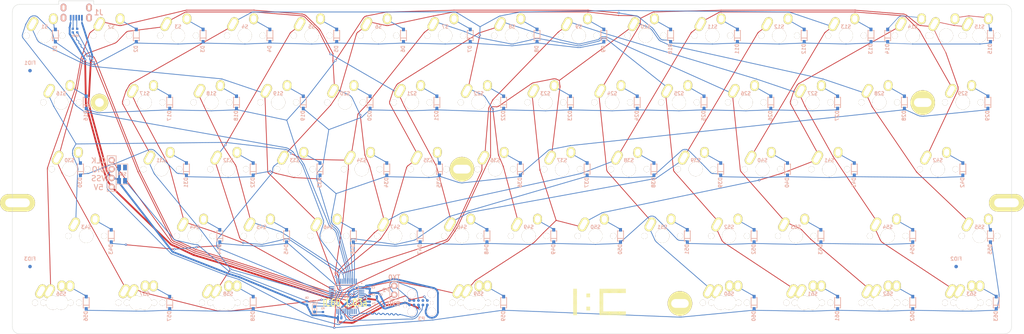
<source format=kicad_pcb>
(kicad_pcb (version 4) (host pcbnew "(2015-07-17 BZR 5958)-product")
  (title_block (title Infinity) (date "Friday, June 05, 2015") (rev 1.03a) (company "Input Club"))
  (layers (0 Front signal) (31 Back signal) (34 B.Paste user) (35 F.Paste user) (36 B.SilkS user) (37 F.SilkS user) (38 B.Mask user) (39 F.Mask user) (44 Edge.Cuts user))
  (net 0 "")
  (net 1 +5V)
  (net 2 /matrix/Col1)
  (net 3 /matrix/Col2)
  (net 4 /matrix/Col3)
  (net 5 /matrix/Col4)
  (net 6 /matrix/Col5)
  (net 7 /matrix/Col6)
  (net 8 /matrix/Col7)
  (net 9 /matrix/Col8)
  (net 10 /matrix/Col9)
  (net 11 /mcu/GND)
  (net 12 /mcu/PTD1)
  (net 13 /mcu/PTD2)
  (net 14 /mcu/PTD3)
  (net 15 /mcu/PTD4)
  (net 16 /mcu/PTD5)
  (net 17 /mcu/PTD6)
  (net 18 /mcu/PTD7)
  (net 19 /mcu/RX0)
  (net 20 /mcu/SWD_CLK)
  (net 21 /mcu/SWD_DIO)
  (net 22 /mcu/TX0)
  (net 23 /mcu/USB_DM)
  (net 24 /mcu/USB_DP)
  (net 25 VDD)
  (net 26 VDDA)
  (net 27 VSS)
  (net 28 VSSA)
  (net 29 /mcu/RST)
  (net 30 "Net-(D1-Pad1)")
  (net 31 "Net-(D2-Pad1)")
  (net 32 "Net-(D3-Pad1)")
  (net 33 "Net-(D4-Pad1)")
  (net 34 "Net-(D5-Pad1)")
  (net 35 "Net-(D6-Pad1)")
  (net 36 "Net-(D7-Pad1)")
  (net 37 "Net-(D8-Pad1)")
  (net 38 "Net-(D9-Pad1)")
  (net 39 "Net-(D10-Pad1)")
  (net 40 "Net-(D11-Pad1)")
  (net 41 "Net-(D12-Pad1)")
  (net 42 "Net-(D13-Pad1)")
  (net 43 "Net-(D14-Pad1)")
  (net 44 "Net-(D15-Pad1)")
  (net 45 "Net-(D16-Pad1)")
  (net 46 "Net-(D17-Pad1)")
  (net 47 "Net-(D18-Pad1)")
  (net 48 "Net-(D19-Pad1)")
  (net 49 "Net-(D20-Pad1)")
  (net 50 "Net-(D21-Pad1)")
  (net 51 "Net-(D22-Pad1)")
  (net 52 "Net-(D23-Pad1)")
  (net 53 "Net-(D24-Pad1)")
  (net 54 "Net-(D25-Pad1)")
  (net 55 "Net-(D26-Pad1)")
  (net 56 "Net-(D27-Pad1)")
  (net 57 "Net-(D28-Pad1)")
  (net 58 "Net-(D29-Pad1)")
  (net 59 "Net-(D30-Pad1)")
  (net 60 "Net-(D31-Pad1)")
  (net 61 "Net-(D32-Pad1)")
  (net 62 "Net-(D33-Pad1)")
  (net 63 "Net-(D34-Pad1)")
  (net 64 "Net-(D35-Pad1)")
  (net 65 "Net-(D36-Pad1)")
  (net 66 "Net-(D37-Pad1)")
  (net 67 "Net-(D38-Pad1)")
  (net 68 "Net-(D39-Pad1)")
  (net 69 "Net-(D40-Pad1)")
  (net 70 "Net-(D41-Pad1)")
  (net 71 "Net-(D42-Pad1)")
  (net 72 "Net-(D43-Pad1)")
  (net 73 "Net-(D44-Pad1)")
  (net 74 "Net-(D45-Pad1)")
  (net 75 "Net-(D46-Pad1)")
  (net 76 "Net-(D47-Pad1)")
  (net 77 "Net-(D48-Pad1)")
  (net 78 "Net-(D49-Pad1)")
  (net 79 "Net-(D50-Pad1)")
  (net 80 "Net-(D51-Pad1)")
  (net 81 "Net-(D52-Pad1)")
  (net 82 "Net-(D53-Pad1)")
  (net 83 "Net-(D54-Pad1)")
  (net 84 "Net-(D55-Pad1)")
  (net 85 "Net-(D56-Pad1)")
  (net 86 "Net-(D57-Pad1)")
  (net 87 "Net-(D58-Pad1)")
  (net 88 "Net-(D59-Pad1)")
  (net 89 "Net-(D60-Pad1)")
  (net 90 "Net-(D61-Pad1)")
  (net 91 "Net-(D62-Pad1)")
  (net 92 "Net-(D63-Pad1)")
  (net 93 "Net-(D64-Pad1)")
  (net 94 "Net-(D64-Pad2)")
  (net 95 "Net-(J1-Pad3)")
  (net 96 "Net-(J1-Pad2)")
  (module lib.pretty:FID (layer Back) (at 67.31 139.7)
    (fp_text reference FID3 (at 0 -2.2) (layer B.SilkS) (effects (font (thickness 0.2)) (justify mirror)))
    (fp_text value >VALUE hide)
    (pad "" smd circle (at 0 0) (size 1 1) (layers Back B.Mask) (clearance 1.2))
  )
  (module lib.pretty:FID (layer Back) (at 331.47 139.7)
    (fp_text reference FID2 (at 0 -2.2) (layer B.SilkS) (effects (font (thickness 0.2)) (justify mirror)))
    (fp_text value >VALUE hide)
    (pad "" smd circle (at 0 0) (size 1 1) (layers Back B.Mask) (clearance 1.2))
  )
  (module lib.pretty:SMD-1005 (layer Back) (at 164.211 147.701)
    (fp_text reference C1 (at 1.016 0) (layer B.SilkS) (effects (font (size 0.508 0.508) (thickness 0.127)) (justify mirror)))
    (fp_text value 2.2u hide)
    (pad 1 smd rect (at 0 0.5) (size 0.65 0.6) (layers Back B.Paste B.Mask) (net 25 VDD))
    (pad 2 smd rect (at 0 -0.5) (size 0.65 0.6) (layers Back B.Paste B.Mask) (net 27 VSS))
  )
  (module lib.pretty:SMD-1005 (layer Back) (at 166.243 147.701)
    (fp_text reference C2 (at 1.143 0) (layer B.SilkS) (effects (font (size 0.508 0.508) (thickness 0.127)) (justify mirror)))
    (fp_text value 2.2u hide)
    (pad 1 smd rect (at 0 0.5) (size 0.65 0.6) (layers Back B.Paste B.Mask) (net 1 +5V))
    (pad 2 smd rect (at 0 -0.5) (size 0.65 0.6) (layers Back B.Paste B.Mask) (net 27 VSS))
  )
  (module lib.pretty:SMD-1005 (layer Back) (at 164.211 145.542 180)
    (fp_text reference C3 (at -1.016 -0.127 180) (layer B.SilkS) (effects (font (size 0.508 0.508) (thickness 0.127)) (justify mirror)))
    (fp_text value 100n hide)
    (pad 1 smd rect (at 0 0.5 180) (size 0.65 0.6) (layers Back B.Paste B.Mask) (net 25 VDD))
    (pad 2 smd rect (at 0 -0.5 180) (size 0.65 0.6) (layers Back B.Paste B.Mask) (net 27 VSS))
  )
  (module lib.pretty:SMD-1005 (layer Back) (at 164.211 150.241 180)
    (fp_text reference C4 (at -1.143 0 180) (layer B.SilkS) (effects (font (size 0.508 0.508) (thickness 0.127)) (justify mirror)))
    (fp_text value 100n hide)
    (pad 1 smd rect (at 0 0.5 180) (size 0.65 0.6) (layers Back B.Paste B.Mask) (net 26 VDDA))
    (pad 2 smd rect (at 0 -0.5 180) (size 0.65 0.6) (layers Back B.Paste B.Mask) (net 28 VSSA))
  )
  (module lib.pretty:SMD-1005 (layer Back) (at 155.593 154.421 90)
    (fp_text reference C5 (at -1.154 -0.0183 90) (layer B.SilkS) (effects (font (size 0.508 0.508) (thickness 0.127)) (justify mirror)))
    (fp_text value 100n hide)
    (pad 1 smd rect (at 0 0.5 90) (size 0.65 0.6) (layers Back B.Paste B.Mask) (net 25 VDD))
    (pad 2 smd rect (at 0 -0.5 90) (size 0.65 0.6) (layers Back B.Paste B.Mask) (net 27 VSS))
  )
  (module lib.pretty:SMD-1005 (layer Back) (at 146.304 150.114 180)
    (fp_text reference C6 (at 0 1.524 180) (layer B.SilkS) (effects (font (size 0.508 0.508) (thickness 0.127)) (justify mirror)))
    (fp_text value 100n hide)
    (pad 1 smd rect (at 0 0.5 180) (size 0.65 0.6) (layers Back B.Paste B.Mask) (net 29 /mcu/RST))
    (pad 2 smd rect (at 0 -0.5 180) (size 0.65 0.6) (layers Back B.Paste B.Mask) (net 27 VSS))
  )
  (module lib.pretty:LED-0603 (layer Back) (at 148.463 151.892 270)
    (fp_text reference D64 (at -2.094 0.224 540) (layer B.SilkS) (effects (font (size 0.89916 0.89916) (thickness 0.14986)) (justify mirror)))
    (fp_text value LED hide)
    (pad 1 smd rect (at -0.7493 0 270) (size 0.79756 0.79756) (layers Back B.Paste B.Mask) (net 93 "Net-(D64-Pad1)"))
    (pad 2 smd rect (at 0.7493 0 270) (size 0.79756 0.79756) (layers Back B.Paste B.Mask) (net 94 "Net-(D64-Pad2)"))
  )
  (module lib.pretty:PKRH (layer Front) (at 190.504 111.921)
    (fp_text reference MH1 hide)
    (fp_text value MOUNT_HOLE hide)
    (pad 1 thru_hole circle (at 0 0) (size 7.00024 7.00024) (drill oval 5.00126 2.49936) (layers *.Cu *.Mask F.SilkS) (net 11 /mcu/GND))
  )
  (module lib.pretty:PKRH (layer Front) (at 252.689 150.221)
    (fp_text reference MH2 hide)
    (fp_text value MOUNT_HOLE hide)
    (pad 1 thru_hole circle (at 0 0) (size 7.00024 7.00024) (drill oval 5.00126 2.49936) (layers *.Cu *.Mask F.SilkS) (net 11 /mcu/GND))
  )
  (module lib.pretty:PKRH (layer Front) (at 321.94 92.9208)
    (fp_text reference MH3 hide)
    (fp_text value MOUNT_HOLE hide)
    (pad 1 thru_hole circle (at 0 0) (size 7.00024 7.00024) (drill oval 5.00126 2.49936) (layers *.Cu *.Mask F.SilkS) (net 11 /mcu/GND))
  )
  (module lib.pretty:PKRHC (layer Front) (at 87.1093 92.9208)
    (fp_text reference MH4 hide)
    (fp_text value MOUNT_HOLE hide)
    (pad 1 thru_hole circle (at 0 0) (size 5.00126 5.00126) (drill 2.49936) (layers *.Cu *.Mask F.SilkS) (net 11 /mcu/GND))
  )
  (module lib.pretty:PKRHSL (layer Front) (at 63.7489 121.521)
    (fp_text reference MH5 hide)
    (fp_text value MOUNT_HOLE hide)
    (pad 1 thru_hole oval (at 0 0) (size 9.99998 5.00126) (drill oval 7.00024 2.49936) (layers *.Cu *.Mask F.SilkS) (net 11 /mcu/GND))
  )
  (module lib.pretty:PKRHSL (layer Front) (at 345.831 121.521)
    (fp_text reference MH6 hide)
    (fp_text value MOUNT_HOLE hide)
    (pad 1 thru_hole oval (at 0 0) (size 9.99998 5.00126) (drill oval 7.00024 2.49936) (layers *.Cu *.Mask F.SilkS) (net 11 /mcu/GND))
  )
  (module lib.pretty:JLINK_NEEDLE (layer Back) (at 178.103 150.019 180)
    (fp_text reference P3 (at -0.889 -4.572 180) (layer B.SilkS) (effects (font (thickness 0.2)) (justify mirror)))
    (fp_text value FLASH_HDR hide)
    (pad 8 smd circle (at 0 0.635 180) (size 0.7874 0.7874) (layers Back B.Mask) (net 19 /mcu/RX0))
    (pad 3 smd circle (at 0 -0.635 180) (size 0.7874 0.7874) (layers Back B.Mask) (net 27 VSS))
    (pad 7 smd circle (at 1.27 0.635 180) (size 0.7874 0.7874) (layers Back B.Mask) (net 22 /mcu/TX0))
    (pad 4 smd circle (at 1.27 -0.635 180) (size 0.7874 0.7874) (layers Back B.Mask) (net 20 /mcu/SWD_CLK))
    (pad 5 smd circle (at 2.54 -0.635 180) (size 0.7874 0.7874) (layers Back B.Mask) (net 1 +5V))
    (pad 6 smd circle (at 2.54 0.635 180) (size 0.7874 0.7874) (layers Back B.Mask) (net 22 /mcu/TX0))
    (pad 9 smd circle (at -1.27 0.635 180) (size 0.7874 0.7874) (layers Back B.Mask))
    (pad 2 smd circle (at -1.27 -0.635 180) (size 0.7874 0.7874) (layers Back B.Mask) (net 21 /mcu/SWD_DIO))
    (pad 10 smd circle (at -2.54 0.635 180) (size 0.7874 0.7874) (layers Back B.Mask) (net 29 /mcu/RST))
    (pad 1 smd circle (at -2.54 -0.635 180) (size 0.7874 0.7874) (layers Back B.Mask) (net 25 VDD))
    (pad "" np_thru_hole circle (at -3.81 0 180) (size 0.99061 0.99061) (drill 0.9906) (layers *.Cu *.Mask B.SilkS))
    (pad "" np_thru_hole circle (at 3.81 1.016 180) (size 0.99061 0.99061) (drill 0.9906) (layers *.Cu *.Mask B.SilkS))
    (pad "" np_thru_hole circle (at 3.81 -1.016 180) (size 0.99061 0.99061) (drill 0.9906) (layers *.Cu *.Mask B.SilkS))
    (pad "" np_thru_hole circle (at -3.81 2.54 180) (size 2.37491 2.37491) (drill 2.3749) (layers *.Cu *.Mask B.SilkS))
    (pad "" np_thru_hole circle (at 1.905 2.54 180) (size 2.37491 2.37491) (drill 2.3749) (layers *.Cu *.Mask B.SilkS))
    (pad "" np_thru_hole circle (at -3.81 -2.54 180) (size 2.37491 2.37491) (drill 2.3749) (layers *.Cu *.Mask B.SilkS))
    (pad "" np_thru_hole circle (at 1.905 -2.54 180) (size 2.37491 2.37491) (drill 2.3749) (layers *.Cu *.Mask B.SilkS))
  )
  (module lib.pretty:SMD-1005 (layer Back) (at 79.502 72.39 180)
    (fp_text reference R1 (at -0.127 -1.524 180) (layer B.SilkS) (effects (font (size 0.508 0.508) (thickness 0.127)) (justify mirror)))
    (fp_text value 33 hide)
    (pad 1 smd rect (at 0 0.5 180) (size 0.65 0.6) (layers Back B.Paste B.Mask) (net 96 "Net-(J1-Pad2)"))
    (pad 2 smd rect (at 0 -0.5 180) (size 0.65 0.6) (layers Back B.Paste B.Mask) (net 23 /mcu/USB_DM))
  )
  (module lib.pretty:SMD-1005 (layer Back) (at 80.772 72.39 180)
    (fp_text reference R2 (at 0 -1.524 180) (layer B.SilkS) (effects (font (size 0.508 0.508) (thickness 0.127)) (justify mirror)))
    (fp_text value 33 hide)
    (pad 1 smd rect (at 0 0.5 180) (size 0.65 0.6) (layers Back B.Paste B.Mask) (net 95 "Net-(J1-Pad3)"))
    (pad 2 smd rect (at 0 -0.5 180) (size 0.65 0.6) (layers Back B.Paste B.Mask) (net 24 /mcu/USB_DP))
  )
  (module lib.pretty:SMD-1005 (layer Back) (at 150.876 153.162 180)
    (fp_text reference R3 (at 0 1.524 180) (layer B.SilkS) (effects (font (size 0.508 0.508) (thickness 0.127)) (justify mirror)))
    (fp_text value 1k hide)
    (pad 1 smd rect (at 0 0.5 180) (size 0.65 0.6) (layers Back B.Paste B.Mask) (net 94 "Net-(D64-Pad2)"))
    (pad 2 smd rect (at 0 -0.5 180) (size 0.65 0.6) (layers Back B.Paste B.Mask) (net 27 VSS))
  )
  (module lib.pretty:MXALPS (layer Front) (at 71.4375 73.8188)
    (fp_text reference S1 (at 0 -2.54) (layer B.SilkS) (effects (font (thickness 0.2)) (justify mirror)))
    (fp_text value SW hide)
    (pad "" np_thru_hole circle (at 0 0) (size 3.98781 3.98781) (drill 3.9878) (layers *.Cu *.Mask F.SilkS))
    (pad "" np_thru_hole circle (at -5.08 0) (size 1.70181 1.70181) (drill 1.7018) (layers *.Cu *.Mask F.SilkS) (clearance 0.1524))
    (pad "" np_thru_hole circle (at 5.08 0) (size 1.70181 1.70181) (drill 1.7018) (layers *.Cu *.Mask F.SilkS) (clearance 0.1524))
    (pad 1 thru_hole oval (at -3.405 -3.27 330.95) (size 2.5 4.17) (drill oval 1.5 3.17) (layers *.Cu *.Mask F.SilkS) (net 2 /matrix/Col1))
    (pad 2 thru_hole oval (at 2.52 -4.79 356.1) (size 2.5 3.08) (drill oval 1.5 2.08) (layers *.Cu *.Mask F.SilkS) (net 30 "Net-(D1-Pad1)"))
  )
  (module lib.pretty:MXALPS (layer Front) (at 90.4875 73.8188)
    (fp_text reference S2 (at 0 -2.54) (layer B.SilkS) (effects (font (thickness 0.2)) (justify mirror)))
    (fp_text value SW hide)
    (pad "" np_thru_hole circle (at 0 0) (size 3.98781 3.98781) (drill 3.9878) (layers *.Cu *.Mask F.SilkS))
    (pad "" np_thru_hole circle (at -5.08 0) (size 1.70181 1.70181) (drill 1.7018) (layers *.Cu *.Mask F.SilkS) (clearance 0.1524))
    (pad "" np_thru_hole circle (at 5.08 0) (size 1.70181 1.70181) (drill 1.7018) (layers *.Cu *.Mask F.SilkS) (clearance 0.1524))
    (pad 1 thru_hole oval (at -3.405 -3.27 330.95) (size 2.5 4.17) (drill oval 1.5 3.17) (layers *.Cu *.Mask F.SilkS) (net 3 /matrix/Col2))
    (pad 2 thru_hole oval (at 2.52 -4.79 356.1) (size 2.5 3.08) (drill oval 1.5 2.08) (layers *.Cu *.Mask F.SilkS) (net 31 "Net-(D2-Pad1)"))
  )
  (module lib.pretty:MXALPS (layer Front) (at 109.538 73.82)
    (fp_text reference S3 (at 0 -2.54) (layer B.SilkS) (effects (font (thickness 0.2)) (justify mirror)))
    (fp_text value SW hide)
    (pad "" np_thru_hole circle (at 0 0) (size 3.98781 3.98781) (drill 3.9878) (layers *.Cu *.Mask F.SilkS))
    (pad "" np_thru_hole circle (at -5.08 0) (size 1.70181 1.70181) (drill 1.7018) (layers *.Cu *.Mask F.SilkS) (clearance 0.1524))
    (pad "" np_thru_hole circle (at 5.08 0) (size 1.70181 1.70181) (drill 1.7018) (layers *.Cu *.Mask F.SilkS) (clearance 0.1524))
    (pad 1 thru_hole oval (at -3.405 -3.27 330.95) (size 2.5 4.17) (drill oval 1.5 3.17) (layers *.Cu *.Mask F.SilkS) (net 4 /matrix/Col3))
    (pad 2 thru_hole oval (at 2.52 -4.79 356.1) (size 2.5 3.08) (drill oval 1.5 2.08) (layers *.Cu *.Mask F.SilkS) (net 32 "Net-(D3-Pad1)"))
  )
  (module lib.pretty:MXALPS (layer Front) (at 128.588 73.82)
    (fp_text reference S4 (at 0 -2.54) (layer B.SilkS) (effects (font (thickness 0.2)) (justify mirror)))
    (fp_text value SW hide)
    (pad "" np_thru_hole circle (at 0 0) (size 3.98781 3.98781) (drill 3.9878) (layers *.Cu *.Mask F.SilkS))
    (pad "" np_thru_hole circle (at -5.08 0) (size 1.70181 1.70181) (drill 1.7018) (layers *.Cu *.Mask F.SilkS) (clearance 0.1524))
    (pad "" np_thru_hole circle (at 5.08 0) (size 1.70181 1.70181) (drill 1.7018) (layers *.Cu *.Mask F.SilkS) (clearance 0.1524))
    (pad 1 thru_hole oval (at -3.405 -3.27 330.95) (size 2.5 4.17) (drill oval 1.5 3.17) (layers *.Cu *.Mask F.SilkS) (net 5 /matrix/Col4))
    (pad 2 thru_hole oval (at 2.52 -4.79 356.1) (size 2.5 3.08) (drill oval 1.5 2.08) (layers *.Cu *.Mask F.SilkS) (net 33 "Net-(D4-Pad1)"))
  )
  (module lib.pretty:MXALPS (layer Front) (at 147.638 73.82)
    (fp_text reference S5 (at 0 -2.54) (layer B.SilkS) (effects (font (thickness 0.2)) (justify mirror)))
    (fp_text value SW hide)
    (pad "" np_thru_hole circle (at 0 0) (size 3.98781 3.98781) (drill 3.9878) (layers *.Cu *.Mask F.SilkS))
    (pad "" np_thru_hole circle (at -5.08 0) (size 1.70181 1.70181) (drill 1.7018) (layers *.Cu *.Mask F.SilkS) (clearance 0.1524))
    (pad "" np_thru_hole circle (at 5.08 0) (size 1.70181 1.70181) (drill 1.7018) (layers *.Cu *.Mask F.SilkS) (clearance 0.1524))
    (pad 1 thru_hole oval (at -3.405 -3.27 330.95) (size 2.5 4.17) (drill oval 1.5 3.17) (layers *.Cu *.Mask F.SilkS) (net 6 /matrix/Col5))
    (pad 2 thru_hole oval (at 2.52 -4.79 356.1) (size 2.5 3.08) (drill oval 1.5 2.08) (layers *.Cu *.Mask F.SilkS) (net 34 "Net-(D5-Pad1)"))
  )
  (module lib.pretty:MXALPS (layer Front) (at 166.688 73.82)
    (fp_text reference S6 (at 0 -2.54) (layer B.SilkS) (effects (font (thickness 0.2)) (justify mirror)))
    (fp_text value SW hide)
    (pad "" np_thru_hole circle (at 0 0) (size 3.98781 3.98781) (drill 3.9878) (layers *.Cu *.Mask F.SilkS))
    (pad "" np_thru_hole circle (at -5.08 0) (size 1.70181 1.70181) (drill 1.7018) (layers *.Cu *.Mask F.SilkS) (clearance 0.1524))
    (pad "" np_thru_hole circle (at 5.08 0) (size 1.70181 1.70181) (drill 1.7018) (layers *.Cu *.Mask F.SilkS) (clearance 0.1524))
    (pad 1 thru_hole oval (at -3.405 -3.27 330.95) (size 2.5 4.17) (drill oval 1.5 3.17) (layers *.Cu *.Mask F.SilkS) (net 7 /matrix/Col6))
    (pad 2 thru_hole oval (at 2.52 -4.79 356.1) (size 2.5 3.08) (drill oval 1.5 2.08) (layers *.Cu *.Mask F.SilkS) (net 35 "Net-(D6-Pad1)"))
  )
  (module lib.pretty:MXALPS (layer Front) (at 185.738 73.82)
    (fp_text reference S7 (at 0 -2.54) (layer B.SilkS) (effects (font (thickness 0.2)) (justify mirror)))
    (fp_text value SW hide)
    (pad "" np_thru_hole circle (at 0 0) (size 3.98781 3.98781) (drill 3.9878) (layers *.Cu *.Mask F.SilkS))
    (pad "" np_thru_hole circle (at -5.08 0) (size 1.70181 1.70181) (drill 1.7018) (layers *.Cu *.Mask F.SilkS) (clearance 0.1524))
    (pad "" np_thru_hole circle (at 5.08 0) (size 1.70181 1.70181) (drill 1.7018) (layers *.Cu *.Mask F.SilkS) (clearance 0.1524))
    (pad 1 thru_hole oval (at -3.405 -3.27 330.95) (size 2.5 4.17) (drill oval 1.5 3.17) (layers *.Cu *.Mask F.SilkS) (net 8 /matrix/Col7))
    (pad 2 thru_hole oval (at 2.52 -4.79 356.1) (size 2.5 3.08) (drill oval 1.5 2.08) (layers *.Cu *.Mask F.SilkS) (net 36 "Net-(D7-Pad1)"))
  )
  (module lib.pretty:MXALPS (layer Front) (at 204.788 73.82)
    (fp_text reference S8 (at 0 -2.54) (layer B.SilkS) (effects (font (thickness 0.2)) (justify mirror)))
    (fp_text value SW hide)
    (pad "" np_thru_hole circle (at 0 0) (size 3.98781 3.98781) (drill 3.9878) (layers *.Cu *.Mask F.SilkS))
    (pad "" np_thru_hole circle (at -5.08 0) (size 1.70181 1.70181) (drill 1.7018) (layers *.Cu *.Mask F.SilkS) (clearance 0.1524))
    (pad "" np_thru_hole circle (at 5.08 0) (size 1.70181 1.70181) (drill 1.7018) (layers *.Cu *.Mask F.SilkS) (clearance 0.1524))
    (pad 1 thru_hole oval (at -3.405 -3.27 330.95) (size 2.5 4.17) (drill oval 1.5 3.17) (layers *.Cu *.Mask F.SilkS) (net 9 /matrix/Col8))
    (pad 2 thru_hole oval (at 2.52 -4.79 356.1) (size 2.5 3.08) (drill oval 1.5 2.08) (layers *.Cu *.Mask F.SilkS) (net 37 "Net-(D8-Pad1)"))
  )
  (module lib.pretty:MXALPS (layer Front) (at 223.838 73.82)
    (fp_text reference S9 (at 0 -2.54) (layer B.SilkS) (effects (font (thickness 0.2)) (justify mirror)))
    (fp_text value SW hide)
    (pad "" np_thru_hole circle (at 0 0) (size 3.98781 3.98781) (drill 3.9878) (layers *.Cu *.Mask F.SilkS))
    (pad "" np_thru_hole circle (at -5.08 0) (size 1.70181 1.70181) (drill 1.7018) (layers *.Cu *.Mask F.SilkS) (clearance 0.1524))
    (pad "" np_thru_hole circle (at 5.08 0) (size 1.70181 1.70181) (drill 1.7018) (layers *.Cu *.Mask F.SilkS) (clearance 0.1524))
    (pad 1 thru_hole oval (at -3.405 -3.27 330.95) (size 2.5 4.17) (drill oval 1.5 3.17) (layers *.Cu *.Mask F.SilkS) (net 10 /matrix/Col9))
    (pad 2 thru_hole oval (at 2.52 -4.79 356.1) (size 2.5 3.08) (drill oval 1.5 2.08) (layers *.Cu *.Mask F.SilkS) (net 38 "Net-(D9-Pad1)"))
  )
  (module lib.pretty:MXALPS (layer Front) (at 242.888 73.82)
    (fp_text reference S10 (at 0 -2.54) (layer B.SilkS) (effects (font (thickness 0.2)) (justify mirror)))
    (fp_text value SW hide)
    (pad "" np_thru_hole circle (at 0 0) (size 3.98781 3.98781) (drill 3.9878) (layers *.Cu *.Mask F.SilkS))
    (pad "" np_thru_hole circle (at -5.08 0) (size 1.70181 1.70181) (drill 1.7018) (layers *.Cu *.Mask F.SilkS) (clearance 0.1524))
    (pad "" np_thru_hole circle (at 5.08 0) (size 1.70181 1.70181) (drill 1.7018) (layers *.Cu *.Mask F.SilkS) (clearance 0.1524))
    (pad 1 thru_hole oval (at -3.405 -3.27 330.95) (size 2.5 4.17) (drill oval 1.5 3.17) (layers *.Cu *.Mask F.SilkS) (net 2 /matrix/Col1))
    (pad 2 thru_hole oval (at 2.52 -4.79 356.1) (size 2.5 3.08) (drill oval 1.5 2.08) (layers *.Cu *.Mask F.SilkS) (net 39 "Net-(D10-Pad1)"))
  )
  (module lib.pretty:MXALPS (layer Front) (at 261.938 73.82)
    (fp_text reference S11 (at 0 -2.54) (layer B.SilkS) (effects (font (thickness 0.2)) (justify mirror)))
    (fp_text value SW hide)
    (pad "" np_thru_hole circle (at 0 0) (size 3.98781 3.98781) (drill 3.9878) (layers *.Cu *.Mask F.SilkS))
    (pad "" np_thru_hole circle (at -5.08 0) (size 1.70181 1.70181) (drill 1.7018) (layers *.Cu *.Mask F.SilkS) (clearance 0.1524))
    (pad "" np_thru_hole circle (at 5.08 0) (size 1.70181 1.70181) (drill 1.7018) (layers *.Cu *.Mask F.SilkS) (clearance 0.1524))
    (pad 1 thru_hole oval (at -3.405 -3.27 330.95) (size 2.5 4.17) (drill oval 1.5 3.17) (layers *.Cu *.Mask F.SilkS) (net 3 /matrix/Col2))
    (pad 2 thru_hole oval (at 2.52 -4.79 356.1) (size 2.5 3.08) (drill oval 1.5 2.08) (layers *.Cu *.Mask F.SilkS) (net 40 "Net-(D11-Pad1)"))
  )
  (module lib.pretty:MXALPS (layer Front) (at 280.988 73.82)
    (fp_text reference S12 (at 0 -2.54) (layer B.SilkS) (effects (font (thickness 0.2)) (justify mirror)))
    (fp_text value SW hide)
    (pad "" np_thru_hole circle (at 0 0) (size 3.98781 3.98781) (drill 3.9878) (layers *.Cu *.Mask F.SilkS))
    (pad "" np_thru_hole circle (at -5.08 0) (size 1.70181 1.70181) (drill 1.7018) (layers *.Cu *.Mask F.SilkS) (clearance 0.1524))
    (pad "" np_thru_hole circle (at 5.08 0) (size 1.70181 1.70181) (drill 1.7018) (layers *.Cu *.Mask F.SilkS) (clearance 0.1524))
    (pad 1 thru_hole oval (at -3.405 -3.27 330.95) (size 2.5 4.17) (drill oval 1.5 3.17) (layers *.Cu *.Mask F.SilkS) (net 4 /matrix/Col3))
    (pad 2 thru_hole oval (at 2.52 -4.79 356.1) (size 2.5 3.08) (drill oval 1.5 2.08) (layers *.Cu *.Mask F.SilkS) (net 41 "Net-(D12-Pad1)"))
  )
  (module lib.pretty:MXALPS (layer Front) (at 300.038 73.82)
    (fp_text reference S13 (at 0 -2.54) (layer B.SilkS) (effects (font (thickness 0.2)) (justify mirror)))
    (fp_text value SW hide)
    (pad "" np_thru_hole circle (at 0 0) (size 3.98781 3.98781) (drill 3.9878) (layers *.Cu *.Mask F.SilkS))
    (pad "" np_thru_hole circle (at -5.08 0) (size 1.70181 1.70181) (drill 1.7018) (layers *.Cu *.Mask F.SilkS) (clearance 0.1524))
    (pad "" np_thru_hole circle (at 5.08 0) (size 1.70181 1.70181) (drill 1.7018) (layers *.Cu *.Mask F.SilkS) (clearance 0.1524))
    (pad 1 thru_hole oval (at -3.405 -3.27 330.95) (size 2.5 4.17) (drill oval 1.5 3.17) (layers *.Cu *.Mask F.SilkS) (net 5 /matrix/Col4))
    (pad 2 thru_hole oval (at 2.52 -4.79 356.1) (size 2.5 3.08) (drill oval 1.5 2.08) (layers *.Cu *.Mask F.SilkS) (net 42 "Net-(D13-Pad1)"))
  )
  (module lib.pretty:MXALPS (layer Front) (at 319.088 73.82)
    (fp_text reference S14 (at 0 -2.54) (layer B.SilkS) (effects (font (thickness 0.2)) (justify mirror)))
    (fp_text value SW hide)
    (pad "" np_thru_hole circle (at 0 0) (size 3.98781 3.98781) (drill 3.9878) (layers *.Cu *.Mask F.SilkS))
    (pad "" np_thru_hole circle (at -5.08 0) (size 1.70181 1.70181) (drill 1.7018) (layers *.Cu *.Mask F.SilkS) (clearance 0.1524))
    (pad "" np_thru_hole circle (at 5.08 0) (size 1.70181 1.70181) (drill 1.7018) (layers *.Cu *.Mask F.SilkS) (clearance 0.1524))
    (pad 1 thru_hole oval (at -3.405 -3.27 330.95) (size 2.5 4.17) (drill oval 1.5 3.17) (layers *.Cu *.Mask F.SilkS) (net 6 /matrix/Col5))
    (pad 2 thru_hole oval (at 2.52 -4.79 356.1) (size 2.5 3.08) (drill oval 1.5 2.08) (layers *.Cu *.Mask F.SilkS) (net 43 "Net-(D14-Pad1)"))
  )
  (module lib.pretty:MXALPS (layer Front) (at 338.138 73.82)
    (fp_text reference S15 (at 0 -2.54) (layer B.SilkS) (effects (font (thickness 0.2)) (justify mirror)))
    (fp_text value SW hide)
    (pad "" np_thru_hole circle (at 0 0) (size 3.98781 3.98781) (drill 3.9878) (layers *.Cu *.Mask F.SilkS))
    (pad "" np_thru_hole circle (at -5.08 0) (size 1.70181 1.70181) (drill 1.7018) (layers *.Cu *.Mask F.SilkS) (clearance 0.1524))
    (pad "" np_thru_hole circle (at 5.08 0) (size 1.70181 1.70181) (drill 1.7018) (layers *.Cu *.Mask F.SilkS) (clearance 0.1524))
    (pad 1 thru_hole oval (at -3.405 -3.27 330.95) (size 2.5 4.17) (drill oval 1.5 3.17) (layers *.Cu *.Mask F.SilkS) (net 7 /matrix/Col6))
    (pad 2 thru_hole oval (at 2.52 -4.79 356.1) (size 2.5 3.08) (drill oval 1.5 2.08) (layers *.Cu *.Mask F.SilkS) (net 44 "Net-(D15-Pad1)"))
  )
  (module lib.pretty:MXALPS (layer Front) (at 76.2 92.87)
    (fp_text reference S16 (at 0 -2.54) (layer B.SilkS) (effects (font (thickness 0.2)) (justify mirror)))
    (fp_text value SW hide)
    (pad "" np_thru_hole circle (at 0 0) (size 3.98781 3.98781) (drill 3.9878) (layers *.Cu *.Mask F.SilkS))
    (pad "" np_thru_hole circle (at -5.08 0) (size 1.70181 1.70181) (drill 1.7018) (layers *.Cu *.Mask F.SilkS) (clearance 0.1524))
    (pad "" np_thru_hole circle (at 5.08 0) (size 1.70181 1.70181) (drill 1.7018) (layers *.Cu *.Mask F.SilkS) (clearance 0.1524))
    (pad 1 thru_hole oval (at -3.405 -3.27 330.95) (size 2.5 4.17) (drill oval 1.5 3.17) (layers *.Cu *.Mask F.SilkS) (net 8 /matrix/Col7))
    (pad 2 thru_hole oval (at 2.52 -4.79 356.1) (size 2.5 3.08) (drill oval 1.5 2.08) (layers *.Cu *.Mask F.SilkS) (net 45 "Net-(D16-Pad1)"))
  )
  (module lib.pretty:MXALPS (layer Front) (at 100.012 92.87)
    (fp_text reference S17 (at 0 -2.54) (layer B.SilkS) (effects (font (thickness 0.2)) (justify mirror)))
    (fp_text value SW hide)
    (pad "" np_thru_hole circle (at 0 0) (size 3.98781 3.98781) (drill 3.9878) (layers *.Cu *.Mask F.SilkS))
    (pad "" np_thru_hole circle (at -5.08 0) (size 1.70181 1.70181) (drill 1.7018) (layers *.Cu *.Mask F.SilkS) (clearance 0.1524))
    (pad "" np_thru_hole circle (at 5.08 0) (size 1.70181 1.70181) (drill 1.7018) (layers *.Cu *.Mask F.SilkS) (clearance 0.1524))
    (pad 1 thru_hole oval (at -3.405 -3.27 330.95) (size 2.5 4.17) (drill oval 1.5 3.17) (layers *.Cu *.Mask F.SilkS) (net 9 /matrix/Col8))
    (pad 2 thru_hole oval (at 2.52 -4.79 356.1) (size 2.5 3.08) (drill oval 1.5 2.08) (layers *.Cu *.Mask F.SilkS) (net 46 "Net-(D17-Pad1)"))
  )
  (module lib.pretty:MXALPS (layer Front) (at 119.062 92.87)
    (fp_text reference S18 (at 0 -2.54) (layer B.SilkS) (effects (font (thickness 0.2)) (justify mirror)))
    (fp_text value SW hide)
    (pad "" np_thru_hole circle (at 0 0) (size 3.98781 3.98781) (drill 3.9878) (layers *.Cu *.Mask F.SilkS))
    (pad "" np_thru_hole circle (at -5.08 0) (size 1.70181 1.70181) (drill 1.7018) (layers *.Cu *.Mask F.SilkS) (clearance 0.1524))
    (pad "" np_thru_hole circle (at 5.08 0) (size 1.70181 1.70181) (drill 1.7018) (layers *.Cu *.Mask F.SilkS) (clearance 0.1524))
    (pad 1 thru_hole oval (at -3.405 -3.27 330.95) (size 2.5 4.17) (drill oval 1.5 3.17) (layers *.Cu *.Mask F.SilkS) (net 10 /matrix/Col9))
    (pad 2 thru_hole oval (at 2.52 -4.79 356.1) (size 2.5 3.08) (drill oval 1.5 2.08) (layers *.Cu *.Mask F.SilkS) (net 47 "Net-(D18-Pad1)"))
  )
  (module lib.pretty:MXALPS (layer Front) (at 138.112 92.87)
    (fp_text reference S19 (at 0 -2.54) (layer B.SilkS) (effects (font (thickness 0.2)) (justify mirror)))
    (fp_text value SW hide)
    (pad "" np_thru_hole circle (at 0 0) (size 3.98781 3.98781) (drill 3.9878) (layers *.Cu *.Mask F.SilkS))
    (pad "" np_thru_hole circle (at -5.08 0) (size 1.70181 1.70181) (drill 1.7018) (layers *.Cu *.Mask F.SilkS) (clearance 0.1524))
    (pad "" np_thru_hole circle (at 5.08 0) (size 1.70181 1.70181) (drill 1.7018) (layers *.Cu *.Mask F.SilkS) (clearance 0.1524))
    (pad 1 thru_hole oval (at -3.405 -3.27 330.95) (size 2.5 4.17) (drill oval 1.5 3.17) (layers *.Cu *.Mask F.SilkS) (net 2 /matrix/Col1))
    (pad 2 thru_hole oval (at 2.52 -4.79 356.1) (size 2.5 3.08) (drill oval 1.5 2.08) (layers *.Cu *.Mask F.SilkS) (net 48 "Net-(D19-Pad1)"))
  )
  (module lib.pretty:MXALPS (layer Front) (at 157.162 92.87)
    (fp_text reference S20 (at 0 -2.54) (layer B.SilkS) (effects (font (thickness 0.2)) (justify mirror)))
    (fp_text value SW hide)
    (pad "" np_thru_hole circle (at 0 0) (size 3.98781 3.98781) (drill 3.9878) (layers *.Cu *.Mask F.SilkS))
    (pad "" np_thru_hole circle (at -5.08 0) (size 1.70181 1.70181) (drill 1.7018) (layers *.Cu *.Mask F.SilkS) (clearance 0.1524))
    (pad "" np_thru_hole circle (at 5.08 0) (size 1.70181 1.70181) (drill 1.7018) (layers *.Cu *.Mask F.SilkS) (clearance 0.1524))
    (pad 1 thru_hole oval (at -3.405 -3.27 330.95) (size 2.5 4.17) (drill oval 1.5 3.17) (layers *.Cu *.Mask F.SilkS) (net 3 /matrix/Col2))
    (pad 2 thru_hole oval (at 2.52 -4.79 356.1) (size 2.5 3.08) (drill oval 1.5 2.08) (layers *.Cu *.Mask F.SilkS) (net 49 "Net-(D20-Pad1)"))
  )
  (module lib.pretty:MXALPS (layer Front) (at 176.212 92.87)
    (fp_text reference S21 (at 0 -2.54) (layer B.SilkS) (effects (font (thickness 0.2)) (justify mirror)))
    (fp_text value SW hide)
    (pad "" np_thru_hole circle (at 0 0) (size 3.98781 3.98781) (drill 3.9878) (layers *.Cu *.Mask F.SilkS))
    (pad "" np_thru_hole circle (at -5.08 0) (size 1.70181 1.70181) (drill 1.7018) (layers *.Cu *.Mask F.SilkS) (clearance 0.1524))
    (pad "" np_thru_hole circle (at 5.08 0) (size 1.70181 1.70181) (drill 1.7018) (layers *.Cu *.Mask F.SilkS) (clearance 0.1524))
    (pad 1 thru_hole oval (at -3.405 -3.27 330.95) (size 2.5 4.17) (drill oval 1.5 3.17) (layers *.Cu *.Mask F.SilkS) (net 4 /matrix/Col3))
    (pad 2 thru_hole oval (at 2.52 -4.79 356.1) (size 2.5 3.08) (drill oval 1.5 2.08) (layers *.Cu *.Mask F.SilkS) (net 50 "Net-(D21-Pad1)"))
  )
  (module lib.pretty:MXALPS (layer Front) (at 195.262 92.87)
    (fp_text reference S22 (at 0 -2.54) (layer B.SilkS) (effects (font (thickness 0.2)) (justify mirror)))
    (fp_text value SW hide)
    (pad "" np_thru_hole circle (at 0 0) (size 3.98781 3.98781) (drill 3.9878) (layers *.Cu *.Mask F.SilkS))
    (pad "" np_thru_hole circle (at -5.08 0) (size 1.70181 1.70181) (drill 1.7018) (layers *.Cu *.Mask F.SilkS) (clearance 0.1524))
    (pad "" np_thru_hole circle (at 5.08 0) (size 1.70181 1.70181) (drill 1.7018) (layers *.Cu *.Mask F.SilkS) (clearance 0.1524))
    (pad 1 thru_hole oval (at -3.405 -3.27 330.95) (size 2.5 4.17) (drill oval 1.5 3.17) (layers *.Cu *.Mask F.SilkS) (net 5 /matrix/Col4))
    (pad 2 thru_hole oval (at 2.52 -4.79 356.1) (size 2.5 3.08) (drill oval 1.5 2.08) (layers *.Cu *.Mask F.SilkS) (net 51 "Net-(D22-Pad1)"))
  )
  (module lib.pretty:MXALPS (layer Front) (at 214.312 92.87)
    (fp_text reference S23 (at 0 -2.54) (layer B.SilkS) (effects (font (thickness 0.2)) (justify mirror)))
    (fp_text value SW hide)
    (pad "" np_thru_hole circle (at 0 0) (size 3.98781 3.98781) (drill 3.9878) (layers *.Cu *.Mask F.SilkS))
    (pad "" np_thru_hole circle (at -5.08 0) (size 1.70181 1.70181) (drill 1.7018) (layers *.Cu *.Mask F.SilkS) (clearance 0.1524))
    (pad "" np_thru_hole circle (at 5.08 0) (size 1.70181 1.70181) (drill 1.7018) (layers *.Cu *.Mask F.SilkS) (clearance 0.1524))
    (pad 1 thru_hole oval (at -3.405 -3.27 330.95) (size 2.5 4.17) (drill oval 1.5 3.17) (layers *.Cu *.Mask F.SilkS) (net 6 /matrix/Col5))
    (pad 2 thru_hole oval (at 2.52 -4.79 356.1) (size 2.5 3.08) (drill oval 1.5 2.08) (layers *.Cu *.Mask F.SilkS) (net 52 "Net-(D23-Pad1)"))
  )
  (module lib.pretty:MXALPS (layer Front) (at 233.362 92.87)
    (fp_text reference S24 (at 0 -2.54) (layer B.SilkS) (effects (font (thickness 0.2)) (justify mirror)))
    (fp_text value SW hide)
    (pad "" np_thru_hole circle (at 0 0) (size 3.98781 3.98781) (drill 3.9878) (layers *.Cu *.Mask F.SilkS))
    (pad "" np_thru_hole circle (at -5.08 0) (size 1.70181 1.70181) (drill 1.7018) (layers *.Cu *.Mask F.SilkS) (clearance 0.1524))
    (pad "" np_thru_hole circle (at 5.08 0) (size 1.70181 1.70181) (drill 1.7018) (layers *.Cu *.Mask F.SilkS) (clearance 0.1524))
    (pad 1 thru_hole oval (at -3.405 -3.27 330.95) (size 2.5 4.17) (drill oval 1.5 3.17) (layers *.Cu *.Mask F.SilkS) (net 7 /matrix/Col6))
    (pad 2 thru_hole oval (at 2.52 -4.79 356.1) (size 2.5 3.08) (drill oval 1.5 2.08) (layers *.Cu *.Mask F.SilkS) (net 53 "Net-(D24-Pad1)"))
  )
  (module lib.pretty:MXALPS (layer Front) (at 252.412 92.87)
    (fp_text reference S25 (at 0 -2.54) (layer B.SilkS) (effects (font (thickness 0.2)) (justify mirror)))
    (fp_text value SW hide)
    (pad "" np_thru_hole circle (at 0 0) (size 3.98781 3.98781) (drill 3.9878) (layers *.Cu *.Mask F.SilkS))
    (pad "" np_thru_hole circle (at -5.08 0) (size 1.70181 1.70181) (drill 1.7018) (layers *.Cu *.Mask F.SilkS) (clearance 0.1524))
    (pad "" np_thru_hole circle (at 5.08 0) (size 1.70181 1.70181) (drill 1.7018) (layers *.Cu *.Mask F.SilkS) (clearance 0.1524))
    (pad 1 thru_hole oval (at -3.405 -3.27 330.95) (size 2.5 4.17) (drill oval 1.5 3.17) (layers *.Cu *.Mask F.SilkS) (net 8 /matrix/Col7))
    (pad 2 thru_hole oval (at 2.52 -4.79 356.1) (size 2.5 3.08) (drill oval 1.5 2.08) (layers *.Cu *.Mask F.SilkS) (net 54 "Net-(D25-Pad1)"))
  )
  (module lib.pretty:MXALPS (layer Front) (at 271.462 92.87)
    (fp_text reference S26 (at 0 -2.54) (layer B.SilkS) (effects (font (thickness 0.2)) (justify mirror)))
    (fp_text value SW hide)
    (pad "" np_thru_hole circle (at 0 0) (size 3.98781 3.98781) (drill 3.9878) (layers *.Cu *.Mask F.SilkS))
    (pad "" np_thru_hole circle (at -5.08 0) (size 1.70181 1.70181) (drill 1.7018) (layers *.Cu *.Mask F.SilkS) (clearance 0.1524))
    (pad "" np_thru_hole circle (at 5.08 0) (size 1.70181 1.70181) (drill 1.7018) (layers *.Cu *.Mask F.SilkS) (clearance 0.1524))
    (pad 1 thru_hole oval (at -3.405 -3.27 330.95) (size 2.5 4.17) (drill oval 1.5 3.17) (layers *.Cu *.Mask F.SilkS) (net 9 /matrix/Col8))
    (pad 2 thru_hole oval (at 2.52 -4.79 356.1) (size 2.5 3.08) (drill oval 1.5 2.08) (layers *.Cu *.Mask F.SilkS) (net 55 "Net-(D26-Pad1)"))
  )
  (module lib.pretty:MXALPS (layer Front) (at 290.512 92.87)
    (fp_text reference S27 (at 0 -2.54) (layer B.SilkS) (effects (font (thickness 0.2)) (justify mirror)))
    (fp_text value SW hide)
    (pad "" np_thru_hole circle (at 0 0) (size 3.98781 3.98781) (drill 3.9878) (layers *.Cu *.Mask F.SilkS))
    (pad "" np_thru_hole circle (at -5.08 0) (size 1.70181 1.70181) (drill 1.7018) (layers *.Cu *.Mask F.SilkS) (clearance 0.1524))
    (pad "" np_thru_hole circle (at 5.08 0) (size 1.70181 1.70181) (drill 1.7018) (layers *.Cu *.Mask F.SilkS) (clearance 0.1524))
    (pad 1 thru_hole oval (at -3.405 -3.27 330.95) (size 2.5 4.17) (drill oval 1.5 3.17) (layers *.Cu *.Mask F.SilkS) (net 10 /matrix/Col9))
    (pad 2 thru_hole oval (at 2.52 -4.79 356.1) (size 2.5 3.08) (drill oval 1.5 2.08) (layers *.Cu *.Mask F.SilkS) (net 56 "Net-(D27-Pad1)"))
  )
  (module lib.pretty:MXALPS (layer Front) (at 309.562 92.87)
    (fp_text reference S28 (at 0 -2.54) (layer B.SilkS) (effects (font (thickness 0.2)) (justify mirror)))
    (fp_text value SW hide)
    (pad "" np_thru_hole circle (at 0 0) (size 3.98781 3.98781) (drill 3.9878) (layers *.Cu *.Mask F.SilkS))
    (pad "" np_thru_hole circle (at -5.08 0) (size 1.70181 1.70181) (drill 1.7018) (layers *.Cu *.Mask F.SilkS) (clearance 0.1524))
    (pad "" np_thru_hole circle (at 5.08 0) (size 1.70181 1.70181) (drill 1.7018) (layers *.Cu *.Mask F.SilkS) (clearance 0.1524))
    (pad 1 thru_hole oval (at -3.405 -3.27 330.95) (size 2.5 4.17) (drill oval 1.5 3.17) (layers *.Cu *.Mask F.SilkS) (net 2 /matrix/Col1))
    (pad 2 thru_hole oval (at 2.52 -4.79 356.1) (size 2.5 3.08) (drill oval 1.5 2.08) (layers *.Cu *.Mask F.SilkS) (net 57 "Net-(D28-Pad1)"))
  )
  (module lib.pretty:MXALPS (layer Front) (at 333.375 92.8688)
    (fp_text reference S29 (at 0 -2.54) (layer B.SilkS) (effects (font (thickness 0.2)) (justify mirror)))
    (fp_text value SW hide)
    (pad "" np_thru_hole circle (at 0 0) (size 3.98781 3.98781) (drill 3.9878) (layers *.Cu *.Mask F.SilkS))
    (pad "" np_thru_hole circle (at -5.08 0) (size 1.70181 1.70181) (drill 1.7018) (layers *.Cu *.Mask F.SilkS) (clearance 0.1524))
    (pad "" np_thru_hole circle (at 5.08 0) (size 1.70181 1.70181) (drill 1.7018) (layers *.Cu *.Mask F.SilkS) (clearance 0.1524))
    (pad 1 thru_hole oval (at -3.405 -3.27 330.95) (size 2.5 4.17) (drill oval 1.5 3.17) (layers *.Cu *.Mask F.SilkS) (net 3 /matrix/Col2))
    (pad 2 thru_hole oval (at 2.52 -4.79 356.1) (size 2.5 3.08) (drill oval 1.5 2.08) (layers *.Cu *.Mask F.SilkS) (net 58 "Net-(D29-Pad1)"))
  )
  (module lib.pretty:MXALPS (layer Front) (at 78.5825 111.92)
    (fp_text reference S30 (at 0 -2.54) (layer B.SilkS) (effects (font (thickness 0.2)) (justify mirror)))
    (fp_text value SW hide)
    (pad "" np_thru_hole circle (at 0 0) (size 3.98781 3.98781) (drill 3.9878) (layers *.Cu *.Mask F.SilkS))
    (pad "" np_thru_hole circle (at -5.08 0) (size 1.70181 1.70181) (drill 1.7018) (layers *.Cu *.Mask F.SilkS) (clearance 0.1524))
    (pad "" np_thru_hole circle (at 5.08 0) (size 1.70181 1.70181) (drill 1.7018) (layers *.Cu *.Mask F.SilkS) (clearance 0.1524))
    (pad 1 thru_hole oval (at -3.405 -3.27 330.95) (size 2.5 4.17) (drill oval 1.5 3.17) (layers *.Cu *.Mask F.SilkS) (net 4 /matrix/Col3))
    (pad 2 thru_hole oval (at 2.52 -4.79 356.1) (size 2.5 3.08) (drill oval 1.5 2.08) (layers *.Cu *.Mask F.SilkS) (net 59 "Net-(D30-Pad1)"))
  )
  (module lib.pretty:MXALPS (layer Front) (at 104.775 111.92)
    (fp_text reference S31 (at 0 -2.54) (layer B.SilkS) (effects (font (thickness 0.2)) (justify mirror)))
    (fp_text value SW hide)
    (pad "" np_thru_hole circle (at 0 0) (size 3.98781 3.98781) (drill 3.9878) (layers *.Cu *.Mask F.SilkS))
    (pad "" np_thru_hole circle (at -5.08 0) (size 1.70181 1.70181) (drill 1.7018) (layers *.Cu *.Mask F.SilkS) (clearance 0.1524))
    (pad "" np_thru_hole circle (at 5.08 0) (size 1.70181 1.70181) (drill 1.7018) (layers *.Cu *.Mask F.SilkS) (clearance 0.1524))
    (pad 1 thru_hole oval (at -3.405 -3.27 330.95) (size 2.5 4.17) (drill oval 1.5 3.17) (layers *.Cu *.Mask F.SilkS) (net 5 /matrix/Col4))
    (pad 2 thru_hole oval (at 2.52 -4.79 356.1) (size 2.5 3.08) (drill oval 1.5 2.08) (layers *.Cu *.Mask F.SilkS) (net 60 "Net-(D31-Pad1)"))
  )
  (module lib.pretty:MXALPS (layer Front) (at 123.825 111.92)
    (fp_text reference S32 (at 0 -2.54) (layer B.SilkS) (effects (font (thickness 0.2)) (justify mirror)))
    (fp_text value SW hide)
    (pad "" np_thru_hole circle (at 0 0) (size 3.98781 3.98781) (drill 3.9878) (layers *.Cu *.Mask F.SilkS))
    (pad "" np_thru_hole circle (at -5.08 0) (size 1.70181 1.70181) (drill 1.7018) (layers *.Cu *.Mask F.SilkS) (clearance 0.1524))
    (pad "" np_thru_hole circle (at 5.08 0) (size 1.70181 1.70181) (drill 1.7018) (layers *.Cu *.Mask F.SilkS) (clearance 0.1524))
    (pad 1 thru_hole oval (at -3.405 -3.27 330.95) (size 2.5 4.17) (drill oval 1.5 3.17) (layers *.Cu *.Mask F.SilkS) (net 6 /matrix/Col5))
    (pad 2 thru_hole oval (at 2.52 -4.79 356.1) (size 2.5 3.08) (drill oval 1.5 2.08) (layers *.Cu *.Mask F.SilkS) (net 61 "Net-(D32-Pad1)"))
  )
  (module lib.pretty:MXALPS (layer Front) (at 142.875 111.92)
    (fp_text reference S33 (at 0 -2.54) (layer B.SilkS) (effects (font (thickness 0.2)) (justify mirror)))
    (fp_text value SW hide)
    (pad "" np_thru_hole circle (at 0 0) (size 3.98781 3.98781) (drill 3.9878) (layers *.Cu *.Mask F.SilkS))
    (pad "" np_thru_hole circle (at -5.08 0) (size 1.70181 1.70181) (drill 1.7018) (layers *.Cu *.Mask F.SilkS) (clearance 0.1524))
    (pad "" np_thru_hole circle (at 5.08 0) (size 1.70181 1.70181) (drill 1.7018) (layers *.Cu *.Mask F.SilkS) (clearance 0.1524))
    (pad 1 thru_hole oval (at -3.405 -3.27 330.95) (size 2.5 4.17) (drill oval 1.5 3.17) (layers *.Cu *.Mask F.SilkS) (net 7 /matrix/Col6))
    (pad 2 thru_hole oval (at 2.52 -4.79 356.1) (size 2.5 3.08) (drill oval 1.5 2.08) (layers *.Cu *.Mask F.SilkS) (net 62 "Net-(D33-Pad1)"))
  )
  (module lib.pretty:MXALPS (layer Front) (at 161.925 111.92)
    (fp_text reference S34 (at 0 -2.54) (layer B.SilkS) (effects (font (thickness 0.2)) (justify mirror)))
    (fp_text value SW hide)
    (pad "" np_thru_hole circle (at 0 0) (size 3.98781 3.98781) (drill 3.9878) (layers *.Cu *.Mask F.SilkS))
    (pad "" np_thru_hole circle (at -5.08 0) (size 1.70181 1.70181) (drill 1.7018) (layers *.Cu *.Mask F.SilkS) (clearance 0.1524))
    (pad "" np_thru_hole circle (at 5.08 0) (size 1.70181 1.70181) (drill 1.7018) (layers *.Cu *.Mask F.SilkS) (clearance 0.1524))
    (pad 1 thru_hole oval (at -3.405 -3.27 330.95) (size 2.5 4.17) (drill oval 1.5 3.17) (layers *.Cu *.Mask F.SilkS) (net 8 /matrix/Col7))
    (pad 2 thru_hole oval (at 2.52 -4.79 356.1) (size 2.5 3.08) (drill oval 1.5 2.08) (layers *.Cu *.Mask F.SilkS) (net 63 "Net-(D34-Pad1)"))
  )
  (module lib.pretty:MXALPS (layer Front) (at 180.975 111.92)
    (fp_text reference S35 (at 0 -2.54) (layer B.SilkS) (effects (font (thickness 0.2)) (justify mirror)))
    (fp_text value SW hide)
    (pad "" np_thru_hole circle (at 0 0) (size 3.98781 3.98781) (drill 3.9878) (layers *.Cu *.Mask F.SilkS))
    (pad "" np_thru_hole circle (at -5.08 0) (size 1.70181 1.70181) (drill 1.7018) (layers *.Cu *.Mask F.SilkS) (clearance 0.1524))
    (pad "" np_thru_hole circle (at 5.08 0) (size 1.70181 1.70181) (drill 1.7018) (layers *.Cu *.Mask F.SilkS) (clearance 0.1524))
    (pad 1 thru_hole oval (at -3.405 -3.27 330.95) (size 2.5 4.17) (drill oval 1.5 3.17) (layers *.Cu *.Mask F.SilkS) (net 9 /matrix/Col8))
    (pad 2 thru_hole oval (at 2.52 -4.79 356.1) (size 2.5 3.08) (drill oval 1.5 2.08) (layers *.Cu *.Mask F.SilkS) (net 64 "Net-(D35-Pad1)"))
  )
  (module lib.pretty:MXALPS (layer Front) (at 200.025 111.92)
    (fp_text reference S36 (at 0 -2.54) (layer B.SilkS) (effects (font (thickness 0.2)) (justify mirror)))
    (fp_text value SW hide)
    (pad "" np_thru_hole circle (at 0 0) (size 3.98781 3.98781) (drill 3.9878) (layers *.Cu *.Mask F.SilkS))
    (pad "" np_thru_hole circle (at -5.08 0) (size 1.70181 1.70181) (drill 1.7018) (layers *.Cu *.Mask F.SilkS) (clearance 0.1524))
    (pad "" np_thru_hole circle (at 5.08 0) (size 1.70181 1.70181) (drill 1.7018) (layers *.Cu *.Mask F.SilkS) (clearance 0.1524))
    (pad 1 thru_hole oval (at -3.405 -3.27 330.95) (size 2.5 4.17) (drill oval 1.5 3.17) (layers *.Cu *.Mask F.SilkS) (net 10 /matrix/Col9))
    (pad 2 thru_hole oval (at 2.52 -4.79 356.1) (size 2.5 3.08) (drill oval 1.5 2.08) (layers *.Cu *.Mask F.SilkS) (net 65 "Net-(D36-Pad1)"))
  )
  (module lib.pretty:MXALPS (layer Front) (at 219.075 111.92)
    (fp_text reference S37 (at 0 -2.54) (layer B.SilkS) (effects (font (thickness 0.2)) (justify mirror)))
    (fp_text value SW hide)
    (pad "" np_thru_hole circle (at 0 0) (size 3.98781 3.98781) (drill 3.9878) (layers *.Cu *.Mask F.SilkS))
    (pad "" np_thru_hole circle (at -5.08 0) (size 1.70181 1.70181) (drill 1.7018) (layers *.Cu *.Mask F.SilkS) (clearance 0.1524))
    (pad "" np_thru_hole circle (at 5.08 0) (size 1.70181 1.70181) (drill 1.7018) (layers *.Cu *.Mask F.SilkS) (clearance 0.1524))
    (pad 1 thru_hole oval (at -3.405 -3.27 330.95) (size 2.5 4.17) (drill oval 1.5 3.17) (layers *.Cu *.Mask F.SilkS) (net 2 /matrix/Col1))
    (pad 2 thru_hole oval (at 2.52 -4.79 356.1) (size 2.5 3.08) (drill oval 1.5 2.08) (layers *.Cu *.Mask F.SilkS) (net 66 "Net-(D37-Pad1)"))
  )
  (module lib.pretty:MXALPS (layer Front) (at 238.125 111.92)
    (fp_text reference S38 (at 0 -2.54) (layer B.SilkS) (effects (font (thickness 0.2)) (justify mirror)))
    (fp_text value SW hide)
    (pad "" np_thru_hole circle (at 0 0) (size 3.98781 3.98781) (drill 3.9878) (layers *.Cu *.Mask F.SilkS))
    (pad "" np_thru_hole circle (at -5.08 0) (size 1.70181 1.70181) (drill 1.7018) (layers *.Cu *.Mask F.SilkS) (clearance 0.1524))
    (pad "" np_thru_hole circle (at 5.08 0) (size 1.70181 1.70181) (drill 1.7018) (layers *.Cu *.Mask F.SilkS) (clearance 0.1524))
    (pad 1 thru_hole oval (at -3.405 -3.27 330.95) (size 2.5 4.17) (drill oval 1.5 3.17) (layers *.Cu *.Mask F.SilkS) (net 3 /matrix/Col2))
    (pad 2 thru_hole oval (at 2.52 -4.79 356.1) (size 2.5 3.08) (drill oval 1.5 2.08) (layers *.Cu *.Mask F.SilkS) (net 67 "Net-(D38-Pad1)"))
  )
  (module lib.pretty:MXALPS (layer Front) (at 257.175 111.92)
    (fp_text reference S39 (at 0 -2.54) (layer B.SilkS) (effects (font (thickness 0.2)) (justify mirror)))
    (fp_text value SW hide)
    (pad "" np_thru_hole circle (at 0 0) (size 3.98781 3.98781) (drill 3.9878) (layers *.Cu *.Mask F.SilkS))
    (pad "" np_thru_hole circle (at -5.08 0) (size 1.70181 1.70181) (drill 1.7018) (layers *.Cu *.Mask F.SilkS) (clearance 0.1524))
    (pad "" np_thru_hole circle (at 5.08 0) (size 1.70181 1.70181) (drill 1.7018) (layers *.Cu *.Mask F.SilkS) (clearance 0.1524))
    (pad 1 thru_hole oval (at -3.405 -3.27 330.95) (size 2.5 4.17) (drill oval 1.5 3.17) (layers *.Cu *.Mask F.SilkS) (net 4 /matrix/Col3))
    (pad 2 thru_hole oval (at 2.52 -4.79 356.1) (size 2.5 3.08) (drill oval 1.5 2.08) (layers *.Cu *.Mask F.SilkS) (net 68 "Net-(D39-Pad1)"))
  )
  (module lib.pretty:MXALPS (layer Front) (at 276.225 111.92)
    (fp_text reference S40 (at 0 -2.54) (layer B.SilkS) (effects (font (thickness 0.2)) (justify mirror)))
    (fp_text value SW hide)
    (pad "" np_thru_hole circle (at 0 0) (size 3.98781 3.98781) (drill 3.9878) (layers *.Cu *.Mask F.SilkS))
    (pad "" np_thru_hole circle (at -5.08 0) (size 1.70181 1.70181) (drill 1.7018) (layers *.Cu *.Mask F.SilkS) (clearance 0.1524))
    (pad "" np_thru_hole circle (at 5.08 0) (size 1.70181 1.70181) (drill 1.7018) (layers *.Cu *.Mask F.SilkS) (clearance 0.1524))
    (pad 1 thru_hole oval (at -3.405 -3.27 330.95) (size 2.5 4.17) (drill oval 1.5 3.17) (layers *.Cu *.Mask F.SilkS) (net 5 /matrix/Col4))
    (pad 2 thru_hole oval (at 2.52 -4.79 356.1) (size 2.5 3.08) (drill oval 1.5 2.08) (layers *.Cu *.Mask F.SilkS) (net 69 "Net-(D40-Pad1)"))
  )
  (module lib.pretty:MXALPS (layer Front) (at 295.275 111.92)
    (fp_text reference S41 (at 0 -2.54) (layer B.SilkS) (effects (font (thickness 0.2)) (justify mirror)))
    (fp_text value SW hide)
    (pad "" np_thru_hole circle (at 0 0) (size 3.98781 3.98781) (drill 3.9878) (layers *.Cu *.Mask F.SilkS))
    (pad "" np_thru_hole circle (at -5.08 0) (size 1.70181 1.70181) (drill 1.7018) (layers *.Cu *.Mask F.SilkS) (clearance 0.1524))
    (pad "" np_thru_hole circle (at 5.08 0) (size 1.70181 1.70181) (drill 1.7018) (layers *.Cu *.Mask F.SilkS) (clearance 0.1524))
    (pad 1 thru_hole oval (at -3.405 -3.27 330.95) (size 2.5 4.17) (drill oval 1.5 3.17) (layers *.Cu *.Mask F.SilkS) (net 6 /matrix/Col5))
    (pad 2 thru_hole oval (at 2.52 -4.79 356.1) (size 2.5 3.08) (drill oval 1.5 2.08) (layers *.Cu *.Mask F.SilkS) (net 70 "Net-(D41-Pad1)"))
  )
  (module lib.pretty:MXALPS (layer Front) (at 326.231 111.919)
    (fp_text reference S42 (at 0 -2.54) (layer B.SilkS) (effects (font (thickness 0.2)) (justify mirror)))
    (fp_text value SW hide)
    (pad "" np_thru_hole circle (at 0 0) (size 3.98781 3.98781) (drill 3.9878) (layers *.Cu *.Mask F.SilkS))
    (pad "" np_thru_hole circle (at -5.08 0) (size 1.70181 1.70181) (drill 1.7018) (layers *.Cu *.Mask F.SilkS) (clearance 0.1524))
    (pad "" np_thru_hole circle (at 5.08 0) (size 1.70181 1.70181) (drill 1.7018) (layers *.Cu *.Mask F.SilkS) (clearance 0.1524))
    (pad 1 thru_hole oval (at -3.405 -3.27 330.95) (size 2.5 4.17) (drill oval 1.5 3.17) (layers *.Cu *.Mask F.SilkS) (net 7 /matrix/Col6))
    (pad 2 thru_hole oval (at 2.52 -4.79 356.1) (size 2.5 3.08) (drill oval 1.5 2.08) (layers *.Cu *.Mask F.SilkS) (net 71 "Net-(D42-Pad1)"))
  )
  (module lib.pretty:MXALPS (layer Front) (at 83.3438 130.969)
    (fp_text reference S43 (at 0 -2.54) (layer B.SilkS) (effects (font (thickness 0.2)) (justify mirror)))
    (fp_text value SW hide)
    (pad "" np_thru_hole circle (at 0 0) (size 3.98781 3.98781) (drill 3.9878) (layers *.Cu *.Mask F.SilkS))
    (pad "" np_thru_hole circle (at -5.08 0) (size 1.70181 1.70181) (drill 1.7018) (layers *.Cu *.Mask F.SilkS) (clearance 0.1524))
    (pad "" np_thru_hole circle (at 5.08 0) (size 1.70181 1.70181) (drill 1.7018) (layers *.Cu *.Mask F.SilkS) (clearance 0.1524))
    (pad 1 thru_hole oval (at -3.405 -3.27 330.95) (size 2.5 4.17) (drill oval 1.5 3.17) (layers *.Cu *.Mask F.SilkS) (net 8 /matrix/Col7))
    (pad 2 thru_hole oval (at 2.52 -4.79 356.1) (size 2.5 3.08) (drill oval 1.5 2.08) (layers *.Cu *.Mask F.SilkS) (net 72 "Net-(D43-Pad1)"))
  )
  (module lib.pretty:MXALPS (layer Front) (at 114.3 130.97)
    (fp_text reference S44 (at 0 -2.54) (layer B.SilkS) (effects (font (thickness 0.2)) (justify mirror)))
    (fp_text value SW hide)
    (pad "" np_thru_hole circle (at 0 0) (size 3.98781 3.98781) (drill 3.9878) (layers *.Cu *.Mask F.SilkS))
    (pad "" np_thru_hole circle (at -5.08 0) (size 1.70181 1.70181) (drill 1.7018) (layers *.Cu *.Mask F.SilkS) (clearance 0.1524))
    (pad "" np_thru_hole circle (at 5.08 0) (size 1.70181 1.70181) (drill 1.7018) (layers *.Cu *.Mask F.SilkS) (clearance 0.1524))
    (pad 1 thru_hole oval (at -3.405 -3.27 330.95) (size 2.5 4.17) (drill oval 1.5 3.17) (layers *.Cu *.Mask F.SilkS) (net 9 /matrix/Col8))
    (pad 2 thru_hole oval (at 2.52 -4.79 356.1) (size 2.5 3.08) (drill oval 1.5 2.08) (layers *.Cu *.Mask F.SilkS) (net 73 "Net-(D44-Pad1)"))
  )
  (module lib.pretty:MXALPS (layer Front) (at 133.35 130.97)
    (fp_text reference S45 (at 0 -2.54) (layer B.SilkS) (effects (font (thickness 0.2)) (justify mirror)))
    (fp_text value SW hide)
    (pad "" np_thru_hole circle (at 0 0) (size 3.98781 3.98781) (drill 3.9878) (layers *.Cu *.Mask F.SilkS))
    (pad "" np_thru_hole circle (at -5.08 0) (size 1.70181 1.70181) (drill 1.7018) (layers *.Cu *.Mask F.SilkS) (clearance 0.1524))
    (pad "" np_thru_hole circle (at 5.08 0) (size 1.70181 1.70181) (drill 1.7018) (layers *.Cu *.Mask F.SilkS) (clearance 0.1524))
    (pad 1 thru_hole oval (at -3.405 -3.27 330.95) (size 2.5 4.17) (drill oval 1.5 3.17) (layers *.Cu *.Mask F.SilkS) (net 10 /matrix/Col9))
    (pad 2 thru_hole oval (at 2.52 -4.79 356.1) (size 2.5 3.08) (drill oval 1.5 2.08) (layers *.Cu *.Mask F.SilkS) (net 74 "Net-(D45-Pad1)"))
  )
  (module lib.pretty:MXALPS (layer Front) (at 152.4 130.97)
    (fp_text reference S46 (at 0 -2.54) (layer B.SilkS) (effects (font (thickness 0.2)) (justify mirror)))
    (fp_text value SW hide)
    (pad "" np_thru_hole circle (at 0 0) (size 3.98781 3.98781) (drill 3.9878) (layers *.Cu *.Mask F.SilkS))
    (pad "" np_thru_hole circle (at -5.08 0) (size 1.70181 1.70181) (drill 1.7018) (layers *.Cu *.Mask F.SilkS) (clearance 0.1524))
    (pad "" np_thru_hole circle (at 5.08 0) (size 1.70181 1.70181) (drill 1.7018) (layers *.Cu *.Mask F.SilkS) (clearance 0.1524))
    (pad 1 thru_hole oval (at -3.405 -3.27 330.95) (size 2.5 4.17) (drill oval 1.5 3.17) (layers *.Cu *.Mask F.SilkS) (net 2 /matrix/Col1))
    (pad 2 thru_hole oval (at 2.52 -4.79 356.1) (size 2.5 3.08) (drill oval 1.5 2.08) (layers *.Cu *.Mask F.SilkS) (net 75 "Net-(D46-Pad1)"))
  )
  (module lib.pretty:MXALPS (layer Front) (at 171.45 130.97)
    (fp_text reference S47 (at 0 -2.54) (layer B.SilkS) (effects (font (thickness 0.2)) (justify mirror)))
    (fp_text value SW hide)
    (pad "" np_thru_hole circle (at 0 0) (size 3.98781 3.98781) (drill 3.9878) (layers *.Cu *.Mask F.SilkS))
    (pad "" np_thru_hole circle (at -5.08 0) (size 1.70181 1.70181) (drill 1.7018) (layers *.Cu *.Mask F.SilkS) (clearance 0.1524))
    (pad "" np_thru_hole circle (at 5.08 0) (size 1.70181 1.70181) (drill 1.7018) (layers *.Cu *.Mask F.SilkS) (clearance 0.1524))
    (pad 1 thru_hole oval (at -3.405 -3.27 330.95) (size 2.5 4.17) (drill oval 1.5 3.17) (layers *.Cu *.Mask F.SilkS) (net 3 /matrix/Col2))
    (pad 2 thru_hole oval (at 2.52 -4.79 356.1) (size 2.5 3.08) (drill oval 1.5 2.08) (layers *.Cu *.Mask F.SilkS) (net 76 "Net-(D47-Pad1)"))
  )
  (module lib.pretty:MXALPS (layer Front) (at 190.5 130.97)
    (fp_text reference S48 (at 0 -2.54) (layer B.SilkS) (effects (font (thickness 0.2)) (justify mirror)))
    (fp_text value SW hide)
    (pad "" np_thru_hole circle (at 0 0) (size 3.98781 3.98781) (drill 3.9878) (layers *.Cu *.Mask F.SilkS))
    (pad "" np_thru_hole circle (at -5.08 0) (size 1.70181 1.70181) (drill 1.7018) (layers *.Cu *.Mask F.SilkS) (clearance 0.1524))
    (pad "" np_thru_hole circle (at 5.08 0) (size 1.70181 1.70181) (drill 1.7018) (layers *.Cu *.Mask F.SilkS) (clearance 0.1524))
    (pad 1 thru_hole oval (at -3.405 -3.27 330.95) (size 2.5 4.17) (drill oval 1.5 3.17) (layers *.Cu *.Mask F.SilkS) (net 4 /matrix/Col3))
    (pad 2 thru_hole oval (at 2.52 -4.79 356.1) (size 2.5 3.08) (drill oval 1.5 2.08) (layers *.Cu *.Mask F.SilkS) (net 77 "Net-(D48-Pad1)"))
  )
  (module lib.pretty:MXALPS (layer Front) (at 209.55 130.97)
    (fp_text reference S49 (at 0 -2.54) (layer B.SilkS) (effects (font (thickness 0.2)) (justify mirror)))
    (fp_text value SW hide)
    (pad "" np_thru_hole circle (at 0 0) (size 3.98781 3.98781) (drill 3.9878) (layers *.Cu *.Mask F.SilkS))
    (pad "" np_thru_hole circle (at -5.08 0) (size 1.70181 1.70181) (drill 1.7018) (layers *.Cu *.Mask F.SilkS) (clearance 0.1524))
    (pad "" np_thru_hole circle (at 5.08 0) (size 1.70181 1.70181) (drill 1.7018) (layers *.Cu *.Mask F.SilkS) (clearance 0.1524))
    (pad 1 thru_hole oval (at -3.405 -3.27 330.95) (size 2.5 4.17) (drill oval 1.5 3.17) (layers *.Cu *.Mask F.SilkS) (net 5 /matrix/Col4))
    (pad 2 thru_hole oval (at 2.52 -4.79 356.1) (size 2.5 3.08) (drill oval 1.5 2.08) (layers *.Cu *.Mask F.SilkS) (net 78 "Net-(D49-Pad1)"))
  )
  (module lib.pretty:MXALPS (layer Front) (at 228.6 130.97)
    (fp_text reference S50 (at 0 -2.54) (layer B.SilkS) (effects (font (thickness 0.2)) (justify mirror)))
    (fp_text value SW hide)
    (pad "" np_thru_hole circle (at 0 0) (size 3.98781 3.98781) (drill 3.9878) (layers *.Cu *.Mask F.SilkS))
    (pad "" np_thru_hole circle (at -5.08 0) (size 1.70181 1.70181) (drill 1.7018) (layers *.Cu *.Mask F.SilkS) (clearance 0.1524))
    (pad "" np_thru_hole circle (at 5.08 0) (size 1.70181 1.70181) (drill 1.7018) (layers *.Cu *.Mask F.SilkS) (clearance 0.1524))
    (pad 1 thru_hole oval (at -3.405 -3.27 330.95) (size 2.5 4.17) (drill oval 1.5 3.17) (layers *.Cu *.Mask F.SilkS) (net 6 /matrix/Col5))
    (pad 2 thru_hole oval (at 2.52 -4.79 356.1) (size 2.5 3.08) (drill oval 1.5 2.08) (layers *.Cu *.Mask F.SilkS) (net 79 "Net-(D50-Pad1)"))
  )
  (module lib.pretty:MXALPS (layer Front) (at 247.65 130.97)
    (fp_text reference S51 (at 0 -2.54) (layer B.SilkS) (effects (font (thickness 0.2)) (justify mirror)))
    (fp_text value SW hide)
    (pad "" np_thru_hole circle (at 0 0) (size 3.98781 3.98781) (drill 3.9878) (layers *.Cu *.Mask F.SilkS))
    (pad "" np_thru_hole circle (at -5.08 0) (size 1.70181 1.70181) (drill 1.7018) (layers *.Cu *.Mask F.SilkS) (clearance 0.1524))
    (pad "" np_thru_hole circle (at 5.08 0) (size 1.70181 1.70181) (drill 1.7018) (layers *.Cu *.Mask F.SilkS) (clearance 0.1524))
    (pad 1 thru_hole oval (at -3.405 -3.27 330.95) (size 2.5 4.17) (drill oval 1.5 3.17) (layers *.Cu *.Mask F.SilkS) (net 7 /matrix/Col6))
    (pad 2 thru_hole oval (at 2.52 -4.79 356.1) (size 2.5 3.08) (drill oval 1.5 2.08) (layers *.Cu *.Mask F.SilkS) (net 80 "Net-(D51-Pad1)"))
  )
  (module lib.pretty:MXALPS (layer Front) (at 266.7 130.97)
    (fp_text reference S52 (at 0 -2.54) (layer B.SilkS) (effects (font (thickness 0.2)) (justify mirror)))
    (fp_text value SW hide)
    (pad "" np_thru_hole circle (at 0 0) (size 3.98781 3.98781) (drill 3.9878) (layers *.Cu *.Mask F.SilkS))
    (pad "" np_thru_hole circle (at -5.08 0) (size 1.70181 1.70181) (drill 1.7018) (layers *.Cu *.Mask F.SilkS) (clearance 0.1524))
    (pad "" np_thru_hole circle (at 5.08 0) (size 1.70181 1.70181) (drill 1.7018) (layers *.Cu *.Mask F.SilkS) (clearance 0.1524))
    (pad 1 thru_hole oval (at -3.405 -3.27 330.95) (size 2.5 4.17) (drill oval 1.5 3.17) (layers *.Cu *.Mask F.SilkS) (net 8 /matrix/Col7))
    (pad 2 thru_hole oval (at 2.52 -4.79 356.1) (size 2.5 3.08) (drill oval 1.5 2.08) (layers *.Cu *.Mask F.SilkS) (net 81 "Net-(D52-Pad1)"))
  )
  (module lib.pretty:MXALPS (layer Front) (at 285.75 130.97)
    (fp_text reference S53 (at 0 -2.54) (layer B.SilkS) (effects (font (thickness 0.2)) (justify mirror)))
    (fp_text value SW hide)
    (pad "" np_thru_hole circle (at 0 0) (size 3.98781 3.98781) (drill 3.9878) (layers *.Cu *.Mask F.SilkS))
    (pad "" np_thru_hole circle (at -5.08 0) (size 1.70181 1.70181) (drill 1.7018) (layers *.Cu *.Mask F.SilkS) (clearance 0.1524))
    (pad "" np_thru_hole circle (at 5.08 0) (size 1.70181 1.70181) (drill 1.7018) (layers *.Cu *.Mask F.SilkS) (clearance 0.1524))
    (pad 1 thru_hole oval (at -3.405 -3.27 330.95) (size 2.5 4.17) (drill oval 1.5 3.17) (layers *.Cu *.Mask F.SilkS) (net 9 /matrix/Col8))
    (pad 2 thru_hole oval (at 2.52 -4.79 356.1) (size 2.5 3.08) (drill oval 1.5 2.08) (layers *.Cu *.Mask F.SilkS) (net 82 "Net-(D53-Pad1)"))
  )
  (module lib.pretty:MXALPS (layer Front) (at 311.944 130.969)
    (fp_text reference S54 (at 0 -2.54) (layer B.SilkS) (effects (font (thickness 0.2)) (justify mirror)))
    (fp_text value SW hide)
    (pad "" np_thru_hole circle (at 0 0) (size 3.98781 3.98781) (drill 3.9878) (layers *.Cu *.Mask F.SilkS))
    (pad "" np_thru_hole circle (at -5.08 0) (size 1.70181 1.70181) (drill 1.7018) (layers *.Cu *.Mask F.SilkS) (clearance 0.1524))
    (pad "" np_thru_hole circle (at 5.08 0) (size 1.70181 1.70181) (drill 1.7018) (layers *.Cu *.Mask F.SilkS) (clearance 0.1524))
    (pad 1 thru_hole oval (at -3.405 -3.27 330.95) (size 2.5 4.17) (drill oval 1.5 3.17) (layers *.Cu *.Mask F.SilkS) (net 10 /matrix/Col9))
    (pad 2 thru_hole oval (at 2.52 -4.79 356.1) (size 2.5 3.08) (drill oval 1.5 2.08) (layers *.Cu *.Mask F.SilkS) (net 83 "Net-(D54-Pad1)"))
  )
  (module lib.pretty:MXALPS (layer Front) (at 338.138 130.969)
    (fp_text reference S55 (at 0 -2.54) (layer B.SilkS) (effects (font (thickness 0.2)) (justify mirror)))
    (fp_text value SW hide)
    (pad "" np_thru_hole circle (at 0 0) (size 3.98781 3.98781) (drill 3.9878) (layers *.Cu *.Mask F.SilkS))
    (pad "" np_thru_hole circle (at -5.08 0) (size 1.70181 1.70181) (drill 1.7018) (layers *.Cu *.Mask F.SilkS) (clearance 0.1524))
    (pad "" np_thru_hole circle (at 5.08 0) (size 1.70181 1.70181) (drill 1.7018) (layers *.Cu *.Mask F.SilkS) (clearance 0.1524))
    (pad 1 thru_hole oval (at -3.405 -3.27 330.95) (size 2.5 4.17) (drill oval 1.5 3.17) (layers *.Cu *.Mask F.SilkS) (net 2 /matrix/Col1))
    (pad 2 thru_hole oval (at 2.52 -4.79 356.1) (size 2.5 3.08) (drill oval 1.5 2.08) (layers *.Cu *.Mask F.SilkS) (net 84 "Net-(D55-Pad1)"))
  )
  (module lib.pretty:MXALPS (layer Front) (at 76.2 150.019)
    (fp_text reference S56 (at 0 -2.54) (layer B.SilkS) (effects (font (thickness 0.2)) (justify mirror)))
    (fp_text value SW hide)
    (pad "" np_thru_hole circle (at 0 0) (size 3.98781 3.98781) (drill 3.9878) (layers *.Cu *.Mask F.SilkS))
    (pad "" np_thru_hole circle (at -5.08 0) (size 1.70181 1.70181) (drill 1.7018) (layers *.Cu *.Mask F.SilkS) (clearance 0.1524))
    (pad "" np_thru_hole circle (at 5.08 0) (size 1.70181 1.70181) (drill 1.7018) (layers *.Cu *.Mask F.SilkS) (clearance 0.1524))
    (pad 1 thru_hole oval (at -3.405 -3.27 330.95) (size 2.5 4.17) (drill oval 1.5 3.17) (layers *.Cu *.Mask F.SilkS) (net 3 /matrix/Col2))
    (pad 2 thru_hole oval (at 2.52 -4.79 356.1) (size 2.5 3.08) (drill oval 1.5 2.08) (layers *.Cu *.Mask F.SilkS) (net 85 "Net-(D56-Pad1)"))
  )
  (module lib.pretty:MXALPS (layer Front) (at 100.012 150.019)
    (fp_text reference S57 (at 0 -2.54) (layer B.SilkS) (effects (font (thickness 0.2)) (justify mirror)))
    (fp_text value SW hide)
    (pad "" np_thru_hole circle (at 0 0) (size 3.98781 3.98781) (drill 3.9878) (layers *.Cu *.Mask F.SilkS))
    (pad "" np_thru_hole circle (at -5.08 0) (size 1.70181 1.70181) (drill 1.7018) (layers *.Cu *.Mask F.SilkS) (clearance 0.1524))
    (pad "" np_thru_hole circle (at 5.08 0) (size 1.70181 1.70181) (drill 1.7018) (layers *.Cu *.Mask F.SilkS) (clearance 0.1524))
    (pad 1 thru_hole oval (at -3.405 -3.27 330.95) (size 2.5 4.17) (drill oval 1.5 3.17) (layers *.Cu *.Mask F.SilkS) (net 4 /matrix/Col3))
    (pad 2 thru_hole oval (at 2.52 -4.79 356.1) (size 2.5 3.08) (drill oval 1.5 2.08) (layers *.Cu *.Mask F.SilkS) (net 86 "Net-(D57-Pad1)"))
  )
  (module lib.pretty:MXALPS (layer Front) (at 123.824 150.019)
    (fp_text reference S58 (at 0 -2.54) (layer B.SilkS) (effects (font (thickness 0.2)) (justify mirror)))
    (fp_text value SW hide)
    (pad "" np_thru_hole circle (at 0 0) (size 3.98781 3.98781) (drill 3.9878) (layers *.Cu *.Mask F.SilkS))
    (pad "" np_thru_hole circle (at -5.08 0) (size 1.70181 1.70181) (drill 1.7018) (layers *.Cu *.Mask F.SilkS) (clearance 0.1524))
    (pad "" np_thru_hole circle (at 5.08 0) (size 1.70181 1.70181) (drill 1.7018) (layers *.Cu *.Mask F.SilkS) (clearance 0.1524))
    (pad 1 thru_hole oval (at -3.405 -3.27 330.95) (size 2.5 4.17) (drill oval 1.5 3.17) (layers *.Cu *.Mask F.SilkS) (net 5 /matrix/Col4))
    (pad 2 thru_hole oval (at 2.52 -4.79 356.1) (size 2.5 3.08) (drill oval 1.5 2.08) (layers *.Cu *.Mask F.SilkS) (net 87 "Net-(D58-Pad1)"))
  )
  (module lib.pretty:MXALPS (layer Front) (at 195.262 150.019)
    (fp_text reference S59 (at 0 -2.54) (layer B.SilkS) (effects (font (thickness 0.2)) (justify mirror)))
    (fp_text value SW hide)
    (pad "" np_thru_hole circle (at 0 0) (size 3.98781 3.98781) (drill 3.9878) (layers *.Cu *.Mask F.SilkS))
    (pad "" np_thru_hole circle (at -5.08 0) (size 1.70181 1.70181) (drill 1.7018) (layers *.Cu *.Mask F.SilkS) (clearance 0.1524))
    (pad "" np_thru_hole circle (at 5.08 0) (size 1.70181 1.70181) (drill 1.7018) (layers *.Cu *.Mask F.SilkS) (clearance 0.1524))
    (pad 1 thru_hole oval (at -3.405 -3.27 330.95) (size 2.5 4.17) (drill oval 1.5 3.17) (layers *.Cu *.Mask F.SilkS) (net 6 /matrix/Col5))
    (pad 2 thru_hole oval (at 2.52 -4.79 356.1) (size 2.5 3.08) (drill oval 1.5 2.08) (layers *.Cu *.Mask F.SilkS) (net 88 "Net-(D59-Pad1)"))
  )
  (module lib.pretty:MXALPS (layer Front) (at 266.7 150.019)
    (fp_text reference S60 (at 0 -2.54) (layer B.SilkS) (effects (font (thickness 0.2)) (justify mirror)))
    (fp_text value SW hide)
    (pad "" np_thru_hole circle (at 0 0) (size 3.98781 3.98781) (drill 3.9878) (layers *.Cu *.Mask F.SilkS))
    (pad "" np_thru_hole circle (at -5.08 0) (size 1.70181 1.70181) (drill 1.7018) (layers *.Cu *.Mask F.SilkS) (clearance 0.1524))
    (pad "" np_thru_hole circle (at 5.08 0) (size 1.70181 1.70181) (drill 1.7018) (layers *.Cu *.Mask F.SilkS) (clearance 0.1524))
    (pad 1 thru_hole oval (at -3.405 -3.27 330.95) (size 2.5 4.17) (drill oval 1.5 3.17) (layers *.Cu *.Mask F.SilkS) (net 7 /matrix/Col6))
    (pad 2 thru_hole oval (at 2.52 -4.79 356.1) (size 2.5 3.08) (drill oval 1.5 2.08) (layers *.Cu *.Mask F.SilkS) (net 89 "Net-(D60-Pad1)"))
  )
  (module lib.pretty:MXALPS (layer Front) (at 290.512 150.019)
    (fp_text reference S61 (at 0 -2.54) (layer B.SilkS) (effects (font (thickness 0.2)) (justify mirror)))
    (fp_text value SW hide)
    (pad "" np_thru_hole circle (at 0 0) (size 3.98781 3.98781) (drill 3.9878) (layers *.Cu *.Mask F.SilkS))
    (pad "" np_thru_hole circle (at -5.08 0) (size 1.70181 1.70181) (drill 1.7018) (layers *.Cu *.Mask F.SilkS) (clearance 0.1524))
    (pad "" np_thru_hole circle (at 5.08 0) (size 1.70181 1.70181) (drill 1.7018) (layers *.Cu *.Mask F.SilkS) (clearance 0.1524))
    (pad 1 thru_hole oval (at -3.405 -3.27 330.95) (size 2.5 4.17) (drill oval 1.5 3.17) (layers *.Cu *.Mask F.SilkS) (net 8 /matrix/Col7))
    (pad 2 thru_hole oval (at 2.52 -4.79 356.1) (size 2.5 3.08) (drill oval 1.5 2.08) (layers *.Cu *.Mask F.SilkS) (net 90 "Net-(D61-Pad1)"))
  )
  (module lib.pretty:MXALPS (layer Front) (at 309.562 150.019)
    (fp_text reference S62 (at 2.477 -2.5402) (layer B.SilkS) (effects (font (thickness 0.2)) (justify mirror)))
    (fp_text value SW hide)
    (pad "" np_thru_hole circle (at 0 0) (size 3.98781 3.98781) (drill 3.9878) (layers *.Cu *.Mask F.SilkS))
    (pad "" np_thru_hole circle (at -5.08 0) (size 1.70181 1.70181) (drill 1.7018) (layers *.Cu *.Mask F.SilkS) (clearance 0.1524))
    (pad "" np_thru_hole circle (at 5.08 0) (size 1.70181 1.70181) (drill 1.7018) (layers *.Cu *.Mask F.SilkS) (clearance 0.1524))
    (pad 1 thru_hole oval (at -3.405 -3.27 330.95) (size 2.5 4.17) (drill oval 1.5 3.17) (layers *.Cu *.Mask F.SilkS) (net 9 /matrix/Col8))
    (pad 2 thru_hole oval (at 2.52 -4.79 356.1) (size 2.5 3.08) (drill oval 1.5 2.08) (layers *.Cu *.Mask F.SilkS) (net 91 "Net-(D62-Pad1)"))
  )
  (module lib.pretty:MXALPS (layer Front) (at 333.375 150.019)
    (fp_text reference S63 (at 2.4765 -2.5402) (layer B.SilkS) (effects (font (thickness 0.2)) (justify mirror)))
    (fp_text value SW hide)
    (pad "" np_thru_hole circle (at 0 0) (size 3.98781 3.98781) (drill 3.9878) (layers *.Cu *.Mask F.SilkS))
    (pad "" np_thru_hole circle (at -5.08 0) (size 1.70181 1.70181) (drill 1.7018) (layers *.Cu *.Mask F.SilkS) (clearance 0.1524))
    (pad "" np_thru_hole circle (at 5.08 0) (size 1.70181 1.70181) (drill 1.7018) (layers *.Cu *.Mask F.SilkS) (clearance 0.1524))
    (pad 1 thru_hole oval (at -3.405 -3.27 330.95) (size 2.5 4.17) (drill oval 1.5 3.17) (layers *.Cu *.Mask F.SilkS) (net 10 /matrix/Col9))
    (pad 2 thru_hole oval (at 2.52 -4.79 356.1) (size 2.5 3.08) (drill oval 1.5 2.08) (layers *.Cu *.Mask F.SilkS) (net 92 "Net-(D63-Pad1)"))
  )
  (module lib.pretty:TACT_4x3 (layer Back) (at 93.5584 113.348 90)
    (fp_text reference S64 (at 0 0 360) (layer B.SilkS) (effects (font (size 0.89916 0.89916) (thickness 0.14986)) (justify mirror)))
    (fp_text value TAC_SWITCHSMD_EVQP2 hide)
    (pad 1 smd rect (at -1.9 0.8509 90) (size 1.6 1.1) (layers Back B.Paste B.Mask) (net 29 /mcu/RST))
    (pad 2 smd rect (at -1.9 -0.85 90) (size 1.6 1.1) (layers Back B.Paste B.Mask) (net 27 VSS))
    (pad 3 smd rect (at 1.9 0.8509 90) (size 1.6 1.1) (layers Back B.Paste B.Mask))
    (pad 4 smd rect (at 1.9 -0.8509 90) (size 1.6 1.1) (layers Back B.Paste B.Mask) (net 27 VSS))
  )
  (module lib.pretty:MXALPS_HIDDEN (layer Front) (at 73.8314 150.019)
    (fp_text reference Ss56 hide)
    (fp_text value SW hide)
    (pad "" np_thru_hole circle (at 0 0) (size 3.98781 3.98781) (drill 3.9878) (layers *.Cu *.Mask F.SilkS))
    (pad "" np_thru_hole circle (at -5.08 0) (size 1.70181 1.70181) (drill 1.7018) (layers *.Cu *.Mask F.SilkS) (clearance 0.1524))
    (pad "" np_thru_hole circle (at 5.08 0) (size 1.70181 1.70181) (drill 1.7018) (layers *.Cu *.Mask F.SilkS) (clearance 0.1524))
    (pad 1 thru_hole oval (at -3.405 -3.27 330.95) (size 2.5 4.17) (drill oval 1.5 3.17) (layers *.Cu *.Mask F.SilkS) (net 3 /matrix/Col2))
    (pad 2 thru_hole oval (at 2.52 -4.79 356.1) (size 2.5 3.08) (drill oval 1.5 2.08) (layers *.Cu *.Mask F.SilkS) (net 85 "Net-(D56-Pad1)"))
  )
  (module lib.pretty:MXALPS_HIDDEN (layer Front) (at 97.6312 150.019)
    (fp_text reference Ss57 hide)
    (fp_text value SW hide)
    (pad "" np_thru_hole circle (at 0 0) (size 3.98781 3.98781) (drill 3.9878) (layers *.Cu *.Mask F.SilkS))
    (pad "" np_thru_hole circle (at -5.08 0) (size 1.70181 1.70181) (drill 1.7018) (layers *.Cu *.Mask F.SilkS) (clearance 0.1524))
    (pad "" np_thru_hole circle (at 5.08 0) (size 1.70181 1.70181) (drill 1.7018) (layers *.Cu *.Mask F.SilkS) (clearance 0.1524))
    (pad 1 thru_hole oval (at -3.405 -3.27 330.95) (size 2.5 4.17) (drill oval 1.5 3.17) (layers *.Cu *.Mask F.SilkS) (net 4 /matrix/Col3))
    (pad 2 thru_hole oval (at 2.52 -4.79 356.1) (size 2.5 3.08) (drill oval 1.5 2.08) (layers *.Cu *.Mask F.SilkS) (net 86 "Net-(D57-Pad1)"))
  )
  (module lib.pretty:MXALPS_HIDDEN (layer Front) (at 121.444 150.019)
    (fp_text reference Ss58 hide)
    (fp_text value SW hide)
    (pad "" np_thru_hole circle (at 0 0) (size 3.98781 3.98781) (drill 3.9878) (layers *.Cu *.Mask F.SilkS))
    (pad "" np_thru_hole circle (at -5.08 0) (size 1.70181 1.70181) (drill 1.7018) (layers *.Cu *.Mask F.SilkS) (clearance 0.1524))
    (pad "" np_thru_hole circle (at 5.08 0) (size 1.70181 1.70181) (drill 1.7018) (layers *.Cu *.Mask F.SilkS) (clearance 0.1524))
    (pad 1 thru_hole oval (at -3.405 -3.27 330.95) (size 2.5 4.17) (drill oval 1.5 3.17) (layers *.Cu *.Mask F.SilkS) (net 5 /matrix/Col4))
    (pad 2 thru_hole oval (at 2.52 -4.79 356.1) (size 2.5 3.08) (drill oval 1.5 2.08) (layers *.Cu *.Mask F.SilkS) (net 87 "Net-(D58-Pad1)"))
  )
  (module lib.pretty:MXALPS_HIDDEN (layer Front) (at 192.875 150.019)
    (fp_text reference Ss59 hide)
    (fp_text value SW hide)
    (pad "" np_thru_hole circle (at 0 0) (size 3.98781 3.98781) (drill 3.9878) (layers *.Cu *.Mask F.SilkS))
    (pad "" np_thru_hole circle (at -5.08 0) (size 1.70181 1.70181) (drill 1.7018) (layers *.Cu *.Mask F.SilkS) (clearance 0.1524))
    (pad "" np_thru_hole circle (at 5.08 0) (size 1.70181 1.70181) (drill 1.7018) (layers *.Cu *.Mask F.SilkS) (clearance 0.1524))
    (pad 1 thru_hole oval (at -3.405 -3.27 330.95) (size 2.5 4.17) (drill oval 1.5 3.17) (layers *.Cu *.Mask F.SilkS) (net 6 /matrix/Col5))
    (pad 2 thru_hole oval (at 2.52 -4.79 356.1) (size 2.5 3.08) (drill oval 1.5 2.08) (layers *.Cu *.Mask F.SilkS) (net 88 "Net-(D59-Pad1)"))
  )
  (module lib.pretty:MXALPS_HIDDEN (layer Front) (at 264.306 150.019)
    (fp_text reference Ss60 hide)
    (fp_text value SW hide)
    (pad "" np_thru_hole circle (at 0 0) (size 3.98781 3.98781) (drill 3.9878) (layers *.Cu *.Mask F.SilkS))
    (pad "" np_thru_hole circle (at -5.08 0) (size 1.70181 1.70181) (drill 1.7018) (layers *.Cu *.Mask F.SilkS) (clearance 0.1524))
    (pad "" np_thru_hole circle (at 5.08 0) (size 1.70181 1.70181) (drill 1.7018) (layers *.Cu *.Mask F.SilkS) (clearance 0.1524))
    (pad 1 thru_hole oval (at -3.405 -3.27 330.95) (size 2.5 4.17) (drill oval 1.5 3.17) (layers *.Cu *.Mask F.SilkS) (net 7 /matrix/Col6))
    (pad 2 thru_hole oval (at 2.52 -4.79 356.1) (size 2.5 3.08) (drill oval 1.5 2.08) (layers *.Cu *.Mask F.SilkS) (net 89 "Net-(D60-Pad1)"))
  )
  (module lib.pretty:MXALPS_HIDDEN (layer Front) (at 288.119 150.019)
    (fp_text reference Ss61 hide)
    (fp_text value SW hide)
    (pad "" np_thru_hole circle (at 0 0) (size 3.98781 3.98781) (drill 3.9878) (layers *.Cu *.Mask F.SilkS))
    (pad "" np_thru_hole circle (at -5.08 0) (size 1.70181 1.70181) (drill 1.7018) (layers *.Cu *.Mask F.SilkS) (clearance 0.1524))
    (pad "" np_thru_hole circle (at 5.08 0) (size 1.70181 1.70181) (drill 1.7018) (layers *.Cu *.Mask F.SilkS) (clearance 0.1524))
    (pad 1 thru_hole oval (at -3.405 -3.27 330.95) (size 2.5 4.17) (drill oval 1.5 3.17) (layers *.Cu *.Mask F.SilkS) (net 8 /matrix/Col7))
    (pad 2 thru_hole oval (at 2.52 -4.79 356.1) (size 2.5 3.08) (drill oval 1.5 2.08) (layers *.Cu *.Mask F.SilkS) (net 90 "Net-(D61-Pad1)"))
  )
  (module lib.pretty:MXALPS_HIDDEN (layer Front) (at 311.931 150.019)
    (fp_text reference Ss62 hide)
    (fp_text value SW hide)
    (pad "" np_thru_hole circle (at 0 0) (size 3.98781 3.98781) (drill 3.9878) (layers *.Cu *.Mask F.SilkS))
    (pad "" np_thru_hole circle (at -5.08 0) (size 1.70181 1.70181) (drill 1.7018) (layers *.Cu *.Mask F.SilkS) (clearance 0.1524))
    (pad "" np_thru_hole circle (at 5.08 0) (size 1.70181 1.70181) (drill 1.7018) (layers *.Cu *.Mask F.SilkS) (clearance 0.1524))
    (pad 1 thru_hole oval (at -3.405 -3.27 330.95) (size 2.5 4.17) (drill oval 1.5 3.17) (layers *.Cu *.Mask F.SilkS) (net 9 /matrix/Col8))
    (pad 2 thru_hole oval (at 2.52 -4.79 356.1) (size 2.5 3.08) (drill oval 1.5 2.08) (layers *.Cu *.Mask F.SilkS) (net 91 "Net-(D62-Pad1)"))
  )
  (module lib.pretty:MXALPS_HIDDEN (layer Front) (at 335.744 150.019)
    (fp_text reference Ss63 hide)
    (fp_text value SW hide)
    (pad "" np_thru_hole circle (at 0 0) (size 3.98781 3.98781) (drill 3.9878) (layers *.Cu *.Mask F.SilkS))
    (pad "" np_thru_hole circle (at -5.08 0) (size 1.70181 1.70181) (drill 1.7018) (layers *.Cu *.Mask F.SilkS) (clearance 0.1524))
    (pad "" np_thru_hole circle (at 5.08 0) (size 1.70181 1.70181) (drill 1.7018) (layers *.Cu *.Mask F.SilkS) (clearance 0.1524))
    (pad 1 thru_hole oval (at -3.405 -3.27 330.95) (size 2.5 4.17) (drill oval 1.5 3.17) (layers *.Cu *.Mask F.SilkS) (net 10 /matrix/Col9))
    (pad 2 thru_hole oval (at 2.52 -4.79 356.1) (size 2.5 3.08) (drill oval 1.5 2.08) (layers *.Cu *.Mask F.SilkS) (net 92 "Net-(D63-Pad1)"))
  )
  (module lib.pretty:LQFP48 (layer Back) (at 157.607 148.209 180)
    (fp_text reference U1 (at 0 0 180) (layer B.SilkS) (effects (font (size 0.89916 0.89916) (thickness 0.14986)) (justify mirror)))
    (fp_text value MK20LF hide)
    (pad 1 smd rect (at -4.29768 2.74828 180) (size 1.4986 0.24892) (layers Back B.Paste B.Mask) (net 25 VDD))
    (pad 2 smd rect (at -4.29768 2.2479 180) (size 1.4986 0.24892) (layers Back B.Paste B.Mask) (net 27 VSS))
    (pad 3 smd rect (at -4.29768 1.74752 180) (size 1.4986 0.24892) (layers Back B.Paste B.Mask) (net 24 /mcu/USB_DP))
    (pad 4 smd rect (at -4.29768 1.24968 180) (size 1.4986 0.24892) (layers Back B.Paste B.Mask) (net 23 /mcu/USB_DM))
    (pad 5 smd rect (at -4.29768 0.7493 180) (size 1.4986 0.24892) (layers Back B.Paste B.Mask) (net 25 VDD))
    (pad 6 smd rect (at -4.29768 0.24892 180) (size 1.4986 0.24892) (layers Back B.Paste B.Mask) (net 1 +5V))
    (pad 7 smd rect (at -4.29768 -0.24892 180) (size 1.4986 0.24892) (layers Back B.Paste B.Mask))
    (pad 8 smd rect (at -4.29768 -0.7493 180) (size 1.4986 0.24892) (layers Back B.Paste B.Mask))
    (pad 9 smd rect (at -4.29768 -1.24968 180) (size 1.4986 0.24892) (layers Back B.Paste B.Mask) (net 26 VDDA))
    (pad 10 smd rect (at -4.29768 -1.74752 180) (size 1.4986 0.24892) (layers Back B.Paste B.Mask) (net 26 VDDA))
    (pad 11 smd rect (at -4.29768 -2.2479 180) (size 1.4986 0.24892) (layers Back B.Paste B.Mask) (net 28 VSSA))
    (pad 12 smd rect (at -4.29768 -2.74828 180) (size 1.4986 0.24892) (layers Back B.Paste B.Mask) (net 28 VSSA))
    (pad 13 smd rect (at -2.74828 -4.29768 180) (size 0.24892 1.4986) (layers Back B.Paste B.Mask))
    (pad 14 smd rect (at -2.2479 -4.29768 180) (size 0.24892 1.4986) (layers Back B.Paste B.Mask))
    (pad 15 smd rect (at -1.74752 -4.29768 180) (size 0.24892 1.4986) (layers Back B.Paste B.Mask))
    (pad 16 smd rect (at -1.24968 -4.29768 180) (size 0.24892 1.4986) (layers Back B.Paste B.Mask) (net 25 VDD))
    (pad 17 smd rect (at -0.7493 -4.29768 180) (size 0.24892 1.4986) (layers Back B.Paste B.Mask) (net 20 /mcu/SWD_CLK))
    (pad 18 smd rect (at -0.24892 -4.29768 180) (size 0.24892 1.4986) (layers Back B.Paste B.Mask) (net 19 /mcu/RX0))
    (pad 19 smd rect (at 0.24892 -4.29768 180) (size 0.24892 1.4986) (layers Back B.Paste B.Mask) (net 22 /mcu/TX0))
    (pad 20 smd rect (at 0.7493 -4.29768 180) (size 0.24892 1.4986) (layers Back B.Paste B.Mask) (net 21 /mcu/SWD_DIO))
    (pad 21 smd rect (at 1.24968 -4.29768 180) (size 0.24892 1.4986) (layers Back B.Paste B.Mask))
    (pad 22 smd rect (at 1.74752 -4.29768 180) (size 0.24892 1.4986) (layers Back B.Paste B.Mask) (net 25 VDD))
    (pad 23 smd rect (at 2.2479 -4.29768 180) (size 0.24892 1.4986) (layers Back B.Paste B.Mask) (net 27 VSS))
    (pad 24 smd rect (at 2.74828 -4.29768 180) (size 0.24892 1.4986) (layers Back B.Paste B.Mask))
    (pad 25 smd rect (at 4.29768 -2.74828 180) (size 1.4986 0.24892) (layers Back B.Paste B.Mask) (net 93 "Net-(D64-Pad1)"))
    (pad 26 smd rect (at 4.29768 -2.2479 180) (size 1.4986 0.24892) (layers Back B.Paste B.Mask) (net 29 /mcu/RST))
    (pad 27 smd rect (at 4.29768 -1.74752 180) (size 1.4986 0.24892) (layers Back B.Paste B.Mask) (net 2 /matrix/Col1))
    (pad 28 smd rect (at 4.29768 -1.24968 180) (size 1.4986 0.24892) (layers Back B.Paste B.Mask) (net 3 /matrix/Col2))
    (pad 29 smd rect (at 4.29768 -0.7493 180) (size 1.4986 0.24892) (layers Back B.Paste B.Mask) (net 4 /matrix/Col3))
    (pad 30 smd rect (at 4.29768 -0.24892 180) (size 1.4986 0.24892) (layers Back B.Paste B.Mask) (net 5 /matrix/Col4))
    (pad 31 smd rect (at 4.29768 0.24892 180) (size 1.4986 0.24892) (layers Back B.Paste B.Mask) (net 6 /matrix/Col5))
    (pad 32 smd rect (at 4.29768 0.7493 180) (size 1.4986 0.24892) (layers Back B.Paste B.Mask) (net 7 /matrix/Col6))
    (pad 33 smd rect (at 4.29768 1.24968 180) (size 1.4986 0.24892) (layers Back B.Paste B.Mask))
    (pad 34 smd rect (at 4.29768 1.74752 180) (size 1.4986 0.24892) (layers Back B.Paste B.Mask))
    (pad 35 smd rect (at 4.29768 2.2479 180) (size 1.4986 0.24892) (layers Back B.Paste B.Mask))
    (pad 36 smd rect (at 4.29768 2.74828 180) (size 1.4986 0.24892) (layers Back B.Paste B.Mask))
    (pad 37 smd rect (at 2.74828 4.29768 180) (size 0.24892 1.4986) (layers Back B.Paste B.Mask) (net 8 /matrix/Col7))
    (pad 38 smd rect (at 2.2479 4.29768 180) (size 0.24892 1.4986) (layers Back B.Paste B.Mask) (net 9 /matrix/Col8))
    (pad 39 smd rect (at 1.74752 4.29768 180) (size 0.24892 1.4986) (layers Back B.Paste B.Mask))
    (pad 40 smd rect (at 1.24968 4.29768 180) (size 0.24892 1.4986) (layers Back B.Paste B.Mask))
    (pad 41 smd rect (at 0.7493 4.29768 180) (size 0.24892 1.4986) (layers Back B.Paste B.Mask) (net 10 /matrix/Col9))
    (pad 42 smd rect (at 0.24892 4.29768 180) (size 0.24892 1.4986) (layers Back B.Paste B.Mask) (net 12 /mcu/PTD1))
    (pad 43 smd rect (at -0.24892 4.29768 180) (size 0.24892 1.4986) (layers Back B.Paste B.Mask) (net 13 /mcu/PTD2))
    (pad 44 smd rect (at -0.7493 4.29768 180) (size 0.24892 1.4986) (layers Back B.Paste B.Mask) (net 14 /mcu/PTD3))
    (pad 45 smd rect (at -1.24968 4.29768 180) (size 0.24892 1.4986) (layers Back B.Paste B.Mask) (net 15 /mcu/PTD4))
    (pad 46 smd rect (at -1.74752 4.29768 180) (size 0.24892 1.4986) (layers Back B.Paste B.Mask) (net 16 /mcu/PTD5))
    (pad 47 smd rect (at -2.2479 4.29768 180) (size 0.24892 1.4986) (layers Back B.Paste B.Mask) (net 17 /mcu/PTD6))
    (pad 48 smd rect (at -2.74828 4.29768 180) (size 0.24892 1.4986) (layers Back B.Paste B.Mask) (net 18 /mcu/PTD7))
  )
  (module lib.pretty:HEADER_1x2 (layer Back) (at 171.186 146.464)
    (fp_text reference P2 (at -2.4025 -0.0327) (layer B.SilkS) (effects (font (thickness 0.2)) (justify mirror)))
    (fp_text value CONN_2 hide)
    (pad 1 thru_hole circle (at 0 1.27) (size 1.8 1.8) (drill 1) (layers *.Cu *.Mask B.SilkS) (net 19 /mcu/RX0))
    (pad 2 thru_hole circle (at 0 -1.27) (size 1.8 1.8) (drill 1) (layers *.Cu *.Mask B.SilkS) (net 22 /mcu/TX0))
  )
  (module lib.pretty:IC_LOGO (layer Front) (at 222.25 146.05)
    (fp_text reference IC_LOGO hide)
    (fp_text value "" (at 0 0) (layer F.SilkS))
  )
  (module lib.pretty:FID (layer Back) (at 67.31 83.82)
    (fp_text reference FID1 (at 0 -2.2) (layer B.SilkS) (effects (font (thickness 0.2)) (justify mirror)))
    (fp_text value >VALUE hide)
    (pad "" smd circle (at 0 0) (size 1 1) (layers Back B.Mask) (clearance 1.2))
  )
  (module lib.pretty:HEADER_1x4 (layer Back) (at 90.6069 113.175 180)
    (fp_text reference P1 (at -2.32 0 450) (layer B.SilkS) (effects (font (size 0.65 0.65) (thickness 0.0975)) (justify mirror)))
    (fp_text value DEBUG hide)
    (pad 1 thru_hole circle (at 0 3.81 180) (size 1.8 1.8) (drill 1) (layers *.Cu *.Mask B.SilkS) (net 20 /mcu/SWD_CLK))
    (pad 2 thru_hole circle (at 0 1.27 180) (size 1.8 1.8) (drill 1) (layers *.Cu *.Mask B.SilkS) (net 21 /mcu/SWD_DIO))
    (pad 3 thru_hole circle (at 0 -1.27 180) (size 1.8 1.8) (drill 1) (layers *.Cu *.Mask B.SilkS) (net 27 VSS))
    (pad 4 thru_hole circle (at 0 -3.81 180) (size 1.8 1.8) (drill 1) (layers *.Cu *.Mask B.SilkS) (net 1 +5V))
  )
  (module lib.pretty:MOLEX_USB_51387-0578 (layer Back) (at 80.51 63.92 180)
    (fp_text reference J1 (at -6.368 -3.3084 180) (layer B.SilkS) (effects (font (thickness 0.3048)) (justify mirror)))
    (fp_text value USB_CONN hide)
    (pad 3 smd rect (at 0 -4.8 180) (size 0.5 1.6) (layers Back B.Paste B.Mask) (net 95 "Net-(J1-Pad3)"))
    (pad 1 smd rect (at 1.6 -4.8 180) (size 0.5 1.6) (layers Back B.Paste B.Mask) (net 1 +5V))
    (pad 2 smd rect (at 0.8 -4.8 180) (size 0.5 1.6) (layers Back B.Paste B.Mask) (net 96 "Net-(J1-Pad2)"))
    (pad 4 smd rect (at -0.8 -4.8 180) (size 0.5 1.6) (layers Back B.Paste B.Mask))
    (pad 5 smd rect (at -1.6 -4.8 180) (size 0.5 1.6) (layers Back B.Paste B.Mask) (net 27 VSS))
    (pad 6 thru_hole oval (at 3.65 -4.8 180) (size 1.65 2.2) (drill oval 0.65 1.4) (layers *.Cu *.Mask B.Paste B.SilkS) (net 11 /mcu/GND))
    (pad 6 thru_hole oval (at -3.65 -4.8 180) (size 1.65 2.2) (drill oval 0.65 1.4) (layers *.Cu *.Mask B.Paste B.SilkS) (net 11 /mcu/GND))
    (pad 6 thru_hole oval (at -3.65 -1.9 180) (size 1.65 2.2) (drill oval 0.65 1.4) (layers *.Cu *.Mask B.Paste B.SilkS) (net 11 /mcu/GND))
    (pad 6 thru_hole oval (at 3.65 -1.9 180) (size 1.65 2.2) (drill oval 0.65 1.4) (layers *.Cu *.Mask B.Paste B.SilkS) (net 11 /mcu/GND))
  )
  (module lib.pretty:SOT123-DIODE (layer Back) (at 74.549 73.8188)
    (fp_text reference D1 (at -0.127 3.81 270) (layer B.SilkS) (effects (font (size 1.016 1.016) (thickness 0.2032)) (justify mirror)))
    (fp_text value DIODE hide)
    (pad 2 smd rect (at 0 1.7526 90) (size 1.00076 0.8509) (layers Back B.Paste B.Mask) (net 12 /mcu/PTD1))
    (pad 1 smd rect (at 0 -1.74752 90) (size 1.00076 0.8509) (layers Back B.Paste B.Mask) (net 30 "Net-(D1-Pad1)"))
  )
  (module lib.pretty:SOT123-DIODE (layer Back) (at 97.6312 73.8188)
    (fp_text reference D2 (at -0.127 3.81 270) (layer B.SilkS) (effects (font (size 1.016 1.016) (thickness 0.2032)) (justify mirror)))
    (fp_text value DIODE hide)
    (pad 2 smd rect (at 0 1.7526 90) (size 1.00076 0.8509) (layers Back B.Paste B.Mask) (net 12 /mcu/PTD1))
    (pad 1 smd rect (at 0 -1.74752 90) (size 1.00076 0.8509) (layers Back B.Paste B.Mask) (net 31 "Net-(D2-Pad1)"))
  )
  (module lib.pretty:SOT123-DIODE (layer Back) (at 116.681 73.8188)
    (fp_text reference D3 (at -0.127 3.81 270) (layer B.SilkS) (effects (font (size 1.016 1.016) (thickness 0.2032)) (justify mirror)))
    (fp_text value DIODE hide)
    (pad 2 smd rect (at 0 1.7526 90) (size 1.00076 0.8509) (layers Back B.Paste B.Mask) (net 12 /mcu/PTD1))
    (pad 1 smd rect (at 0 -1.74752 90) (size 1.00076 0.8509) (layers Back B.Paste B.Mask) (net 32 "Net-(D3-Pad1)"))
  )
  (module lib.pretty:SOT123-DIODE (layer Back) (at 135.731 73.8188)
    (fp_text reference D4 (at -0.127 3.81 270) (layer B.SilkS) (effects (font (size 1.016 1.016) (thickness 0.2032)) (justify mirror)))
    (fp_text value DIODE hide)
    (pad 2 smd rect (at 0 1.7526 90) (size 1.00076 0.8509) (layers Back B.Paste B.Mask) (net 12 /mcu/PTD1))
    (pad 1 smd rect (at 0 -1.74752 90) (size 1.00076 0.8509) (layers Back B.Paste B.Mask) (net 33 "Net-(D4-Pad1)"))
  )
  (module lib.pretty:SOT123-DIODE (layer Back) (at 154.781 73.8188)
    (fp_text reference D5 (at -0.127 3.81 270) (layer B.SilkS) (effects (font (size 1.016 1.016) (thickness 0.2032)) (justify mirror)))
    (fp_text value DIODE hide)
    (pad 2 smd rect (at 0 1.7526 90) (size 1.00076 0.8509) (layers Back B.Paste B.Mask) (net 12 /mcu/PTD1))
    (pad 1 smd rect (at 0 -1.74752 90) (size 1.00076 0.8509) (layers Back B.Paste B.Mask) (net 34 "Net-(D5-Pad1)"))
  )
  (module lib.pretty:SOT123-DIODE (layer Back) (at 173.831 73.8188)
    (fp_text reference D6 (at -0.127 3.81 270) (layer B.SilkS) (effects (font (size 1.016 1.016) (thickness 0.2032)) (justify mirror)))
    (fp_text value DIODE hide)
    (pad 2 smd rect (at 0 1.7526 90) (size 1.00076 0.8509) (layers Back B.Paste B.Mask) (net 12 /mcu/PTD1))
    (pad 1 smd rect (at 0 -1.74752 90) (size 1.00076 0.8509) (layers Back B.Paste B.Mask) (net 35 "Net-(D6-Pad1)"))
  )
  (module lib.pretty:SOT123-DIODE (layer Back) (at 192.881 73.8188)
    (fp_text reference D7 (at -0.127 3.81 270) (layer B.SilkS) (effects (font (size 1.016 1.016) (thickness 0.2032)) (justify mirror)))
    (fp_text value DIODE hide)
    (pad 2 smd rect (at 0 1.7526 90) (size 1.00076 0.8509) (layers Back B.Paste B.Mask) (net 12 /mcu/PTD1))
    (pad 1 smd rect (at 0 -1.74752 90) (size 1.00076 0.8509) (layers Back B.Paste B.Mask) (net 36 "Net-(D7-Pad1)"))
  )
  (module lib.pretty:SOT123-DIODE (layer Back) (at 211.931 73.8188)
    (fp_text reference D8 (at -0.127 3.81 270) (layer B.SilkS) (effects (font (size 1.016 1.016) (thickness 0.2032)) (justify mirror)))
    (fp_text value DIODE hide)
    (pad 2 smd rect (at 0 1.7526 90) (size 1.00076 0.8509) (layers Back B.Paste B.Mask) (net 12 /mcu/PTD1))
    (pad 1 smd rect (at 0 -1.74752 90) (size 1.00076 0.8509) (layers Back B.Paste B.Mask) (net 37 "Net-(D8-Pad1)"))
  )
  (module lib.pretty:SOT123-DIODE (layer Back) (at 230.981 73.8188)
    (fp_text reference D9 (at -0.127 3.81 270) (layer B.SilkS) (effects (font (size 1.016 1.016) (thickness 0.2032)) (justify mirror)))
    (fp_text value DIODE hide)
    (pad 2 smd rect (at 0 1.7526 90) (size 1.00076 0.8509) (layers Back B.Paste B.Mask) (net 12 /mcu/PTD1))
    (pad 1 smd rect (at 0 -1.74752 90) (size 1.00076 0.8509) (layers Back B.Paste B.Mask) (net 38 "Net-(D9-Pad1)"))
  )
  (module lib.pretty:SOT123-DIODE (layer Back) (at 250.031 73.8188)
    (fp_text reference D10 (at -0.127 3.81 270) (layer B.SilkS) (effects (font (size 1.016 1.016) (thickness 0.2032)) (justify mirror)))
    (fp_text value DIODE hide)
    (pad 2 smd rect (at 0 1.7526 90) (size 1.00076 0.8509) (layers Back B.Paste B.Mask) (net 13 /mcu/PTD2))
    (pad 1 smd rect (at 0 -1.74752 90) (size 1.00076 0.8509) (layers Back B.Paste B.Mask) (net 39 "Net-(D10-Pad1)"))
  )
  (module lib.pretty:SOT123-DIODE (layer Back) (at 269.081 73.8188)
    (fp_text reference D11 (at -0.127 3.81 270) (layer B.SilkS) (effects (font (size 1.016 1.016) (thickness 0.2032)) (justify mirror)))
    (fp_text value DIODE hide)
    (pad 2 smd rect (at 0 1.7526 90) (size 1.00076 0.8509) (layers Back B.Paste B.Mask) (net 13 /mcu/PTD2))
    (pad 1 smd rect (at 0 -1.74752 90) (size 1.00076 0.8509) (layers Back B.Paste B.Mask) (net 40 "Net-(D11-Pad1)"))
  )
  (module lib.pretty:SOT123-DIODE (layer Back) (at 288.131 73.8188)
    (fp_text reference D12 (at -0.127 3.81 270) (layer B.SilkS) (effects (font (size 1.016 1.016) (thickness 0.2032)) (justify mirror)))
    (fp_text value DIODE hide)
    (pad 2 smd rect (at 0 1.7526 90) (size 1.00076 0.8509) (layers Back B.Paste B.Mask) (net 13 /mcu/PTD2))
    (pad 1 smd rect (at 0 -1.74752 90) (size 1.00076 0.8509) (layers Back B.Paste B.Mask) (net 41 "Net-(D12-Pad1)"))
  )
  (module lib.pretty:SOT123-DIODE (layer Back) (at 307.181 73.8188)
    (fp_text reference D13 (at -0.127 3.81 270) (layer B.SilkS) (effects (font (size 1.016 1.016) (thickness 0.2032)) (justify mirror)))
    (fp_text value DIODE hide)
    (pad 2 smd rect (at 0 1.7526 90) (size 1.00076 0.8509) (layers Back B.Paste B.Mask) (net 13 /mcu/PTD2))
    (pad 1 smd rect (at 0 -1.74752 90) (size 1.00076 0.8509) (layers Back B.Paste B.Mask) (net 42 "Net-(D13-Pad1)"))
  )
  (module lib.pretty:SOT123-DIODE (layer Back) (at 311.944 73.82)
    (fp_text reference D14 (at -0.127 3.81 270) (layer B.SilkS) (effects (font (size 1.016 1.016) (thickness 0.2032)) (justify mirror)))
    (fp_text value DIODE hide)
    (pad 2 smd rect (at 0 1.7526 90) (size 1.00076 0.8509) (layers Back B.Paste B.Mask) (net 13 /mcu/PTD2))
    (pad 1 smd rect (at 0 -1.74752 90) (size 1.00076 0.8509) (layers Back B.Paste B.Mask) (net 43 "Net-(D14-Pad1)"))
  )
  (module lib.pretty:SOT123-DIODE (layer Back) (at 341.25 73.82)
    (fp_text reference D15 (at -0.127 3.81 270) (layer B.SilkS) (effects (font (size 1.016 1.016) (thickness 0.2032)) (justify mirror)))
    (fp_text value DIODE hide)
    (pad 2 smd rect (at 0 1.7526 90) (size 1.00076 0.8509) (layers Back B.Paste B.Mask) (net 13 /mcu/PTD2))
    (pad 1 smd rect (at 0 -1.74752 90) (size 1.00076 0.8509) (layers Back B.Paste B.Mask) (net 44 "Net-(D15-Pad1)"))
  )
  (module lib.pretty:SOT123-DIODE (layer Back) (at 83.3438 92.8688)
    (fp_text reference D16 (at -0.127 3.81 270) (layer B.SilkS) (effects (font (size 1.016 1.016) (thickness 0.2032)) (justify mirror)))
    (fp_text value DIODE hide)
    (pad 2 smd rect (at 0 1.7526 90) (size 1.00076 0.8509) (layers Back B.Paste B.Mask) (net 13 /mcu/PTD2))
    (pad 1 smd rect (at 0 -1.74752 90) (size 1.00076 0.8509) (layers Back B.Paste B.Mask) (net 45 "Net-(D16-Pad1)"))
  )
  (module lib.pretty:SOT123-DIODE (layer Back) (at 107.156 92.8688)
    (fp_text reference D17 (at -0.127 3.81 270) (layer B.SilkS) (effects (font (size 1.016 1.016) (thickness 0.2032)) (justify mirror)))
    (fp_text value DIODE hide)
    (pad 2 smd rect (at 0 1.7526 90) (size 1.00076 0.8509) (layers Back B.Paste B.Mask) (net 13 /mcu/PTD2))
    (pad 1 smd rect (at 0 -1.74752 90) (size 1.00076 0.8509) (layers Back B.Paste B.Mask) (net 46 "Net-(D17-Pad1)"))
  )
  (module lib.pretty:SOT123-DIODE (layer Back) (at 126.206 92.8688)
    (fp_text reference D18 (at -0.127 3.81 270) (layer B.SilkS) (effects (font (size 1.016 1.016) (thickness 0.2032)) (justify mirror)))
    (fp_text value DIODE hide)
    (pad 2 smd rect (at 0 1.7526 90) (size 1.00076 0.8509) (layers Back B.Paste B.Mask) (net 13 /mcu/PTD2))
    (pad 1 smd rect (at 0 -1.74752 90) (size 1.00076 0.8509) (layers Back B.Paste B.Mask) (net 47 "Net-(D18-Pad1)"))
  )
  (module lib.pretty:SOT123-DIODE (layer Back) (at 145.256 92.8688)
    (fp_text reference D19 (at -0.127 3.81 270) (layer B.SilkS) (effects (font (size 1.016 1.016) (thickness 0.2032)) (justify mirror)))
    (fp_text value DIODE hide)
    (pad 2 smd rect (at 0 1.7526 90) (size 1.00076 0.8509) (layers Back B.Paste B.Mask) (net 14 /mcu/PTD3))
    (pad 1 smd rect (at 0 -1.74752 90) (size 1.00076 0.8509) (layers Back B.Paste B.Mask) (net 48 "Net-(D19-Pad1)"))
  )
  (module lib.pretty:SOT123-DIODE (layer Back) (at 164.306 92.8688)
    (fp_text reference D20 (at -0.127 3.81 270) (layer B.SilkS) (effects (font (size 1.016 1.016) (thickness 0.2032)) (justify mirror)))
    (fp_text value DIODE hide)
    (pad 2 smd rect (at 0 1.7526 90) (size 1.00076 0.8509) (layers Back B.Paste B.Mask) (net 14 /mcu/PTD3))
    (pad 1 smd rect (at 0 -1.74752 90) (size 1.00076 0.8509) (layers Back B.Paste B.Mask) (net 49 "Net-(D20-Pad1)"))
  )
  (module lib.pretty:SOT123-DIODE (layer Back) (at 183.356 92.8688)
    (fp_text reference D21 (at -0.127 3.81 270) (layer B.SilkS) (effects (font (size 1.016 1.016) (thickness 0.2032)) (justify mirror)))
    (fp_text value DIODE hide)
    (pad 2 smd rect (at 0 1.7526 90) (size 1.00076 0.8509) (layers Back B.Paste B.Mask) (net 14 /mcu/PTD3))
    (pad 1 smd rect (at 0 -1.74752 90) (size 1.00076 0.8509) (layers Back B.Paste B.Mask) (net 50 "Net-(D21-Pad1)"))
  )
  (module lib.pretty:SOT123-DIODE (layer Back) (at 202.406 92.8688)
    (fp_text reference D22 (at -0.127 3.81 270) (layer B.SilkS) (effects (font (size 1.016 1.016) (thickness 0.2032)) (justify mirror)))
    (fp_text value DIODE hide)
    (pad 2 smd rect (at 0 1.7526 90) (size 1.00076 0.8509) (layers Back B.Paste B.Mask) (net 14 /mcu/PTD3))
    (pad 1 smd rect (at 0 -1.74752 90) (size 1.00076 0.8509) (layers Back B.Paste B.Mask) (net 51 "Net-(D22-Pad1)"))
  )
  (module lib.pretty:SOT123-DIODE (layer Back) (at 221.456 92.8688)
    (fp_text reference D23 (at -0.127 3.81 270) (layer B.SilkS) (effects (font (size 1.016 1.016) (thickness 0.2032)) (justify mirror)))
    (fp_text value DIODE hide)
    (pad 2 smd rect (at 0 1.7526 90) (size 1.00076 0.8509) (layers Back B.Paste B.Mask) (net 14 /mcu/PTD3))
    (pad 1 smd rect (at 0 -1.74752 90) (size 1.00076 0.8509) (layers Back B.Paste B.Mask) (net 52 "Net-(D23-Pad1)"))
  )
  (module lib.pretty:SOT123-DIODE (layer Back) (at 240.506 92.8688)
    (fp_text reference D24 (at -0.127 3.81 270) (layer B.SilkS) (effects (font (size 1.016 1.016) (thickness 0.2032)) (justify mirror)))
    (fp_text value DIODE hide)
    (pad 2 smd rect (at 0 1.7526 90) (size 1.00076 0.8509) (layers Back B.Paste B.Mask) (net 14 /mcu/PTD3))
    (pad 1 smd rect (at 0 -1.74752 90) (size 1.00076 0.8509) (layers Back B.Paste B.Mask) (net 53 "Net-(D24-Pad1)"))
  )
  (module lib.pretty:SOT123-DIODE (layer Back) (at 259.556 92.8688)
    (fp_text reference D25 (at -0.127 3.81 270) (layer B.SilkS) (effects (font (size 1.016 1.016) (thickness 0.2032)) (justify mirror)))
    (fp_text value DIODE hide)
    (pad 2 smd rect (at 0 1.7526 90) (size 1.00076 0.8509) (layers Back B.Paste B.Mask) (net 14 /mcu/PTD3))
    (pad 1 smd rect (at 0 -1.74752 90) (size 1.00076 0.8509) (layers Back B.Paste B.Mask) (net 54 "Net-(D25-Pad1)"))
  )
  (module lib.pretty:SOT123-DIODE (layer Back) (at 278.606 92.8688)
    (fp_text reference D26 (at -0.127 3.81 270) (layer B.SilkS) (effects (font (size 1.016 1.016) (thickness 0.2032)) (justify mirror)))
    (fp_text value DIODE hide)
    (pad 2 smd rect (at 0 1.7526 90) (size 1.00076 0.8509) (layers Back B.Paste B.Mask) (net 14 /mcu/PTD3))
    (pad 1 smd rect (at 0 -1.74752 90) (size 1.00076 0.8509) (layers Back B.Paste B.Mask) (net 55 "Net-(D26-Pad1)"))
  )
  (module lib.pretty:SOT123-DIODE (layer Back) (at 297.656 92.8688)
    (fp_text reference D27 (at -0.127 3.81 270) (layer B.SilkS) (effects (font (size 1.016 1.016) (thickness 0.2032)) (justify mirror)))
    (fp_text value DIODE hide)
    (pad 2 smd rect (at 0 1.7526 90) (size 1.00076 0.8509) (layers Back B.Paste B.Mask) (net 14 /mcu/PTD3))
    (pad 1 smd rect (at 0 -1.74752 90) (size 1.00076 0.8509) (layers Back B.Paste B.Mask) (net 56 "Net-(D27-Pad1)"))
  )
  (module lib.pretty:SOT123-DIODE (layer Back) (at 316.706 92.8688)
    (fp_text reference D28 (at -0.127 3.81 270) (layer B.SilkS) (effects (font (size 1.016 1.016) (thickness 0.2032)) (justify mirror)))
    (fp_text value DIODE hide)
    (pad 2 smd rect (at 0 1.7526 90) (size 1.00076 0.8509) (layers Back B.Paste B.Mask) (net 15 /mcu/PTD4))
    (pad 1 smd rect (at 0 -1.74752 90) (size 1.00076 0.8509) (layers Back B.Paste B.Mask) (net 57 "Net-(D28-Pad1)"))
  )
  (module lib.pretty:SOT123-DIODE (layer Back) (at 340.519 92.8688)
    (fp_text reference D29 (at -0.127 3.81 270) (layer B.SilkS) (effects (font (size 1.016 1.016) (thickness 0.2032)) (justify mirror)))
    (fp_text value DIODE hide)
    (pad 2 smd rect (at 0 1.7526 90) (size 1.00076 0.8509) (layers Back B.Paste B.Mask) (net 15 /mcu/PTD4))
    (pad 1 smd rect (at 0 -1.74752 90) (size 1.00076 0.8509) (layers Back B.Paste B.Mask) (net 58 "Net-(D29-Pad1)"))
  )
  (module lib.pretty:SOT123-DIODE (layer Back) (at 81.694 111.92)
    (fp_text reference D30 (at -0.127 3.81 270) (layer B.SilkS) (effects (font (size 1.016 1.016) (thickness 0.2032)) (justify mirror)))
    (fp_text value DIODE hide)
    (pad 2 smd rect (at 0 1.7526 90) (size 1.00076 0.8509) (layers Back B.Paste B.Mask) (net 15 /mcu/PTD4))
    (pad 1 smd rect (at 0 -1.74752 90) (size 1.00076 0.8509) (layers Back B.Paste B.Mask) (net 59 "Net-(D30-Pad1)"))
  )
  (module lib.pretty:SOT123-DIODE (layer Back) (at 111.919 111.919)
    (fp_text reference D31 (at -0.127 3.81 270) (layer B.SilkS) (effects (font (size 1.016 1.016) (thickness 0.2032)) (justify mirror)))
    (fp_text value DIODE hide)
    (pad 2 smd rect (at 0 1.7526 90) (size 1.00076 0.8509) (layers Back B.Paste B.Mask) (net 15 /mcu/PTD4))
    (pad 1 smd rect (at 0 -1.74752 90) (size 1.00076 0.8509) (layers Back B.Paste B.Mask) (net 60 "Net-(D31-Pad1)"))
  )
  (module lib.pretty:SOT123-DIODE (layer Back) (at 130.969 111.919)
    (fp_text reference D32 (at -0.127 3.81 270) (layer B.SilkS) (effects (font (size 1.016 1.016) (thickness 0.2032)) (justify mirror)))
    (fp_text value DIODE hide)
    (pad 2 smd rect (at 0 1.7526 90) (size 1.00076 0.8509) (layers Back B.Paste B.Mask) (net 15 /mcu/PTD4))
    (pad 1 smd rect (at 0 -1.74752 90) (size 1.00076 0.8509) (layers Back B.Paste B.Mask) (net 61 "Net-(D32-Pad1)"))
  )
  (module lib.pretty:SOT123-DIODE (layer Back) (at 150.019 111.919)
    (fp_text reference D33 (at -0.127 3.81 270) (layer B.SilkS) (effects (font (size 1.016 1.016) (thickness 0.2032)) (justify mirror)))
    (fp_text value DIODE hide)
    (pad 2 smd rect (at 0 1.7526 90) (size 1.00076 0.8509) (layers Back B.Paste B.Mask) (net 15 /mcu/PTD4))
    (pad 1 smd rect (at 0 -1.74752 90) (size 1.00076 0.8509) (layers Back B.Paste B.Mask) (net 62 "Net-(D33-Pad1)"))
  )
  (module lib.pretty:SOT123-DIODE (layer Back) (at 169.069 111.919)
    (fp_text reference D34 (at -0.127 3.81 270) (layer B.SilkS) (effects (font (size 1.016 1.016) (thickness 0.2032)) (justify mirror)))
    (fp_text value DIODE hide)
    (pad 2 smd rect (at 0 1.7526 90) (size 1.00076 0.8509) (layers Back B.Paste B.Mask) (net 15 /mcu/PTD4))
    (pad 1 smd rect (at 0 -1.74752 90) (size 1.00076 0.8509) (layers Back B.Paste B.Mask) (net 63 "Net-(D34-Pad1)"))
  )
  (module lib.pretty:SOT123-DIODE (layer Back) (at 184.086 111.92)
    (fp_text reference D35 (at -0.127 3.81 270) (layer B.SilkS) (effects (font (size 1.016 1.016) (thickness 0.2032)) (justify mirror)))
    (fp_text value DIODE hide)
    (pad 2 smd rect (at 0 1.7526 90) (size 1.00076 0.8509) (layers Back B.Paste B.Mask) (net 15 /mcu/PTD4))
    (pad 1 smd rect (at 0 -1.74752 90) (size 1.00076 0.8509) (layers Back B.Paste B.Mask) (net 64 "Net-(D35-Pad1)"))
  )
  (module lib.pretty:SOT123-DIODE (layer Back) (at 207.169 111.919)
    (fp_text reference D36 (at -0.127 3.81 270) (layer B.SilkS) (effects (font (size 1.016 1.016) (thickness 0.2032)) (justify mirror)))
    (fp_text value DIODE hide)
    (pad 2 smd rect (at 0 1.7526 90) (size 1.00076 0.8509) (layers Back B.Paste B.Mask) (net 15 /mcu/PTD4))
    (pad 1 smd rect (at 0 -1.74752 90) (size 1.00076 0.8509) (layers Back B.Paste B.Mask) (net 65 "Net-(D36-Pad1)"))
  )
  (module lib.pretty:SOT123-DIODE (layer Back) (at 226.219 111.919)
    (fp_text reference D37 (at -0.127 3.81 270) (layer B.SilkS) (effects (font (size 1.016 1.016) (thickness 0.2032)) (justify mirror)))
    (fp_text value DIODE hide)
    (pad 2 smd rect (at 0 1.7526 90) (size 1.00076 0.8509) (layers Back B.Paste B.Mask) (net 16 /mcu/PTD5))
    (pad 1 smd rect (at 0 -1.74752 90) (size 1.00076 0.8509) (layers Back B.Paste B.Mask) (net 66 "Net-(D37-Pad1)"))
  )
  (module lib.pretty:SOT123-DIODE (layer Back) (at 245.269 111.919)
    (fp_text reference D38 (at -0.127 3.81 270) (layer B.SilkS) (effects (font (size 1.016 1.016) (thickness 0.2032)) (justify mirror)))
    (fp_text value DIODE hide)
    (pad 2 smd rect (at 0 1.7526 90) (size 1.00076 0.8509) (layers Back B.Paste B.Mask) (net 16 /mcu/PTD5))
    (pad 1 smd rect (at 0 -1.74752 90) (size 1.00076 0.8509) (layers Back B.Paste B.Mask) (net 67 "Net-(D38-Pad1)"))
  )
  (module lib.pretty:SOT123-DIODE (layer Back) (at 264.319 111.919)
    (fp_text reference D39 (at -0.127 3.81 270) (layer B.SilkS) (effects (font (size 1.016 1.016) (thickness 0.2032)) (justify mirror)))
    (fp_text value DIODE hide)
    (pad 2 smd rect (at 0 1.7526 90) (size 1.00076 0.8509) (layers Back B.Paste B.Mask) (net 16 /mcu/PTD5))
    (pad 1 smd rect (at 0 -1.74752 90) (size 1.00076 0.8509) (layers Back B.Paste B.Mask) (net 68 "Net-(D39-Pad1)"))
  )
  (module lib.pretty:SOT123-DIODE (layer Back) (at 283.369 111.919)
    (fp_text reference D40 (at -0.127 3.81 270) (layer B.SilkS) (effects (font (size 1.016 1.016) (thickness 0.2032)) (justify mirror)))
    (fp_text value DIODE hide)
    (pad 2 smd rect (at 0 1.7526 90) (size 1.00076 0.8509) (layers Back B.Paste B.Mask) (net 16 /mcu/PTD5))
    (pad 1 smd rect (at 0 -1.74752 90) (size 1.00076 0.8509) (layers Back B.Paste B.Mask) (net 69 "Net-(D40-Pad1)"))
  )
  (module lib.pretty:SOT123-DIODE (layer Back) (at 302.419 111.919)
    (fp_text reference D41 (at -0.127 3.81 270) (layer B.SilkS) (effects (font (size 1.016 1.016) (thickness 0.2032)) (justify mirror)))
    (fp_text value DIODE hide)
    (pad 2 smd rect (at 0 1.7526 90) (size 1.00076 0.8509) (layers Back B.Paste B.Mask) (net 16 /mcu/PTD5))
    (pad 1 smd rect (at 0 -1.74752 90) (size 1.00076 0.8509) (layers Back B.Paste B.Mask) (net 70 "Net-(D41-Pad1)"))
  )
  (module lib.pretty:SOT123-DIODE (layer Back) (at 333.375 111.919)
    (fp_text reference D42 (at -0.127 3.81 270) (layer B.SilkS) (effects (font (size 1.016 1.016) (thickness 0.2032)) (justify mirror)))
    (fp_text value DIODE hide)
    (pad 2 smd rect (at 0 1.7526 90) (size 1.00076 0.8509) (layers Back B.Paste B.Mask) (net 16 /mcu/PTD5))
    (pad 1 smd rect (at 0 -1.74752 90) (size 1.00076 0.8509) (layers Back B.Paste B.Mask) (net 71 "Net-(D42-Pad1)"))
  )
  (module lib.pretty:SOT123-DIODE (layer Back) (at 90.4875 130.969)
    (fp_text reference D43 (at -0.127 3.81 270) (layer B.SilkS) (effects (font (size 1.016 1.016) (thickness 0.2032)) (justify mirror)))
    (fp_text value DIODE hide)
    (pad 2 smd rect (at 0 1.7526 90) (size 1.00076 0.8509) (layers Back B.Paste B.Mask) (net 16 /mcu/PTD5))
    (pad 1 smd rect (at 0 -1.74752 90) (size 1.00076 0.8509) (layers Back B.Paste B.Mask) (net 72 "Net-(D43-Pad1)"))
  )
  (module lib.pretty:SOT123-DIODE (layer Back) (at 121.444 130.969)
    (fp_text reference D44 (at -0.127 3.81 270) (layer B.SilkS) (effects (font (size 1.016 1.016) (thickness 0.2032)) (justify mirror)))
    (fp_text value DIODE hide)
    (pad 2 smd rect (at 0 1.7526 90) (size 1.00076 0.8509) (layers Back B.Paste B.Mask) (net 16 /mcu/PTD5))
    (pad 1 smd rect (at 0 -1.74752 90) (size 1.00076 0.8509) (layers Back B.Paste B.Mask) (net 73 "Net-(D44-Pad1)"))
  )
  (module lib.pretty:SOT123-DIODE (layer Back) (at 140.494 130.969)
    (fp_text reference D45 (at -0.127 3.81 270) (layer B.SilkS) (effects (font (size 1.016 1.016) (thickness 0.2032)) (justify mirror)))
    (fp_text value DIODE hide)
    (pad 2 smd rect (at 0 1.7526 90) (size 1.00076 0.8509) (layers Back B.Paste B.Mask) (net 16 /mcu/PTD5))
    (pad 1 smd rect (at 0 -1.74752 90) (size 1.00076 0.8509) (layers Back B.Paste B.Mask) (net 74 "Net-(D45-Pad1)"))
  )
  (module lib.pretty:SOT123-DIODE (layer Back) (at 159.544 130.969)
    (fp_text reference D46 (at -0.127 3.81 270) (layer B.SilkS) (effects (font (size 1.016 1.016) (thickness 0.2032)) (justify mirror)))
    (fp_text value DIODE hide)
    (pad 2 smd rect (at 0 1.7526 90) (size 1.00076 0.8509) (layers Back B.Paste B.Mask) (net 17 /mcu/PTD6))
    (pad 1 smd rect (at 0 -1.74752 90) (size 1.00076 0.8509) (layers Back B.Paste B.Mask) (net 75 "Net-(D46-Pad1)"))
  )
  (module lib.pretty:SOT123-DIODE (layer Back) (at 178.594 130.969)
    (fp_text reference D47 (at -0.127 3.81 270) (layer B.SilkS) (effects (font (size 1.016 1.016) (thickness 0.2032)) (justify mirror)))
    (fp_text value DIODE hide)
    (pad 2 smd rect (at 0 1.7526 90) (size 1.00076 0.8509) (layers Back B.Paste B.Mask) (net 17 /mcu/PTD6))
    (pad 1 smd rect (at 0 -1.74752 90) (size 1.00076 0.8509) (layers Back B.Paste B.Mask) (net 76 "Net-(D47-Pad1)"))
  )
  (module lib.pretty:SOT123-DIODE (layer Back) (at 197.644 130.969)
    (fp_text reference D48 (at -0.127 3.81 270) (layer B.SilkS) (effects (font (size 1.016 1.016) (thickness 0.2032)) (justify mirror)))
    (fp_text value DIODE hide)
    (pad 2 smd rect (at 0 1.7526 90) (size 1.00076 0.8509) (layers Back B.Paste B.Mask) (net 17 /mcu/PTD6))
    (pad 1 smd rect (at 0 -1.74752 90) (size 1.00076 0.8509) (layers Back B.Paste B.Mask) (net 77 "Net-(D48-Pad1)"))
  )
  (module lib.pretty:SOT123-DIODE (layer Back) (at 216.694 130.969)
    (fp_text reference D49 (at -0.127 3.81 270) (layer B.SilkS) (effects (font (size 1.016 1.016) (thickness 0.2032)) (justify mirror)))
    (fp_text value DIODE hide)
    (pad 2 smd rect (at 0 1.7526 90) (size 1.00076 0.8509) (layers Back B.Paste B.Mask) (net 17 /mcu/PTD6))
    (pad 1 smd rect (at 0 -1.74752 90) (size 1.00076 0.8509) (layers Back B.Paste B.Mask) (net 78 "Net-(D49-Pad1)"))
  )
  (module lib.pretty:SOT123-DIODE (layer Back) (at 235.744 130.969)
    (fp_text reference D50 (at -0.127 3.81 270) (layer B.SilkS) (effects (font (size 1.016 1.016) (thickness 0.2032)) (justify mirror)))
    (fp_text value DIODE hide)
    (pad 2 smd rect (at 0 1.7526 90) (size 1.00076 0.8509) (layers Back B.Paste B.Mask) (net 17 /mcu/PTD6))
    (pad 1 smd rect (at 0 -1.74752 90) (size 1.00076 0.8509) (layers Back B.Paste B.Mask) (net 79 "Net-(D50-Pad1)"))
  )
  (module lib.pretty:SOT123-DIODE (layer Back) (at 254.794 130.969)
    (fp_text reference D51 (at -0.127 3.81 270) (layer B.SilkS) (effects (font (size 1.016 1.016) (thickness 0.2032)) (justify mirror)))
    (fp_text value DIODE hide)
    (pad 2 smd rect (at 0 1.7526 90) (size 1.00076 0.8509) (layers Back B.Paste B.Mask) (net 17 /mcu/PTD6))
    (pad 1 smd rect (at 0 -1.74752 90) (size 1.00076 0.8509) (layers Back B.Paste B.Mask) (net 80 "Net-(D51-Pad1)"))
  )
  (module lib.pretty:SOT123-DIODE (layer Back) (at 273.844 130.969)
    (fp_text reference D52 (at -0.127 3.81 270) (layer B.SilkS) (effects (font (size 1.016 1.016) (thickness 0.2032)) (justify mirror)))
    (fp_text value DIODE hide)
    (pad 2 smd rect (at 0 1.7526 90) (size 1.00076 0.8509) (layers Back B.Paste B.Mask) (net 17 /mcu/PTD6))
    (pad 1 smd rect (at 0 -1.74752 90) (size 1.00076 0.8509) (layers Back B.Paste B.Mask) (net 81 "Net-(D52-Pad1)"))
  )
  (module lib.pretty:SOT123-DIODE (layer Back) (at 292.894 130.969)
    (fp_text reference D53 (at -0.127 3.81 270) (layer B.SilkS) (effects (font (size 1.016 1.016) (thickness 0.2032)) (justify mirror)))
    (fp_text value DIODE hide)
    (pad 2 smd rect (at 0 1.7526 90) (size 1.00076 0.8509) (layers Back B.Paste B.Mask) (net 17 /mcu/PTD6))
    (pad 1 smd rect (at 0 -1.74752 90) (size 1.00076 0.8509) (layers Back B.Paste B.Mask) (net 82 "Net-(D53-Pad1)"))
  )
  (module lib.pretty:SOT123-DIODE (layer Back) (at 319.088 130.969)
    (fp_text reference D54 (at -0.127 3.81 270) (layer B.SilkS) (effects (font (size 1.016 1.016) (thickness 0.2032)) (justify mirror)))
    (fp_text value DIODE hide)
    (pad 2 smd rect (at 0 1.7526 90) (size 1.00076 0.8509) (layers Back B.Paste B.Mask) (net 17 /mcu/PTD6))
    (pad 1 smd rect (at 0 -1.74752 90) (size 1.00076 0.8509) (layers Back B.Paste B.Mask) (net 83 "Net-(D54-Pad1)"))
  )
  (module lib.pretty:SOT123-DIODE (layer Back) (at 341.25 130.969)
    (fp_text reference D55 (at -0.127 3.81 270) (layer B.SilkS) (effects (font (size 1.016 1.016) (thickness 0.2032)) (justify mirror)))
    (fp_text value DIODE hide)
    (pad 2 smd rect (at 0 1.7526 90) (size 1.00076 0.8509) (layers Back B.Paste B.Mask) (net 18 /mcu/PTD7))
    (pad 1 smd rect (at 0 -1.74752 90) (size 1.00076 0.8509) (layers Back B.Paste B.Mask) (net 84 "Net-(D55-Pad1)"))
  )
  (module lib.pretty:SOT123-DIODE (layer Back) (at 83.3455 150.022)
    (fp_text reference D56 (at -0.127 3.81 270) (layer B.SilkS) (effects (font (size 1.016 1.016) (thickness 0.2032)) (justify mirror)))
    (fp_text value DIODE hide)
    (pad 2 smd rect (at 0 1.7526 90) (size 1.00076 0.8509) (layers Back B.Paste B.Mask) (net 18 /mcu/PTD7))
    (pad 1 smd rect (at 0 -1.74752 90) (size 1.00076 0.8509) (layers Back B.Paste B.Mask) (net 85 "Net-(D56-Pad1)"))
  )
  (module lib.pretty:SOT123-DIODE (layer Back) (at 107.158 150.022)
    (fp_text reference D57 (at -0.127 3.81 270) (layer B.SilkS) (effects (font (size 1.016 1.016) (thickness 0.2032)) (justify mirror)))
    (fp_text value DIODE hide)
    (pad 2 smd rect (at 0 1.7526 90) (size 1.00076 0.8509) (layers Back B.Paste B.Mask) (net 18 /mcu/PTD7))
    (pad 1 smd rect (at 0 -1.74752 90) (size 1.00076 0.8509) (layers Back B.Paste B.Mask) (net 86 "Net-(D57-Pad1)"))
  )
  (module lib.pretty:SOT123-DIODE (layer Back) (at 130.972 150.022)
    (fp_text reference D58 (at -0.127 3.81 270) (layer B.SilkS) (effects (font (size 1.016 1.016) (thickness 0.2032)) (justify mirror)))
    (fp_text value DIODE hide)
    (pad 2 smd rect (at 0 1.7526 90) (size 1.00076 0.8509) (layers Back B.Paste B.Mask) (net 18 /mcu/PTD7))
    (pad 1 smd rect (at 0 -1.74752 90) (size 1.00076 0.8509) (layers Back B.Paste B.Mask) (net 87 "Net-(D58-Pad1)"))
  )
  (module lib.pretty:SOT123-DIODE (layer Back) (at 202.41 150.022)
    (fp_text reference D59 (at -0.127 3.81 270) (layer B.SilkS) (effects (font (size 1.016 1.016) (thickness 0.2032)) (justify mirror)))
    (fp_text value DIODE hide)
    (pad 2 smd rect (at 0 1.7526 90) (size 1.00076 0.8509) (layers Back B.Paste B.Mask) (net 18 /mcu/PTD7))
    (pad 1 smd rect (at 0 -1.74752 90) (size 1.00076 0.8509) (layers Back B.Paste B.Mask) (net 88 "Net-(D59-Pad1)"))
  )
  (module lib.pretty:SOT123-DIODE (layer Back) (at 273.85 150.022)
    (fp_text reference D60 (at -0.127 3.81 270) (layer B.SilkS) (effects (font (size 1.016 1.016) (thickness 0.2032)) (justify mirror)))
    (fp_text value DIODE hide)
    (pad 2 smd rect (at 0 1.7526 90) (size 1.00076 0.8509) (layers Back B.Paste B.Mask) (net 18 /mcu/PTD7))
    (pad 1 smd rect (at 0 -1.74752 90) (size 1.00076 0.8509) (layers Back B.Paste B.Mask) (net 89 "Net-(D60-Pad1)"))
  )
  (module lib.pretty:SOT123-DIODE (layer Back) (at 297.662 150.022)
    (fp_text reference D61 (at -0.127 3.81 270) (layer B.SilkS) (effects (font (size 1.016 1.016) (thickness 0.2032)) (justify mirror)))
    (fp_text value DIODE hide)
    (pad 2 smd rect (at 0 1.7526 90) (size 1.00076 0.8509) (layers Back B.Paste B.Mask) (net 18 /mcu/PTD7))
    (pad 1 smd rect (at 0 -1.74752 90) (size 1.00076 0.8509) (layers Back B.Paste B.Mask) (net 90 "Net-(D61-Pad1)"))
  )
  (module lib.pretty:SOT123-DIODE (layer Back) (at 319.094 150.022)
    (fp_text reference D62 (at -0.127 3.81 270) (layer B.SilkS) (effects (font (size 1.016 1.016) (thickness 0.2032)) (justify mirror)))
    (fp_text value DIODE hide)
    (pad 2 smd rect (at 0 1.7526 90) (size 1.00076 0.8509) (layers Back B.Paste B.Mask) (net 18 /mcu/PTD7))
    (pad 1 smd rect (at 0 -1.74752 90) (size 1.00076 0.8509) (layers Back B.Paste B.Mask) (net 91 "Net-(D62-Pad1)"))
  )
  (module lib.pretty:SOT123-DIODE (layer Back) (at 342.907 150.022)
    (fp_text reference D63 (at -0.127 3.81 270) (layer B.SilkS) (effects (font (size 1.016 1.016) (thickness 0.2032)) (justify mirror)))
    (fp_text value DIODE hide)
    (pad 2 smd rect (at 0 1.7526 90) (size 1.00076 0.8509) (layers Back B.Paste B.Mask) (net 18 /mcu/PTD7))
    (pad 1 smd rect (at 0 -1.74752 90) (size 1.00076 0.8509) (layers Back B.Paste B.Mask) (net 92 "Net-(D63-Pad1)"))
  )
  (module lib.pretty:MXALPS_HIDDEN (layer Front) (at 328.613 73.82)
    (fp_text reference Ss15 hide)
    (fp_text value SW hide)
    (pad "" np_thru_hole circle (at 0 0) (size 3.98781 3.98781) (drill 3.9878) (layers *.Cu *.Mask F.SilkS) (clearance 0.1524))
    (pad "" np_thru_hole circle (at -5.08 0) (size 1.70181 1.70181) (drill 1.7018) (layers *.Cu *.Mask F.SilkS) (clearance 0.1524))
    (pad "" np_thru_hole circle (at 5.08 0) (size 1.70181 1.70181) (drill 1.7018) (layers *.Cu *.Mask F.SilkS) (clearance 0.1524))
    (pad 1 thru_hole oval (at -3.405 -3.27 330.95) (size 2.5 4.17) (drill oval 1.5 3.17) (layers *.Cu *.Mask F.SilkS) (net 7 /matrix/Col6))
    (pad 2 thru_hole oval (at 2.52 -4.79 356.1) (size 2.5 3.08) (drill oval 1.5 2.08) (layers *.Cu *.Mask F.SilkS) (net 44 "Net-(D15-Pad1)"))
  )
  (gr_line (start 75.51 64.92875) (end 64.3255 64.92875) (angle 90) (layer Edge.Cuts) (width 0.09906))
  (gr_line (start 85.51 64.92875) (end 345.2495 64.92875) (angle 90) (layer Edge.Cuts) (width 0.09906))
  (gr_line (start 85.51 63.92) (end 85.51 64.92875) (angle 90) (layer Edge.Cuts) (width 0.09906))
  (gr_line (start 75.51 63.92) (end 85.51 63.92) (angle 90) (layer Edge.Cuts) (width 0.09906))
  (gr_line (start 75.51 64.92875) (end 75.51 63.92) (angle 90) (layer Edge.Cuts) (width 0.09906))
  (gr_text TX0 (at 171.196 142.748) (layer B.SilkS) (effects (font (size 1.27 1.27) (thickness 0.254)) (justify mirror)))
  (gr_text RX0 (at 171.069 150.368) (layer B.SilkS) (effects (font (size 1.27 1.27) (thickness 0.254)) (justify mirror)))
  (gr_text CLK (at 86.868 109.474) (layer B.SilkS) (effects (font (thickness 0.254)) (justify mirror)))
  (gr_text DIO (at 86.868 112.014) (layer B.SilkS) (effects (font (thickness 0.254)) (justify mirror)))
  (gr_text VSS (at 86.868 114.554) (layer B.SilkS) (effects (font (thickness 0.254)) (justify mirror)))
  (gr_text 5V (at 86.868 117.094) (layer B.SilkS) (effects (font (thickness 0.254)) (justify mirror)))
  (gr_text "IC60 1.03a" (at 157.16275 150.019) (layer F.SilkS) (effects (font (size 2.032 1.524) (thickness 0.3048))))
  (gr_line (start 64.3255 158.90875) (end 345.2495 158.90875) (angle 90) (layer Edge.Cuts) (width 0.09906))
  (gr_arc (start 64.3255 156.87675) (end 64.3255 158.90875) (angle 90) (layer Edge.Cuts) (width 0.09906))
  (gr_arc (start 345.2495 66.96075) (end 345.2495 64.92875) (angle 90) (layer Edge.Cuts) (width 0.09906))
  (gr_line (start 347.2815 156.87675) (end 347.2815 66.96075) (angle 90) (layer Edge.Cuts) (width 0.09906))
  (gr_arc (start 345.2495 156.87675) (end 347.2815 156.87675) (angle 90) (layer Edge.Cuts) (width 0.09906))
  (gr_line (start 62.2935 66.96075) (end 62.2935 156.87675) (angle 90) (layer Edge.Cuts) (width 0.09906))
  (gr_arc (start 64.3255 66.96075) (end 62.2935 66.96075) (angle 90) (layer Edge.Cuts) (width 0.09906))
  (via (at 163.254 148.827) (size 0.6096) (drill 0.3048) (layers Front Back) (net 1))
  (via (at 166.243 149.225) (size 0.6096) (drill 0.3048) (layers Front Back) (net 1))
  (via (at 83.0362 80.7058) (size 0.6096) (drill 0.3048) (layers Front Back) (net 1))
  (segment (start 162.5524 147.983) (end 161.9047 147.9601) (width 0.2032) (layer Back) (net 1))
  (segment (start 162.654 147.983) (end 162.5524 147.983) (width 0.2032) (layer Back) (net 1))
  (segment (start 162.7581 147.983) (end 162.654 147.983) (width 0.2032) (layer Back) (net 1))
  (segment (start 162.9326 148.0967) (end 162.7581 147.983) (width 0.2032) (layer Back) (net 1))
  (segment (start 162.9747 148.1923) (end 162.9326 148.0967) (width 0.2032) (layer Back) (net 1))
  (segment (start 163.254 148.827) (end 162.9747 148.1923) (width 0.2032) (layer Back) (net 1))
  (segment (start 78.8688 69.4184) (end 78.91 68.72) (width 0.2032) (layer Back) (net 1))
  (segment (start 78.8688 69.52) (end 78.8688 69.4184) (width 0.2032) (layer Back) (net 1))
  (segment (start 78.8688 70.2169) (end 78.8688 69.52) (width 0.2032) (layer Back) (net 1))
  (segment (start 78.6978 73.4776) (end 83.0362 80.7058) (width 0.508) (layer Back) (net 1))
  (segment (start 78.6586 73.4122) (end 78.6978 73.4776) (width 0.508) (layer Back) (net 1))
  (segment (start 78.618 73.2656) (end 78.6586 73.4122) (width 0.508) (layer Back) (net 1))
  (segment (start 78.6181 73.19) (end 78.618 73.2656) (width 0.508) (layer Back) (net 1))
  (segment (start 78.6181 71.59) (end 78.6181 73.19) (width 0.508) (layer Back) (net 1))
  (segment (start 78.6181 71.5642) (end 78.6181 71.59) (width 0.508) (layer Back) (net 1))
  (segment (start 78.623 71.5117) (end 78.6181 71.5642) (width 0.508) (layer Back) (net 1))
  (segment (start 78.6279 71.4858) (end 78.623 71.5117) (width 0.508) (layer Back) (net 1))
  (segment (start 78.8688 70.2169) (end 78.6279 71.4858) (width 0.508) (layer Back) (net 1))
  (segment (start 166.243 148.247) (end 166.243 148.201) (width 0.508) (layer Back) (net 1))
  (segment (start 166.243 148.501) (end 166.243 148.247) (width 0.508) (layer Back) (net 1))
  (segment (start 166.243 149.225) (end 166.243 148.501) (width 0.508) (layer Back) (net 1))
  (segment (start 167.9474 151.333) (end 166.243 149.225) (width 0.508) (layer Back) (net 1))
  (segment (start 168.7459 151.6539) (end 168.8694 151.6166) (width 0.508) (layer Back) (net 1))
  (segment (start 168.4878 151.6533) (end 168.7459 151.6539) (width 0.508) (layer Back) (net 1))
  (segment (start 168.2425 151.5779) (end 168.4878 151.6533) (width 0.508) (layer Back) (net 1))
  (segment (start 168.0286 151.4333) (end 168.2425 151.5779) (width 0.508) (layer Back) (net 1))
  (segment (start 167.9474 151.333) (end 168.0286 151.4333) (width 0.508) (layer Back) (net 1))
  (segment (start 173.9984 150.0626) (end 168.8694 151.6166) (width 0.508) (layer Back) (net 1))
  (segment (start 174.2153 149.997) (end 173.9984 150.0626) (width 0.508) (layer Back) (net 1))
  (segment (start 174.6629 150.0621) (end 174.2153 149.997) (width 0.508) (layer Back) (net 1))
  (segment (start 174.8511 150.186) (end 174.6629 150.0621) (width 0.508) (layer Back) (net 1))
  (segment (start 175.563 150.654) (end 174.8511 150.186) (width 0.508) (layer Back) (net 1))
  (segment (start 159.8573 150.8592) (end 163.254 148.827) (width 0.508) (layer Front) (net 1))
  (segment (start 159.8371 150.8713) (end 159.8573 150.8592) (width 0.508) (layer Front) (net 1))
  (segment (start 159.7931 150.8956) (end 159.8371 150.8713) (width 0.508) (layer Front) (net 1))
  (segment (start 159.7717 150.9064) (end 159.7931 150.8956) (width 0.508) (layer Front) (net 1))
  (segment (start 158.5595 151.5189) (end 159.7717 150.9064) (width 0.508) (layer Front) (net 1))
  (segment (start 158.4398 151.5795) (end 158.5595 151.5189) (width 0.508) (layer Front) (net 1))
  (segment (start 158.1727 151.6221) (end 158.4398 151.5795) (width 0.508) (layer Front) (net 1))
  (segment (start 157.9068 151.5816) (end 158.1727 151.6221) (width 0.508) (layer Front) (net 1))
  (segment (start 157.6658 151.4621) (end 157.9068 151.5816) (width 0.508) (layer Front) (net 1))
  (segment (start 157.5687 151.368) (end 157.6658 151.4621) (width 0.508) (layer Front) (net 1))
  (segment (start 155.7993 149.652) (end 157.5687 151.368) (width 0.508) (layer Front) (net 1))
  (segment (start 155.4995 149.4537) (end 155.3816 149.428) (width 0.508) (layer Front) (net 1))
  (segment (start 155.7121 149.5676) (end 155.4995 149.4537) (width 0.508) (layer Front) (net 1))
  (segment (start 155.7993 149.652) (end 155.7121 149.5676) (width 0.508) (layer Front) (net 1))
  (segment (start 154.1605 149.1624) (end 155.3816 149.428) (width 0.508) (layer Front) (net 1))
  (segment (start 154.1047 149.1504) (end 154.1605 149.1624) (width 0.508) (layer Front) (net 1))
  (segment (start 153.988 149.1189) (end 154.1047 149.1504) (width 0.508) (layer Front) (net 1))
  (segment (start 153.9325 149.1009) (end 153.988 149.1189) (width 0.508) (layer Front) (net 1))
  (segment (start 124.717 139.6423) (end 153.9325 149.1009) (width 0.508) (layer Front) (net 1))
  (segment (start 124.717 139.6423) (end 124.701 139.6373) (width 0.508) (layer Front) (net 1))
  (segment (start 114.1559 136.4488) (end 124.701 139.6373) (width 0.508) (layer Front) (net 1))
  (segment (start 114.0725 136.4236) (end 114.1559 136.4488) (width 0.508) (layer Front) (net 1))
  (segment (start 113.909 136.3608) (end 114.0725 136.4236) (width 0.508) (layer Front) (net 1))
  (segment (start 113.8298 136.3235) (end 113.909 136.3608) (width 0.508) (layer Front) (net 1))
  (segment (start 108.8659 133.9866) (end 113.8298 136.3235) (width 0.508) (layer Front) (net 1))
  (segment (start 108.8659 133.9866) (end 108.8151 133.9646) (width 0.508) (layer Front) (net 1))
  (segment (start 108.1426 133.6991) (end 108.8151 133.9646) (width 0.508) (layer Front) (net 1))
  (segment (start 107.8741 133.5933) (end 108.1426 133.6991) (width 0.508) (layer Front) (net 1))
  (segment (start 107.3861 133.2787) (end 107.8741 133.5933) (width 0.508) (layer Front) (net 1))
  (segment (start 107.1759 133.0749) (end 107.3861 133.2787) (width 0.508) (layer Front) (net 1))
  (segment (start 90.6069 116.985) (end 107.1759 133.0749) (width 0.508) (layer Front) (net 1))
  (segment (start 163.254 148.827) (end 166.243 149.225) (width 0.508) (layer Front) (net 1))
  (segment (start 89.4127 115.2829) (end 90.6069 116.985) (width 0.508) (layer Front) (net 1))
  (segment (start 89.3527 115.1976) (end 89.4127 115.2829) (width 0.508) (layer Front) (net 1))
  (segment (start 89.2582 115.011) (end 89.3527 115.1976) (width 0.508) (layer Front) (net 1))
  (segment (start 89.2247 114.9119) (end 89.2582 115.011) (width 0.508) (layer Front) (net 1))
  (segment (start 88.4546 112.6321) (end 89.2247 114.9119) (width 0.508) (layer Front) (net 1))
  (segment (start 88.4145 112.5005) (end 88.4546 112.6321) (width 0.508) (layer Front) (net 1))
  (segment (start 83.3723 93.9358) (end 88.4145 112.5005) (width 0.508) (layer Front) (net 1))
  (segment (start 83.3092 93.7036) (end 83.3723 93.9358) (width 0.508) (layer Front) (net 1))
  (segment (start 83.2415 93.2279) (end 83.3092 93.7036) (width 0.508) (layer Front) (net 1))
  (segment (start 83.2374 92.9843) (end 83.2415 93.2279) (width 0.508) (layer Front) (net 1))
  (segment (start 83.0362 80.7058) (end 83.2374 92.9843) (width 0.508) (layer Front) (net 1))
  (via (at 156.312 146.544) (size 0.6096) (drill 0.3048) (layers Front Back) (net 2))
  (segment (start 239.9005 69.8269) (end 239.483 70.55) (width 0.2032) (layer Back) (net 2))
  (segment (start 243.8806 71.6344) (end 239.9005 69.8269) (width 0.2032) (layer Back) (net 2))
  (segment (start 244.1748 71.768) (end 243.8806 71.6344) (width 0.2032) (layer Back) (net 2))
  (segment (start 244.6706 72.1803) (end 244.1748 71.768) (width 0.2032) (layer Back) (net 2))
  (segment (start 244.8565 72.4463) (end 244.6706 72.1803) (width 0.2032) (layer Back) (net 2))
  (segment (start 246.5202 74.8304) (end 244.8565 72.4463) (width 0.2032) (layer Back) (net 2))
  (segment (start 247.0139 75.324) (end 247.2286 75.4232) (width 0.2032) (layer Back) (net 2))
  (segment (start 246.6551 75.0235) (end 247.0139 75.324) (width 0.2032) (layer Back) (net 2))
  (segment (start 246.5202 74.8304) (end 246.6551 75.0235) (width 0.2032) (layer Back) (net 2))
  (segment (start 249.4353 76.4409) (end 247.2286 75.4232) (width 0.2032) (layer Back) (net 2))
  (segment (start 249.4963 76.4639) (end 249.5177 76.4687) (width 0.2032) (layer Back) (net 2))
  (segment (start 249.4553 76.4501) (end 249.4963 76.4639) (width 0.2032) (layer Back) (net 2))
  (segment (start 249.4353 76.4409) (end 249.4553 76.4501) (width 0.2032) (layer Back) (net 2))
  (segment (start 293.4098 86.1733) (end 249.5177 76.4687) (width 0.2032) (layer Back) (net 2))
  (segment (start 293.4544 86.1831) (end 293.4098 86.1733) (width 0.2032) (layer Back) (net 2))
  (segment (start 293.5407 86.2072) (end 293.4544 86.1831) (width 0.2032) (layer Back) (net 2))
  (segment (start 293.5818 86.2211) (end 293.5407 86.2072) (width 0.2032) (layer Back) (net 2))
  (segment (start 305.7395 90.3231) (end 293.5818 86.2211) (width 0.2032) (layer Back) (net 2))
  (segment (start 306.157 89.6) (end 305.7395 90.3231) (width 0.2032) (layer Back) (net 2))
  (segment (start 67.615 71.2719) (end 68.0325 70.5488) (width 0.2032) (layer Back) (net 2))
  (segment (start 69.2588 74.8264) (end 67.615 71.2719) (width 0.2032) (layer Back) (net 2))
  (segment (start 70.2117 75.8931) (end 70.3974 75.9821) (width 0.2032) (layer Back) (net 2))
  (segment (start 69.8734 75.6514) (end 70.2117 75.8931) (width 0.2032) (layer Back) (net 2))
  (segment (start 69.5816 75.3552) (end 69.8734 75.6514) (width 0.2032) (layer Back) (net 2))
  (segment (start 69.3451 75.0132) (end 69.5816 75.3552) (width 0.2032) (layer Back) (net 2))
  (segment (start 69.2588 74.8264) (end 69.3451 75.0132) (width 0.2032) (layer Back) (net 2))
  (segment (start 82.5078 81.8048) (end 70.3974 75.9821) (width 0.2032) (layer Back) (net 2))
  (segment (start 82.6534 81.8648) (end 82.7034 81.8789) (width 0.2032) (layer Back) (net 2))
  (segment (start 82.5558 81.8278) (end 82.6534 81.8648) (width 0.2032) (layer Back) (net 2))
  (segment (start 82.5078 81.8048) (end 82.5558 81.8278) (width 0.2032) (layer Back) (net 2))
  (segment (start 85.1702 82.5788) (end 82.7034 81.8789) (width 0.2032) (layer Back) (net 2))
  (segment (start 85.3302 82.614) (end 85.3855 82.6194) (width 0.2032) (layer Back) (net 2))
  (segment (start 85.2235 82.5939) (end 85.3302 82.614) (width 0.2032) (layer Back) (net 2))
  (segment (start 85.1702 82.5788) (end 85.2235 82.5939) (width 0.2032) (layer Back) (net 2))
  (segment (start 121.7619 86.1419) (end 85.3855 82.6194) (width 0.2032) (layer Back) (net 2))
  (segment (start 121.8573 86.1512) (end 121.7619 86.1419) (width 0.2032) (layer Back) (net 2))
  (segment (start 122.0413 86.1906) (end 121.8573 86.1512) (width 0.2032) (layer Back) (net 2))
  (segment (start 122.1318 86.2211) (end 122.0413 86.1906) (width 0.2032) (layer Back) (net 2))
  (segment (start 134.2895 90.3231) (end 122.1318 86.2211) (width 0.2032) (layer Back) (net 2))
  (segment (start 134.707 89.6) (end 134.2895 90.3231) (width 0.2032) (layer Back) (net 2))
  (segment (start 154.8752 149.393) (end 156.312 146.544) (width 0.2032) (layer Back) (net 2))
  (segment (start 154.8534 149.4363) (end 154.8752 149.393) (width 0.2032) (layer Back) (net 2))
  (segment (start 154.8005 149.5182) (end 154.8534 149.4363) (width 0.2032) (layer Back) (net 2))
  (segment (start 154.7704 149.5555) (end 154.8005 149.5182) (width 0.2032) (layer Back) (net 2))
  (segment (start 154.7207 149.6171) (end 154.7704 149.5555) (width 0.2032) (layer Back) (net 2))
  (segment (start 154.5993 149.7674) (end 154.7207 149.6171) (width 0.2032) (layer Back) (net 2))
  (segment (start 154.2519 149.9335) (end 154.5993 149.7674) (width 0.2032) (layer Back) (net 2))
  (segment (start 154.0586 149.9336) (end 154.2519 149.9335) (width 0.2032) (layer Back) (net 2))
  (segment (start 153.957 149.9336) (end 154.0586 149.9336) (width 0.2032) (layer Back) (net 2))
  (segment (start 153.3093 149.9565) (end 153.957 149.9336) (width 0.2032) (layer Back) (net 2))
  (segment (start 239.0655 71.2731) (end 218.281 86.606) (width 0.2032) (layer Front) (net 2))
  (segment (start 239.483 70.55) (end 239.0655 71.2731) (width 0.2032) (layer Front) (net 2))
  (segment (start 149.4125 126.9769) (end 148.995 127.7) (width 0.2032) (layer Front) (net 2))
  (segment (start 135.3234 113.0193) (end 149.4125 126.9769) (width 0.2032) (layer Front) (net 2))
  (segment (start 135.2275 112.9244) (end 135.3234 113.0193) (width 0.2032) (layer Front) (net 2))
  (segment (start 135.1183 112.676) (end 135.2275 112.9244) (width 0.2032) (layer Front) (net 2))
  (segment (start 135.1132 112.5404) (end 135.1183 112.676) (width 0.2032) (layer Front) (net 2))
  (segment (start 134.2895 90.3231) (end 135.1132 112.5404) (width 0.2032) (layer Front) (net 2))
  (segment (start 134.707 89.6) (end 134.2895 90.3231) (width 0.2032) (layer Front) (net 2))
  (segment (start 155.7148 146.4882) (end 156.312 146.544) (width 0.2032) (layer Front) (net 2))
  (segment (start 155.5129 146.4692) (end 155.7148 146.4882) (width 0.2032) (layer Front) (net 2))
  (segment (start 155.1899 146.2245) (end 155.5129 146.4692) (width 0.2032) (layer Front) (net 2))
  (segment (start 155.1172 146.0354) (end 155.1899 146.2245) (width 0.2032) (layer Front) (net 2))
  (segment (start 153.8512 142.7454) (end 155.1172 146.0354) (width 0.2032) (layer Front) (net 2))
  (segment (start 153.8475 142.7358) (end 153.8512 142.7454) (width 0.2032) (layer Front) (net 2))
  (segment (start 148.5775 128.4231) (end 153.8475 142.7358) (width 0.2032) (layer Front) (net 2))
  (segment (start 148.995 127.7) (end 148.5775 128.4231) (width 0.2032) (layer Front) (net 2))
  (segment (start 186.1685 132.569) (end 156.312 146.544) (width 0.2032) (layer Front) (net 2))
  (segment (start 186.7435 132.1623) (end 186.8775 131.9663) (width 0.2032) (layer Front) (net 2))
  (segment (start 186.3819 132.4693) (end 186.7435 132.1623) (width 0.2032) (layer Front) (net 2))
  (segment (start 186.1685 132.569) (end 186.3819 132.4693) (width 0.2032) (layer Front) (net 2))
  (segment (start 188.4645 129.6446) (end 186.8775 131.9663) (width 0.2032) (layer Front) (net 2))
  (segment (start 188.5322 129.5399) (end 188.5521 129.5054) (width 0.2032) (layer Front) (net 2))
  (segment (start 188.4879 129.6103) (end 188.5322 129.5399) (width 0.2032) (layer Front) (net 2))
  (segment (start 188.4645 129.6446) (end 188.4879 129.6103) (width 0.2032) (layer Front) (net 2))
  (segment (start 189.3871 128.0592) (end 188.5521 129.5054) (width 0.2032) (layer Front) (net 2))
  (segment (start 189.4518 127.9396) (end 189.4711 127.8985) (width 0.2032) (layer Front) (net 2))
  (segment (start 189.4098 128.0199) (end 189.4518 127.9396) (width 0.2032) (layer Front) (net 2))
  (segment (start 189.3871 128.0592) (end 189.4098 128.0199) (width 0.2032) (layer Front) (net 2))
  (segment (start 198.5364 108.6322) (end 189.4711 127.8985) (width 0.2032) (layer Front) (net 2))
  (segment (start 198.6949 108.104) (end 198.694 107.9179) (width 0.2032) (layer Front) (net 2))
  (segment (start 198.6154 108.464) (end 198.6949 108.104) (width 0.2032) (layer Front) (net 2))
  (segment (start 198.5364 108.6322) (end 198.6154 108.464) (width 0.2032) (layer Front) (net 2))
  (segment (start 198.6227 94.8206) (end 198.694 107.9179) (width 0.2032) (layer Front) (net 2))
  (segment (start 198.6221 94.676) (end 198.6227 94.8206) (width 0.2032) (layer Front) (net 2))
  (segment (start 198.7329 94.41) (end 198.6221 94.676) (width 0.2032) (layer Front) (net 2))
  (segment (start 198.9385 94.2082) (end 198.7329 94.41) (width 0.2032) (layer Front) (net 2))
  (segment (start 199.2065 94.1023) (end 198.9385 94.2082) (width 0.2032) (layer Front) (net 2))
  (segment (start 199.3499 94.1056) (end 199.2065 94.1023) (width 0.2032) (layer Front) (net 2))
  (segment (start 200.314 94.1271) (end 199.3499 94.1056) (width 0.2032) (layer Front) (net 2))
  (segment (start 200.8904 94.0186) (end 201.0527 93.9073) (width 0.2032) (layer Front) (net 2))
  (segment (start 200.5109 94.1316) (end 200.8904 94.0186) (width 0.2032) (layer Front) (net 2))
  (segment (start 200.314 94.1271) (end 200.5109 94.1316) (width 0.2032) (layer Front) (net 2))
  (segment (start 210.3882 87.5104) (end 201.0527 93.9073) (width 0.2032) (layer Front) (net 2))
  (segment (start 210.527 87.4152) (end 210.3882 87.5104) (width 0.2032) (layer Front) (net 2))
  (segment (start 210.84 87.2839) (end 210.527 87.4152) (width 0.2032) (layer Front) (net 2))
  (segment (start 211.0051 87.2515) (end 210.84 87.2839) (width 0.2032) (layer Front) (net 2))
  (segment (start 216.5328 86.1653) (end 211.0051 87.2515) (width 0.2032) (layer Front) (net 2))
  (segment (start 216.7797 86.1166) (end 216.5328 86.1653) (width 0.2032) (layer Front) (net 2))
  (segment (start 217.2808 86.1708) (end 216.7797 86.1166) (width 0.2032) (layer Front) (net 2))
  (segment (start 217.5133 86.2718) (end 217.2808 86.1708) (width 0.2032) (layer Front) (net 2))
  (segment (start 218.281 86.606) (end 217.5133 86.2718) (width 0.2032) (layer Front) (net 2))
  (segment (start 218.458 88.1848) (end 218.281 86.606) (width 0.2032) (layer Front) (net 2))
  (segment (start 218.4688 88.2818) (end 218.458 88.1848) (width 0.2032) (layer Front) (net 2))
  (segment (start 218.4677 88.4757) (end 218.4688 88.2818) (width 0.2032) (layer Front) (net 2))
  (segment (start 218.456 88.5705) (end 218.4677 88.4757) (width 0.2032) (layer Front) (net 2))
  (segment (start 216.0875 107.9269) (end 218.456 88.5705) (width 0.2032) (layer Front) (net 2))
  (segment (start 215.67 108.65) (end 216.0875 107.9269) (width 0.2032) (layer Front) (net 2))
  (segment (start 335.1505 126.9759) (end 334.733 127.699) (width 0.2032) (layer Front) (net 2))
  (segment (start 320.2842 112.8299) (end 335.1505 126.9759) (width 0.2032) (layer Front) (net 2))
  (segment (start 320.2354 112.7834) (end 320.2842 112.8299) (width 0.2032) (layer Front) (net 2))
  (segment (start 320.1488 112.6812) (end 320.2354 112.7834) (width 0.2032) (layer Front) (net 2))
  (segment (start 320.1117 112.6267) (end 320.1488 112.6812) (width 0.2032) (layer Front) (net 2))
  (segment (start 307.5779 94.2211) (end 320.1117 112.6267) (width 0.2032) (layer Front) (net 2))
  (segment (start 307.5228 94.1402) (end 307.5779 94.2211) (width 0.2032) (layer Front) (net 2))
  (segment (start 307.4256 93.9689) (end 307.5228 94.1402) (width 0.2032) (layer Front) (net 2))
  (segment (start 307.3833 93.8776) (end 307.4256 93.9689) (width 0.2032) (layer Front) (net 2))
  (segment (start 305.7395 90.3231) (end 307.3833 93.8776) (width 0.2032) (layer Front) (net 2))
  (segment (start 306.157 89.6) (end 305.7395 90.3231) (width 0.2032) (layer Front) (net 2))
  (via (at 161.506 96.5263) (size 0.6096) (drill 0.3048) (layers Front Back) (net 3))
  (via (at 155.781 145.78) (size 0.6096) (drill 0.3048) (layers Front Back) (net 3))
  (segment (start 154.1745 88.8769) (end 153.757 89.6) (width 0.2032) (layer Back) (net 3))
  (segment (start 158.1546 90.6844) (end 154.1745 88.8769) (width 0.2032) (layer Back) (net 3))
  (segment (start 158.3485 90.7725) (end 158.1546 90.6844) (width 0.2032) (layer Back) (net 3))
  (segment (start 158.7012 91.0157) (end 158.3485 90.7725) (width 0.2032) (layer Back) (net 3))
  (segment (start 159.0026 91.3144) (end 158.7012 91.0157) (width 0.2032) (layer Back) (net 3))
  (segment (start 159.2489 91.6649) (end 159.0026 91.3144) (width 0.2032) (layer Back) (net 3))
  (segment (start 159.3392 91.8592) (end 159.2489 91.6649) (width 0.2032) (layer Back) (net 3))
  (segment (start 161.506 96.5263) (end 159.3392 91.8592) (width 0.2032) (layer Back) (net 3))
  (segment (start 72.4989 147.2619) (end 72.795 146.749) (width 0.2032) (layer Back) (net 3))
  (segment (start 70.7225 146.2362) (end 72.4989 147.2619) (width 0.2032) (layer Back) (net 3))
  (segment (start 70.4264 146.749) (end 70.7225 146.2362) (width 0.2032) (layer Back) (net 3))
  (segment (start 168.4625 126.9769) (end 168.045 127.7) (width 0.2032) (layer Back) (net 3))
  (segment (start 173.207 124.4311) (end 168.4625 126.9769) (width 0.2032) (layer Back) (net 3))
  (segment (start 173.3099 124.3759) (end 173.207 124.4311) (width 0.2032) (layer Back) (net 3))
  (segment (start 173.5245 124.2968) (end 173.3099 124.3759) (width 0.2032) (layer Back) (net 3))
  (segment (start 173.6377 124.2721) (end 173.5245 124.2968) (width 0.2032) (layer Back) (net 3))
  (segment (start 219.5858 114.2654) (end 173.6377 124.2721) (width 0.2032) (layer Back) (net 3))
  (segment (start 219.5858 114.2654) (end 219.6151 114.2589) (width 0.2032) (layer Back) (net 3))
  (segment (start 224.4379 113.1452) (end 219.6151 114.2589) (width 0.2032) (layer Back) (net 3))
  (segment (start 224.5647 113.1096) (end 224.6055 113.0939) (width 0.2032) (layer Back) (net 3))
  (segment (start 224.4807 113.1353) (end 224.5647 113.1096) (width 0.2032) (layer Back) (net 3))
  (segment (start 224.4379 113.1452) (end 224.4807 113.1353) (width 0.2032) (layer Back) (net 3))
  (segment (start 234.3025 109.3731) (end 224.6055 113.0939) (width 0.2032) (layer Back) (net 3))
  (segment (start 234.72 108.65) (end 234.3025 109.3731) (width 0.2032) (layer Back) (net 3))
  (segment (start 155.3406 147.0603) (end 155.781 145.78) (width 0.2032) (layer Back) (net 3))
  (segment (start 155.3359 147.0739) (end 155.3406 147.0603) (width 0.2032) (layer Back) (net 3))
  (segment (start 155.3256 147.1005) (end 155.3359 147.0739) (width 0.2032) (layer Back) (net 3))
  (segment (start 155.3196 147.1142) (end 155.3256 147.1005) (width 0.2032) (layer Back) (net 3))
  (segment (start 154.431 149.1442) (end 155.3196 147.1142) (width 0.2032) (layer Back) (net 3))
  (segment (start 154.4252 149.1575) (end 154.431 149.1442) (width 0.2032) (layer Back) (net 3))
  (segment (start 154.4117 149.1832) (end 154.4252 149.1575) (width 0.2032) (layer Back) (net 3))
  (segment (start 154.4042 149.1953) (end 154.4117 149.1832) (width 0.2032) (layer Back) (net 3))
  (segment (start 154.3587 149.2687) (end 154.4042 149.1953) (width 0.2032) (layer Back) (net 3))
  (segment (start 154.3106 149.3465) (end 154.3587 149.2687) (width 0.2032) (layer Back) (net 3))
  (segment (start 154.1505 149.4357) (end 154.3106 149.3465) (width 0.2032) (layer Back) (net 3))
  (segment (start 154.0586 149.4358) (end 154.1505 149.4357) (width 0.2032) (layer Back) (net 3))
  (segment (start 153.957 149.4358) (end 154.0586 149.4358) (width 0.2032) (layer Back) (net 3))
  (segment (start 153.3093 149.4587) (end 153.957 149.4358) (width 0.2032) (layer Back) (net 3))
  (segment (start 87.5 69.8257) (end 87.0825 70.5488) (width 0.2032) (layer Front) (net 3))
  (segment (start 92.637 70.9371) (end 87.5 69.8257) (width 0.2032) (layer Front) (net 3))
  (segment (start 93.1873 70.9728) (end 93.3676 70.9304) (width 0.2032) (layer Front) (net 3))
  (segment (start 92.8186 70.9763) (end 93.1873 70.9728) (width 0.2032) (layer Front) (net 3))
  (segment (start 92.637 70.9371) (end 92.8186 70.9763) (width 0.2032) (layer Front) (net 3))
  (segment (start 111.5812 66.6339) (end 93.3676 70.9304) (width 0.2032) (layer Front) (net 3))
  (segment (start 111.7017 66.6054) (end 111.5812 66.6339) (width 0.2032) (layer Front) (net 3))
  (segment (start 111.9534 66.5761) (end 111.7017 66.6054) (width 0.2032) (layer Front) (net 3))
  (segment (start 112.0782 66.5761) (end 111.9534 66.5761) (width 0.2032) (layer Front) (net 3))
  (segment (start 131.1282 66.5761) (end 112.0782 66.5761) (width 0.2032) (layer Front) (net 3))
  (segment (start 131.1732 66.5761) (end 131.1282 66.5761) (width 0.2032) (layer Front) (net 3))
  (segment (start 131.2601 66.5796) (end 131.1732 66.5761) (width 0.2032) (layer Front) (net 3))
  (segment (start 131.3015 66.583) (end 131.2601 66.5796) (width 0.2032) (layer Front) (net 3))
  (segment (start 144.8238 67.6692) (end 131.3015 66.583) (width 0.2032) (layer Front) (net 3))
  (segment (start 145.0136 67.6845) (end 144.8238 67.6692) (width 0.2032) (layer Front) (net 3))
  (segment (start 145.3801 67.7801) (end 145.0136 67.6845) (width 0.2032) (layer Front) (net 3))
  (segment (start 145.7244 67.9379) (end 145.3801 67.7801) (width 0.2032) (layer Front) (net 3))
  (segment (start 146.0361 68.1531) (end 145.7244 67.9379) (width 0.2032) (layer Front) (net 3))
  (segment (start 146.1709 68.2861) (end 146.0361 68.1531) (width 0.2032) (layer Front) (net 3))
  (segment (start 149.6809 71.7497) (end 146.1709 68.2861) (width 0.2032) (layer Front) (net 3))
  (segment (start 149.8339 71.9008) (end 149.6809 71.7497) (width 0.2032) (layer Front) (net 3))
  (segment (start 150.0907 72.2422) (end 149.8339 71.9008) (width 0.2032) (layer Front) (net 3))
  (segment (start 150.1928 72.4298) (end 150.0907 72.2422) (width 0.2032) (layer Front) (net 3))
  (segment (start 153.6308 78.7479) (end 150.1928 72.4298) (width 0.2032) (layer Front) (net 3))
  (segment (start 153.6735 78.8265) (end 153.6308 78.7479) (width 0.2032) (layer Front) (net 3))
  (segment (start 153.7174 78.9995) (end 153.6735 78.8265) (width 0.2032) (layer Front) (net 3))
  (segment (start 153.7173 79.0881) (end 153.7174 78.9995) (width 0.2032) (layer Front) (net 3))
  (segment (start 153.7167 80.9535) (end 153.7173 79.0881) (width 0.2032) (layer Front) (net 3))
  (segment (start 153.7167 80.9535) (end 153.7179 80.9948) (width 0.2032) (layer Front) (net 3))
  (segment (start 154.1745 88.8769) (end 153.7179 80.9948) (width 0.2032) (layer Front) (net 3))
  (segment (start 153.757 89.6) (end 154.1745 88.8769) (width 0.2032) (layer Front) (net 3))
  (segment (start 86.665 71.2719) (end 87.0825 70.5488) (width 0.2032) (layer Front) (net 3))
  (segment (start 84.643 72.8205) (end 86.665 71.2719) (width 0.2032) (layer Front) (net 3))
  (segment (start 84.2764 73.2386) (end 84.2165 73.4157) (width 0.2032) (layer Front) (net 3))
  (segment (start 84.4939 72.9348) (end 84.2764 73.2386) (width 0.2032) (layer Front) (net 3))
  (segment (start 84.643 72.8205) (end 84.4939 72.9348) (width 0.2032) (layer Front) (net 3))
  (segment (start 81.8812 80.3148) (end 84.2165 73.4157) (width 0.2032) (layer Front) (net 3))
  (segment (start 81.845 80.4417) (end 81.837 80.4848) (width 0.2032) (layer Front) (net 3))
  (segment (start 81.8669 80.3572) (end 81.845 80.4417) (width 0.2032) (layer Front) (net 3))
  (segment (start 81.8812 80.3148) (end 81.8669 80.3572) (width 0.2032) (layer Front) (net 3))
  (segment (start 80.3289 88.6695) (end 81.837 80.4848) (width 0.2032) (layer Front) (net 3))
  (segment (start 80.3168 88.735) (end 80.3289 88.6695) (width 0.2032) (layer Front) (net 3))
  (segment (start 80.2831 88.8607) (end 80.3168 88.735) (width 0.2032) (layer Front) (net 3))
  (segment (start 80.2609 88.9234) (end 80.2831 88.8607) (width 0.2032) (layer Front) (net 3))
  (segment (start 73.1989 108.819) (end 80.2609 88.9234) (width 0.2032) (layer Front) (net 3))
  (segment (start 73.1989 108.819) (end 73.1864 108.8557) (width 0.2032) (layer Front) (net 3))
  (segment (start 72.308 111.5273) (end 73.1864 108.8557) (width 0.2032) (layer Front) (net 3))
  (segment (start 72.2425 111.8474) (end 72.2456 111.9557) (width 0.2032) (layer Front) (net 3))
  (segment (start 72.2737 111.6318) (end 72.2425 111.8474) (width 0.2032) (layer Front) (net 3))
  (segment (start 72.308 111.5273) (end 72.2737 111.6318) (width 0.2032) (layer Front) (net 3))
  (segment (start 73.2125 146.0259) (end 72.2456 111.9557) (width 0.2032) (layer Front) (net 3))
  (segment (start 72.795 146.749) (end 73.2125 146.0259) (width 0.2032) (layer Front) (net 3))
  (segment (start 258.9505 69.8269) (end 258.533 70.55) (width 0.2032) (layer Front) (net 3))
  (segment (start 263.695 67.2811) (end 258.9505 69.8269) (width 0.2032) (layer Front) (net 3))
  (segment (start 263.8746 67.1845) (end 263.695 67.2811) (width 0.2032) (layer Front) (net 3))
  (segment (start 264.2719 67.0844) (end 263.8746 67.1845) (width 0.2032) (layer Front) (net 3))
  (segment (start 264.4782 67.0842) (end 264.2719 67.0844) (width 0.2032) (layer Front) (net 3))
  (segment (start 302.5782 67.0842) (end 264.4782 67.0842) (width 0.2032) (layer Front) (net 3))
  (segment (start 302.6126 67.0842) (end 302.5782 67.0842) (width 0.2032) (layer Front) (net 3))
  (segment (start 302.6791 67.0869) (end 302.6126 67.0842) (width 0.2032) (layer Front) (net 3))
  (segment (start 302.7108 67.0895) (end 302.6791 67.0869) (width 0.2032) (layer Front) (net 3))
  (segment (start 316.2331 68.1757) (end 302.7108 67.0895) (width 0.2032) (layer Front) (net 3))
  (segment (start 316.525 68.1993) (end 316.2331 68.1757) (width 0.2032) (layer Front) (net 3))
  (segment (start 317.0561 68.4426) (end 316.525 68.1993) (width 0.2032) (layer Front) (net 3))
  (segment (start 317.264 68.6478) (end 317.0561 68.4426) (width 0.2032) (layer Front) (net 3))
  (segment (start 320.774 72.1114) (end 317.264 68.6478) (width 0.2032) (layer Front) (net 3))
  (segment (start 320.8911 72.2268) (end 320.774 72.1114) (width 0.2032) (layer Front) (net 3))
  (segment (start 321.093 72.4898) (end 320.8911 72.2268) (width 0.2032) (layer Front) (net 3))
  (segment (start 321.1759 72.6357) (end 321.093 72.4898) (width 0.2032) (layer Front) (net 3))
  (segment (start 330.3875 88.8757) (end 321.1759 72.6357) (width 0.2032) (layer Front) (net 3))
  (segment (start 329.97 89.5988) (end 330.3875 88.8757) (width 0.2032) (layer Front) (net 3))
  (segment (start 235.1375 107.9269) (end 234.72 108.65) (width 0.2032) (layer Front) (net 3))
  (segment (start 255.7769 73.1779) (end 235.1375 107.9269) (width 0.2032) (layer Front) (net 3))
  (segment (start 255.8381 73.0748) (end 255.7769 73.1779) (width 0.2032) (layer Front) (net 3))
  (segment (start 255.9974 72.8954) (end 255.8381 73.0748) (width 0.2032) (layer Front) (net 3))
  (segment (start 256.0935 72.8217) (end 255.9974 72.8954) (width 0.2032) (layer Front) (net 3))
  (segment (start 258.1155 71.2731) (end 256.0935 72.8217) (width 0.2032) (layer Front) (net 3))
  (segment (start 258.533 70.55) (end 258.1155 71.2731) (width 0.2032) (layer Front) (net 3))
  (segment (start 162.7791 107.6084) (end 161.506 96.5263) (width 0.2032) (layer Front) (net 3))
  (segment (start 162.8531 107.956) (end 162.8994 108.0652) (width 0.2032) (layer Front) (net 3))
  (segment (start 162.7927 107.7264) (end 162.8531 107.956) (width 0.2032) (layer Front) (net 3))
  (segment (start 162.7791 107.6084) (end 162.7927 107.7264) (width 0.2032) (layer Front) (net 3))
  (segment (start 164.1354 110.984) (end 162.8994 108.0652) (width 0.2032) (layer Front) (net 3))
  (segment (start 164.1678 111.0608) (end 164.1354 110.984) (width 0.2032) (layer Front) (net 3))
  (segment (start 164.2211 111.2154) (end 164.1678 111.0608) (width 0.2032) (layer Front) (net 3))
  (segment (start 164.2429 111.2963) (end 164.2211 111.2154) (width 0.2032) (layer Front) (net 3))
  (segment (start 168.4625 126.9769) (end 164.2429 111.2963) (width 0.2032) (layer Front) (net 3))
  (segment (start 168.045 127.7) (end 168.4625 126.9769) (width 0.2032) (layer Front) (net 3))
  (segment (start 155.2167 142.3738) (end 155.781 145.78) (width 0.2032) (layer Front) (net 3))
  (segment (start 155.1422 142.1451) (end 155.0962 142.0799) (width 0.2032) (layer Front) (net 3))
  (segment (start 155.2034 142.2939) (end 155.1422 142.1451) (width 0.2032) (layer Front) (net 3))
  (segment (start 155.2167 142.3738) (end 155.2034 142.2939) (width 0.2032) (layer Front) (net 3))
  (segment (start 155.0088 141.9561) (end 155.0962 142.0799) (width 0.2032) (layer Front) (net 3))
  (segment (start 154.9375 141.8548) (end 155.0088 141.9561) (width 0.2032) (layer Front) (net 3))
  (segment (start 154.8717 141.618) (end 154.9375 141.8548) (width 0.2032) (layer Front) (net 3))
  (segment (start 154.8894 141.3717) (end 154.8717 141.618) (width 0.2032) (layer Front) (net 3))
  (segment (start 154.9892 141.1457) (end 154.8894 141.3717) (width 0.2032) (layer Front) (net 3))
  (segment (start 155.0738 141.0566) (end 154.9892 141.1457) (width 0.2032) (layer Front) (net 3))
  (segment (start 165.4575 130.1049) (end 155.0738 141.0566) (width 0.2032) (layer Front) (net 3))
  (segment (start 165.492 130.0685) (end 165.4575 130.1049) (width 0.2032) (layer Front) (net 3))
  (segment (start 165.5654 130.0024) (end 165.492 130.0685) (width 0.2032) (layer Front) (net 3))
  (segment (start 165.6055 129.9717) (end 165.5654 130.0024) (width 0.2032) (layer Front) (net 3))
  (segment (start 167.6275 128.4231) (end 165.6055 129.9717) (width 0.2032) (layer Front) (net 3))
  (segment (start 168.045 127.7) (end 167.6275 128.4231) (width 0.2032) (layer Front) (net 3))
  (via (at 153.006 79.0879) (size 0.6096) (drill 0.3048) (layers Front Back) (net 4))
  (via (at 150.425 149.199) (size 0.6096) (drill 0.3048) (layers Front Back) (net 4))
  (segment (start 94.5238 146.2336) (end 94.2262 146.749) (width 0.2032) (layer Back) (net 4))
  (segment (start 96.3093 147.2646) (end 94.5238 146.2336) (width 0.2032) (layer Back) (net 4))
  (segment (start 96.607 146.749) (end 96.3093 147.2646) (width 0.2032) (layer Back) (net 4))
  (segment (start 152.5239 148.9831) (end 150.425 149.199) (width 0.2032) (layer Back) (net 4))
  (segment (start 152.5329 148.9821) (end 152.5239 148.9831) (width 0.2032) (layer Back) (net 4))
  (segment (start 152.5508 148.9812) (end 152.5329 148.9821) (width 0.2032) (layer Back) (net 4))
  (segment (start 152.56 148.9812) (end 152.5508 148.9812) (width 0.2032) (layer Back) (net 4))
  (segment (start 152.6616 148.9812) (end 152.56 148.9812) (width 0.2032) (layer Back) (net 4))
  (segment (start 153.3093 148.9583) (end 152.6616 148.9812) (width 0.2032) (layer Back) (net 4))
  (segment (start 172.4084 90.2904) (end 153.006 79.0879) (width 0.2032) (layer Back) (net 4))
  (segment (start 172.807 89.6) (end 172.4084 90.2904) (width 0.2032) (layer Back) (net 4))
  (segment (start 187.5125 126.9769) (end 187.095 127.7) (width 0.2032) (layer Back) (net 4))
  (segment (start 192.257 124.4311) (end 187.5125 126.9769) (width 0.2032) (layer Back) (net 4))
  (segment (start 192.3708 124.37) (end 192.257 124.4311) (width 0.2032) (layer Back) (net 4))
  (segment (start 192.6142 124.2847) (end 192.3708 124.37) (width 0.2032) (layer Back) (net 4))
  (segment (start 192.7424 124.2612) (end 192.6142 124.2847) (width 0.2032) (layer Back) (net 4))
  (segment (start 245.7676 114.5719) (end 192.7424 124.2612) (width 0.2032) (layer Back) (net 4))
  (segment (start 245.8899 114.5311) (end 245.9256 114.5064) (width 0.2032) (layer Back) (net 4))
  (segment (start 245.8103 114.5641) (end 245.8899 114.5311) (width 0.2032) (layer Back) (net 4))
  (segment (start 245.7676 114.5719) (end 245.8103 114.5641) (width 0.2032) (layer Back) (net 4))
  (segment (start 253.3525 109.3731) (end 245.9256 114.5064) (width 0.2032) (layer Back) (net 4))
  (segment (start 253.77 108.65) (end 253.3525 109.3731) (width 0.2032) (layer Back) (net 4))
  (segment (start 172.3895 90.3231) (end 172.807 89.6) (width 0.2032) (layer Front) (net 4))
  (segment (start 174.0333 93.8776) (end 172.3895 90.3231) (width 0.2032) (layer Front) (net 4))
  (segment (start 174.0333 93.8776) (end 174.0963 94.0039) (width 0.2032) (layer Front) (net 4))
  (segment (start 183.0907 110.7861) (end 174.0963 94.0039) (width 0.2032) (layer Front) (net 4))
  (segment (start 183.1565 110.9092) (end 183.0907 110.7861) (width 0.2032) (layer Front) (net 4))
  (segment (start 183.2569 111.1627) (end 183.1565 110.9092) (width 0.2032) (layer Front) (net 4))
  (segment (start 183.2929 111.2963) (end 183.2569 111.1627) (width 0.2032) (layer Front) (net 4))
  (segment (start 187.5125 126.9769) (end 183.2929 111.2963) (width 0.2032) (layer Front) (net 4))
  (segment (start 187.095 127.7) (end 187.5125 126.9769) (width 0.2032) (layer Front) (net 4))
  (segment (start 106.5505 69.8269) (end 106.133 70.55) (width 0.2032) (layer Front) (net 4))
  (segment (start 111.295 67.2811) (end 106.5505 69.8269) (width 0.2032) (layer Front) (net 4))
  (segment (start 111.4746 67.1845) (end 111.295 67.2811) (width 0.2032) (layer Front) (net 4))
  (segment (start 111.8719 67.0844) (end 111.4746 67.1845) (width 0.2032) (layer Front) (net 4))
  (segment (start 112.0782 67.0842) (end 111.8719 67.0844) (width 0.2032) (layer Front) (net 4))
  (segment (start 131.1282 67.0842) (end 112.0782 67.0842) (width 0.2032) (layer Front) (net 4))
  (segment (start 131.1626 67.0842) (end 131.1282 67.0842) (width 0.2032) (layer Front) (net 4))
  (segment (start 131.2291 67.0869) (end 131.1626 67.0842) (width 0.2032) (layer Front) (net 4))
  (segment (start 131.2608 67.0895) (end 131.2291 67.0869) (width 0.2032) (layer Front) (net 4))
  (segment (start 144.7831 68.1757) (end 131.2608 67.0895) (width 0.2032) (layer Front) (net 4))
  (segment (start 145.075 68.1993) (end 144.7831 68.1757) (width 0.2032) (layer Front) (net 4))
  (segment (start 145.6061 68.4426) (end 145.075 68.1993) (width 0.2032) (layer Front) (net 4))
  (segment (start 145.814 68.6478) (end 145.6061 68.4426) (width 0.2032) (layer Front) (net 4))
  (segment (start 149.324 72.1114) (end 145.814 68.6478) (width 0.2032) (layer Front) (net 4))
  (segment (start 149.463 72.2488) (end 149.324 72.1114) (width 0.2032) (layer Front) (net 4))
  (segment (start 149.6908 72.5608) (end 149.463 72.2488) (width 0.2032) (layer Front) (net 4))
  (segment (start 149.7782 72.733) (end 149.6908 72.5608) (width 0.2032) (layer Front) (net 4))
  (segment (start 153.006 79.0879) (end 149.7782 72.733) (width 0.2032) (layer Front) (net 4))
  (segment (start 124.1141 152.4018) (end 150.425 149.199) (width 0.2032) (layer Front) (net 4))
  (segment (start 124.0417 152.4106) (end 124.1141 152.4018) (width 0.2032) (layer Front) (net 4))
  (segment (start 123.8952 152.4194) (end 124.0417 152.4106) (width 0.2032) (layer Front) (net 4))
  (segment (start 123.824 152.4194) (end 123.8952 152.4194) (width 0.2032) (layer Front) (net 4))
  (segment (start 121.444 152.4194) (end 123.824 152.4194) (width 0.2032) (layer Front) (net 4))
  (segment (start 121.3097 152.4196) (end 121.444 152.4194) (width 0.2032) (layer Front) (net 4))
  (segment (start 121.0388 152.3889) (end 121.3097 152.4196) (width 0.2032) (layer Front) (net 4))
  (segment (start 120.9039 152.3579) (end 121.0388 152.3889) (width 0.2032) (layer Front) (net 4))
  (segment (start 116.0811 151.2442) (end 120.9039 152.3579) (width 0.2032) (layer Front) (net 4))
  (segment (start 116.0569 151.2383) (end 116.0811 151.2442) (width 0.2032) (layer Front) (net 4))
  (segment (start 99.7264 147.1246) (end 116.0569 151.2383) (width 0.2032) (layer Front) (net 4))
  (segment (start 99.6693 147.1103) (end 99.7264 147.1246) (width 0.2032) (layer Front) (net 4))
  (segment (start 99.5539 147.0722) (end 99.6693 147.1103) (width 0.2032) (layer Front) (net 4))
  (segment (start 99.4978 147.049) (end 99.5539 147.0722) (width 0.2032) (layer Front) (net 4))
  (segment (start 97.0245 146.0259) (end 99.4978 147.049) (width 0.2032) (layer Front) (net 4))
  (segment (start 96.607 146.749) (end 97.0245 146.0259) (width 0.2032) (layer Front) (net 4))
  (segment (start 105.7155 71.2731) (end 106.133 70.55) (width 0.2032) (layer Front) (net 4))
  (segment (start 95.4103 72.5713) (end 105.7155 71.2731) (width 0.2032) (layer Front) (net 4))
  (segment (start 94.8108 72.7918) (end 94.6621 72.9462) (width 0.2032) (layer Front) (net 4))
  (segment (start 95.197 72.5981) (end 94.8108 72.7918) (width 0.2032) (layer Front) (net 4))
  (segment (start 95.4103 72.5713) (end 95.197 72.5981) (width 0.2032) (layer Front) (net 4))
  (segment (start 92.2159 75.4845) (end 94.6621 72.9462) (width 0.2032) (layer Front) (net 4))
  (segment (start 92.0276 75.68) (end 92.2159 75.4845) (width 0.2032) (layer Front) (net 4))
  (segment (start 91.5732 75.9769) (end 92.0276 75.68) (width 0.2032) (layer Front) (net 4))
  (segment (start 91.3166 76.0715) (end 91.5732 75.9769) (width 0.2032) (layer Front) (net 4))
  (segment (start 83.4426 78.9694) (end 91.3166 76.0715) (width 0.2032) (layer Front) (net 4))
  (segment (start 83.1438 79.1637) (end 83.0811 79.2665) (width 0.2032) (layer Front) (net 4))
  (segment (start 83.3297 79.011) (end 83.1438 79.1637) (width 0.2032) (layer Front) (net 4))
  (segment (start 83.4426 78.9694) (end 83.3297 79.011) (width 0.2032) (layer Front) (net 4))
  (segment (start 82.429 80.3354) (end 83.0811 79.2665) (width 0.2032) (layer Front) (net 4))
  (segment (start 82.3486 80.5127) (end 82.3367 80.5769) (width 0.2032) (layer Front) (net 4))
  (segment (start 82.3953 80.3906) (end 82.3486 80.5127) (width 0.2032) (layer Front) (net 4))
  (segment (start 82.429 80.3354) (end 82.3953 80.3906) (width 0.2032) (layer Front) (net 4))
  (segment (start 80.8286 88.7615) (end 82.3367 80.5769) (width 0.2032) (layer Front) (net 4))
  (segment (start 80.8199 88.8082) (end 80.8286 88.7615) (width 0.2032) (layer Front) (net 4))
  (segment (start 80.7997 88.8966) (end 80.8199 88.8082) (width 0.2032) (layer Front) (net 4))
  (segment (start 80.7877 88.9403) (end 80.7997 88.8966) (width 0.2032) (layer Front) (net 4))
  (segment (start 75.595 107.9269) (end 80.7877 88.9403) (width 0.2032) (layer Front) (net 4))
  (segment (start 75.1775 108.65) (end 75.595 107.9269) (width 0.2032) (layer Front) (net 4))
  (segment (start 94.6437 146.0259) (end 94.2262 146.749) (width 0.2032) (layer Front) (net 4))
  (segment (start 76.4804 113.0789) (end 94.6437 146.0259) (width 0.2032) (layer Front) (net 4))
  (segment (start 76.4592 113.0404) (end 76.4804 113.0789) (width 0.2032) (layer Front) (net 4))
  (segment (start 76.4214 112.9656) (end 76.4592 113.0404) (width 0.2032) (layer Front) (net 4))
  (segment (start 76.4038 112.9276) (end 76.4214 112.9656) (width 0.2032) (layer Front) (net 4))
  (segment (start 74.76 109.3731) (end 76.4038 112.9276) (width 0.2032) (layer Front) (net 4))
  (segment (start 75.1775 108.65) (end 74.76 109.3731) (width 0.2032) (layer Front) (net 4))
  (segment (start 254.1875 107.9269) (end 253.77 108.65) (width 0.2032) (layer Front) (net 4))
  (segment (start 274.8269 73.1779) (end 254.1875 107.9269) (width 0.2032) (layer Front) (net 4))
  (segment (start 274.8881 73.0748) (end 274.8269 73.1779) (width 0.2032) (layer Front) (net 4))
  (segment (start 275.0474 72.8954) (end 274.8881 73.0748) (width 0.2032) (layer Front) (net 4))
  (segment (start 275.1435 72.8217) (end 275.0474 72.8954) (width 0.2032) (layer Front) (net 4))
  (segment (start 277.1655 71.2731) (end 275.1435 72.8217) (width 0.2032) (layer Front) (net 4))
  (segment (start 277.583 70.55) (end 277.1655 71.2731) (width 0.2032) (layer Front) (net 4))
  (via (at 124.451 140.464) (size 0.6096) (drill 0.3048) (layers Front Back) (net 5))
  (via (at 199.334 94.8167) (size 0.6096) (drill 0.3048) (layers Front Back) (net 5))
  (via (at 195.598 73.7396) (size 0.6096) (drill 0.3048) (layers Front Back) (net 5))
  (segment (start 125.6005 69.8269) (end 125.183 70.55) (width 0.2032) (layer Back) (net 5))
  (segment (start 130.345 67.2811) (end 125.6005 69.8269) (width 0.2032) (layer Back) (net 5))
  (segment (start 130.5246 67.1845) (end 130.345 67.2811) (width 0.2032) (layer Back) (net 5))
  (segment (start 130.9219 67.0844) (end 130.5246 67.1845) (width 0.2032) (layer Back) (net 5))
  (segment (start 131.1282 67.0842) (end 130.9219 67.0844) (width 0.2032) (layer Back) (net 5))
  (segment (start 188.2782 67.0842) (end 131.1282 67.0842) (width 0.2032) (layer Back) (net 5))
  (segment (start 188.5068 67.0844) (end 188.2782 67.0842) (width 0.2032) (layer Back) (net 5))
  (segment (start 188.9438 67.2069) (end 188.5068 67.0844) (width 0.2032) (layer Back) (net 5))
  (segment (start 189.1377 67.3247) (end 188.9438 67.2069) (width 0.2032) (layer Back) (net 5))
  (segment (start 195.681 71.2964) (end 189.1377 67.3247) (width 0.2032) (layer Back) (net 5))
  (segment (start 152.6616 148.435) (end 153.3093 148.4579) (width 0.2032) (layer Back) (net 5))
  (segment (start 152.56 148.435) (end 152.6616 148.435) (width 0.2032) (layer Back) (net 5))
  (segment (start 152.5358 148.435) (end 152.56 148.435) (width 0.2032) (layer Back) (net 5))
  (segment (start 152.4879 148.4284) (end 152.5358 148.435) (width 0.2032) (layer Back) (net 5))
  (segment (start 152.4643 148.4217) (end 152.4879 148.4284) (width 0.2032) (layer Back) (net 5))
  (segment (start 124.451 140.464) (end 152.4643 148.4217) (width 0.2032) (layer Back) (net 5))
  (segment (start 195.598 73.7396) (end 195.681 71.2964) (width 0.2032) (layer Back) (net 5))
  (segment (start 192.2745 88.8769) (end 191.857 89.6) (width 0.2032) (layer Back) (net 5))
  (segment (start 196.2546 90.6844) (end 192.2745 88.8769) (width 0.2032) (layer Back) (net 5))
  (segment (start 196.5754 90.8305) (end 196.2546 90.6844) (width 0.2032) (layer Back) (net 5))
  (segment (start 197.1034 91.2907) (end 196.5754 90.8305) (width 0.2032) (layer Back) (net 5))
  (segment (start 197.2905 91.5867) (end 197.1034 91.2907) (width 0.2032) (layer Back) (net 5))
  (segment (start 199.334 94.8167) (end 197.2905 91.5867) (width 0.2032) (layer Back) (net 5))
  (segment (start 201.0034 68.3748) (end 195.681 71.2964) (width 0.2032) (layer Back) (net 5))
  (segment (start 201.1164 68.3129) (end 201.0034 68.3748) (width 0.2032) (layer Back) (net 5))
  (segment (start 201.356 68.2261) (end 201.1164 68.3129) (width 0.2032) (layer Back) (net 5))
  (segment (start 201.4811 68.2015) (end 201.356 68.2261) (width 0.2032) (layer Back) (net 5))
  (segment (start 207.0088 67.1153) (end 201.4811 68.2015) (width 0.2032) (layer Back) (net 5))
  (segment (start 207.0811 67.1011) (end 207.0088 67.1153) (width 0.2032) (layer Back) (net 5))
  (segment (start 207.2278 67.0856) (end 207.0811 67.1011) (width 0.2032) (layer Back) (net 5))
  (segment (start 207.303 67.0844) (end 207.2278 67.0856) (width 0.2032) (layer Back) (net 5))
  (segment (start 235.2352 66.6593) (end 207.303 67.0844) (width 0.2032) (layer Back) (net 5))
  (segment (start 235.2523 66.6592) (end 235.2352 66.6593) (width 0.2032) (layer Back) (net 5))
  (segment (start 283.5428 67.0843) (end 235.2523 66.6592) (width 0.2032) (layer Back) (net 5))
  (segment (start 283.6743 67.0854) (end 283.5428 67.0843) (width 0.2032) (layer Back) (net 5))
  (segment (start 283.9343 67.1293) (end 283.6743 67.0854) (width 0.2032) (layer Back) (net 5))
  (segment (start 284.0578 67.1711) (end 283.9343 67.1293) (width 0.2032) (layer Back) (net 5))
  (segment (start 296.2155 71.2731) (end 284.0578 67.1711) (width 0.2032) (layer Back) (net 5))
  (segment (start 296.633 70.55) (end 296.2155 71.2731) (width 0.2032) (layer Back) (net 5))
  (segment (start 118.3365 146.2337) (end 118.039 146.749) (width 0.2032) (layer Back) (net 5))
  (segment (start 120.1214 147.2644) (end 118.3365 146.2337) (width 0.2032) (layer Back) (net 5))
  (segment (start 120.419 146.749) (end 120.1214 147.2644) (width 0.2032) (layer Back) (net 5))
  (segment (start 116.2178 129.5264) (end 124.451 140.464) (width 0.2032) (layer Back) (net 5))
  (segment (start 116.2178 129.5264) (end 116.1498 129.4402) (width 0.2032) (layer Back) (net 5))
  (segment (start 102.9252 113.4498) (end 116.1498 129.4402) (width 0.2032) (layer Back) (net 5))
  (segment (start 102.827 113.3311) (end 102.9252 113.4498) (width 0.2032) (layer Back) (net 5))
  (segment (start 102.6615 113.0685) (end 102.827 113.3311) (width 0.2032) (layer Back) (net 5))
  (segment (start 102.5963 112.9276) (end 102.6615 113.0685) (width 0.2032) (layer Back) (net 5))
  (segment (start 100.9525 109.3731) (end 102.5963 112.9276) (width 0.2032) (layer Back) (net 5))
  (segment (start 101.37 108.65) (end 100.9525 109.3731) (width 0.2032) (layer Back) (net 5))
  (segment (start 192.2745 88.8769) (end 195.598 73.7396) (width 0.2032) (layer Front) (net 5))
  (segment (start 191.857 89.6) (end 192.2745 88.8769) (width 0.2032) (layer Front) (net 5))
  (segment (start 101.7875 107.9269) (end 101.37 108.65) (width 0.2032) (layer Front) (net 5))
  (segment (start 93.8305 93.4765) (end 101.7875 107.9269) (width 0.2032) (layer Front) (net 5))
  (segment (start 93.7044 93.2477) (end 93.8305 93.4765) (width 0.2032) (layer Front) (net 5))
  (segment (start 93.6557 92.7269) (end 93.7044 93.2477) (width 0.2032) (layer Front) (net 5))
  (segment (start 93.7375 92.4773) (end 93.6557 92.7269) (width 0.2032) (layer Front) (net 5))
  (segment (start 94.6159 89.8057) (end 93.7375 92.4773) (width 0.2032) (layer Front) (net 5))
  (segment (start 94.643 89.7235) (end 94.6159 89.8057) (width 0.2032) (layer Front) (net 5))
  (segment (start 94.7128 89.5677) (end 94.643 89.7235) (width 0.2032) (layer Front) (net 5))
  (segment (start 94.7548 89.4951) (end 94.7128 89.5677) (width 0.2032) (layer Front) (net 5))
  (segment (start 94.8655 89.3033) (end 94.7548 89.4951) (width 0.2032) (layer Front) (net 5))
  (segment (start 94.8657 89.303) (end 94.8655 89.3033) (width 0.2032) (layer Front) (net 5))
  (segment (start 95.59 88.0486) (end 94.8657 89.303) (width 0.2032) (layer Front) (net 5))
  (segment (start 95.7002 87.8574) (end 95.59 88.0486) (width 0.2032) (layer Front) (net 5))
  (segment (start 96.0162 87.5441) (end 95.7002 87.8574) (width 0.2032) (layer Front) (net 5))
  (segment (start 96.2086 87.4353) (end 96.0162 87.5441) (width 0.2032) (layer Front) (net 5))
  (segment (start 124.7655 71.2731) (end 96.2086 87.4353) (width 0.2032) (layer Front) (net 5))
  (segment (start 125.183 70.55) (end 124.7655 71.2731) (width 0.2032) (layer Front) (net 5))
  (segment (start 206.5625 126.9769) (end 206.145 127.7) (width 0.2032) (layer Front) (net 5))
  (segment (start 202.3429 111.2963) (end 206.5625 126.9769) (width 0.2032) (layer Front) (net 5))
  (segment (start 202.2678 111.0608) (end 202.2354 110.984) (width 0.2032) (layer Front) (net 5))
  (segment (start 202.3211 111.2154) (end 202.2678 111.0608) (width 0.2032) (layer Front) (net 5))
  (segment (start 202.3429 111.2963) (end 202.3211 111.2154) (width 0.2032) (layer Front) (net 5))
  (segment (start 200.9994 108.0652) (end 202.2354 110.984) (width 0.2032) (layer Front) (net 5))
  (segment (start 200.9537 107.9568) (end 200.9994 108.0652) (width 0.2032) (layer Front) (net 5))
  (segment (start 200.8942 107.7329) (end 200.9537 107.9568) (width 0.2032) (layer Front) (net 5))
  (segment (start 200.8803 107.6179) (end 200.8942 107.7329) (width 0.2032) (layer Front) (net 5))
  (segment (start 199.334 94.8167) (end 200.8803 107.6179) (width 0.2032) (layer Front) (net 5))
  (segment (start 273.2375 107.9269) (end 272.82 108.65) (width 0.2032) (layer Front) (net 5))
  (segment (start 293.8769 73.1779) (end 273.2375 107.9269) (width 0.2032) (layer Front) (net 5))
  (segment (start 293.9381 73.0748) (end 293.8769 73.1779) (width 0.2032) (layer Front) (net 5))
  (segment (start 294.0974 72.8954) (end 293.9381 73.0748) (width 0.2032) (layer Front) (net 5))
  (segment (start 294.1935 72.8217) (end 294.0974 72.8954) (width 0.2032) (layer Front) (net 5))
  (segment (start 296.2155 71.2731) (end 294.1935 72.8217) (width 0.2032) (layer Front) (net 5))
  (segment (start 296.633 70.55) (end 296.2155 71.2731) (width 0.2032) (layer Front) (net 5))
  (segment (start 120.8365 146.0259) (end 124.451 140.464) (width 0.2032) (layer Front) (net 5))
  (segment (start 120.419 146.749) (end 120.8365 146.0259) (width 0.2032) (layer Front) (net 5))
  (via (at 154.668 146.829) (size 0.6096) (drill 0.3048) (layers Front Back) (net 6))
  (via (at 275.311 115.043) (size 0.6096) (drill 0.3048) (layers Front Back) (net 6))
  (via (at 123.047 104.997) (size 0.6096) (drill 0.3048) (layers Front Back) (net 6))
  (segment (start 120.8375 107.9269) (end 123.047 104.997) (width 0.2032) (layer Back) (net 6))
  (segment (start 120.42 108.65) (end 120.8375 107.9269) (width 0.2032) (layer Back) (net 6))
  (segment (start 154.4495 147.5942) (end 154.668 146.829) (width 0.2032) (layer Back) (net 6))
  (segment (start 154.4418 147.6212) (end 154.4495 147.5942) (width 0.2032) (layer Back) (net 6))
  (segment (start 154.4192 147.6725) (end 154.4418 147.6212) (width 0.2032) (layer Back) (net 6))
  (segment (start 154.4042 147.6967) (end 154.4192 147.6725) (width 0.2032) (layer Back) (net 6))
  (segment (start 154.3587 147.7701) (end 154.4042 147.6967) (width 0.2032) (layer Back) (net 6))
  (segment (start 154.3106 147.8479) (end 154.3587 147.7701) (width 0.2032) (layer Back) (net 6))
  (segment (start 154.1505 147.9371) (end 154.3106 147.8479) (width 0.2032) (layer Back) (net 6))
  (segment (start 154.0586 147.9372) (end 154.1505 147.9371) (width 0.2032) (layer Back) (net 6))
  (segment (start 153.957 147.9372) (end 154.0586 147.9372) (width 0.2032) (layer Back) (net 6))
  (segment (start 153.3093 147.9601) (end 153.957 147.9372) (width 0.2032) (layer Back) (net 6))
  (segment (start 189.7685 146.2322) (end 189.47 146.749) (width 0.2032) (layer Back) (net 6))
  (segment (start 191.5587 147.2657) (end 189.7685 146.2322) (width 0.2032) (layer Back) (net 6))
  (segment (start 191.857 146.749) (end 191.5587 147.2657) (width 0.2032) (layer Back) (net 6))
  (segment (start 225.6125 126.9769) (end 225.195 127.7) (width 0.2032) (layer Back) (net 6))
  (segment (start 230.357 124.4311) (end 225.6125 126.9769) (width 0.2032) (layer Back) (net 6))
  (segment (start 230.4618 124.3748) (end 230.357 124.4311) (width 0.2032) (layer Back) (net 6))
  (segment (start 230.6877 124.2927) (end 230.4618 124.3748) (width 0.2032) (layer Back) (net 6))
  (segment (start 230.804 124.2687) (end 230.6877 124.2927) (width 0.2032) (layer Back) (net 6))
  (segment (start 275.311 115.043) (end 230.804 124.2687) (width 0.2032) (layer Back) (net 6))
  (segment (start 141.4699 73.1898) (end 123.047 104.997) (width 0.2032) (layer Front) (net 6))
  (segment (start 141.5314 73.0835) (end 141.4699 73.1898) (width 0.2032) (layer Front) (net 6))
  (segment (start 141.6956 72.8966) (end 141.5314 73.0835) (width 0.2032) (layer Front) (net 6))
  (segment (start 141.7935 72.8217) (end 141.6956 72.8966) (width 0.2032) (layer Front) (net 6))
  (segment (start 143.8155 71.2731) (end 141.7935 72.8217) (width 0.2032) (layer Front) (net 6))
  (segment (start 144.233 70.55) (end 143.8155 71.2731) (width 0.2032) (layer Front) (net 6))
  (segment (start 192.2745 146.0259) (end 191.857 146.749) (width 0.2032) (layer Front) (net 6))
  (segment (start 194.1655 143.8524) (end 192.2745 146.0259) (width 0.2032) (layer Front) (net 6))
  (segment (start 194.2413 143.7651) (end 194.1655 143.8524) (width 0.2032) (layer Front) (net 6))
  (segment (start 194.4185 143.6115) (end 194.2413 143.7651) (width 0.2032) (layer Front) (net 6))
  (segment (start 194.5158 143.5486) (end 194.4185 143.6115) (width 0.2032) (layer Front) (net 6))
  (segment (start 210.8533 132.9858) (end 194.5158 143.5486) (width 0.2032) (layer Front) (net 6))
  (segment (start 211.1832 132.7346) (end 211.2784 132.6357) (width 0.2032) (layer Front) (net 6))
  (segment (start 210.9695 132.9106) (end 211.1832 132.7346) (width 0.2032) (layer Front) (net 6))
  (segment (start 210.8533 132.9858) (end 210.9695 132.9106) (width 0.2032) (layer Front) (net 6))
  (segment (start 213.7246 130.0974) (end 211.2784 132.6357) (width 0.2032) (layer Front) (net 6))
  (segment (start 213.7509 130.071) (end 213.7246 130.0974) (width 0.2032) (layer Front) (net 6))
  (segment (start 217.378 126.524) (end 213.7509 130.071) (width 0.2032) (layer Front) (net 6))
  (segment (start 212.7982 112.3055) (end 217.378 126.524) (width 0.2032) (layer Front) (net 6))
  (segment (start 212.7778 112.2422) (end 212.7982 112.3055) (width 0.2032) (layer Front) (net 6))
  (segment (start 212.7511 112.1153) (end 212.7778 112.2422) (width 0.2032) (layer Front) (net 6))
  (segment (start 212.7443 112.0498) (end 212.7511 112.1153) (width 0.2032) (layer Front) (net 6))
  (segment (start 210.4895 90.3231) (end 212.7443 112.0498) (width 0.2032) (layer Front) (net 6))
  (segment (start 210.907 89.6) (end 210.4895 90.3231) (width 0.2032) (layer Front) (net 6))
  (segment (start 292.2875 107.9269) (end 291.87 108.65) (width 0.2032) (layer Front) (net 6))
  (segment (start 284.3305 93.4765) (end 292.2875 107.9269) (width 0.2032) (layer Front) (net 6))
  (segment (start 284.2044 93.2477) (end 284.3305 93.4765) (width 0.2032) (layer Front) (net 6))
  (segment (start 284.1557 92.7269) (end 284.2044 93.2477) (width 0.2032) (layer Front) (net 6))
  (segment (start 284.2375 92.4773) (end 284.1557 92.7269) (width 0.2032) (layer Front) (net 6))
  (segment (start 285.1159 89.8057) (end 284.2375 92.4773) (width 0.2032) (layer Front) (net 6))
  (segment (start 285.142 89.7259) (end 285.1159 89.8057) (width 0.2032) (layer Front) (net 6))
  (segment (start 285.2116 89.57) (end 285.142 89.7259) (width 0.2032) (layer Front) (net 6))
  (segment (start 285.2549 89.4948) (end 285.2116 89.57) (width 0.2032) (layer Front) (net 6))
  (segment (start 286.0899 88.0486) (end 285.2549 89.4948) (width 0.2032) (layer Front) (net 6))
  (segment (start 286.2002 87.8574) (end 286.0899 88.0486) (width 0.2032) (layer Front) (net 6))
  (segment (start 286.5162 87.5441) (end 286.2002 87.8574) (width 0.2032) (layer Front) (net 6))
  (segment (start 286.7086 87.4353) (end 286.5162 87.5441) (width 0.2032) (layer Front) (net 6))
  (segment (start 315.2655 71.2731) (end 286.7086 87.4353) (width 0.2032) (layer Front) (net 6))
  (segment (start 315.683 70.55) (end 315.2655 71.2731) (width 0.2032) (layer Front) (net 6))
  (segment (start 291.4525 109.3731) (end 291.87 108.65) (width 0.2032) (layer Front) (net 6))
  (segment (start 281.7555 113.0939) (end 291.4525 109.3731) (width 0.2032) (layer Front) (net 6))
  (segment (start 281.733 113.1025) (end 281.7555 113.0939) (width 0.2032) (layer Front) (net 6))
  (segment (start 281.6894 113.1174) (end 281.733 113.1025) (width 0.2032) (layer Front) (net 6))
  (segment (start 281.6684 113.1237) (end 281.6894 113.1174) (width 0.2032) (layer Front) (net 6))
  (segment (start 275.311 115.043) (end 281.6684 113.1237) (width 0.2032) (layer Front) (net 6))
  (segment (start 224.7775 128.4231) (end 217.378 126.524) (width 0.2032) (layer Front) (net 6))
  (segment (start 225.195 127.7) (end 224.7775 128.4231) (width 0.2032) (layer Front) (net 6))
  (segment (start 120.0025 109.3731) (end 120.42 108.65) (width 0.2032) (layer Front) (net 6))
  (segment (start 127.073 131.355) (end 120.0025 109.3731) (width 0.2032) (layer Front) (net 6))
  (segment (start 127.8328 132.1603) (end 127.9923 132.1964) (width 0.2032) (layer Front) (net 6))
  (segment (start 127.5414 132.0078) (end 127.8328 132.1603) (width 0.2032) (layer Front) (net 6))
  (segment (start 127.3005 131.7873) (end 127.5414 132.0078) (width 0.2032) (layer Front) (net 6))
  (segment (start 127.1229 131.5105) (end 127.3005 131.7873) (width 0.2032) (layer Front) (net 6))
  (segment (start 127.073 131.355) (end 127.1229 131.5105) (width 0.2032) (layer Front) (net 6))
  (segment (start 128.2481 132.2543) (end 127.9923 132.1964) (width 0.2032) (layer Front) (net 6))
  (segment (start 128.2976 132.2655) (end 128.2481 132.2543) (width 0.2032) (layer Front) (net 6))
  (segment (start 128.3917 132.3014) (end 128.2976 132.2655) (width 0.2032) (layer Front) (net 6))
  (segment (start 128.4352 132.3255) (end 128.3917 132.3014) (width 0.2032) (layer Front) (net 6))
  (segment (start 154.668 146.829) (end 128.4352 132.3255) (width 0.2032) (layer Front) (net 6))
  (segment (start 156.1231 147.2298) (end 154.668 146.829) (width 0.2032) (layer Front) (net 6))
  (segment (start 156.4182 147.2544) (end 156.5141 147.226) (width 0.2032) (layer Front) (net 6))
  (segment (start 156.2195 147.2563) (end 156.4182 147.2544) (width 0.2032) (layer Front) (net 6))
  (segment (start 156.1231 147.2298) (end 156.2195 147.2563) (width 0.2032) (layer Front) (net 6))
  (segment (start 159.5439 146.328) (end 156.5141 147.226) (width 0.2032) (layer Front) (net 6))
  (segment (start 159.5575 146.324) (end 159.5439 146.328) (width 0.2032) (layer Front) (net 6))
  (segment (start 159.5851 146.317) (end 159.5575 146.324) (width 0.2032) (layer Front) (net 6))
  (segment (start 159.5985 146.3142) (end 159.5851 146.317) (width 0.2032) (layer Front) (net 6))
  (segment (start 170.9151 143.9159) (end 159.5985 146.3142) (width 0.2032) (layer Front) (net 6))
  (segment (start 171.0402 143.8893) (end 170.9151 143.9159) (width 0.2032) (layer Front) (net 6))
  (segment (start 171.2987 143.8861) (end 171.0402 143.8893) (width 0.2032) (layer Front) (net 6))
  (segment (start 171.4246 143.9095) (end 171.2987 143.8861) (width 0.2032) (layer Front) (net 6))
  (segment (start 182.2041 145.9119) (end 171.4246 143.9095) (width 0.2032) (layer Front) (net 6))
  (segment (start 182.2673 145.925) (end 182.2041 145.9119) (width 0.2032) (layer Front) (net 6))
  (segment (start 189.0525 147.4721) (end 182.2673 145.925) (width 0.2032) (layer Front) (net 6))
  (segment (start 189.47 146.749) (end 189.0525 147.4721) (width 0.2032) (layer Front) (net 6))
  (segment (start 139.0525 109.3731) (end 139.47 108.65) (width 0.2032) (layer Back) (net 7))
  (segment (start 137.0305 110.9217) (end 139.0525 109.3731) (width 0.2032) (layer Back) (net 7))
  (segment (start 136.5381 111.7711) (end 136.5376 111.9152) (width 0.2032) (layer Back) (net 7))
  (segment (start 136.6046 111.4901) (end 136.5381 111.7711) (width 0.2032) (layer Back) (net 7))
  (segment (start 136.733 111.2315) (end 136.6046 111.4901) (width 0.2032) (layer Back) (net 7))
  (segment (start 136.9167 111.0087) (end 136.733 111.2315) (width 0.2032) (layer Back) (net 7))
  (segment (start 137.0305 110.9217) (end 136.9167 111.0087) (width 0.2032) (layer Back) (net 7))
  (segment (start 136.5353 112.5167) (end 136.5376 111.9152) (width 0.2032) (layer Back) (net 7))
  (segment (start 136.5349 112.6396) (end 136.5353 112.5167) (width 0.2032) (layer Back) (net 7))
  (segment (start 136.4509 112.8719) (end 136.5349 112.6396) (width 0.2032) (layer Back) (net 7))
  (segment (start 136.3727 112.9666) (end 136.4509 112.8719) (width 0.2032) (layer Back) (net 7))
  (segment (start 120.7049 131.9625) (end 136.3727 112.9666) (width 0.2032) (layer Back) (net 7))
  (segment (start 120.6163 132.1334) (end 120.6126 132.1985) (width 0.2032) (layer Back) (net 7))
  (segment (start 120.6635 132.0127) (end 120.6163 132.1334) (width 0.2032) (layer Back) (net 7))
  (segment (start 120.7049 131.9625) (end 120.6635 132.0127) (width 0.2032) (layer Back) (net 7))
  (segment (start 120.5278 133.7153) (end 120.6126 132.1985) (width 0.2032) (layer Back) (net 7))
  (segment (start 120.864 134.3701) (end 120.9663 134.4124) (width 0.2032) (layer Back) (net 7))
  (segment (start 120.6947 134.2273) (end 120.864 134.3701) (width 0.2032) (layer Back) (net 7))
  (segment (start 120.5768 134.0397) (end 120.6947 134.2273) (width 0.2032) (layer Back) (net 7))
  (segment (start 120.5216 133.8253) (end 120.5768 134.0397) (width 0.2032) (layer Back) (net 7))
  (segment (start 120.5278 133.7153) (end 120.5216 133.8253) (width 0.2032) (layer Back) (net 7))
  (segment (start 152.4154 147.4081) (end 120.9663 134.4124) (width 0.2032) (layer Back) (net 7))
  (segment (start 152.5225 147.4368) (end 152.56 147.4368) (width 0.2032) (layer Back) (net 7))
  (segment (start 152.4497 147.4223) (end 152.5225 147.4368) (width 0.2032) (layer Back) (net 7))
  (segment (start 152.4154 147.4081) (end 152.4497 147.4223) (width 0.2032) (layer Back) (net 7))
  (segment (start 152.6616 147.4368) (end 152.56 147.4368) (width 0.2032) (layer Back) (net 7))
  (segment (start 153.3093 147.4597) (end 152.6616 147.4368) (width 0.2032) (layer Back) (net 7))
  (segment (start 261.3185 146.0259) (end 260.901 146.749) (width 0.2032) (layer Back) (net 7))
  (segment (start 246.0756 132.782) (end 261.3185 146.0259) (width 0.2032) (layer Back) (net 7))
  (segment (start 245.8823 132.6138) (end 246.0756 132.782) (width 0.2032) (layer Back) (net 7))
  (segment (start 245.577 132.2067) (end 245.8823 132.6138) (width 0.2032) (layer Back) (net 7))
  (segment (start 245.4713 131.9776) (end 245.577 132.2067) (width 0.2032) (layer Back) (net 7))
  (segment (start 243.8275 128.4231) (end 245.4713 131.9776) (width 0.2032) (layer Back) (net 7))
  (segment (start 244.245 127.7) (end 243.8275 128.4231) (width 0.2032) (layer Back) (net 7))
  (segment (start 261.2003 146.2305) (end 260.901 146.749) (width 0.2032) (layer Back) (net 7))
  (segment (start 262.9957 147.2674) (end 261.2003 146.2305) (width 0.2032) (layer Back) (net 7))
  (segment (start 263.295 146.749) (end 262.9957 147.2674) (width 0.2032) (layer Back) (net 7))
  (segment (start 244.6857 67.26) (end 241.466 68.8745) (width 0.2032) (layer Front) (net 7))
  (segment (start 244.8492 67.178) (end 244.6857 67.26) (width 0.2032) (layer Front) (net 7))
  (segment (start 245.2012 67.0898) (end 244.8492 67.178) (width 0.2032) (layer Front) (net 7))
  (segment (start 245.384 67.0848) (end 245.2012 67.0898) (width 0.2032) (layer Front) (net 7))
  (segment (start 264.4205 66.5769) (end 245.384 67.0848) (width 0.2032) (layer Front) (net 7))
  (segment (start 264.4782 66.5761) (end 264.4205 66.5769) (width 0.2032) (layer Front) (net 7))
  (segment (start 302.5782 66.5761) (end 264.4782 66.5761) (width 0.2032) (layer Front) (net 7))
  (segment (start 302.6232 66.5761) (end 302.5782 66.5761) (width 0.2032) (layer Front) (net 7))
  (segment (start 302.7101 66.5796) (end 302.6232 66.5761) (width 0.2032) (layer Front) (net 7))
  (segment (start 302.7515 66.583) (end 302.7101 66.5796) (width 0.2032) (layer Front) (net 7))
  (segment (start 316.2738 67.6692) (end 302.7515 66.583) (width 0.2032) (layer Front) (net 7))
  (segment (start 316.5971 67.6953) (end 316.2738 67.6692) (width 0.2032) (layer Front) (net 7))
  (segment (start 317.1987 67.9337) (end 316.5971 67.6953) (width 0.2032) (layer Front) (net 7))
  (segment (start 317.4514 68.1356) (end 317.1987 67.9337) (width 0.2032) (layer Front) (net 7))
  (segment (start 320.554 70.6136) (end 317.4514 68.1356) (width 0.2032) (layer Front) (net 7))
  (segment (start 321.1965 70.9472) (end 321.4382 70.969) (width 0.2032) (layer Front) (net 7))
  (segment (start 320.7452 70.7661) (end 321.1965 70.9472) (width 0.2032) (layer Front) (net 7))
  (segment (start 320.554 70.6136) (end 320.7452 70.7661) (width 0.2032) (layer Front) (net 7))
  (segment (start 324.7905 71.2731) (end 321.4382 70.969) (width 0.2032) (layer Front) (net 7))
  (segment (start 325.208 70.55) (end 324.7905 71.2731) (width 0.2032) (layer Front) (net 7))
  (segment (start 163.7005 69.8269) (end 163.283 70.55) (width 0.2032) (layer Front) (net 7))
  (segment (start 168.8375 70.9383) (end 163.7005 69.8269) (width 0.2032) (layer Front) (net 7))
  (segment (start 169.3588 70.9762) (end 169.5318 70.9397) (width 0.2032) (layer Front) (net 7))
  (segment (start 169.0076 70.9753) (end 169.3588 70.9762) (width 0.2032) (layer Front) (net 7))
  (segment (start 168.8375 70.9383) (end 169.0076 70.9753) (width 0.2032) (layer Front) (net 7))
  (segment (start 182.4065 68.2065) (end 169.5318 70.9397) (width 0.2032) (layer Front) (net 7))
  (segment (start 182.4311 68.2015) (end 182.4065 68.2065) (width 0.2032) (layer Front) (net 7))
  (segment (start 187.9588 67.1153) (end 182.4311 68.2015) (width 0.2032) (layer Front) (net 7))
  (segment (start 188.0388 67.0996) (end 187.9588 67.1153) (width 0.2032) (layer Front) (net 7))
  (segment (start 188.1972 67.0842) (end 188.0388 67.0996) (width 0.2032) (layer Front) (net 7))
  (segment (start 188.2782 67.0842) (end 188.1972 67.0842) (width 0.2032) (layer Front) (net 7))
  (segment (start 226.3782 67.0842) (end 188.2782 67.0842) (width 0.2032) (layer Front) (net 7))
  (segment (start 226.425 67.0842) (end 226.3782 67.0842) (width 0.2032) (layer Front) (net 7))
  (segment (start 226.5202 67.0896) (end 226.425 67.0842) (width 0.2032) (layer Front) (net 7))
  (segment (start 226.5662 67.0949) (end 226.5202 67.0896) (width 0.2032) (layer Front) (net 7))
  (segment (start 235.1653 68.0772) (end 226.5662 67.0949) (width 0.2032) (layer Front) (net 7))
  (segment (start 235.216 68.0814) (end 235.2325 68.0817) (width 0.2032) (layer Front) (net 7))
  (segment (start 235.1826 68.0792) (end 235.216 68.0814) (width 0.2032) (layer Front) (net 7))
  (segment (start 235.1653 68.0772) (end 235.1826 68.0792) (width 0.2032) (layer Front) (net 7))
  (segment (start 239.9319 68.1707) (end 235.2325 68.0817) (width 0.2032) (layer Front) (net 7))
  (segment (start 240.1672 68.1752) (end 239.9319 68.1707) (width 0.2032) (layer Front) (net 7))
  (segment (start 240.6148 68.3139) (end 240.1672 68.1752) (width 0.2032) (layer Front) (net 7))
  (segment (start 240.8117 68.4435) (end 240.6148 68.3139) (width 0.2032) (layer Front) (net 7))
  (segment (start 241.466 68.8745) (end 240.8117 68.4435) (width 0.2032) (layer Front) (net 7))
  (segment (start 334.3155 71.2731) (end 334.733 70.55) (width 0.1524) (layer Front) (net 7))
  (segment (start 330.9532 70.9426) (end 334.3155 71.2731) (width 0.1524) (layer Front) (net 7))
  (segment (start 330.9074 70.9381) (end 330.9532 70.9426) (width 0.1524) (layer Front) (net 7))
  (segment (start 330.8202 70.9246) (end 330.9074 70.9381) (width 0.1524) (layer Front) (net 7))
  (segment (start 330.7756 70.9152) (end 330.8202 70.9246) (width 0.1524) (layer Front) (net 7))
  (segment (start 325.6255 69.8269) (end 330.7756 70.9152) (width 0.1524) (layer Front) (net 7))
  (segment (start 325.208 70.55) (end 325.6255 69.8269) (width 0.1524) (layer Front) (net 7))
  (segment (start 331.9488 88.3222) (end 328.534 78.6902) (width 0.2032) (layer Front) (net 7))
  (segment (start 332.0027 88.4738) (end 331.9488 88.3222) (width 0.2032) (layer Front) (net 7))
  (segment (start 332.05 88.7952) (end 332.0027 88.4738) (width 0.2032) (layer Front) (net 7))
  (segment (start 332.0339 89.1196) (end 332.05 88.7952) (width 0.2032) (layer Front) (net 7))
  (segment (start 331.9552 89.4348) (end 332.0339 89.1196) (width 0.2032) (layer Front) (net 7))
  (segment (start 331.886 89.5817) (end 331.9552 89.4348) (width 0.2032) (layer Front) (net 7))
  (segment (start 323.2435 107.9259) (end 331.886 89.5817) (width 0.2032) (layer Front) (net 7))
  (segment (start 322.826 108.649) (end 323.2435 107.9259) (width 0.2032) (layer Front) (net 7))
  (segment (start 244.6625 126.9769) (end 244.245 127.7) (width 0.2032) (layer Front) (net 7))
  (segment (start 232.1024 112.7523) (end 244.6625 126.9769) (width 0.2032) (layer Front) (net 7))
  (segment (start 231.9719 112.6043) (end 232.1024 112.7523) (width 0.2032) (layer Front) (net 7))
  (segment (start 231.8147 112.2456) (end 231.9719 112.6043) (width 0.2032) (layer Front) (net 7))
  (segment (start 231.7943 112.0498) (end 231.8147 112.2456) (width 0.2032) (layer Front) (net 7))
  (segment (start 229.5395 90.3231) (end 231.7943 112.0498) (width 0.2032) (layer Front) (net 7))
  (segment (start 229.957 89.6) (end 229.5395 90.3231) (width 0.2032) (layer Front) (net 7))
  (segment (start 241.3873 70.213) (end 241.466 68.8745) (width 0.2032) (layer Front) (net 7))
  (segment (start 241.3762 70.4054) (end 241.3873 70.213) (width 0.2032) (layer Front) (net 7))
  (segment (start 241.2655 70.7755) (end 241.3762 70.4054) (width 0.2032) (layer Front) (net 7))
  (segment (start 241.1683 70.9441) (end 241.2655 70.7755) (width 0.2032) (layer Front) (net 7))
  (segment (start 240.5001 72.1014) (end 241.1683 70.9441) (width 0.2032) (layer Front) (net 7))
  (segment (start 240.4837 72.1291) (end 240.5001 72.1014) (width 0.2032) (layer Front) (net 7))
  (segment (start 230.3745 88.8769) (end 240.4837 72.1291) (width 0.2032) (layer Front) (net 7))
  (segment (start 229.957 89.6) (end 230.3745 88.8769) (width 0.2032) (layer Front) (net 7))
  (segment (start 326.521 74.9443) (end 328.534 78.6902) (width 0.1524) (layer Front) (net 7))
  (segment (start 326.4639 74.8308) (end 326.521 74.9443) (width 0.1524) (layer Front) (net 7))
  (segment (start 324.7905 71.2731) (end 326.4639 74.8308) (width 0.1524) (layer Front) (net 7))
  (segment (start 325.208 70.55) (end 324.7905 71.2731) (width 0.1524) (layer Front) (net 7))
  (segment (start 162.8655 71.2731) (end 163.283 70.55) (width 0.2032) (layer Front) (net 7))
  (segment (start 160.8435 72.8217) (end 162.8655 71.2731) (width 0.2032) (layer Front) (net 7))
  (segment (start 160.4573 73.2747) (end 160.401 73.4675) (width 0.2032) (layer Front) (net 7))
  (segment (start 160.6837 72.9442) (end 160.4573 73.2747) (width 0.2032) (layer Front) (net 7))
  (segment (start 160.8435 72.8217) (end 160.6837 72.9442) (width 0.2032) (layer Front) (net 7))
  (segment (start 155.7646 89.3413) (end 160.401 73.4675) (width 0.2032) (layer Front) (net 7))
  (segment (start 155.7369 89.4363) (end 155.7646 89.3413) (width 0.2032) (layer Front) (net 7))
  (segment (start 155.6584 89.62) (end 155.7369 89.4363) (width 0.2032) (layer Front) (net 7))
  (segment (start 155.6091 89.7052) (end 155.6584 89.62) (width 0.2032) (layer Front) (net 7))
  (segment (start 154.7741 91.1514) (end 155.6091 89.7052) (width 0.2032) (layer Front) (net 7))
  (segment (start 154.7588 91.1778) (end 154.7741 91.1514) (width 0.2032) (layer Front) (net 7))
  (segment (start 154.7249 91.2316) (end 154.7588 91.1778) (width 0.2032) (layer Front) (net 7))
  (segment (start 154.707 91.2579) (end 154.7249 91.2316) (width 0.2032) (layer Front) (net 7))
  (segment (start 153.1201 93.5796) (end 154.707 91.2579) (width 0.2032) (layer Front) (net 7))
  (segment (start 153.0944 93.6171) (end 153.1201 93.5796) (width 0.2032) (layer Front) (net 7))
  (segment (start 153.037 93.6892) (end 153.0944 93.6171) (width 0.2032) (layer Front) (net 7))
  (segment (start 153.0057 93.7231) (end 153.037 93.6892) (width 0.2032) (layer Front) (net 7))
  (segment (start 139.8875 107.9269) (end 153.0057 93.7231) (width 0.2032) (layer Front) (net 7))
  (segment (start 139.47 108.65) (end 139.8875 107.9269) (width 0.2032) (layer Front) (net 7))
  (via (at 141.747 107.424) (size 0.6096) (drill 0.3048) (layers Front Back) (net 8))
  (via (at 154.515 142.49) (size 0.6096) (drill 0.3048) (layers Front Back) (net 8))
  (segment (start 154.8253 143.1169) (end 154.515 142.49) (width 0.2032) (layer Back) (net 8))
  (segment (start 154.8304 143.1274) (end 154.8253 143.1169) (width 0.2032) (layer Back) (net 8))
  (segment (start 154.8358 143.1502) (end 154.8304 143.1274) (width 0.2032) (layer Back) (net 8))
  (segment (start 154.8358 143.162) (end 154.8358 143.1502) (width 0.2032) (layer Back) (net 8))
  (segment (start 154.8358 143.2636) (end 154.8358 143.162) (width 0.2032) (layer Back) (net 8))
  (segment (start 154.8587 143.9113) (end 154.8358 143.2636) (width 0.2032) (layer Back) (net 8))
  (segment (start 182.7505 69.8269) (end 182.333 70.55) (width 0.2032) (layer Back) (net 8))
  (segment (start 191.2129 72.6262) (end 182.7505 69.8269) (width 0.2032) (layer Back) (net 8))
  (segment (start 191.239 72.6348) (end 191.2129 72.6262) (width 0.2032) (layer Back) (net 8))
  (segment (start 191.2903 72.6543) (end 191.239 72.6348) (width 0.2032) (layer Back) (net 8))
  (segment (start 191.3165 72.6656) (end 191.2903 72.6543) (width 0.2032) (layer Back) (net 8))
  (segment (start 195.316 74.3926) (end 191.3165 72.6656) (width 0.2032) (layer Back) (net 8))
  (segment (start 195.4238 74.4303) (end 195.4612 74.4376) (width 0.2032) (layer Back) (net 8))
  (segment (start 195.3514 74.4079) (end 195.4238 74.4303) (width 0.2032) (layer Back) (net 8))
  (segment (start 195.316 74.3926) (end 195.3514 74.4079) (width 0.2032) (layer Back) (net 8))
  (segment (start 204.3262 76.1756) (end 195.4612 74.4376) (width 0.2032) (layer Back) (net 8))
  (segment (start 205.0825 76.2157) (end 205.3281 76.1589) (width 0.2032) (layer Back) (net 8))
  (segment (start 204.5738 76.2242) (end 205.0825 76.2157) (width 0.2032) (layer Back) (net 8))
  (segment (start 204.3262 76.1756) (end 204.5738 76.2242) (width 0.2032) (layer Back) (net 8))
  (segment (start 210.1509 75.0452) (end 205.3281 76.1589) (width 0.2032) (layer Back) (net 8))
  (segment (start 210.1509 75.0452) (end 210.2245 75.0258) (width 0.2032) (layer Back) (net 8))
  (segment (start 211.3903 74.6812) (end 210.2245 75.0258) (width 0.2032) (layer Back) (net 8))
  (segment (start 211.4187 74.6728) (end 211.3903 74.6812) (width 0.2032) (layer Back) (net 8))
  (segment (start 211.4764 74.6645) (end 211.4187 74.6728) (width 0.2032) (layer Back) (net 8))
  (segment (start 211.5055 74.6645) (end 211.4764 74.6645) (width 0.2032) (layer Back) (net 8))
  (segment (start 212.3565 74.6645) (end 211.5055 74.6645) (width 0.2032) (layer Back) (net 8))
  (segment (start 212.3754 74.6646) (end 212.3565 74.6645) (width 0.2032) (layer Back) (net 8))
  (segment (start 212.4122 74.6679) (end 212.3754 74.6646) (width 0.2032) (layer Back) (net 8))
  (segment (start 212.4303 74.6713) (end 212.4122 74.6679) (width 0.2032) (layer Back) (net 8))
  (segment (start 223.3099 76.6802) (end 212.4303 74.6713) (width 0.2032) (layer Back) (net 8))
  (segment (start 224.2319 76.7184) (end 224.5349 76.6438) (width 0.2032) (layer Back) (net 8))
  (segment (start 223.6156 76.7365) (end 224.2319 76.7184) (width 0.2032) (layer Back) (net 8))
  (segment (start 223.3099 76.6802) (end 223.6156 76.7365) (width 0.2032) (layer Back) (net 8))
  (segment (start 229.3232 75.462) (end 224.5349 76.6438) (width 0.2032) (layer Back) (net 8))
  (segment (start 230.0873 75.0756) (end 230.262 74.8468) (width 0.2032) (layer Back) (net 8))
  (segment (start 229.6039 75.3927) (end 230.0873 75.0756) (width 0.2032) (layer Back) (net 8))
  (segment (start 229.3232 75.462) (end 229.6039 75.3927) (width 0.2032) (layer Back) (net 8))
  (segment (start 230.262 74.8467) (end 230.262 74.8468) (width 0.2032) (layer Back) (net 8))
  (segment (start 230.2927 74.8065) (end 230.262 74.8467) (width 0.2032) (layer Back) (net 8))
  (segment (start 230.3735 74.7456) (end 230.2927 74.8065) (width 0.2032) (layer Back) (net 8))
  (segment (start 230.4206 74.7271) (end 230.3735 74.7456) (width 0.2032) (layer Back) (net 8))
  (segment (start 230.5087 74.6926) (end 230.4206 74.7271) (width 0.2032) (layer Back) (net 8))
  (segment (start 230.5439 74.6787) (end 230.5087 74.6926) (width 0.2032) (layer Back) (net 8))
  (segment (start 230.6187 74.6645) (end 230.5439 74.6787) (width 0.2032) (layer Back) (net 8))
  (segment (start 230.6571 74.6645) (end 230.6187 74.6645) (width 0.2032) (layer Back) (net 8))
  (segment (start 231.4065 74.6645) (end 230.6571 74.6645) (width 0.2032) (layer Back) (net 8))
  (segment (start 231.4752 74.6644) (end 231.4065 74.6645) (width 0.2032) (layer Back) (net 8))
  (segment (start 231.6057 74.71) (end 231.4752 74.6644) (width 0.2032) (layer Back) (net 8))
  (segment (start 231.6595 74.7528) (end 231.6057 74.71) (width 0.2032) (layer Back) (net 8))
  (segment (start 249.4245 88.8769) (end 231.6595 74.7528) (width 0.2032) (layer Back) (net 8))
  (segment (start 249.007 89.6) (end 249.4245 88.8769) (width 0.2032) (layer Back) (net 8))
  (segment (start 285.0132 146.2309) (end 284.714 146.749) (width 0.2032) (layer Back) (net 8))
  (segment (start 286.8079 147.267) (end 285.0132 146.2309) (width 0.2032) (layer Back) (net 8))
  (segment (start 287.107 146.749) (end 286.8079 147.267) (width 0.2032) (layer Back) (net 8))
  (segment (start 74.1338 94.0917) (end 80.4185 104.721) (width 0.2032) (layer Back) (net 8))
  (segment (start 74.1023 94.0385) (end 74.1338 94.0917) (width 0.2032) (layer Back) (net 8))
  (segment (start 74.0459 93.9309) (end 74.1023 94.0385) (width 0.2032) (layer Back) (net 8))
  (segment (start 74.0213 93.8776) (end 74.0459 93.9309) (width 0.2032) (layer Back) (net 8))
  (segment (start 72.3775 90.3231) (end 74.0213 93.8776) (width 0.2032) (layer Back) (net 8))
  (segment (start 72.795 89.6) (end 72.3775 90.3231) (width 0.2032) (layer Back) (net 8))
  (segment (start 79.6808 106.0252) (end 80.4185 104.721) (width 0.2032) (layer Back) (net 8))
  (segment (start 79.4832 106.5401) (end 79.4702 106.7253) (width 0.2032) (layer Back) (net 8))
  (segment (start 79.5894 106.187) (end 79.4832 106.5401) (width 0.2032) (layer Back) (net 8))
  (segment (start 79.6808 106.0252) (end 79.5894 106.187) (width 0.2032) (layer Back) (net 8))
  (segment (start 79.4298 107.3039) (end 79.4702 106.7253) (width 0.2032) (layer Back) (net 8))
  (segment (start 79.4805 107.8848) (end 79.5569 108.0652) (width 0.2032) (layer Back) (net 8))
  (segment (start 79.4161 107.498) (end 79.4805 107.8848) (width 0.2032) (layer Back) (net 8))
  (segment (start 79.4298 107.3039) (end 79.4161 107.498) (width 0.2032) (layer Back) (net 8))
  (segment (start 80.7929 110.984) (end 79.5569 108.0652) (width 0.2032) (layer Back) (net 8))
  (segment (start 80.9132 111.2685) (end 80.7929 110.984) (width 0.2032) (layer Back) (net 8))
  (segment (start 81.0022 111.877) (end 80.9132 111.2685) (width 0.2032) (layer Back) (net 8))
  (segment (start 80.9685 112.1827) (end 81.0022 111.877) (width 0.2032) (layer Back) (net 8))
  (segment (start 80.8644 113.1277) (end 80.9685 112.1827) (width 0.2032) (layer Back) (net 8))
  (segment (start 80.8625 113.1496) (end 80.8623 113.1573) (width 0.2032) (layer Back) (net 8))
  (segment (start 80.8636 113.1348) (end 80.8625 113.1496) (width 0.2032) (layer Back) (net 8))
  (segment (start 80.8644 113.1277) (end 80.8636 113.1348) (width 0.2032) (layer Back) (net 8))
  (segment (start 80.3563 126.9759) (end 80.8623 113.1573) (width 0.2032) (layer Back) (net 8))
  (segment (start 79.9388 127.699) (end 80.3563 126.9759) (width 0.2032) (layer Back) (net 8))
  (segment (start 123.0397 104.2857) (end 80.4185 104.721) (width 0.2032) (layer Back) (net 8))
  (segment (start 123.0619 104.2855) (end 123.0397 104.2857) (width 0.2032) (layer Back) (net 8))
  (segment (start 123.1078 104.288) (end 123.0619 104.2855) (width 0.2032) (layer Back) (net 8))
  (segment (start 123.13 104.2906) (end 123.1078 104.288) (width 0.2032) (layer Back) (net 8))
  (segment (start 140.0808 106.2817) (end 123.13 104.2906) (width 0.2032) (layer Back) (net 8))
  (segment (start 140.3525 106.3137) (end 140.0808 106.2817) (width 0.2032) (layer Back) (net 8))
  (segment (start 140.8451 106.5479) (end 140.3525 106.3137) (width 0.2032) (layer Back) (net 8))
  (segment (start 141.0419 106.7389) (end 140.8451 106.5479) (width 0.2032) (layer Back) (net 8))
  (segment (start 141.747 107.424) (end 141.0419 106.7389) (width 0.2032) (layer Back) (net 8))
  (segment (start 181.9155 71.2731) (end 182.333 70.55) (width 0.2032) (layer Front) (net 8))
  (segment (start 179.8935 72.8217) (end 181.9155 71.2731) (width 0.2032) (layer Front) (net 8))
  (segment (start 179.7226 72.9762) (end 179.6751 73.0358) (width 0.2032) (layer Front) (net 8))
  (segment (start 179.8324 72.8685) (end 179.7226 72.9762) (width 0.2032) (layer Front) (net 8))
  (segment (start 179.8935 72.8217) (end 179.8324 72.8685) (width 0.2032) (layer Front) (net 8))
  (segment (start 163.2249 93.6542) (end 179.6751 73.0358) (width 0.2032) (layer Front) (net 8))
  (segment (start 163.2091 93.674) (end 163.2249 93.6542) (width 0.2032) (layer Front) (net 8))
  (segment (start 163.176 93.7122) (end 163.2091 93.674) (width 0.2032) (layer Front) (net 8))
  (segment (start 163.158 93.7314) (end 163.176 93.7122) (width 0.2032) (layer Front) (net 8))
  (segment (start 160.9878 96.039) (end 163.158 93.7314) (width 0.2032) (layer Front) (net 8))
  (segment (start 160.821 96.3071) (end 160.8039 96.4125) (width 0.2032) (layer Front) (net 8))
  (segment (start 160.915 96.1164) (end 160.821 96.3071) (width 0.2032) (layer Front) (net 8))
  (segment (start 160.9878 96.039) (end 160.915 96.1164) (width 0.2032) (layer Front) (net 8))
  (segment (start 158.9375 107.9269) (end 160.8039 96.4125) (width 0.2032) (layer Front) (net 8))
  (segment (start 158.52 108.65) (end 158.9375 107.9269) (width 0.2032) (layer Front) (net 8))
  (segment (start 158.1025 109.3731) (end 158.52 108.65) (width 0.2032) (layer Front) (net 8))
  (segment (start 158.1024 111.92) (end 158.1025 109.3731) (width 0.2032) (layer Front) (net 8))
  (segment (start 158.1024 111.9542) (end 158.1024 111.92) (width 0.2032) (layer Front) (net 8))
  (segment (start 158.0989 112.02) (end 158.1024 111.9542) (width 0.2032) (layer Front) (net 8))
  (segment (start 158.0954 112.0527) (end 158.0989 112.02) (width 0.2032) (layer Front) (net 8))
  (segment (start 156.5471 126.6441) (end 158.0954 112.0527) (width 0.2032) (layer Front) (net 8))
  (segment (start 156.5387 126.7103) (end 156.5471 126.6441) (width 0.2032) (layer Front) (net 8))
  (segment (start 154.3836 141.3686) (end 156.5387 126.7103) (width 0.2032) (layer Front) (net 8))
  (segment (start 154.3719 141.6576) (end 154.3882 141.7526) (width 0.2032) (layer Front) (net 8))
  (segment (start 154.3696 141.4635) (end 154.3719 141.6576) (width 0.2032) (layer Front) (net 8))
  (segment (start 154.3836 141.3686) (end 154.3696 141.4635) (width 0.2032) (layer Front) (net 8))
  (segment (start 154.515 142.49) (end 154.3882 141.7526) (width 0.2032) (layer Front) (net 8))
  (segment (start 263.7125 126.9769) (end 263.295 127.7) (width 0.2032) (layer Front) (net 8))
  (segment (start 251.1524 112.7523) (end 263.7125 126.9769) (width 0.2032) (layer Front) (net 8))
  (segment (start 251.0219 112.6043) (end 251.1524 112.7523) (width 0.2032) (layer Front) (net 8))
  (segment (start 250.8647 112.2456) (end 251.0219 112.6043) (width 0.2032) (layer Front) (net 8))
  (segment (start 250.8443 112.0498) (end 250.8647 112.2456) (width 0.2032) (layer Front) (net 8))
  (segment (start 248.5895 90.3231) (end 250.8443 112.0498) (width 0.2032) (layer Front) (net 8))
  (segment (start 249.007 89.6) (end 248.5895 90.3231) (width 0.2032) (layer Front) (net 8))
  (segment (start 285.1315 146.0259) (end 284.714 146.749) (width 0.2032) (layer Front) (net 8))
  (segment (start 265.3767 132.9727) (end 285.1315 146.0259) (width 0.2032) (layer Front) (net 8))
  (segment (start 265.0979 132.7885) (end 265.3767 132.9727) (width 0.2032) (layer Front) (net 8))
  (segment (start 264.661 132.28) (end 265.0979 132.7885) (width 0.2032) (layer Front) (net 8))
  (segment (start 264.5213 131.9776) (end 264.661 132.28) (width 0.2032) (layer Front) (net 8))
  (segment (start 262.8775 128.4231) (end 264.5213 131.9776) (width 0.2032) (layer Front) (net 8))
  (segment (start 263.295 127.7) (end 262.8775 128.4231) (width 0.2032) (layer Front) (net 8))
  (segment (start 158.1025 109.3731) (end 158.52 108.65) (width 0.2032) (layer Front) (net 8))
  (segment (start 145.3362 109.0753) (end 158.1025 109.3731) (width 0.2032) (layer Front) (net 8))
  (segment (start 145.1487 109.0709) (end 145.3362 109.0753) (width 0.2032) (layer Front) (net 8))
  (segment (start 144.7857 108.9788) (end 145.1487 109.0709) (width 0.2032) (layer Front) (net 8))
  (segment (start 144.6203 108.894) (end 144.7857 108.9788) (width 0.2032) (layer Front) (net 8))
  (segment (start 141.747 107.424) (end 144.6203 108.894) (width 0.2032) (layer Front) (net 8))
  (via (at 128.091 132.948) (size 0.6096) (drill 0.3048) (layers Front Back) (net 9))
  (via (at 155.59 141.546) (size 0.6096) (drill 0.3048) (layers Front Back) (net 9))
  (segment (start 306.4532 146.2361) (end 306.157 146.749) (width 0.2032) (layer Back) (net 9))
  (segment (start 308.2299 147.2618) (end 306.4532 146.2361) (width 0.2032) (layer Back) (net 9))
  (segment (start 308.526 146.749) (end 308.2299 147.2618) (width 0.2032) (layer Back) (net 9))
  (segment (start 155.382 143.2636) (end 155.3591 143.9113) (width 0.2032) (layer Back) (net 9))
  (segment (start 155.382 143.162) (end 155.382 143.2636) (width 0.2032) (layer Back) (net 9))
  (segment (start 155.382 143.1498) (end 155.382 143.162) (width 0.2032) (layer Back) (net 9))
  (segment (start 155.3836 143.1254) (end 155.382 143.1498) (width 0.2032) (layer Back) (net 9))
  (segment (start 155.3852 143.1129) (end 155.3836 143.1254) (width 0.2032) (layer Back) (net 9))
  (segment (start 155.59 141.546) (end 155.3852 143.1129) (width 0.2032) (layer Back) (net 9))
  (segment (start 141.1455 131.8833) (end 155.59 141.546) (width 0.2032) (layer Back) (net 9))
  (segment (start 140.9801 131.8147) (end 140.9195 131.8147) (width 0.2032) (layer Back) (net 9))
  (segment (start 141.0956 131.8499) (end 140.9801 131.8147) (width 0.2032) (layer Back) (net 9))
  (segment (start 141.1455 131.8833) (end 141.0956 131.8499) (width 0.2032) (layer Back) (net 9))
  (segment (start 140.0685 131.8147) (end 140.9195 131.8147) (width 0.2032) (layer Back) (net 9))
  (segment (start 139.9817 131.823) (end 139.9534 131.8313) (width 0.2032) (layer Back) (net 9))
  (segment (start 140.0394 131.8147) (end 139.9817 131.823) (width 0.2032) (layer Back) (net 9))
  (segment (start 140.0685 131.8147) (end 140.0394 131.8147) (width 0.2032) (layer Back) (net 9))
  (segment (start 138.786 132.176) (end 139.9534 131.8313) (width 0.2032) (layer Back) (net 9))
  (segment (start 138.7129 132.1952) (end 138.786 132.176) (width 0.2032) (layer Back) (net 9))
  (segment (start 133.8901 133.3089) (end 138.7129 132.1952) (width 0.2032) (layer Back) (net 9))
  (segment (start 133.7109 133.3504) (end 133.8901 133.3089) (width 0.2032) (layer Back) (net 9))
  (segment (start 133.3383 133.3775) (end 133.7109 133.3504) (width 0.2032) (layer Back) (net 9))
  (segment (start 133.1542 133.3624) (end 133.3383 133.3775) (width 0.2032) (layer Back) (net 9))
  (segment (start 128.091 132.948) (end 133.1542 133.3624) (width 0.2032) (layer Back) (net 9))
  (segment (start 201.8005 69.8269) (end 201.383 70.55) (width 0.2032) (layer Back) (net 9))
  (segment (start 211.3792 72.9581) (end 201.8005 69.8269) (width 0.2032) (layer Back) (net 9))
  (segment (start 211.3792 72.9581) (end 211.3907 72.9616) (width 0.2032) (layer Back) (net 9))
  (segment (start 218.4029 75.0262) (end 211.3907 72.9616) (width 0.2032) (layer Back) (net 9))
  (segment (start 218.4029 75.0262) (end 218.4751 75.0452) (width 0.2032) (layer Back) (net 9))
  (segment (start 223.2979 76.1589) (end 218.4751 75.0452) (width 0.2032) (layer Back) (net 9))
  (segment (start 224.124 76.2195) (end 224.3956 76.1547) (width 0.2032) (layer Back) (net 9))
  (segment (start 223.5685 76.2214) (end 224.124 76.2195) (width 0.2032) (layer Back) (net 9))
  (segment (start 223.2979 76.1589) (end 223.5685 76.2214) (width 0.2032) (layer Back) (net 9))
  (segment (start 229.2015 75.0069) (end 224.3956 76.1547) (width 0.2032) (layer Back) (net 9))
  (segment (start 229.7599 74.7281) (end 229.8877 74.5608) (width 0.2032) (layer Back) (net 9))
  (segment (start 229.4065 74.9579) (end 229.7599 74.7281) (width 0.2032) (layer Back) (net 9))
  (segment (start 229.2015 75.0069) (end 229.4065 74.9579) (width 0.2032) (layer Back) (net 9))
  (segment (start 229.9002 74.5444) (end 229.8877 74.5608) (width 0.2032) (layer Back) (net 9))
  (segment (start 229.9277 74.5119) (end 229.9002 74.5444) (width 0.2032) (layer Back) (net 9))
  (segment (start 229.9417 74.4969) (end 229.9277 74.5119) (width 0.2032) (layer Back) (net 9))
  (segment (start 229.9892 74.4462) (end 229.9417 74.4969) (width 0.2032) (layer Back) (net 9))
  (segment (start 230.1187 74.3077) (end 229.9892 74.4462) (width 0.2032) (layer Back) (net 9))
  (segment (start 230.4677 74.1563) (end 230.1187 74.3077) (width 0.2032) (layer Back) (net 9))
  (segment (start 230.6571 74.1564) (end 230.4677 74.1563) (width 0.2032) (layer Back) (net 9))
  (segment (start 231.4065 74.1564) (end 230.6571 74.1564) (width 0.2032) (layer Back) (net 9))
  (segment (start 231.5037 74.1564) (end 231.4065 74.1564) (width 0.2032) (layer Back) (net 9))
  (segment (start 231.6932 74.1971) (end 231.5037 74.1564) (width 0.2032) (layer Back) (net 9))
  (segment (start 231.7809 74.2365) (end 231.6932 74.1971) (width 0.2032) (layer Back) (net 9))
  (segment (start 267.6395 90.3231) (end 231.7809 74.2365) (width 0.2032) (layer Back) (net 9))
  (segment (start 268.057 89.6) (end 267.6395 90.3231) (width 0.2032) (layer Back) (net 9))
  (segment (start 96.1895 90.3231) (end 96.607 89.6) (width 0.2032) (layer Front) (net 9))
  (segment (start 97.8333 93.8776) (end 96.1895 90.3231) (width 0.2032) (layer Front) (net 9))
  (segment (start 97.8333 93.8776) (end 97.8963 94.0039) (width 0.2032) (layer Front) (net 9))
  (segment (start 106.8907 110.7861) (end 97.8963 94.0039) (width 0.2032) (layer Front) (net 9))
  (segment (start 106.9565 110.9092) (end 106.8907 110.7861) (width 0.2032) (layer Front) (net 9))
  (segment (start 107.0569 111.1627) (end 106.9565 110.9092) (width 0.2032) (layer Front) (net 9))
  (segment (start 107.0929 111.2963) (end 107.0569 111.1627) (width 0.2032) (layer Front) (net 9))
  (segment (start 111.3125 126.9769) (end 107.0929 111.2963) (width 0.2032) (layer Front) (net 9))
  (segment (start 110.895 127.7) (end 111.3125 126.9769) (width 0.2032) (layer Front) (net 9))
  (segment (start 177.1525 109.3731) (end 177.57 108.65) (width 0.2032) (layer Front) (net 9))
  (segment (start 175.1305 110.9217) (end 177.1525 109.3731) (width 0.2032) (layer Front) (net 9))
  (segment (start 174.7443 111.3747) (end 174.688 111.5675) (width 0.2032) (layer Front) (net 9))
  (segment (start 174.9707 111.0442) (end 174.7443 111.3747) (width 0.2032) (layer Front) (net 9))
  (segment (start 175.1305 110.9217) (end 174.9707 111.0442) (width 0.2032) (layer Front) (net 9))
  (segment (start 170.0526 127.4412) (end 174.688 111.5675) (width 0.2032) (layer Front) (net 9))
  (segment (start 170.0249 127.5363) (end 170.0526 127.4412) (width 0.2032) (layer Front) (net 9))
  (segment (start 169.9464 127.72) (end 170.0249 127.5363) (width 0.2032) (layer Front) (net 9))
  (segment (start 169.8971 127.8052) (end 169.9464 127.72) (width 0.2032) (layer Front) (net 9))
  (segment (start 169.0621 129.2514) (end 169.8971 127.8052) (width 0.2032) (layer Front) (net 9))
  (segment (start 169.0468 129.2778) (end 169.0621 129.2514) (width 0.2032) (layer Front) (net 9))
  (segment (start 169.0129 129.3316) (end 169.0468 129.2778) (width 0.2032) (layer Front) (net 9))
  (segment (start 168.995 129.3579) (end 169.0129 129.3316) (width 0.2032) (layer Front) (net 9))
  (segment (start 167.4081 131.6796) (end 168.995 129.3579) (width 0.2032) (layer Front) (net 9))
  (segment (start 167.3569 131.7543) (end 167.4081 131.6796) (width 0.2032) (layer Front) (net 9))
  (segment (start 167.2365 131.8856) (end 167.3569 131.7543) (width 0.2032) (layer Front) (net 9))
  (segment (start 167.1668 131.9427) (end 167.2365 131.8856) (width 0.2032) (layer Front) (net 9))
  (segment (start 156.0682 141.0348) (end 167.1668 131.9427) (width 0.2032) (layer Front) (net 9))
  (segment (start 156.012 141.0855) (end 155.9946 141.1045) (width 0.2032) (layer Front) (net 9))
  (segment (start 156.049 141.0505) (end 156.012 141.0855) (width 0.2032) (layer Front) (net 9))
  (segment (start 156.0682 141.0348) (end 156.049 141.0505) (width 0.2032) (layer Front) (net 9))
  (segment (start 155.59 141.546) (end 155.9946 141.1045) (width 0.2032) (layer Front) (net 9))
  (segment (start 119.8283 129.7952) (end 128.091 132.948) (width 0.2032) (layer Front) (net 9))
  (segment (start 119.8283 129.7952) (end 119.7749 129.7762) (width 0.2032) (layer Front) (net 9))
  (segment (start 111.3125 126.9769) (end 119.7749 129.7762) (width 0.2032) (layer Front) (net 9))
  (segment (start 110.895 127.7) (end 111.3125 126.9769) (width 0.2032) (layer Front) (net 9))
  (segment (start 282.7625 126.9769) (end 282.345 127.7) (width 0.2032) (layer Front) (net 9))
  (segment (start 286.7426 128.7844) (end 282.7625 126.9769) (width 0.2032) (layer Front) (net 9))
  (segment (start 286.9504 128.8789) (end 286.7426 128.7844) (width 0.2032) (layer Front) (net 9))
  (segment (start 287.321 129.1409) (end 286.9504 128.8789) (width 0.2032) (layer Front) (net 9))
  (segment (start 287.4784 129.3043) (end 287.321 129.1409) (width 0.2032) (layer Front) (net 9))
  (segment (start 289.9246 131.8426) (end 287.4784 129.3043) (width 0.2032) (layer Front) (net 9))
  (segment (start 289.9907 131.9069) (end 290.0149 131.9274) (width 0.2032) (layer Front) (net 9))
  (segment (start 289.9459 131.8647) (end 289.9907 131.9069) (width 0.2032) (layer Front) (net 9))
  (segment (start 289.9246 131.8426) (end 289.9459 131.8647) (width 0.2032) (layer Front) (net 9))
  (segment (start 306.5745 146.0259) (end 290.0149 131.9274) (width 0.2032) (layer Front) (net 9))
  (segment (start 306.157 146.749) (end 306.5745 146.0259) (width 0.2032) (layer Front) (net 9))
  (segment (start 282.7625 126.9769) (end 282.345 127.7) (width 0.2032) (layer Front) (net 9))
  (segment (start 270.2024 112.7523) (end 282.7625 126.9769) (width 0.2032) (layer Front) (net 9))
  (segment (start 270.0719 112.6043) (end 270.2024 112.7523) (width 0.2032) (layer Front) (net 9))
  (segment (start 269.9147 112.2456) (end 270.0719 112.6043) (width 0.2032) (layer Front) (net 9))
  (segment (start 269.8943 112.0498) (end 269.9147 112.2456) (width 0.2032) (layer Front) (net 9))
  (segment (start 267.6395 90.3231) (end 269.8943 112.0498) (width 0.2032) (layer Front) (net 9))
  (segment (start 268.057 89.6) (end 267.6395 90.3231) (width 0.2032) (layer Front) (net 9))
  (segment (start 177.9875 107.9269) (end 177.57 108.65) (width 0.2032) (layer Front) (net 9))
  (segment (start 170.0305 93.4765) (end 177.9875 107.9269) (width 0.2032) (layer Front) (net 9))
  (segment (start 169.9044 93.2477) (end 170.0305 93.4765) (width 0.2032) (layer Front) (net 9))
  (segment (start 169.8557 92.7269) (end 169.9044 93.2477) (width 0.2032) (layer Front) (net 9))
  (segment (start 169.9375 92.4773) (end 169.8557 92.7269) (width 0.2032) (layer Front) (net 9))
  (segment (start 170.8159 89.8057) (end 169.9375 92.4773) (width 0.2032) (layer Front) (net 9))
  (segment (start 170.842 89.7259) (end 170.8159 89.8057) (width 0.2032) (layer Front) (net 9))
  (segment (start 170.9116 89.57) (end 170.842 89.7259) (width 0.2032) (layer Front) (net 9))
  (segment (start 170.9549 89.4948) (end 170.9116 89.57) (width 0.2032) (layer Front) (net 9))
  (segment (start 171.7899 88.0486) (end 170.9549 89.4948) (width 0.2032) (layer Front) (net 9))
  (segment (start 171.8921 87.872) (end 171.7899 88.0486) (width 0.2032) (layer Front) (net 9))
  (segment (start 172.1725 87.5814) (end 171.8921 87.872) (width 0.2032) (layer Front) (net 9))
  (segment (start 172.3448 87.4733) (end 172.1725 87.5814) (width 0.2032) (layer Front) (net 9))
  (segment (start 195.2203 73.1369) (end 172.3448 87.4733) (width 0.2032) (layer Front) (net 9))
  (segment (start 195.2583 73.113) (end 195.2203 73.1369) (width 0.2032) (layer Front) (net 9))
  (segment (start 195.3384 73.0759) (end 195.2583 73.113) (width 0.2032) (layer Front) (net 9))
  (segment (start 195.381 73.0622) (end 195.3384 73.0759) (width 0.2032) (layer Front) (net 9))
  (segment (start 200.9655 71.2731) (end 195.381 73.0622) (width 0.2032) (layer Front) (net 9))
  (segment (start 201.383 70.55) (end 200.9655 71.2731) (width 0.2032) (layer Front) (net 9))
  (via (at 156.519 141.585) (size 0.6096) (drill 0.3048) (layers Front Back) (net 10))
  (segment (start 156.8271 143.0859) (end 156.519 141.585) (width 0.2032) (layer Back) (net 10))
  (segment (start 156.8309 143.1047) (end 156.8271 143.0859) (width 0.2032) (layer Back) (net 10))
  (segment (start 156.8348 143.1428) (end 156.8309 143.1047) (width 0.2032) (layer Back) (net 10))
  (segment (start 156.8348 143.162) (end 156.8348 143.1428) (width 0.2032) (layer Back) (net 10))
  (segment (start 156.8348 143.2636) (end 156.8348 143.162) (width 0.2032) (layer Back) (net 10))
  (segment (start 156.8577 143.9113) (end 156.8348 143.2636) (width 0.2032) (layer Back) (net 10))
  (segment (start 130.3625 126.9769) (end 129.945 127.7) (width 0.2032) (layer Back) (net 10))
  (segment (start 138.8249 129.7762) (end 130.3625 126.9769) (width 0.2032) (layer Back) (net 10))
  (segment (start 138.902 129.8016) (end 138.8249 129.7762) (width 0.2032) (layer Back) (net 10))
  (segment (start 139.0505 129.8732) (end 138.902 129.8016) (width 0.2032) (layer Back) (net 10))
  (segment (start 139.1185 129.9178) (end 139.0505 129.8732) (width 0.2032) (layer Back) (net 10))
  (segment (start 155.9795 140.9508) (end 139.1185 129.9178) (width 0.2032) (layer Back) (net 10))
  (segment (start 156.0296 140.9836) (end 155.9795 140.9508) (width 0.2032) (layer Back) (net 10))
  (segment (start 156.1164 141.0638) (end 156.0296 140.9836) (width 0.2032) (layer Back) (net 10))
  (segment (start 156.1529 141.1111) (end 156.1164 141.0638) (width 0.2032) (layer Back) (net 10))
  (segment (start 156.519 141.585) (end 156.1529 141.1111) (width 0.2032) (layer Back) (net 10))
  (segment (start 220.8505 69.8269) (end 220.433 70.55) (width 0.2032) (layer Back) (net 10))
  (segment (start 230.4292 72.9581) (end 220.8505 69.8269) (width 0.2032) (layer Back) (net 10))
  (segment (start 230.4384 72.961) (end 230.4292 72.9581) (width 0.2032) (layer Back) (net 10))
  (segment (start 274.4792 86.2044) (end 230.4384 72.961) (width 0.2032) (layer Back) (net 10))
  (segment (start 274.5318 86.2211) (end 274.4792 86.2044) (width 0.2032) (layer Back) (net 10))
  (segment (start 286.6895 90.3231) (end 274.5318 86.2211) (width 0.2032) (layer Back) (net 10))
  (segment (start 287.107 89.6) (end 286.6895 90.3231) (width 0.2032) (layer Back) (net 10))
  (segment (start 330.2662 146.2361) (end 329.97 146.749) (width 0.2032) (layer Back) (net 10))
  (segment (start 332.0429 147.2618) (end 330.2662 146.2361) (width 0.2032) (layer Back) (net 10))
  (segment (start 332.339 146.749) (end 332.0429 147.2618) (width 0.2032) (layer Back) (net 10))
  (segment (start 197.0375 107.9269) (end 196.62 108.65) (width 0.2032) (layer Front) (net 10))
  (segment (start 198.1187 94.7172) (end 197.0375 107.9269) (width 0.2032) (layer Front) (net 10))
  (segment (start 198.128 94.6023) (end 198.1187 94.7172) (width 0.2032) (layer Front) (net 10))
  (segment (start 198.1903 94.3781) (end 198.128 94.6023) (width 0.2032) (layer Front) (net 10))
  (segment (start 198.2416 94.2749) (end 198.1903 94.3781) (width 0.2032) (layer Front) (net 10))
  (segment (start 199.2156 92.3113) (end 198.2416 94.2749) (width 0.2032) (layer Front) (net 10))
  (segment (start 199.2591 92.2237) (end 199.2156 92.3113) (width 0.2032) (layer Front) (net 10))
  (segment (start 199.3707 92.0656) (end 199.2591 92.2237) (width 0.2032) (layer Front) (net 10))
  (segment (start 199.438 91.9961) (end 199.3707 92.0656) (width 0.2032) (layer Front) (net 10))
  (segment (start 217.854 72.9461) (end 199.438 91.9961) (width 0.2032) (layer Front) (net 10))
  (segment (start 217.8864 72.9125) (end 217.854 72.9461) (width 0.2032) (layer Front) (net 10))
  (segment (start 217.9569 72.8497) (end 217.8864 72.9125) (width 0.2032) (layer Front) (net 10))
  (segment (start 217.9935 72.8217) (end 217.9569 72.8497) (width 0.2032) (layer Front) (net 10))
  (segment (start 220.0155 71.2731) (end 217.9935 72.8217) (width 0.2032) (layer Front) (net 10))
  (segment (start 220.433 70.55) (end 220.0155 71.2731) (width 0.2032) (layer Front) (net 10))
  (segment (start 196.2025 109.3731) (end 196.62 108.65) (width 0.2032) (layer Front) (net 10))
  (segment (start 196.2024 111.92) (end 196.2025 109.3731) (width 0.2032) (layer Front) (net 10))
  (segment (start 196.2024 112.0568) (end 196.2024 111.92) (width 0.2032) (layer Front) (net 10))
  (segment (start 196.143 112.3257) (end 196.2024 112.0568) (width 0.2032) (layer Front) (net 10))
  (segment (start 196.0854 112.4496) (end 196.143 112.3257) (width 0.2032) (layer Front) (net 10))
  (segment (start 189.0149 127.6746) (end 196.0854 112.4496) (width 0.2032) (layer Front) (net 10))
  (segment (start 188.9992 127.7085) (end 189.0149 127.6746) (width 0.2032) (layer Front) (net 10))
  (segment (start 188.9659 127.7726) (end 188.9992 127.7085) (width 0.2032) (layer Front) (net 10))
  (segment (start 188.9471 127.8052) (end 188.9659 127.7726) (width 0.2032) (layer Front) (net 10))
  (segment (start 188.1121 129.2514) (end 188.9471 127.8052) (width 0.2032) (layer Front) (net 10))
  (segment (start 188.0968 129.2778) (end 188.1121 129.2514) (width 0.2032) (layer Front) (net 10))
  (segment (start 188.0629 129.3316) (end 188.0968 129.2778) (width 0.2032) (layer Front) (net 10))
  (segment (start 188.045 129.3579) (end 188.0629 129.3316) (width 0.2032) (layer Front) (net 10))
  (segment (start 186.4581 131.6796) (end 188.045 129.3579) (width 0.2032) (layer Front) (net 10))
  (segment (start 186.3404 131.8519) (end 186.4581 131.6796) (width 0.2032) (layer Front) (net 10))
  (segment (start 186.0051 132.1024) (end 186.3404 131.8519) (width 0.2032) (layer Front) (net 10))
  (segment (start 185.8049 132.167) (end 186.0051 132.1024) (width 0.2032) (layer Front) (net 10))
  (segment (start 156.519 141.585) (end 185.8049 132.167) (width 0.2032) (layer Front) (net 10))
  (segment (start 130.3625 126.9769) (end 129.945 127.7) (width 0.2032) (layer Front) (net 10))
  (segment (start 126.1429 111.2963) (end 130.3625 126.9769) (width 0.2032) (layer Front) (net 10))
  (segment (start 125.9417 110.7726) (end 125.8395 110.6147) (width 0.2032) (layer Front) (net 10))
  (segment (start 126.0937 111.1139) (end 125.9417 110.7726) (width 0.2032) (layer Front) (net 10))
  (segment (start 126.1429 111.2963) (end 126.0937 111.1139) (width 0.2032) (layer Front) (net 10))
  (segment (start 122.4501 105.3838) (end 125.8395 110.6147) (width 0.2032) (layer Front) (net 10))
  (segment (start 122.4383 105.3656) (end 122.4501 105.3838) (width 0.2032) (layer Front) (net 10))
  (segment (start 122.4163 105.3266) (end 122.4383 105.3656) (width 0.2032) (layer Front) (net 10))
  (segment (start 122.4066 105.3065) (end 122.4163 105.3266) (width 0.2032) (layer Front) (net 10))
  (segment (start 116.9008 93.9145) (end 122.4066 105.3065) (width 0.2032) (layer Front) (net 10))
  (segment (start 116.8833 93.8776) (end 116.9008 93.9145) (width 0.2032) (layer Front) (net 10))
  (segment (start 115.2395 90.3231) (end 116.8833 93.8776) (width 0.2032) (layer Front) (net 10))
  (segment (start 115.657 89.6) (end 115.2395 90.3231) (width 0.2032) (layer Front) (net 10))
  (segment (start 308.9565 126.9759) (end 308.539 127.699) (width 0.2032) (layer Front) (net 10))
  (segment (start 296.4011 108.345) (end 308.9565 126.9759) (width 0.2032) (layer Front) (net 10))
  (segment (start 296.3813 108.3156) (end 296.4011 108.345) (width 0.2032) (layer Front) (net 10))
  (segment (start 296.345 108.2565) (end 296.3813 108.3156) (width 0.2032) (layer Front) (net 10))
  (segment (start 296.3281 108.2262) (end 296.345 108.2565) (width 0.2032) (layer Front) (net 10))
  (segment (start 288.4156 94.0392) (end 296.3281 108.2262) (width 0.2032) (layer Front) (net 10))
  (segment (start 288.3926 93.9978) (end 288.4156 94.0392) (width 0.2032) (layer Front) (net 10))
  (segment (start 288.3527 93.9194) (end 288.3926 93.9978) (width 0.2032) (layer Front) (net 10))
  (segment (start 288.3333 93.8776) (end 288.3527 93.9194) (width 0.2032) (layer Front) (net 10))
  (segment (start 286.6895 90.3231) (end 288.3333 93.8776) (width 0.2032) (layer Front) (net 10))
  (segment (start 287.107 89.6) (end 286.6895 90.3231) (width 0.2032) (layer Front) (net 10))
  (segment (start 330.3875 146.0259) (end 329.97 146.749) (width 0.2032) (layer Front) (net 10))
  (segment (start 310.6212 132.972) (end 330.3875 146.0259) (width 0.2032) (layer Front) (net 10))
  (segment (start 310.3419 132.7875) (end 310.6212 132.972) (width 0.2032) (layer Front) (net 10))
  (segment (start 309.9049 132.279) (end 310.3419 132.7875) (width 0.2032) (layer Front) (net 10))
  (segment (start 309.7653 131.9766) (end 309.9049 132.279) (width 0.2032) (layer Front) (net 10))
  (segment (start 308.1215 128.4221) (end 309.7653 131.9766) (width 0.2032) (layer Front) (net 10))
  (segment (start 308.539 127.699) (end 308.1215 128.4221) (width 0.2032) (layer Front) (net 10))
  (segment (start 157.3352 143.2636) (end 157.3581 143.9113) (width 0.2032) (layer Back) (net 12))
  (segment (start 157.3352 143.162) (end 157.3352 143.2636) (width 0.2032) (layer Back) (net 12))
  (segment (start 157.3352 143.162) (end 157.3332 143.1035) (width 0.2032) (layer Back) (net 12))
  (segment (start 157.2287 141.5376) (end 157.3332 143.1035) (width 0.2032) (layer Back) (net 12))
  (segment (start 157.1494 141.2396) (end 157.0866 141.1563) (width 0.2032) (layer Back) (net 12))
  (segment (start 157.2218 141.4341) (end 157.1494 141.2396) (width 0.2032) (layer Back) (net 12))
  (segment (start 157.2287 141.5376) (end 157.2218 141.4341) (width 0.2032) (layer Back) (net 12))
  (segment (start 150.4847 132.4169) (end 157.0866 141.1563) (width 0.2032) (layer Back) (net 12))
  (segment (start 150.3118 132.1884) (end 150.4847 132.4169) (width 0.2032) (layer Back) (net 12))
  (segment (start 150.0827 131.6592) (end 150.3118 132.1884) (width 0.2032) (layer Back) (net 12))
  (segment (start 149.9854 131.0908) (end 150.0827 131.6592) (width 0.2032) (layer Back) (net 12))
  (segment (start 150.0255 130.5154) (end 149.9854 131.0908) (width 0.2032) (layer Back) (net 12))
  (segment (start 150.1124 130.2427) (end 150.0255 130.5154) (width 0.2032) (layer Back) (net 12))
  (segment (start 150.9911 127.4788) (end 150.1124 130.2427) (width 0.2032) (layer Back) (net 12))
  (segment (start 151.0603 126.6488) (end 150.9603 126.3867) (width 0.2032) (layer Back) (net 12))
  (segment (start 151.0761 127.2118) (end 151.0603 126.6488) (width 0.2032) (layer Back) (net 12))
  (segment (start 150.9911 127.4788) (end 151.0761 127.2118) (width 0.2032) (layer Back) (net 12))
  (segment (start 145.1179 111.0648) (end 150.9603 126.3867) (width 0.2032) (layer Back) (net 12))
  (segment (start 144.9199 110.6535) (end 144.8303 110.5276) (width 0.2032) (layer Back) (net 12))
  (segment (start 145.0642 110.9236) (end 144.9199 110.6535) (width 0.2032) (layer Back) (net 12))
  (segment (start 145.1179 111.0648) (end 145.0642 110.9236) (width 0.2032) (layer Back) (net 12))
  (segment (start 142.3264 107.0114) (end 144.8303 110.5276) (width 0.2032) (layer Back) (net 12))
  (segment (start 142.1969 106.8693) (end 142.1431 106.8332) (width 0.2032) (layer Back) (net 12))
  (segment (start 142.2888 106.9587) (end 142.1969 106.8693) (width 0.2032) (layer Back) (net 12))
  (segment (start 142.3264 107.0114) (end 142.2888 106.9587) (width 0.2032) (layer Back) (net 12))
  (segment (start 141.093 106.1291) (end 142.1431 106.8332) (width 0.2032) (layer Back) (net 12))
  (segment (start 140.4853 105.8343) (end 140.2647 105.7954) (width 0.2032) (layer Back) (net 12))
  (segment (start 140.904 106.0026) (end 140.4853 105.8343) (width 0.2032) (layer Back) (net 12))
  (segment (start 141.093 106.1291) (end 140.904 106.0026) (width 0.2032) (layer Back) (net 12))
  (segment (start 86.5142 96.2838) (end 140.2647 105.7954) (width 0.2032) (layer Back) (net 12))
  (segment (start 86.4135 96.2644) (end 86.5142 96.2838) (width 0.2032) (layer Back) (net 12))
  (segment (start 82.8355 95.5198) (end 86.4135 96.2644) (width 0.2032) (layer Back) (net 12))
  (segment (start 82.7929 95.5109) (end 82.8355 95.5198) (width 0.2032) (layer Back) (net 12))
  (segment (start 82.7135 95.4756) (end 82.7929 95.5109) (width 0.2032) (layer Back) (net 12))
  (segment (start 82.6784 95.45) (end 82.7135 95.4756) (width 0.2032) (layer Back) (net 12))
  (segment (start 80.5379 93.8851) (end 82.6784 95.45) (width 0.2032) (layer Back) (net 12))
  (segment (start 80.4677 93.8337) (end 80.5379 93.8851) (width 0.2032) (layer Back) (net 12))
  (segment (start 80.3429 93.7129) (end 80.4677 93.8337) (width 0.2032) (layer Back) (net 12))
  (segment (start 80.2901 93.6454) (end 80.3429 93.7129) (width 0.2032) (layer Back) (net 12))
  (segment (start 65.3676 74.5942) (end 80.2901 93.6454) (width 0.2032) (layer Back) (net 12))
  (segment (start 65.2715 74.4713) (end 65.3676 74.5942) (width 0.2032) (layer Back) (net 12))
  (segment (start 65.1459 74.1892) (end 65.2715 74.4713) (width 0.2032) (layer Back) (net 12))
  (segment (start 65.0922 73.8829) (end 65.1459 74.1892) (width 0.2032) (layer Back) (net 12))
  (segment (start 65.1147 73.5727) (end 65.0922 73.8829) (width 0.2032) (layer Back) (net 12))
  (segment (start 65.163 73.4261) (end 65.1147 73.5727) (width 0.2032) (layer Back) (net 12))
  (segment (start 66.0414 70.7545) (end 65.163 73.4261) (width 0.2032) (layer Back) (net 12))
  (segment (start 66.0675 70.6747) (end 66.0414 70.7545) (width 0.2032) (layer Back) (net 12))
  (segment (start 66.1371 70.5188) (end 66.0675 70.6747) (width 0.2032) (layer Back) (net 12))
  (segment (start 66.1804 70.4436) (end 66.1371 70.5188) (width 0.2032) (layer Back) (net 12))
  (segment (start 67.0154 68.9974) (end 66.1804 70.4436) (width 0.2032) (layer Back) (net 12))
  (segment (start 67.1424 68.7775) (end 67.0154 68.9974) (width 0.2032) (layer Back) (net 12))
  (segment (start 67.5157 68.4344) (end 67.1424 68.7775) (width 0.2032) (layer Back) (net 12))
  (segment (start 67.9774 68.2179) (end 67.5157 68.4344) (width 0.2032) (layer Back) (net 12))
  (segment (start 68.4798 68.1501) (end 67.9774 68.2179) (width 0.2032) (layer Back) (net 12))
  (segment (start 68.9795 68.2357) (end 68.4798 68.1501) (width 0.2032) (layer Back) (net 12))
  (segment (start 69.4331 68.4685) (end 68.9795 68.2357) (width 0.2032) (layer Back) (net 12))
  (segment (start 69.6135 68.6466) (end 69.4331 68.4685) (width 0.2032) (layer Back) (net 12))
  (segment (start 73.1235 72.1102) (end 69.6135 68.6466) (width 0.2032) (layer Back) (net 12))
  (segment (start 73.3587 72.3426) (end 73.1235 72.1102) (width 0.2032) (layer Back) (net 12))
  (segment (start 73.6849 72.9136) (end 73.3587 72.3426) (width 0.2032) (layer Back) (net 12))
  (segment (start 73.7652 73.2325) (end 73.6849 72.9136) (width 0.2032) (layer Back) (net 12))
  (segment (start 74.222 75.0462) (end 73.7652 73.2325) (width 0.2032) (layer Back) (net 12))
  (segment (start 74.2236 75.0523) (end 74.222 75.0462) (width 0.2032) (layer Back) (net 12))
  (segment (start 74.2251 75.0648) (end 74.2236 75.0523) (width 0.2032) (layer Back) (net 12))
  (segment (start 74.2251 75.071) (end 74.2251 75.0648) (width 0.2032) (layer Back) (net 12))
  (segment (start 74.2251 75.1726) (end 74.2251 75.071) (width 0.2032) (layer Back) (net 12))
  (segment (start 74.549 75.5714) (end 74.2251 75.1726) (width 0.2032) (layer Back) (net 12))
  (segment (start 116.3571 75.9702) (end 116.681 75.5714) (width 0.2032) (layer Back) (net 12))
  (segment (start 116.2555 75.9702) (end 116.3571 75.9702) (width 0.2032) (layer Back) (net 12))
  (segment (start 116.2517 75.9703) (end 116.2555 75.9702) (width 0.2032) (layer Back) (net 12))
  (segment (start 109.628 76.2187) (end 116.2517 75.9703) (width 0.2032) (layer Back) (net 12))
  (segment (start 109.4856 76.2198) (end 109.628 76.2187) (width 0.2032) (layer Back) (net 12))
  (segment (start 98.0589 75.9702) (end 109.4856 76.2198) (width 0.2032) (layer Back) (net 12))
  (segment (start 98.0567 75.9702) (end 98.0589 75.9702) (width 0.2032) (layer Back) (net 12))
  (segment (start 97.9551 75.9702) (end 98.0567 75.9702) (width 0.2032) (layer Back) (net 12))
  (segment (start 97.6312 75.5714) (end 97.9551 75.9702) (width 0.2032) (layer Back) (net 12))
  (segment (start 135.4071 75.9702) (end 135.731 75.5714) (width 0.2032) (layer Back) (net 12))
  (segment (start 135.3055 75.9702) (end 135.4071 75.9702) (width 0.2032) (layer Back) (net 12))
  (segment (start 135.3017 75.9703) (end 135.3055 75.9702) (width 0.2032) (layer Back) (net 12))
  (segment (start 128.678 76.2187) (end 135.3017 75.9703) (width 0.2032) (layer Back) (net 12))
  (segment (start 128.5356 76.2198) (end 128.678 76.2187) (width 0.2032) (layer Back) (net 12))
  (segment (start 117.1087 75.9702) (end 128.5356 76.2198) (width 0.2032) (layer Back) (net 12))
  (segment (start 117.1065 75.9702) (end 117.1087 75.9702) (width 0.2032) (layer Back) (net 12))
  (segment (start 117.0049 75.9702) (end 117.1065 75.9702) (width 0.2032) (layer Back) (net 12))
  (segment (start 116.681 75.5714) (end 117.0049 75.9702) (width 0.2032) (layer Back) (net 12))
  (segment (start 212.2549 75.9702) (end 211.931 75.5714) (width 0.2032) (layer Back) (net 12))
  (segment (start 212.3565 75.9702) (end 212.2549 75.9702) (width 0.2032) (layer Back) (net 12))
  (segment (start 212.3593 75.9702) (end 212.3565 75.9702) (width 0.2032) (layer Back) (net 12))
  (segment (start 212.365 75.9705) (end 212.3593 75.9702) (width 0.2032) (layer Back) (net 12))
  (segment (start 212.3678 75.9708) (end 212.365 75.9705) (width 0.2032) (layer Back) (net 12))
  (segment (start 223.457 77.2153) (end 212.3678 75.9708) (width 0.2032) (layer Back) (net 12))
  (segment (start 224.2436 77.2227) (end 224.5041 77.171) (width 0.2032) (layer Back) (net 12))
  (segment (start 223.7183 77.2447) (end 224.2436 77.2227) (width 0.2032) (layer Back) (net 12))
  (segment (start 223.457 77.2153) (end 223.7183 77.2447) (width 0.2032) (layer Back) (net 12))
  (segment (start 230.5357 75.9721) (end 224.5041 77.171) (width 0.2032) (layer Back) (net 12))
  (segment (start 230.5406 75.9712) (end 230.5357 75.9721) (width 0.2032) (layer Back) (net 12))
  (segment (start 230.5505 75.9702) (end 230.5406 75.9712) (width 0.2032) (layer Back) (net 12))
  (segment (start 230.5555 75.9702) (end 230.5505 75.9702) (width 0.2032) (layer Back) (net 12))
  (segment (start 230.6571 75.9702) (end 230.5555 75.9702) (width 0.2032) (layer Back) (net 12))
  (segment (start 230.981 75.5714) (end 230.6571 75.9702) (width 0.2032) (layer Back) (net 12))
  (segment (start 97.3073 75.9702) (end 97.6312 75.5714) (width 0.2032) (layer Back) (net 12))
  (segment (start 97.2057 75.9702) (end 97.3073 75.9702) (width 0.2032) (layer Back) (net 12))
  (segment (start 97.1688 75.9763) (end 97.1578 75.9822) (width 0.2032) (layer Back) (net 12))
  (segment (start 97.1932 75.9702) (end 97.1688 75.9763) (width 0.2032) (layer Back) (net 12))
  (segment (start 97.2057 75.9702) (end 97.1932 75.9702) (width 0.2032) (layer Back) (net 12))
  (segment (start 85.8383 82.033) (end 97.1578 75.9822) (width 0.2032) (layer Back) (net 12))
  (segment (start 85.7167 82.0981) (end 85.8383 82.033) (width 0.2032) (layer Back) (net 12))
  (segment (start 85.4418 82.1277) (end 85.7167 82.0981) (width 0.2032) (layer Back) (net 12))
  (segment (start 85.3088 82.09) (end 85.4418 82.1277) (width 0.2032) (layer Back) (net 12))
  (segment (start 82.842 81.3901) (end 85.3088 82.09) (width 0.2032) (layer Back) (net 12))
  (segment (start 82.785 81.3739) (end 82.842 81.3901) (width 0.2032) (layer Back) (net 12))
  (segment (start 82.6782 81.3232) (end 82.785 81.3739) (width 0.2032) (layer Back) (net 12))
  (segment (start 82.6292 81.2891) (end 82.6782 81.3232) (width 0.2032) (layer Back) (net 12))
  (segment (start 75.0326 75.9885) (end 82.6292 81.2891) (width 0.2032) (layer Back) (net 12))
  (segment (start 74.99 75.9702) (end 74.9745 75.9702) (width 0.2032) (layer Back) (net 12))
  (segment (start 75.0199 75.9796) (end 74.99 75.9702) (width 0.2032) (layer Back) (net 12))
  (segment (start 75.0326 75.9885) (end 75.0199 75.9796) (width 0.2032) (layer Back) (net 12))
  (segment (start 74.8729 75.9702) (end 74.9745 75.9702) (width 0.2032) (layer Back) (net 12))
  (segment (start 74.549 75.5714) (end 74.8729 75.9702) (width 0.2032) (layer Back) (net 12))
  (segment (start 136.0549 75.9702) (end 135.731 75.5714) (width 0.2032) (layer Back) (net 12))
  (segment (start 136.1565 75.9702) (end 136.0549 75.9702) (width 0.2032) (layer Back) (net 12))
  (segment (start 136.1587 75.9702) (end 136.1565 75.9702) (width 0.2032) (layer Back) (net 12))
  (segment (start 147.5856 76.2198) (end 136.1587 75.9702) (width 0.2032) (layer Back) (net 12))
  (segment (start 147.5856 76.2198) (end 147.728 76.2187) (width 0.2032) (layer Back) (net 12))
  (segment (start 154.3517 75.9703) (end 147.728 76.2187) (width 0.2032) (layer Back) (net 12))
  (segment (start 154.3555 75.9702) (end 154.3517 75.9703) (width 0.2032) (layer Back) (net 12))
  (segment (start 154.4571 75.9702) (end 154.3555 75.9702) (width 0.2032) (layer Back) (net 12))
  (segment (start 154.781 75.5714) (end 154.4571 75.9702) (width 0.2032) (layer Back) (net 12))
  (segment (start 155.1049 75.9702) (end 154.781 75.5714) (width 0.2032) (layer Back) (net 12))
  (segment (start 155.2065 75.9702) (end 155.1049 75.9702) (width 0.2032) (layer Back) (net 12))
  (segment (start 155.2087 75.9702) (end 155.2065 75.9702) (width 0.2032) (layer Back) (net 12))
  (segment (start 166.6356 76.2198) (end 155.2087 75.9702) (width 0.2032) (layer Back) (net 12))
  (segment (start 166.6356 76.2198) (end 166.778 76.2187) (width 0.2032) (layer Back) (net 12))
  (segment (start 173.4017 75.9703) (end 166.778 76.2187) (width 0.2032) (layer Back) (net 12))
  (segment (start 173.4055 75.9702) (end 173.4017 75.9703) (width 0.2032) (layer Back) (net 12))
  (segment (start 173.5071 75.9702) (end 173.4055 75.9702) (width 0.2032) (layer Back) (net 12))
  (segment (start 173.831 75.5714) (end 173.5071 75.9702) (width 0.2032) (layer Back) (net 12))
  (segment (start 174.1549 75.9702) (end 173.831 75.5714) (width 0.2032) (layer Back) (net 12))
  (segment (start 174.2565 75.9702) (end 174.1549 75.9702) (width 0.2032) (layer Back) (net 12))
  (segment (start 174.2587 75.9702) (end 174.2565 75.9702) (width 0.2032) (layer Back) (net 12))
  (segment (start 185.6856 76.2198) (end 174.2587 75.9702) (width 0.2032) (layer Back) (net 12))
  (segment (start 185.6856 76.2198) (end 185.828 76.2187) (width 0.2032) (layer Back) (net 12))
  (segment (start 192.4517 75.9703) (end 185.828 76.2187) (width 0.2032) (layer Back) (net 12))
  (segment (start 192.4555 75.9702) (end 192.4517 75.9703) (width 0.2032) (layer Back) (net 12))
  (segment (start 192.5571 75.9702) (end 192.4555 75.9702) (width 0.2032) (layer Back) (net 12))
  (segment (start 192.881 75.5714) (end 192.5571 75.9702) (width 0.2032) (layer Back) (net 12))
  (segment (start 193.2049 75.9702) (end 192.881 75.5714) (width 0.2032) (layer Back) (net 12))
  (segment (start 193.3065 75.9702) (end 193.2049 75.9702) (width 0.2032) (layer Back) (net 12))
  (segment (start 193.3133 75.9704) (end 193.3065 75.9702) (width 0.2032) (layer Back) (net 12))
  (segment (start 204.5946 76.7221) (end 193.3133 75.9704) (width 0.2032) (layer Back) (net 12))
  (segment (start 204.9905 76.7245) (end 205.1228 76.7092) (width 0.2032) (layer Back) (net 12))
  (segment (start 204.7264 76.7309) (end 204.9905 76.7245) (width 0.2032) (layer Back) (net 12))
  (segment (start 204.5946 76.7221) (end 204.7264 76.7309) (width 0.2032) (layer Back) (net 12))
  (segment (start 211.4938 75.9709) (end 205.1228 76.7092) (width 0.2032) (layer Back) (net 12))
  (segment (start 211.4966 75.9705) (end 211.4938 75.9709) (width 0.2032) (layer Back) (net 12))
  (segment (start 211.5025 75.9702) (end 211.4966 75.9705) (width 0.2032) (layer Back) (net 12))
  (segment (start 211.5055 75.9702) (end 211.5025 75.9702) (width 0.2032) (layer Back) (net 12))
  (segment (start 211.6071 75.9702) (end 211.5055 75.9702) (width 0.2032) (layer Back) (net 12))
  (segment (start 211.931 75.5714) (end 211.6071 75.9702) (width 0.2032) (layer Back) (net 12))
  (via (at 235.246 67.3705) (size 0.6096) (drill 0.3048) (layers Front Back) (net 13))
  (via (at 154.428 80.9537) (size 0.6096) (drill 0.3048) (layers Front Back) (net 13))
  (segment (start 106.8321 95.0202) (end 107.156 94.6214) (width 0.2032) (layer Back) (net 13))
  (segment (start 106.7305 95.0202) (end 106.8321 95.0202) (width 0.2032) (layer Back) (net 13))
  (segment (start 106.7263 95.0203) (end 106.7305 95.0202) (width 0.2032) (layer Back) (net 13))
  (segment (start 87.2292 95.8254) (end 106.7263 95.0203) (width 0.2032) (layer Back) (net 13))
  (segment (start 87.0027 95.8347) (end 87.2292 95.8254) (width 0.2032) (layer Back) (net 13))
  (segment (start 86.5531 95.7831) (end 87.0027 95.8347) (width 0.2032) (layer Back) (net 13))
  (segment (start 86.3375 95.7236) (end 86.5531 95.7831) (width 0.2032) (layer Back) (net 13))
  (segment (start 83.7963 95.0238) (end 86.3375 95.7236) (width 0.2032) (layer Back) (net 13))
  (segment (start 83.7761 95.0201) (end 83.7693 95.0202) (width 0.2032) (layer Back) (net 13))
  (segment (start 83.7896 95.022) (end 83.7761 95.0201) (width 0.2032) (layer Back) (net 13))
  (segment (start 83.7963 95.0238) (end 83.7896 95.022) (width 0.2032) (layer Back) (net 13))
  (segment (start 83.6677 95.0202) (end 83.7693 95.0202) (width 0.2032) (layer Back) (net 13))
  (segment (start 83.3438 94.6214) (end 83.6677 95.0202) (width 0.2032) (layer Back) (net 13))
  (segment (start 288.4549 75.9702) (end 288.131 75.5714) (width 0.2032) (layer Back) (net 13))
  (segment (start 288.5565 75.9702) (end 288.4549 75.9702) (width 0.2032) (layer Back) (net 13))
  (segment (start 288.5587 75.9702) (end 288.5565 75.9702) (width 0.2032) (layer Back) (net 13))
  (segment (start 299.9856 76.2198) (end 288.5587 75.9702) (width 0.2032) (layer Back) (net 13))
  (segment (start 299.9856 76.2198) (end 300.128 76.2187) (width 0.2032) (layer Back) (net 13))
  (segment (start 306.7517 75.9703) (end 300.128 76.2187) (width 0.2032) (layer Back) (net 13))
  (segment (start 306.7555 75.9702) (end 306.7517 75.9703) (width 0.2032) (layer Back) (net 13))
  (segment (start 306.8571 75.9702) (end 306.7555 75.9702) (width 0.2032) (layer Back) (net 13))
  (segment (start 307.181 75.5714) (end 306.8571 75.9702) (width 0.2032) (layer Back) (net 13))
  (segment (start 125.8821 95.0202) (end 126.206 94.6214) (width 0.2032) (layer Back) (net 13))
  (segment (start 125.7805 95.0202) (end 125.8821 95.0202) (width 0.2032) (layer Back) (net 13))
  (segment (start 125.7767 95.0203) (end 125.7805 95.0202) (width 0.2032) (layer Back) (net 13))
  (segment (start 119.152 95.2687) (end 125.7767 95.0203) (width 0.2032) (layer Back) (net 13))
  (segment (start 119.0096 95.2698) (end 119.152 95.2687) (width 0.2032) (layer Back) (net 13))
  (segment (start 107.5837 95.0202) (end 119.0096 95.2698) (width 0.2032) (layer Back) (net 13))
  (segment (start 107.5815 95.0202) (end 107.5837 95.0202) (width 0.2032) (layer Back) (net 13))
  (segment (start 107.4799 95.0202) (end 107.5815 95.0202) (width 0.2032) (layer Back) (net 13))
  (segment (start 107.156 94.6214) (end 107.4799 95.0202) (width 0.2032) (layer Back) (net 13))
  (segment (start 126.5299 95.0202) (end 126.206 94.6214) (width 0.2032) (layer Back) (net 13))
  (segment (start 126.6315 95.0202) (end 126.5299 95.0202) (width 0.2032) (layer Back) (net 13))
  (segment (start 126.6369 95.0202) (end 126.6315 95.0202) (width 0.2032) (layer Back) (net 13))
  (segment (start 126.6473 95.0213) (end 126.6369 95.0202) (width 0.2032) (layer Back) (net 13))
  (segment (start 126.6525 95.0224) (end 126.6473 95.0213) (width 0.2032) (layer Back) (net 13))
  (segment (start 140.542 97.9536) (end 126.6525 95.0224) (width 0.2032) (layer Back) (net 13))
  (segment (start 250.3549 75.9702) (end 250.031 75.5714) (width 0.2032) (layer Back) (net 13))
  (segment (start 250.4565 75.9702) (end 250.3549 75.9702) (width 0.2032) (layer Back) (net 13))
  (segment (start 250.4587 75.9702) (end 250.4565 75.9702) (width 0.2032) (layer Back) (net 13))
  (segment (start 261.8856 76.2198) (end 250.4587 75.9702) (width 0.2032) (layer Back) (net 13))
  (segment (start 261.8856 76.2198) (end 262.028 76.2187) (width 0.2032) (layer Back) (net 13))
  (segment (start 268.6517 75.9703) (end 262.028 76.2187) (width 0.2032) (layer Back) (net 13))
  (segment (start 268.6555 75.9702) (end 268.6517 75.9703) (width 0.2032) (layer Back) (net 13))
  (segment (start 268.7571 75.9702) (end 268.6555 75.9702) (width 0.2032) (layer Back) (net 13))
  (segment (start 269.081 75.5714) (end 268.7571 75.9702) (width 0.2032) (layer Back) (net 13))
  (segment (start 249.7071 75.1726) (end 250.031 75.5714) (width 0.2032) (layer Back) (net 13))
  (segment (start 249.6055 75.1726) (end 249.7071 75.1726) (width 0.2032) (layer Back) (net 13))
  (segment (start 249.5997 75.1724) (end 249.6055 75.1726) (width 0.2032) (layer Back) (net 13))
  (segment (start 247.8965 75.0754) (end 249.5997 75.1724) (width 0.2032) (layer Back) (net 13))
  (segment (start 247.755 75.0674) (end 247.8965 75.0754) (width 0.2032) (layer Back) (net 13))
  (segment (start 247.4799 74.9875) (end 247.755 75.0674) (width 0.2032) (layer Back) (net 13))
  (segment (start 247.2298 74.8478) (end 247.4799 74.9875) (width 0.2032) (layer Back) (net 13))
  (segment (start 247.0189 74.657) (end 247.2298 74.8478) (width 0.2032) (layer Back) (net 13))
  (segment (start 246.9369 74.5396) (end 247.0189 74.657) (width 0.2032) (layer Back) (net 13))
  (segment (start 245.2731 72.1555) (end 246.9369 74.5396) (width 0.2032) (layer Back) (net 13))
  (segment (start 244.8689 71.6801) (end 244.7048 71.5488) (width 0.2032) (layer Back) (net 13))
  (segment (start 245.1538 71.9845) (end 244.8689 71.6801) (width 0.2032) (layer Back) (net 13))
  (segment (start 245.2731 72.1555) (end 245.1538 71.9845) (width 0.2032) (layer Back) (net 13))
  (segment (start 240.9353 68.5334) (end 244.7048 71.5488) (width 0.2032) (layer Back) (net 13))
  (segment (start 240.3821 68.2278) (end 240.1732 68.193) (width 0.2032) (layer Back) (net 13))
  (segment (start 240.7696 68.4009) (end 240.3821 68.2278) (width 0.2032) (layer Back) (net 13))
  (segment (start 240.9353 68.5334) (end 240.7696 68.4009) (width 0.2032) (layer Back) (net 13))
  (segment (start 235.246 67.3705) (end 240.1732 68.193) (width 0.2032) (layer Back) (net 13))
  (segment (start 340.9261 75.9714) (end 341.25 75.5726) (width 0.2032) (layer Back) (net 13))
  (segment (start 340.8245 75.9714) (end 340.9261 75.9714) (width 0.2032) (layer Back) (net 13))
  (segment (start 340.8147 75.9719) (end 340.8245 75.9714) (width 0.2032) (layer Back) (net 13))
  (segment (start 338.3699 76.2092) (end 340.8147 75.9719) (width 0.2032) (layer Back) (net 13))
  (segment (start 338.3139 76.2147) (end 338.3699 76.2092) (width 0.2032) (layer Back) (net 13))
  (segment (start 338.1967 76.2204) (end 338.3139 76.2147) (width 0.2032) (layer Back) (net 13))
  (segment (start 338.138 76.2204) (end 338.1967 76.2204) (width 0.2032) (layer Back) (net 13))
  (segment (start 319.088 76.2204) (end 338.138 76.2204) (width 0.2032) (layer Back) (net 13))
  (segment (start 319.0534 76.2202) (end 319.088 76.2204) (width 0.2032) (layer Back) (net 13))
  (segment (start 319.036 76.2199) (end 319.0534 76.2202) (width 0.2032) (layer Back) (net 13))
  (segment (start 269.4049 75.9702) (end 269.081 75.5714) (width 0.2032) (layer Back) (net 13))
  (segment (start 269.5065 75.9702) (end 269.4049 75.9702) (width 0.2032) (layer Back) (net 13))
  (segment (start 269.5087 75.9702) (end 269.5065 75.9702) (width 0.2032) (layer Back) (net 13))
  (segment (start 280.9356 76.2198) (end 269.5087 75.9702) (width 0.2032) (layer Back) (net 13))
  (segment (start 280.9356 76.2198) (end 281.078 76.2187) (width 0.2032) (layer Back) (net 13))
  (segment (start 287.7017 75.9703) (end 281.078 76.2187) (width 0.2032) (layer Back) (net 13))
  (segment (start 287.7055 75.9702) (end 287.7017 75.9703) (width 0.2032) (layer Back) (net 13))
  (segment (start 287.8071 75.9702) (end 287.7055 75.9702) (width 0.2032) (layer Back) (net 13))
  (segment (start 288.131 75.5714) (end 287.8071 75.9702) (width 0.2032) (layer Back) (net 13))
  (segment (start 146.0033 91.8701) (end 154.428 80.9537) (width 0.2032) (layer Back) (net 13))
  (segment (start 145.9987 91.876) (end 146.0033 91.8701) (width 0.2032) (layer Back) (net 13))
  (segment (start 145.9892 91.8875) (end 145.9987 91.876) (width 0.2032) (layer Back) (net 13))
  (segment (start 145.984 91.8933) (end 145.9892 91.8875) (width 0.2032) (layer Back) (net 13))
  (segment (start 140.542 97.9536) (end 145.984 91.8933) (width 0.2032) (layer Back) (net 13))
  (segment (start 143.8001 107.9334) (end 140.542 97.9536) (width 0.2032) (layer Back) (net 13))
  (segment (start 143.931 108.2389) (end 143.9921 108.3315) (width 0.2032) (layer Back) (net 13))
  (segment (start 143.8342 108.038) (end 143.931 108.2389) (width 0.2032) (layer Back) (net 13))
  (segment (start 143.8001 107.9334) (end 143.8342 108.038) (width 0.2032) (layer Back) (net 13))
  (segment (start 145.3028 110.3184) (end 143.9921 108.3315) (width 0.2032) (layer Back) (net 13))
  (segment (start 145.3794 110.4345) (end 145.3028 110.3184) (width 0.2032) (layer Back) (net 13))
  (segment (start 145.5103 110.6814) (end 145.3794 110.4345) (width 0.2032) (layer Back) (net 13))
  (segment (start 145.5645 110.8129) (end 145.5103 110.6814) (width 0.2032) (layer Back) (net 13))
  (segment (start 152.4283 127.4867) (end 145.5645 110.8129) (width 0.2032) (layer Back) (net 13))
  (segment (start 152.9611 128.3398) (end 153.2231 128.5506) (width 0.2032) (layer Back) (net 13))
  (segment (start 152.5569 127.7989) (end 152.9611 128.3398) (width 0.2032) (layer Back) (net 13))
  (segment (start 152.4283 127.4867) (end 152.5569 127.7989) (width 0.2032) (layer Back) (net 13))
  (segment (start 153.9059 129.1007) (end 153.2231 128.5506) (width 0.2032) (layer Back) (net 13))
  (segment (start 154.2015 129.339) (end 153.9059 129.1007) (width 0.2032) (layer Back) (net 13))
  (segment (start 154.6156 129.9717) (end 154.2015 129.339) (width 0.2032) (layer Back) (net 13))
  (segment (start 154.7158 130.3384) (end 154.6156 129.9717) (width 0.2032) (layer Back) (net 13))
  (segment (start 157.6954 141.2642) (end 154.7158 130.3384) (width 0.2032) (layer Back) (net 13))
  (segment (start 157.7118 141.324) (end 157.6954 141.2642) (width 0.2032) (layer Back) (net 13))
  (segment (start 157.7323 141.448) (end 157.7118 141.324) (width 0.2032) (layer Back) (net 13))
  (segment (start 157.7362 141.5118) (end 157.7323 141.448) (width 0.2032) (layer Back) (net 13))
  (segment (start 157.8305 143.0793) (end 157.7362 141.5118) (width 0.2032) (layer Back) (net 13))
  (segment (start 157.833 143.162) (end 157.8305 143.0793) (width 0.2032) (layer Back) (net 13))
  (segment (start 157.833 143.2636) (end 157.833 143.162) (width 0.2032) (layer Back) (net 13))
  (segment (start 157.8559 143.9113) (end 157.833 143.2636) (width 0.2032) (layer Back) (net 13))
  (segment (start 312.372 75.9968) (end 319.036 76.2199) (width 0.1524) (layer Back) (net 13))
  (segment (start 312.3695 75.9968) (end 312.372 75.9968) (width 0.1524) (layer Back) (net 13))
  (segment (start 312.2933 75.9968) (end 312.3695 75.9968) (width 0.1524) (layer Back) (net 13))
  (segment (start 311.944 75.5726) (end 312.2933 75.9968) (width 0.1524) (layer Back) (net 13))
  (segment (start 311.5947 75.572) (end 311.944 75.5726) (width 0.1524) (layer Back) (net 13))
  (segment (start 311.5185 75.572) (end 311.5947 75.572) (width 0.1524) (layer Back) (net 13))
  (segment (start 307.6065 75.572) (end 311.5185 75.572) (width 0.1524) (layer Back) (net 13))
  (segment (start 307.5303 75.572) (end 307.6065 75.572) (width 0.1524) (layer Back) (net 13))
  (segment (start 307.181 75.5714) (end 307.5303 75.572) (width 0.1524) (layer Back) (net 13))
  (segment (start 162.315 68.9189) (end 154.428 80.9537) (width 0.2032) (layer Front) (net 13))
  (segment (start 162.4064 68.7796) (end 162.315 68.9189) (width 0.2032) (layer Front) (net 13))
  (segment (start 162.639 68.5445) (end 162.4064 68.7796) (width 0.2032) (layer Front) (net 13))
  (segment (start 162.9134 68.36) (end 162.639 68.5445) (width 0.2032) (layer Front) (net 13))
  (segment (start 163.2189 68.2334) (end 162.9134 68.36) (width 0.2032) (layer Front) (net 13))
  (segment (start 163.3811 68.2015) (end 163.2189 68.2334) (width 0.2032) (layer Front) (net 13))
  (segment (start 168.9088 67.1153) (end 163.3811 68.2015) (width 0.2032) (layer Front) (net 13))
  (segment (start 168.9766 67.102) (end 168.9088 67.1153) (width 0.2032) (layer Front) (net 13))
  (segment (start 169.1146 67.0867) (end 168.9766 67.102) (width 0.2032) (layer Front) (net 13))
  (segment (start 169.184 67.0848) (end 169.1146 67.0867) (width 0.2032) (layer Front) (net 13))
  (segment (start 188.2205 66.5769) (end 169.184 67.0848) (width 0.2032) (layer Front) (net 13))
  (segment (start 188.2782 66.5761) (end 188.2205 66.5769) (width 0.2032) (layer Front) (net 13))
  (segment (start 226.3782 66.5761) (end 188.2782 66.5761) (width 0.2032) (layer Front) (net 13))
  (segment (start 226.4264 66.5761) (end 226.3782 66.5761) (width 0.2032) (layer Front) (net 13))
  (segment (start 226.5246 66.5805) (end 226.4264 66.5761) (width 0.2032) (layer Front) (net 13))
  (segment (start 226.5735 66.5849) (end 226.5246 66.5805) (width 0.2032) (layer Front) (net 13))
  (segment (start 235.246 67.3705) (end 226.5735 66.5849) (width 0.2032) (layer Front) (net 13))
  (segment (start 183.6799 95.0202) (end 183.356 94.6214) (width 0.2032) (layer Back) (net 14))
  (segment (start 183.7815 95.0202) (end 183.6799 95.0202) (width 0.2032) (layer Back) (net 14))
  (segment (start 183.7848 95.0203) (end 183.7815 95.0202) (width 0.2032) (layer Back) (net 14))
  (segment (start 199.3108 95.5276) (end 183.7848 95.0203) (width 0.2032) (layer Back) (net 14))
  (segment (start 199.4323 95.5223) (end 199.472 95.5145) (width 0.2032) (layer Back) (net 14))
  (segment (start 199.3518 95.5289) (end 199.4323 95.5223) (width 0.2032) (layer Back) (net 14))
  (segment (start 199.3108 95.5276) (end 199.3518 95.5289) (width 0.2032) (layer Back) (net 14))
  (segment (start 201.9608 95.0221) (end 199.472 95.5145) (width 0.2032) (layer Back) (net 14))
  (segment (start 201.9656 95.0212) (end 201.9608 95.0221) (width 0.2032) (layer Back) (net 14))
  (segment (start 201.9755 95.0202) (end 201.9656 95.0212) (width 0.2032) (layer Back) (net 14))
  (segment (start 201.9805 95.0202) (end 201.9755 95.0202) (width 0.2032) (layer Back) (net 14))
  (segment (start 202.0821 95.0202) (end 201.9805 95.0202) (width 0.2032) (layer Back) (net 14))
  (segment (start 202.406 94.6214) (end 202.0821 95.0202) (width 0.2032) (layer Back) (net 14))
  (segment (start 158.3334 143.2636) (end 158.3563 143.9113) (width 0.2032) (layer Back) (net 14))
  (segment (start 158.3334 143.162) (end 158.3334 143.2636) (width 0.2032) (layer Back) (net 14))
  (segment (start 158.3334 143.162) (end 158.331 143.0741) (width 0.2032) (layer Back) (net 14))
  (segment (start 158.2439 141.4902) (end 158.331 143.0741) (width 0.2032) (layer Back) (net 14))
  (segment (start 158.2096 141.2181) (end 158.1856 141.1305) (width 0.2032) (layer Back) (net 14))
  (segment (start 158.239 141.3998) (end 158.2096 141.2181) (width 0.2032) (layer Back) (net 14))
  (segment (start 158.2439 141.4902) (end 158.239 141.3998) (width 0.2032) (layer Back) (net 14))
  (segment (start 155.206 130.2048) (end 158.1856 141.1305) (width 0.2032) (layer Back) (net 14))
  (segment (start 154.4025 128.8484) (end 154.2247 128.7051) (width 0.2032) (layer Back) (net 14))
  (segment (start 154.7098 129.1878) (end 154.4025 128.8484) (width 0.2032) (layer Back) (net 14))
  (segment (start 154.9577 129.5666) (end 154.7098 129.1878) (width 0.2032) (layer Back) (net 14))
  (segment (start 155.1457 129.984) (end 154.9577 129.5666) (width 0.2032) (layer Back) (net 14))
  (segment (start 155.206 130.2048) (end 155.1457 129.984) (width 0.2032) (layer Back) (net 14))
  (segment (start 153.5418 128.1549) (end 154.2247 128.7051) (width 0.2032) (layer Back) (net 14))
  (segment (start 153.2896 127.9522) (end 153.5418 128.1549) (width 0.2032) (layer Back) (net 14))
  (segment (start 152.9248 127.4131) (end 153.2896 127.9522) (width 0.2032) (layer Back) (net 14))
  (segment (start 152.8291 127.1001) (end 152.9248 127.4131) (width 0.2032) (layer Back) (net 14))
  (segment (start 149.1166 114.9123) (end 152.8291 127.1001) (width 0.2032) (layer Back) (net 14))
  (segment (start 149.0979 114.851) (end 149.1166 114.9123) (width 0.2032) (layer Back) (net 14))
  (segment (start 149.083 114.7224) (end 149.0979 114.851) (width 0.2032) (layer Back) (net 14))
  (segment (start 149.0873 114.6578) (end 149.083 114.7224) (width 0.2032) (layer Back) (net 14))
  (segment (start 149.1879 113.1442) (end 149.0873 114.6578) (width 0.2032) (layer Back) (net 14))
  (segment (start 149.1917 113.0855) (end 149.1879 113.1442) (width 0.2032) (layer Back) (net 14))
  (segment (start 149.2326 112.9749) (end 149.1917 113.0855) (width 0.2032) (layer Back) (net 14))
  (segment (start 149.2677 112.928) (end 149.2326 112.9749) (width 0.2032) (layer Back) (net 14))
  (segment (start 150.7703 110.9151) (end 149.2677 112.928) (width 0.2032) (layer Back) (net 14))
  (segment (start 150.8374 110.7871) (end 150.8454 110.739) (width 0.2032) (layer Back) (net 14))
  (segment (start 150.7993 110.8763) (end 150.8374 110.7871) (width 0.2032) (layer Back) (net 14))
  (segment (start 150.7703 110.9151) (end 150.7993 110.8763) (width 0.2032) (layer Back) (net 14))
  (segment (start 152.535 100.639) (end 150.8454 110.739) (width 0.2032) (layer Back) (net 14))
  (segment (start 164.6299 95.0202) (end 164.306 94.6214) (width 0.2032) (layer Back) (net 14))
  (segment (start 164.7315 95.0202) (end 164.6299 95.0202) (width 0.2032) (layer Back) (net 14))
  (segment (start 164.7337 95.0202) (end 164.7315 95.0202) (width 0.2032) (layer Back) (net 14))
  (segment (start 176.1596 95.2698) (end 164.7337 95.0202) (width 0.2032) (layer Back) (net 14))
  (segment (start 176.1596 95.2698) (end 176.302 95.2687) (width 0.2032) (layer Back) (net 14))
  (segment (start 182.9267 95.0203) (end 176.302 95.2687) (width 0.2032) (layer Back) (net 14))
  (segment (start 182.9305 95.0202) (end 182.9267 95.0203) (width 0.2032) (layer Back) (net 14))
  (segment (start 183.0321 95.0202) (end 182.9305 95.0202) (width 0.2032) (layer Back) (net 14))
  (segment (start 183.356 94.6214) (end 183.0321 95.0202) (width 0.2032) (layer Back) (net 14))
  (segment (start 161.7551 97.1926) (end 152.535 100.639) (width 0.2032) (layer Back) (net 14))
  (segment (start 161.9432 97.092) (end 161.9945 97.0434) (width 0.2032) (layer Back) (net 14))
  (segment (start 161.8216 97.1678) (end 161.9432 97.092) (width 0.2032) (layer Back) (net 14))
  (segment (start 161.7551 97.1926) (end 161.8216 97.1678) (width 0.2032) (layer Back) (net 14))
  (segment (start 163.9503 95.1957) (end 161.9945 97.0434) (width 0.2032) (layer Back) (net 14))
  (segment (start 163.9822 95.1427) (end 163.9821 95.1218) (width 0.2032) (layer Back) (net 14))
  (segment (start 163.9656 95.1812) (end 163.9822 95.1427) (width 0.2032) (layer Back) (net 14))
  (segment (start 163.9503 95.1957) (end 163.9656 95.1812) (width 0.2032) (layer Back) (net 14))
  (segment (start 163.9821 95.0202) (end 163.9821 95.1218) (width 0.2032) (layer Back) (net 14))
  (segment (start 164.306 94.6214) (end 163.9821 95.0202) (width 0.2032) (layer Back) (net 14))
  (segment (start 259.8799 95.0202) (end 259.556 94.6214) (width 0.2032) (layer Back) (net 14))
  (segment (start 259.9815 95.0202) (end 259.8799 95.0202) (width 0.2032) (layer Back) (net 14))
  (segment (start 259.9837 95.0202) (end 259.9815 95.0202) (width 0.2032) (layer Back) (net 14))
  (segment (start 271.4096 95.2698) (end 259.9837 95.0202) (width 0.2032) (layer Back) (net 14))
  (segment (start 271.4096 95.2698) (end 271.552 95.2687) (width 0.2032) (layer Back) (net 14))
  (segment (start 278.1767 95.0203) (end 271.552 95.2687) (width 0.2032) (layer Back) (net 14))
  (segment (start 278.1805 95.0202) (end 278.1767 95.0203) (width 0.2032) (layer Back) (net 14))
  (segment (start 278.2821 95.0202) (end 278.1805 95.0202) (width 0.2032) (layer Back) (net 14))
  (segment (start 278.606 94.6214) (end 278.2821 95.0202) (width 0.2032) (layer Back) (net 14))
  (segment (start 278.9299 95.0202) (end 278.606 94.6214) (width 0.2032) (layer Back) (net 14))
  (segment (start 279.0315 95.0202) (end 278.9299 95.0202) (width 0.2032) (layer Back) (net 14))
  (segment (start 279.0337 95.0202) (end 279.0315 95.0202) (width 0.2032) (layer Back) (net 14))
  (segment (start 290.4596 95.2698) (end 279.0337 95.0202) (width 0.2032) (layer Back) (net 14))
  (segment (start 290.4596 95.2698) (end 290.602 95.2687) (width 0.2032) (layer Back) (net 14))
  (segment (start 297.2267 95.0203) (end 290.602 95.2687) (width 0.2032) (layer Back) (net 14))
  (segment (start 297.2305 95.0202) (end 297.2267 95.0203) (width 0.2032) (layer Back) (net 14))
  (segment (start 297.3321 95.0202) (end 297.2305 95.0202) (width 0.2032) (layer Back) (net 14))
  (segment (start 297.656 94.6214) (end 297.3321 95.0202) (width 0.2032) (layer Back) (net 14))
  (segment (start 240.8299 95.0202) (end 240.506 94.6214) (width 0.2032) (layer Back) (net 14))
  (segment (start 240.9315 95.0202) (end 240.8299 95.0202) (width 0.2032) (layer Back) (net 14))
  (segment (start 240.9337 95.0202) (end 240.9315 95.0202) (width 0.2032) (layer Back) (net 14))
  (segment (start 252.3596 95.2698) (end 240.9337 95.0202) (width 0.2032) (layer Back) (net 14))
  (segment (start 252.3596 95.2698) (end 252.502 95.2687) (width 0.2032) (layer Back) (net 14))
  (segment (start 259.1267 95.0203) (end 252.502 95.2687) (width 0.2032) (layer Back) (net 14))
  (segment (start 259.1305 95.0202) (end 259.1267 95.0203) (width 0.2032) (layer Back) (net 14))
  (segment (start 259.2321 95.0202) (end 259.1305 95.0202) (width 0.2032) (layer Back) (net 14))
  (segment (start 259.556 94.6214) (end 259.2321 95.0202) (width 0.2032) (layer Back) (net 14))
  (segment (start 221.7799 95.0202) (end 221.456 94.6214) (width 0.2032) (layer Back) (net 14))
  (segment (start 221.8815 95.0202) (end 221.7799 95.0202) (width 0.2032) (layer Back) (net 14))
  (segment (start 221.8837 95.0202) (end 221.8815 95.0202) (width 0.2032) (layer Back) (net 14))
  (segment (start 233.3096 95.2698) (end 221.8837 95.0202) (width 0.2032) (layer Back) (net 14))
  (segment (start 233.3096 95.2698) (end 233.452 95.2687) (width 0.2032) (layer Back) (net 14))
  (segment (start 240.0767 95.0203) (end 233.452 95.2687) (width 0.2032) (layer Back) (net 14))
  (segment (start 240.0805 95.0202) (end 240.0767 95.0203) (width 0.2032) (layer Back) (net 14))
  (segment (start 240.1821 95.0202) (end 240.0805 95.0202) (width 0.2032) (layer Back) (net 14))
  (segment (start 240.506 94.6214) (end 240.1821 95.0202) (width 0.2032) (layer Back) (net 14))
  (segment (start 145.5799 95.0202) (end 145.256 94.6214) (width 0.2032) (layer Back) (net 14))
  (segment (start 145.6815 95.0202) (end 145.5799 95.0202) (width 0.2032) (layer Back) (net 14))
  (segment (start 145.6992 95.0202) (end 145.6815 95.0202) (width 0.2032) (layer Back) (net 14))
  (segment (start 145.7324 95.0321) (end 145.6992 95.0202) (width 0.2032) (layer Back) (net 14))
  (segment (start 145.7461 95.0434) (end 145.7324 95.0321) (width 0.2032) (layer Back) (net 14))
  (segment (start 152.535 100.639) (end 145.7461 95.0434) (width 0.2032) (layer Back) (net 14))
  (segment (start 202.7299 95.0202) (end 202.406 94.6214) (width 0.2032) (layer Back) (net 14))
  (segment (start 202.8315 95.0202) (end 202.7299 95.0202) (width 0.2032) (layer Back) (net 14))
  (segment (start 202.8337 95.0202) (end 202.8315 95.0202) (width 0.2032) (layer Back) (net 14))
  (segment (start 214.2596 95.2698) (end 202.8337 95.0202) (width 0.2032) (layer Back) (net 14))
  (segment (start 214.2596 95.2698) (end 214.402 95.2687) (width 0.2032) (layer Back) (net 14))
  (segment (start 221.0267 95.0203) (end 214.402 95.2687) (width 0.2032) (layer Back) (net 14))
  (segment (start 221.0305 95.0202) (end 221.0267 95.0203) (width 0.2032) (layer Back) (net 14))
  (segment (start 221.1321 95.0202) (end 221.0305 95.0202) (width 0.2032) (layer Back) (net 14))
  (segment (start 221.456 94.6214) (end 221.1321 95.0202) (width 0.2032) (layer Back) (net 14))
  (via (at 149.797 114.705) (size 0.6096) (drill 0.3048) (layers Front Back) (net 15))
  (via (at 135.824 112.514) (size 0.6096) (drill 0.3048) (layers Front Back) (net 15))
  (segment (start 168.6104 114.0759) (end 154.614 118.894) (width 0.2032) (layer Back) (net 15))
  (segment (start 168.6183 114.0732) (end 168.6104 114.0759) (width 0.2032) (layer Back) (net 15))
  (segment (start 168.635 114.0704) (end 168.6183 114.0732) (width 0.2032) (layer Back) (net 15))
  (segment (start 168.6435 114.0704) (end 168.635 114.0704) (width 0.2032) (layer Back) (net 15))
  (segment (start 168.7451 114.0704) (end 168.6435 114.0704) (width 0.2032) (layer Back) (net 15))
  (segment (start 169.069 113.6716) (end 168.7451 114.0704) (width 0.2032) (layer Back) (net 15))
  (segment (start 111.5951 113.2728) (end 111.919 113.6716) (width 0.2032) (layer Back) (net 15))
  (segment (start 111.4935 113.2728) (end 111.5951 113.2728) (width 0.2032) (layer Back) (net 15))
  (segment (start 111.4877 113.2726) (end 111.4935 113.2728) (width 0.2032) (layer Back) (net 15))
  (segment (start 109.7833 113.1754) (end 111.4877 113.2726) (width 0.2032) (layer Back) (net 15))
  (segment (start 109.5464 113.1619) (end 109.7833 113.1754) (width 0.2032) (layer Back) (net 15))
  (segment (start 109.1145 112.9637) (end 109.5464 113.1619) (width 0.2032) (layer Back) (net 15))
  (segment (start 108.9496 112.7926) (end 109.1145 112.9637) (width 0.2032) (layer Back) (net 15))
  (segment (start 106.5034 110.2543) (end 108.9496 112.7926) (width 0.2032) (layer Back) (net 15))
  (segment (start 106.5034 110.2543) (end 106.461 110.2114) (width 0.2032) (layer Back) (net 15))
  (segment (start 102.951 106.7478) (end 106.461 110.2114) (width 0.2032) (layer Back) (net 15))
  (segment (start 101.383 106.3021) (end 101.1569 106.3951) (width 0.2032) (layer Back) (net 15))
  (segment (start 101.8669 106.2544) (end 101.383 106.3021) (width 0.2032) (layer Back) (net 15))
  (segment (start 102.3469 106.3488) (end 101.8669 106.2544) (width 0.2032) (layer Back) (net 15))
  (segment (start 102.7768 106.5761) (end 102.3469 106.3488) (width 0.2032) (layer Back) (net 15))
  (segment (start 102.951 106.7478) (end 102.7768 106.5761) (width 0.2032) (layer Back) (net 15))
  (segment (start 91.0904 110.5394) (end 101.1569 106.3951) (width 0.2032) (layer Back) (net 15))
  (segment (start 90.9757 110.5866) (end 91.0904 110.5394) (width 0.2032) (layer Back) (net 15))
  (segment (start 90.7314 110.635) (end 90.9757 110.5866) (width 0.2032) (layer Back) (net 15))
  (segment (start 90.6069 110.635) (end 90.7314 110.635) (width 0.2032) (layer Back) (net 15))
  (segment (start 90.2532 110.6794) (end 90.1421 110.7231) (width 0.2032) (layer Back) (net 15))
  (segment (start 90.4869 110.6351) (end 90.2532 110.6794) (width 0.2032) (layer Back) (net 15))
  (segment (start 90.6069 110.635) (end 90.4869 110.6351) (width 0.2032) (layer Back) (net 15))
  (segment (start 84.1227 113.0902) (end 90.1421 110.7231) (width 0.2032) (layer Back) (net 15))
  (segment (start 84.0312 113.1262) (end 84.1227 113.0902) (width 0.2032) (layer Back) (net 15))
  (segment (start 83.838 113.1691) (end 84.0312 113.1262) (width 0.2032) (layer Back) (net 15))
  (segment (start 83.7392 113.1751) (end 83.838 113.1691) (width 0.2032) (layer Back) (net 15))
  (segment (start 82.1257 113.2736) (end 83.7392 113.1751) (width 0.2032) (layer Back) (net 15))
  (segment (start 82.1195 113.2738) (end 82.1257 113.2736) (width 0.2032) (layer Back) (net 15))
  (segment (start 82.0179 113.2738) (end 82.1195 113.2738) (width 0.2032) (layer Back) (net 15))
  (segment (start 81.694 113.6726) (end 82.0179 113.2738) (width 0.2032) (layer Back) (net 15))
  (segment (start 131.4117 113.2713) (end 135.824 112.514) (width 0.2032) (layer Back) (net 15))
  (segment (start 131.4074 113.2721) (end 131.4117 113.2713) (width 0.2032) (layer Back) (net 15))
  (segment (start 131.3988 113.2728) (end 131.4074 113.2721) (width 0.2032) (layer Back) (net 15))
  (segment (start 131.3945 113.2728) (end 131.3988 113.2728) (width 0.2032) (layer Back) (net 15))
  (segment (start 131.2929 113.2728) (end 131.3945 113.2728) (width 0.2032) (layer Back) (net 15))
  (segment (start 130.969 113.6716) (end 131.2929 113.2728) (width 0.2032) (layer Back) (net 15))
  (segment (start 184.4099 114.0714) (end 184.086 113.6726) (width 0.2032) (layer Back) (net 15))
  (segment (start 184.5115 114.0714) (end 184.4099 114.0714) (width 0.2032) (layer Back) (net 15))
  (segment (start 184.5196 114.0714) (end 184.5115 114.0714) (width 0.2032) (layer Back) (net 15))
  (segment (start 184.5356 114.074) (end 184.5196 114.0714) (width 0.2032) (layer Back) (net 15))
  (segment (start 184.5432 114.0765) (end 184.5356 114.074) (width 0.2032) (layer Back) (net 15))
  (segment (start 189.2859 115.6328) (end 184.5432 114.0765) (width 0.2032) (layer Back) (net 15))
  (segment (start 190.513 115.8498) (end 190.9299 115.8043) (width 0.2032) (layer Back) (net 15))
  (segment (start 189.6826 115.763) (end 190.513 115.8498) (width 0.2032) (layer Back) (net 15))
  (segment (start 189.2859 115.6328) (end 189.6826 115.763) (width 0.2032) (layer Back) (net 15))
  (segment (start 206.7324 114.071) (end 190.9299 115.8043) (width 0.2032) (layer Back) (net 15))
  (segment (start 206.7352 114.0707) (end 206.7324 114.071) (width 0.2032) (layer Back) (net 15))
  (segment (start 206.7407 114.0704) (end 206.7352 114.0707) (width 0.2032) (layer Back) (net 15))
  (segment (start 206.7435 114.0704) (end 206.7407 114.0704) (width 0.2032) (layer Back) (net 15))
  (segment (start 206.8451 114.0704) (end 206.7435 114.0704) (width 0.2032) (layer Back) (net 15))
  (segment (start 207.169 113.6716) (end 206.8451 114.0704) (width 0.2032) (layer Back) (net 15))
  (segment (start 130.6451 114.0704) (end 130.969 113.6716) (width 0.2032) (layer Back) (net 15))
  (segment (start 130.5435 114.0704) (end 130.6451 114.0704) (width 0.2032) (layer Back) (net 15))
  (segment (start 130.5397 114.0705) (end 130.5435 114.0704) (width 0.2032) (layer Back) (net 15))
  (segment (start 123.9149 114.3187) (end 130.5397 114.0705) (width 0.2032) (layer Back) (net 15))
  (segment (start 123.7726 114.3198) (end 123.9149 114.3187) (width 0.2032) (layer Back) (net 15))
  (segment (start 112.3467 114.0704) (end 123.7726 114.3198) (width 0.2032) (layer Back) (net 15))
  (segment (start 112.3445 114.0704) (end 112.3467 114.0704) (width 0.2032) (layer Back) (net 15))
  (segment (start 112.2429 114.0704) (end 112.3445 114.0704) (width 0.2032) (layer Back) (net 15))
  (segment (start 111.919 113.6716) (end 112.2429 114.0704) (width 0.2032) (layer Back) (net 15))
  (segment (start 149.797 114.0704) (end 150.019 113.6716) (width 0.2032) (layer Back) (net 15))
  (segment (start 149.797 114.172) (end 149.797 114.0704) (width 0.2032) (layer Back) (net 15))
  (segment (start 149.797 114.705) (end 149.797 114.172) (width 0.2032) (layer Back) (net 15))
  (segment (start 317.0299 95.0202) (end 316.706 94.6214) (width 0.2032) (layer Back) (net 15))
  (segment (start 317.1315 95.0202) (end 317.0299 95.0202) (width 0.2032) (layer Back) (net 15))
  (segment (start 317.1425 95.0202) (end 317.1315 95.0202) (width 0.2032) (layer Back) (net 15))
  (segment (start 317.1639 95.0249) (end 317.1425 95.0202) (width 0.2032) (layer Back) (net 15))
  (segment (start 317.1739 95.0295) (end 317.1639 95.0249) (width 0.2032) (layer Back) (net 15))
  (segment (start 320.3083 96.4703) (end 317.1739 95.0295) (width 0.2032) (layer Back) (net 15))
  (segment (start 322.0706 96.8338) (end 322.3313 96.8078) (width 0.2032) (layer Back) (net 15))
  (segment (start 321.5519 96.8167) (end 322.0706 96.8338) (width 0.2032) (layer Back) (net 15))
  (segment (start 321.0401 96.7312) (end 321.5519 96.8167) (width 0.2032) (layer Back) (net 15))
  (segment (start 320.5441 96.5787) (end 321.0401 96.7312) (width 0.2032) (layer Back) (net 15))
  (segment (start 320.3083 96.4703) (end 320.5441 96.5787) (width 0.2032) (layer Back) (net 15))
  (segment (start 340.0833 95.0207) (end 322.3313 96.8078) (width 0.2032) (layer Back) (net 15))
  (segment (start 340.0859 95.0205) (end 340.0833 95.0207) (width 0.2032) (layer Back) (net 15))
  (segment (start 340.091 95.0202) (end 340.0859 95.0205) (width 0.2032) (layer Back) (net 15))
  (segment (start 340.0935 95.0202) (end 340.091 95.0202) (width 0.2032) (layer Back) (net 15))
  (segment (start 340.1951 95.0202) (end 340.0935 95.0202) (width 0.2032) (layer Back) (net 15))
  (segment (start 340.519 94.6214) (end 340.1951 95.0202) (width 0.2032) (layer Back) (net 15))
  (segment (start 183.7621 114.0714) (end 184.086 113.6726) (width 0.2032) (layer Back) (net 15))
  (segment (start 183.6605 114.0714) (end 183.7621 114.0714) (width 0.2032) (layer Back) (net 15))
  (segment (start 183.6507 114.0719) (end 183.6605 114.0714) (width 0.2032) (layer Back) (net 15))
  (segment (start 181.207 114.3092) (end 183.6507 114.0719) (width 0.2032) (layer Back) (net 15))
  (segment (start 181.1362 114.316) (end 181.207 114.3092) (width 0.2032) (layer Back) (net 15))
  (segment (start 180.9938 114.3214) (end 181.1362 114.316) (width 0.2032) (layer Back) (net 15))
  (segment (start 180.9226 114.3198) (end 180.9938 114.3214) (width 0.2032) (layer Back) (net 15))
  (segment (start 169.4967 114.0704) (end 180.9226 114.3198) (width 0.2032) (layer Back) (net 15))
  (segment (start 169.4945 114.0704) (end 169.4967 114.0704) (width 0.2032) (layer Back) (net 15))
  (segment (start 169.3929 114.0704) (end 169.4945 114.0704) (width 0.2032) (layer Back) (net 15))
  (segment (start 169.069 113.6716) (end 169.3929 114.0704) (width 0.2032) (layer Back) (net 15))
  (segment (start 149.797 114.705) (end 154.614 118.894) (width 0.2032) (layer Back) (net 15))
  (segment (start 207.4929 113.2728) (end 207.169 113.6716) (width 0.2032) (layer Back) (net 15))
  (segment (start 207.4929 113.1712) (end 207.4929 113.2728) (width 0.2032) (layer Back) (net 15))
  (segment (start 207.4929 113.149) (end 207.4929 113.1712) (width 0.2032) (layer Back) (net 15))
  (segment (start 207.5115 113.1085) (end 207.4929 113.149) (width 0.2032) (layer Back) (net 15))
  (segment (start 207.5283 113.0941) (end 207.5115 113.1085) (width 0.2032) (layer Back) (net 15))
  (segment (start 215.0083 106.6702) (end 207.5283 113.0941) (width 0.2032) (layer Back) (net 15))
  (segment (start 215.17 106.5311) (end 215.0083 106.6702) (width 0.2032) (layer Back) (net 15))
  (segment (start 215.557 106.343) (end 215.17 106.5311) (width 0.2032) (layer Back) (net 15))
  (segment (start 215.7681 106.3015) (end 215.557 106.343) (width 0.2032) (layer Back) (net 15))
  (segment (start 221.2958 105.2153) (end 215.7681 106.3015) (width 0.2032) (layer Back) (net 15))
  (segment (start 221.3325 105.208) (end 221.2958 105.2153) (width 0.2032) (layer Back) (net 15))
  (segment (start 221.404 105.1973) (end 221.3325 105.208) (width 0.2032) (layer Back) (net 15))
  (segment (start 221.4385 105.1936) (end 221.404 105.1973) (width 0.2032) (layer Back) (net 15))
  (segment (start 316.2697 95.0208) (end 221.4385 105.1936) (width 0.2032) (layer Back) (net 15))
  (segment (start 316.2723 95.0205) (end 316.2697 95.0208) (width 0.2032) (layer Back) (net 15))
  (segment (start 316.2778 95.0202) (end 316.2723 95.0205) (width 0.2032) (layer Back) (net 15))
  (segment (start 316.2805 95.0202) (end 316.2778 95.0202) (width 0.2032) (layer Back) (net 15))
  (segment (start 316.3821 95.0202) (end 316.2805 95.0202) (width 0.2032) (layer Back) (net 15))
  (segment (start 316.706 94.6214) (end 316.3821 95.0202) (width 0.2032) (layer Back) (net 15))
  (segment (start 153.3142 125.5743) (end 154.614 118.894) (width 0.2032) (layer Back) (net 15))
  (segment (start 153.2912 125.7258) (end 153.2877 125.7753) (width 0.2032) (layer Back) (net 15))
  (segment (start 153.3043 125.6254) (end 153.2912 125.7258) (width 0.2032) (layer Back) (net 15))
  (segment (start 153.3142 125.5743) (end 153.3043 125.6254) (width 0.2032) (layer Back) (net 15))
  (segment (start 153.2473 126.3539) (end 153.2877 125.7753) (width 0.2032) (layer Back) (net 15))
  (segment (start 153.7037 127.6327) (end 153.8606 127.7593) (width 0.2032) (layer Back) (net 15))
  (segment (start 153.4622 127.3163) (end 153.7037 127.6327) (width 0.2032) (layer Back) (net 15))
  (segment (start 153.3016 126.9489) (end 153.4622 127.3163) (width 0.2032) (layer Back) (net 15))
  (segment (start 153.2334 126.5539) (end 153.3016 126.9489) (width 0.2032) (layer Back) (net 15))
  (segment (start 153.2473 126.3539) (end 153.2334 126.5539) (width 0.2032) (layer Back) (net 15))
  (segment (start 154.5434 128.3094) (end 153.8606 127.7593) (width 0.2032) (layer Back) (net 15))
  (segment (start 154.7523 128.4778) (end 154.5434 128.3094) (width 0.2032) (layer Back) (net 15))
  (segment (start 155.1133 128.8764) (end 154.7523 128.4778) (width 0.2032) (layer Back) (net 15))
  (segment (start 155.4045 129.3214) (end 155.1133 128.8764) (width 0.2032) (layer Back) (net 15))
  (segment (start 155.6254 129.8117) (end 155.4045 129.3214) (width 0.2032) (layer Back) (net 15))
  (segment (start 155.6962 130.0711) (end 155.6254 129.8117) (width 0.2032) (layer Back) (net 15))
  (segment (start 158.6758 140.9968) (end 155.6962 130.0711) (width 0.2032) (layer Back) (net 15))
  (segment (start 158.7076 141.1134) (end 158.6758 140.9968) (width 0.2032) (layer Back) (net 15))
  (segment (start 158.7458 141.3526) (end 158.7076 141.1134) (width 0.2032) (layer Back) (net 15))
  (segment (start 158.7518 141.4735) (end 158.7458 141.3526) (width 0.2032) (layer Back) (net 15))
  (segment (start 158.8315 143.0697) (end 158.7518 141.4735) (width 0.2032) (layer Back) (net 15))
  (segment (start 158.8338 143.162) (end 158.8315 143.0697) (width 0.2032) (layer Back) (net 15))
  (segment (start 158.8338 143.2636) (end 158.8338 143.162) (width 0.2032) (layer Back) (net 15))
  (segment (start 158.8567 143.9113) (end 158.8338 143.2636) (width 0.2032) (layer Back) (net 15))
  (segment (start 142.7431 114.3168) (end 149.797 114.705) (width 0.2032) (layer Front) (net 15))
  (segment (start 142.6404 114.3112) (end 142.7431 114.3168) (width 0.2032) (layer Front) (net 15))
  (segment (start 142.437 114.2824) (end 142.6404 114.3112) (width 0.2032) (layer Front) (net 15))
  (segment (start 142.3349 114.2589) (end 142.437 114.2824) (width 0.2032) (layer Front) (net 15))
  (segment (start 137.5121 113.1452) (end 142.3349 114.2589) (width 0.2032) (layer Front) (net 15))
  (segment (start 137.4698 113.1354) (end 137.5121 113.1452) (width 0.2032) (layer Front) (net 15))
  (segment (start 137.3879 113.1104) (end 137.4698 113.1354) (width 0.2032) (layer Front) (net 15))
  (segment (start 137.3469 113.0948) (end 137.3879 113.1104) (width 0.2032) (layer Front) (net 15))
  (segment (start 135.824 112.514) (end 137.3469 113.0948) (width 0.2032) (layer Front) (net 15))
  (via (at 121.238 133.755) (size 0.6096) (drill 0.3048) (layers Front Back) (net 16))
  (via (at 114.847 134.163) (size 0.6096) (drill 0.3048) (layers Front Back) (net 16))
  (via (at 108.498 134.768) (size 0.6096) (drill 0.3048) (layers Front Back) (net 16))
  (via (at 94.6773 133.474) (size 0.6096) (drill 0.3048) (layers Front Back) (net 16))
  (segment (start 226.5429 114.0704) (end 226.219 113.6716) (width 0.2032) (layer Back) (net 16))
  (segment (start 226.6445 114.0704) (end 226.5429 114.0704) (width 0.2032) (layer Back) (net 16))
  (segment (start 226.6467 114.0704) (end 226.6445 114.0704) (width 0.2032) (layer Back) (net 16))
  (segment (start 238.0726 114.3198) (end 226.6467 114.0704) (width 0.2032) (layer Back) (net 16))
  (segment (start 238.0726 114.3198) (end 238.2149 114.3187) (width 0.2032) (layer Back) (net 16))
  (segment (start 244.8397 114.0705) (end 238.2149 114.3187) (width 0.2032) (layer Back) (net 16))
  (segment (start 244.8435 114.0704) (end 244.8397 114.0705) (width 0.2032) (layer Back) (net 16))
  (segment (start 244.9451 114.0704) (end 244.8435 114.0704) (width 0.2032) (layer Back) (net 16))
  (segment (start 245.269 113.6716) (end 244.9451 114.0704) (width 0.2032) (layer Back) (net 16))
  (segment (start 108.498 134.768) (end 114.847 134.163) (width 0.2032) (layer Back) (net 16))
  (segment (start 302.7429 114.0704) (end 302.419 113.6716) (width 0.2032) (layer Back) (net 16))
  (segment (start 302.8445 114.0704) (end 302.7429 114.0704) (width 0.2032) (layer Back) (net 16))
  (segment (start 302.8456 114.0704) (end 302.8445 114.0704) (width 0.2032) (layer Back) (net 16))
  (segment (start 326.2054 114.3193) (end 302.8456 114.0704) (width 0.2032) (layer Back) (net 16))
  (segment (start 326.2054 114.3193) (end 326.3205 114.3177) (width 0.2032) (layer Back) (net 16))
  (segment (start 332.9457 114.0705) (end 326.3205 114.3177) (width 0.2032) (layer Back) (net 16))
  (segment (start 332.9495 114.0704) (end 332.9457 114.0705) (width 0.2032) (layer Back) (net 16))
  (segment (start 333.0511 114.0704) (end 332.9495 114.0704) (width 0.2032) (layer Back) (net 16))
  (segment (start 333.375 113.6716) (end 333.0511 114.0704) (width 0.2032) (layer Back) (net 16))
  (segment (start 90.9225 133.1208) (end 94.6773 133.474) (width 0.2032) (layer Back) (net 16))
  (segment (start 90.913 133.1204) (end 90.9225 133.1208) (width 0.2032) (layer Back) (net 16))
  (segment (start 90.8114 133.1204) (end 90.913 133.1204) (width 0.2032) (layer Back) (net 16))
  (segment (start 90.4875 132.7216) (end 90.8114 133.1204) (width 0.2032) (layer Back) (net 16))
  (segment (start 121.238 133.1204) (end 121.444 132.7216) (width 0.2032) (layer Back) (net 16))
  (segment (start 121.238 133.222) (end 121.238 133.1204) (width 0.2032) (layer Back) (net 16))
  (segment (start 121.238 133.755) (end 121.238 133.222) (width 0.2032) (layer Back) (net 16))
  (segment (start 140.1701 133.1204) (end 140.494 132.7216) (width 0.2032) (layer Back) (net 16))
  (segment (start 140.0685 133.1204) (end 140.1701 133.1204) (width 0.2032) (layer Back) (net 16))
  (segment (start 140.0596 133.1207) (end 140.0568 133.1211) (width 0.2032) (layer Back) (net 16))
  (segment (start 140.0655 133.1204) (end 140.0596 133.1207) (width 0.2032) (layer Back) (net 16))
  (segment (start 140.0685 133.1204) (end 140.0655 133.1204) (width 0.2032) (layer Back) (net 16))
  (segment (start 133.6847 133.8592) (end 140.0568 133.1211) (width 0.2032) (layer Back) (net 16))
  (segment (start 133.5729 133.8722) (end 133.6847 133.8592) (width 0.2032) (layer Back) (net 16))
  (segment (start 133.3445 133.8807) (end 133.5729 133.8722) (width 0.2032) (layer Back) (net 16))
  (segment (start 133.2278 133.8759) (end 133.3445 133.8807) (width 0.2032) (layer Back) (net 16))
  (segment (start 128.0611 133.6587) (end 133.2278 133.8759) (width 0.2032) (layer Back) (net 16))
  (segment (start 128.0293 133.6566) (end 128.0611 133.6587) (width 0.2032) (layer Back) (net 16))
  (segment (start 121.8783 133.1208) (end 128.0293 133.6566) (width 0.2032) (layer Back) (net 16))
  (segment (start 121.8695 133.1204) (end 121.8783 133.1208) (width 0.2032) (layer Back) (net 16))
  (segment (start 121.7679 133.1204) (end 121.8695 133.1204) (width 0.2032) (layer Back) (net 16))
  (segment (start 121.444 132.7216) (end 121.7679 133.1204) (width 0.2032) (layer Back) (net 16))
  (segment (start 159.3316 144.559) (end 159.3545 143.9113) (width 0.2032) (layer Back) (net 16))
  (segment (start 159.3316 144.6606) (end 159.3316 144.559) (width 0.2032) (layer Back) (net 16))
  (segment (start 159.3316 144.7485) (end 159.3316 144.6606) (width 0.2032) (layer Back) (net 16))
  (segment (start 159.2481 144.9041) (end 159.3316 144.7485) (width 0.2032) (layer Back) (net 16))
  (segment (start 159.1747 144.9527) (end 159.2481 144.9041) (width 0.2032) (layer Back) (net 16))
  (segment (start 159.1041 144.9995) (end 159.1747 144.9527) (width 0.2032) (layer Back) (net 16))
  (segment (start 159.0539 145.0327) (end 159.1041 144.9995) (width 0.2032) (layer Back) (net 16))
  (segment (start 158.9396 145.0671) (end 159.0539 145.0327) (width 0.2032) (layer Back) (net 16))
  (segment (start 158.8796 145.0671) (end 158.9396 145.0671) (width 0.2032) (layer Back) (net 16))
  (segment (start 154.7342 145.0671) (end 158.8796 145.0671) (width 0.2032) (layer Back) (net 16))
  (segment (start 154.66 145.067) (end 154.7342 145.0671) (width 0.2032) (layer Back) (net 16))
  (segment (start 154.5217 145.0149) (end 154.66 145.067) (width 0.2032) (layer Back) (net 16))
  (segment (start 154.4662 144.9662) (end 154.5217 145.0149) (width 0.2032) (layer Back) (net 16))
  (segment (start 140.9865 133.1456) (end 154.4662 144.9662) (width 0.2032) (layer Back) (net 16))
  (segment (start 140.9381 133.1204) (end 140.9195 133.1204) (width 0.2032) (layer Back) (net 16))
  (segment (start 140.9726 133.1334) (end 140.9381 133.1204) (width 0.2032) (layer Back) (net 16))
  (segment (start 140.9865 133.1456) (end 140.9726 133.1334) (width 0.2032) (layer Back) (net 16))
  (segment (start 140.8179 133.1204) (end 140.9195 133.1204) (width 0.2032) (layer Back) (net 16))
  (segment (start 140.494 132.7216) (end 140.8179 133.1204) (width 0.2032) (layer Back) (net 16))
  (segment (start 159.3316 143.2636) (end 159.3545 143.9113) (width 0.2032) (layer Back) (net 16))
  (segment (start 159.3316 143.162) (end 159.3316 143.2636) (width 0.2032) (layer Back) (net 16))
  (segment (start 159.3316 143.162) (end 159.3299 143.0823) (width 0.2032) (layer Back) (net 16))
  (segment (start 159.2601 141.4667) (end 159.3299 143.0823) (width 0.2032) (layer Back) (net 16))
  (segment (start 159.2601 141.4667) (end 159.2566 141.4024) (width 0.2032) (layer Back) (net 16))
  (segment (start 158.7129 133.249) (end 159.2566 141.4024) (width 0.2032) (layer Back) (net 16))
  (segment (start 158.712 133.222) (end 158.7129 133.249) (width 0.2032) (layer Back) (net 16))
  (segment (start 158.712 132.2212) (end 158.712 133.222) (width 0.2032) (layer Back) (net 16))
  (segment (start 158.7119 132.1407) (end 158.712 132.2212) (width 0.2032) (layer Back) (net 16))
  (segment (start 158.7737 131.9912) (end 158.7119 132.1407) (width 0.2032) (layer Back) (net 16))
  (segment (start 158.8879 131.8768) (end 158.7737 131.9912) (width 0.2032) (layer Back) (net 16))
  (segment (start 159.0373 131.8148) (end 158.8879 131.8768) (width 0.2032) (layer Back) (net 16))
  (segment (start 159.1185 131.8147) (end 159.0373 131.8148) (width 0.2032) (layer Back) (net 16))
  (segment (start 159.9695 131.8147) (end 159.1185 131.8147) (width 0.2032) (layer Back) (net 16))
  (segment (start 159.9833 131.8147) (end 159.9695 131.8147) (width 0.2032) (layer Back) (net 16))
  (segment (start 160.0109 131.8166) (end 159.9833 131.8147) (width 0.2032) (layer Back) (net 16))
  (segment (start 160.025 131.8185) (end 160.0109 131.8166) (width 0.2032) (layer Back) (net 16))
  (segment (start 171.1223 133.3479) (end 160.025 131.8185) (width 0.2032) (layer Back) (net 16))
  (segment (start 171.7752 133.3583) (end 171.9901 133.3089) (width 0.2032) (layer Back) (net 16))
  (segment (start 171.3387 133.3778) (end 171.7752 133.3583) (width 0.2032) (layer Back) (net 16))
  (segment (start 171.1223 133.3479) (end 171.3387 133.3778) (width 0.2032) (layer Back) (net 16))
  (segment (start 176.8129 132.1952) (end 171.9901 133.3089) (width 0.2032) (layer Back) (net 16))
  (segment (start 177.1442 132.0735) (end 177.2407 132.0073) (width 0.2032) (layer Back) (net 16))
  (segment (start 176.9287 132.1684) (end 177.1442 132.0735) (width 0.2032) (layer Back) (net 16))
  (segment (start 176.8129 132.1952) (end 176.9287 132.1684) (width 0.2032) (layer Back) (net 16))
  (segment (start 186.5762 125.6104) (end 177.2407 132.0073) (width 0.2032) (layer Back) (net 16))
  (segment (start 186.6844 125.5362) (end 186.5762 125.6104) (width 0.2032) (layer Back) (net 16))
  (segment (start 186.9226 125.4234) (end 186.6844 125.5362) (width 0.2032) (layer Back) (net 16))
  (segment (start 187.0478 125.3869) (end 186.9226 125.4234) (width 0.2032) (layer Back) (net 16))
  (segment (start 192.433 123.813) (end 187.0478 125.3869) (width 0.2032) (layer Back) (net 16))
  (segment (start 192.4332 123.813) (end 192.433 123.813) (width 0.2032) (layer Back) (net 16))
  (segment (start 225.765 114.0745) (end 192.4332 123.813) (width 0.2032) (layer Back) (net 16))
  (segment (start 225.772 114.0724) (end 225.765 114.0745) (width 0.2032) (layer Back) (net 16))
  (segment (start 225.7862 114.0704) (end 225.772 114.0724) (width 0.2032) (layer Back) (net 16))
  (segment (start 225.7935 114.0704) (end 225.7862 114.0704) (width 0.2032) (layer Back) (net 16))
  (segment (start 225.8951 114.0704) (end 225.7935 114.0704) (width 0.2032) (layer Back) (net 16))
  (segment (start 226.219 113.6716) (end 225.8951 114.0704) (width 0.2032) (layer Back) (net 16))
  (segment (start 283.6929 114.0704) (end 283.369 113.6716) (width 0.2032) (layer Back) (net 16))
  (segment (start 283.7945 114.0704) (end 283.6929 114.0704) (width 0.2032) (layer Back) (net 16))
  (segment (start 283.7967 114.0704) (end 283.7945 114.0704) (width 0.2032) (layer Back) (net 16))
  (segment (start 295.2226 114.3198) (end 283.7967 114.0704) (width 0.2032) (layer Back) (net 16))
  (segment (start 295.2226 114.3198) (end 295.3649 114.3187) (width 0.2032) (layer Back) (net 16))
  (segment (start 301.9897 114.0705) (end 295.3649 114.3187) (width 0.2032) (layer Back) (net 16))
  (segment (start 301.9935 114.0704) (end 301.9897 114.0705) (width 0.2032) (layer Back) (net 16))
  (segment (start 302.0951 114.0704) (end 301.9935 114.0704) (width 0.2032) (layer Back) (net 16))
  (segment (start 302.419 113.6716) (end 302.0951 114.0704) (width 0.2032) (layer Back) (net 16))
  (segment (start 245.5929 113.2728) (end 245.269 113.6716) (width 0.2032) (layer Back) (net 16))
  (segment (start 245.6945 113.2728) (end 245.5929 113.2728) (width 0.2032) (layer Back) (net 16))
  (segment (start 245.7483 113.2594) (end 245.7623 113.2469) (width 0.2032) (layer Back) (net 16))
  (segment (start 245.7133 113.2728) (end 245.7483 113.2594) (width 0.2032) (layer Back) (net 16))
  (segment (start 245.6945 113.2728) (end 245.7133 113.2728) (width 0.2032) (layer Back) (net 16))
  (segment (start 253.0825 106.6928) (end 245.7623 113.2469) (width 0.2032) (layer Back) (net 16))
  (segment (start 253.3169 106.4826) (end 253.0825 106.6928) (width 0.2032) (layer Back) (net 16))
  (segment (start 253.9126 106.263) (end 253.3169 106.4826) (width 0.2032) (layer Back) (net 16))
  (segment (start 254.5444 106.2787) (end 253.9126 106.263) (width 0.2032) (layer Back) (net 16))
  (segment (start 255.1261 106.5258) (end 254.5444 106.2787) (width 0.2032) (layer Back) (net 16))
  (segment (start 255.351 106.7478) (end 255.1261 106.5258) (width 0.2032) (layer Back) (net 16))
  (segment (start 258.861 110.2114) (end 255.351 106.7478) (width 0.2032) (layer Back) (net 16))
  (segment (start 258.9034 110.2543) (end 258.861 110.2114) (width 0.2032) (layer Back) (net 16))
  (segment (start 261.3496 112.7926) (end 258.9034 110.2543) (width 0.2032) (layer Back) (net 16))
  (segment (start 261.9464 113.1619) (end 262.1833 113.1754) (width 0.2032) (layer Back) (net 16))
  (segment (start 261.5145 112.9637) (end 261.9464 113.1619) (width 0.2032) (layer Back) (net 16))
  (segment (start 261.3496 112.7926) (end 261.5145 112.9637) (width 0.2032) (layer Back) (net 16))
  (segment (start 263.8877 113.2726) (end 262.1833 113.1754) (width 0.2032) (layer Back) (net 16))
  (segment (start 263.8935 113.2728) (end 263.8877 113.2726) (width 0.2032) (layer Back) (net 16))
  (segment (start 263.9951 113.2728) (end 263.8935 113.2728) (width 0.2032) (layer Back) (net 16))
  (segment (start 264.319 113.6716) (end 263.9951 113.2728) (width 0.2032) (layer Back) (net 16))
  (segment (start 264.6429 114.0704) (end 264.319 113.6716) (width 0.2032) (layer Back) (net 16))
  (segment (start 264.7445 114.0704) (end 264.6429 114.0704) (width 0.2032) (layer Back) (net 16))
  (segment (start 264.7467 114.0704) (end 264.7445 114.0704) (width 0.2032) (layer Back) (net 16))
  (segment (start 276.1726 114.3198) (end 264.7467 114.0704) (width 0.2032) (layer Back) (net 16))
  (segment (start 276.1726 114.3198) (end 276.3149 114.3187) (width 0.2032) (layer Back) (net 16))
  (segment (start 282.9397 114.0705) (end 276.3149 114.3187) (width 0.2032) (layer Back) (net 16))
  (segment (start 282.9435 114.0704) (end 282.9397 114.0705) (width 0.2032) (layer Back) (net 16))
  (segment (start 283.0451 114.0704) (end 282.9435 114.0704) (width 0.2032) (layer Back) (net 16))
  (segment (start 283.369 113.6716) (end 283.0451 114.0704) (width 0.2032) (layer Back) (net 16))
  (segment (start 94.6773 133.474) (end 108.498 134.768) (width 0.2032) (layer Front) (net 16))
  (segment (start 114.847 134.163) (end 121.238 133.755) (width 0.2032) (layer Front) (net 16))
  (segment (start 236.0679 132.3228) (end 235.744 132.7216) (width 0.2032) (layer Back) (net 17))
  (segment (start 236.1695 132.3228) (end 236.0679 132.3228) (width 0.2032) (layer Back) (net 17))
  (segment (start 236.2233 132.3094) (end 236.2373 132.2969) (width 0.2032) (layer Back) (net 17))
  (segment (start 236.1883 132.3228) (end 236.2233 132.3094) (width 0.2032) (layer Back) (net 17))
  (segment (start 236.1695 132.3228) (end 236.1883 132.3228) (width 0.2032) (layer Back) (net 17))
  (segment (start 243.5575 125.7428) (end 236.2373 132.2969) (width 0.2032) (layer Back) (net 17))
  (segment (start 243.7919 125.5326) (end 243.5575 125.7428) (width 0.2032) (layer Back) (net 17))
  (segment (start 244.3876 125.313) (end 243.7919 125.5326) (width 0.2032) (layer Back) (net 17))
  (segment (start 245.0194 125.3287) (end 244.3876 125.313) (width 0.2032) (layer Back) (net 17))
  (segment (start 245.6011 125.5758) (end 245.0194 125.3287) (width 0.2032) (layer Back) (net 17))
  (segment (start 245.826 125.7978) (end 245.6011 125.5758) (width 0.2032) (layer Back) (net 17))
  (segment (start 249.336 129.2614) (end 245.826 125.7978) (width 0.2032) (layer Back) (net 17))
  (segment (start 249.3784 129.3043) (end 249.336 129.2614) (width 0.2032) (layer Back) (net 17))
  (segment (start 251.8246 131.8426) (end 249.3784 129.3043) (width 0.2032) (layer Back) (net 17))
  (segment (start 252.4214 132.2119) (end 252.6583 132.2254) (width 0.2032) (layer Back) (net 17))
  (segment (start 251.9895 132.0137) (end 252.4214 132.2119) (width 0.2032) (layer Back) (net 17))
  (segment (start 251.8246 131.8426) (end 251.9895 132.0137) (width 0.2032) (layer Back) (net 17))
  (segment (start 254.3627 132.3226) (end 252.6583 132.2254) (width 0.2032) (layer Back) (net 17))
  (segment (start 254.3685 132.3228) (end 254.3627 132.3226) (width 0.2032) (layer Back) (net 17))
  (segment (start 254.4701 132.3228) (end 254.3685 132.3228) (width 0.2032) (layer Back) (net 17))
  (segment (start 254.794 132.7216) (end 254.4701 132.3228) (width 0.2032) (layer Back) (net 17))
  (segment (start 217.0179 133.1204) (end 216.694 132.7216) (width 0.2032) (layer Back) (net 17))
  (segment (start 217.1195 133.1204) (end 217.0179 133.1204) (width 0.2032) (layer Back) (net 17))
  (segment (start 217.1217 133.1204) (end 217.1195 133.1204) (width 0.2032) (layer Back) (net 17))
  (segment (start 228.5476 133.3698) (end 217.1217 133.1204) (width 0.2032) (layer Back) (net 17))
  (segment (start 228.5476 133.3698) (end 228.6899 133.3687) (width 0.2032) (layer Back) (net 17))
  (segment (start 235.3147 133.1205) (end 228.6899 133.3687) (width 0.2032) (layer Back) (net 17))
  (segment (start 235.3185 133.1204) (end 235.3147 133.1205) (width 0.2032) (layer Back) (net 17))
  (segment (start 235.4201 133.1204) (end 235.3185 133.1204) (width 0.2032) (layer Back) (net 17))
  (segment (start 235.744 132.7216) (end 235.4201 133.1204) (width 0.2032) (layer Back) (net 17))
  (segment (start 197.9679 133.1204) (end 197.644 132.7216) (width 0.2032) (layer Back) (net 17))
  (segment (start 198.0695 133.1204) (end 197.9679 133.1204) (width 0.2032) (layer Back) (net 17))
  (segment (start 198.0717 133.1204) (end 198.0695 133.1204) (width 0.2032) (layer Back) (net 17))
  (segment (start 209.4976 133.3698) (end 198.0717 133.1204) (width 0.2032) (layer Back) (net 17))
  (segment (start 209.4976 133.3698) (end 209.6399 133.3687) (width 0.2032) (layer Back) (net 17))
  (segment (start 216.2647 133.1205) (end 209.6399 133.3687) (width 0.2032) (layer Back) (net 17))
  (segment (start 216.2685 133.1204) (end 216.2647 133.1205) (width 0.2032) (layer Back) (net 17))
  (segment (start 216.3701 133.1204) (end 216.2685 133.1204) (width 0.2032) (layer Back) (net 17))
  (segment (start 216.694 132.7216) (end 216.3701 133.1204) (width 0.2032) (layer Back) (net 17))
  (segment (start 255.1179 133.1204) (end 254.794 132.7216) (width 0.2032) (layer Back) (net 17))
  (segment (start 255.2195 133.1204) (end 255.1179 133.1204) (width 0.2032) (layer Back) (net 17))
  (segment (start 255.2217 133.1204) (end 255.2195 133.1204) (width 0.2032) (layer Back) (net 17))
  (segment (start 266.6476 133.3698) (end 255.2217 133.1204) (width 0.2032) (layer Back) (net 17))
  (segment (start 266.6476 133.3698) (end 266.7899 133.3687) (width 0.2032) (layer Back) (net 17))
  (segment (start 273.4147 133.1205) (end 266.7899 133.3687) (width 0.2032) (layer Back) (net 17))
  (segment (start 273.4185 133.1204) (end 273.4147 133.1205) (width 0.2032) (layer Back) (net 17))
  (segment (start 273.5201 133.1204) (end 273.4185 133.1204) (width 0.2032) (layer Back) (net 17))
  (segment (start 273.844 132.7216) (end 273.5201 133.1204) (width 0.2032) (layer Back) (net 17))
  (segment (start 178.9179 133.1204) (end 178.594 132.7216) (width 0.2032) (layer Back) (net 17))
  (segment (start 179.0195 133.1204) (end 178.9179 133.1204) (width 0.2032) (layer Back) (net 17))
  (segment (start 179.0217 133.1204) (end 179.0195 133.1204) (width 0.2032) (layer Back) (net 17))
  (segment (start 190.4476 133.3698) (end 179.0217 133.1204) (width 0.2032) (layer Back) (net 17))
  (segment (start 190.4476 133.3698) (end 190.5899 133.3687) (width 0.2032) (layer Back) (net 17))
  (segment (start 197.2147 133.1205) (end 190.5899 133.3687) (width 0.2032) (layer Back) (net 17))
  (segment (start 197.2185 133.1204) (end 197.2147 133.1205) (width 0.2032) (layer Back) (net 17))
  (segment (start 197.3201 133.1204) (end 197.2185 133.1204) (width 0.2032) (layer Back) (net 17))
  (segment (start 197.644 132.7216) (end 197.3201 133.1204) (width 0.2032) (layer Back) (net 17))
  (segment (start 178.2701 133.1204) (end 178.594 132.7216) (width 0.2032) (layer Back) (net 17))
  (segment (start 178.1685 133.1204) (end 178.2701 133.1204) (width 0.2032) (layer Back) (net 17))
  (segment (start 178.1596 133.1207) (end 178.1568 133.1211) (width 0.2032) (layer Back) (net 17))
  (segment (start 178.1655 133.1204) (end 178.1596 133.1207) (width 0.2032) (layer Back) (net 17))
  (segment (start 178.1685 133.1204) (end 178.1655 133.1204) (width 0.2032) (layer Back) (net 17))
  (segment (start 171.7847 133.8592) (end 178.1568 133.1211) (width 0.2032) (layer Back) (net 17))
  (segment (start 171.6526 133.8745) (end 171.7847 133.8592) (width 0.2032) (layer Back) (net 17))
  (segment (start 171.3885 133.8809) (end 171.6526 133.8745) (width 0.2032) (layer Back) (net 17))
  (segment (start 171.2567 133.8721) (end 171.3885 133.8809) (width 0.2032) (layer Back) (net 17))
  (segment (start 159.9763 133.1206) (end 171.2567 133.8721) (width 0.2032) (layer Back) (net 17))
  (segment (start 159.9695 133.1204) (end 159.9763 133.1206) (width 0.2032) (layer Back) (net 17))
  (segment (start 159.8679 133.1204) (end 159.9695 133.1204) (width 0.2032) (layer Back) (net 17))
  (segment (start 159.544 132.7216) (end 159.8679 133.1204) (width 0.2032) (layer Back) (net 17))
  (segment (start 274.1679 133.1204) (end 273.844 132.7216) (width 0.2032) (layer Back) (net 17))
  (segment (start 274.2695 133.1204) (end 274.1679 133.1204) (width 0.2032) (layer Back) (net 17))
  (segment (start 274.2717 133.1204) (end 274.2695 133.1204) (width 0.2032) (layer Back) (net 17))
  (segment (start 285.6976 133.3698) (end 274.2717 133.1204) (width 0.2032) (layer Back) (net 17))
  (segment (start 285.6976 133.3698) (end 285.8399 133.3687) (width 0.2032) (layer Back) (net 17))
  (segment (start 292.4647 133.1205) (end 285.8399 133.3687) (width 0.2032) (layer Back) (net 17))
  (segment (start 292.4685 133.1204) (end 292.4647 133.1205) (width 0.2032) (layer Back) (net 17))
  (segment (start 292.5701 133.1204) (end 292.4685 133.1204) (width 0.2032) (layer Back) (net 17))
  (segment (start 292.894 132.7216) (end 292.5701 133.1204) (width 0.2032) (layer Back) (net 17))
  (segment (start 159.832 143.2636) (end 159.8549 143.9113) (width 0.2032) (layer Back) (net 17))
  (segment (start 159.832 143.162) (end 159.832 143.2636) (width 0.2032) (layer Back) (net 17))
  (segment (start 159.832 133.222) (end 159.832 143.162) (width 0.2032) (layer Back) (net 17))
  (segment (start 159.832 133.1204) (end 159.832 133.222) (width 0.2032) (layer Back) (net 17))
  (segment (start 159.544 132.7216) (end 159.832 133.1204) (width 0.2032) (layer Back) (net 17))
  (segment (start 293.2179 133.1204) (end 292.894 132.7216) (width 0.2032) (layer Back) (net 17))
  (segment (start 293.3195 133.1204) (end 293.2179 133.1204) (width 0.2032) (layer Back) (net 17))
  (segment (start 293.3209 133.1204) (end 293.3195 133.1204) (width 0.2032) (layer Back) (net 17))
  (segment (start 311.9119 133.3692) (end 293.3209 133.1204) (width 0.2032) (layer Back) (net 17))
  (segment (start 311.9119 133.3692) (end 312.0335 133.3677) (width 0.2032) (layer Back) (net 17))
  (segment (start 318.6587 133.1205) (end 312.0335 133.3677) (width 0.2032) (layer Back) (net 17))
  (segment (start 318.6625 133.1204) (end 318.6587 133.1205) (width 0.2032) (layer Back) (net 17))
  (segment (start 318.7641 133.1204) (end 318.6625 133.1204) (width 0.2032) (layer Back) (net 17))
  (segment (start 319.088 132.7216) (end 318.7641 133.1204) (width 0.2032) (layer Back) (net 17))
  (via (at 154.083 157.137) (size 0.6096) (drill 0.3048) (layers Front Back) (net 18))
  (via (at 155.198 150.272) (size 0.6096) (drill 0.3048) (layers Front Back) (net 18))
  (segment (start 130.6481 152.1734) (end 130.972 151.7746) (width 0.2032) (layer Back) (net 18))
  (segment (start 130.5465 152.1734) (end 130.6481 152.1734) (width 0.2032) (layer Back) (net 18))
  (segment (start 130.5428 152.1735) (end 130.5465 152.1734) (width 0.2032) (layer Back) (net 18))
  (segment (start 123.9124 152.4178) (end 130.5428 152.1735) (width 0.2032) (layer Back) (net 18))
  (segment (start 123.824 152.4194) (end 123.9124 152.4178) (width 0.2032) (layer Back) (net 18))
  (segment (start 121.444 152.4194) (end 123.824 152.4194) (width 0.2032) (layer Back) (net 18))
  (segment (start 121.4013 152.419) (end 121.444 152.4194) (width 0.2032) (layer Back) (net 18))
  (segment (start 107.5853 152.1734) (end 121.4013 152.419) (width 0.2032) (layer Back) (net 18))
  (segment (start 107.5835 152.1734) (end 107.5853 152.1734) (width 0.2032) (layer Back) (net 18))
  (segment (start 107.4819 152.1734) (end 107.5835 152.1734) (width 0.2032) (layer Back) (net 18))
  (segment (start 107.158 151.7746) (end 107.4819 152.1734) (width 0.2032) (layer Back) (net 18))
  (segment (start 131.2959 152.1734) (end 130.972 151.7746) (width 0.2032) (layer Back) (net 18))
  (segment (start 131.3975 152.1734) (end 131.2959 152.1734) (width 0.2032) (layer Back) (net 18))
  (segment (start 131.4029 152.1734) (end 131.3975 152.1734) (width 0.2032) (layer Back) (net 18))
  (segment (start 131.4138 152.1746) (end 131.4029 152.1734) (width 0.2032) (layer Back) (net 18))
  (segment (start 131.4192 152.1758) (end 131.4138 152.1746) (width 0.2032) (layer Back) (net 18))
  (segment (start 154.083 157.137) (end 131.4192 152.1758) (width 0.2032) (layer Back) (net 18))
  (segment (start 157.7866 146.6979) (end 155.198 150.272) (width 0.2032) (layer Back) (net 18))
  (segment (start 157.8499 146.6104) (end 157.7866 146.6979) (width 0.2032) (layer Back) (net 18))
  (segment (start 158.0019 146.4534) (end 157.8499 146.6104) (width 0.2032) (layer Back) (net 18))
  (segment (start 158.0883 146.3865) (end 158.0019 146.4534) (width 0.2032) (layer Back) (net 18))
  (segment (start 158.8236 145.8177) (end 158.0883 146.3865) (width 0.2032) (layer Back) (net 18))
  (segment (start 158.956 145.7152) (end 158.8236 145.8177) (width 0.2032) (layer Back) (net 18))
  (segment (start 159.26 145.5732) (end 158.956 145.7152) (width 0.2032) (layer Back) (net 18))
  (segment (start 159.4226 145.5376) (end 159.26 145.5732) (width 0.2032) (layer Back) (net 18))
  (segment (start 159.7901 145.3753) (end 159.8829 145.277) (width 0.2032) (layer Back) (net 18))
  (segment (start 159.5552 145.5084) (end 159.7901 145.3753) (width 0.2032) (layer Back) (net 18))
  (segment (start 159.4226 145.5376) (end 159.5552 145.5084) (width 0.2032) (layer Back) (net 18))
  (segment (start 160.2361 144.9029) (end 159.8829 145.277) (width 0.2032) (layer Back) (net 18))
  (segment (start 160.3324 144.7282) (end 160.3324 144.6606) (width 0.2032) (layer Back) (net 18))
  (segment (start 160.2824 144.854) (end 160.3324 144.7282) (width 0.2032) (layer Back) (net 18))
  (segment (start 160.2361 144.9029) (end 160.2824 144.854) (width 0.2032) (layer Back) (net 18))
  (segment (start 160.3324 144.559) (end 160.3324 144.6606) (width 0.2032) (layer Back) (net 18))
  (segment (start 160.3553 143.9113) (end 160.3324 144.559) (width 0.2032) (layer Back) (net 18))
  (segment (start 106.8341 152.1734) (end 107.158 151.7746) (width 0.2032) (layer Back) (net 18))
  (segment (start 106.7325 152.1734) (end 106.8341 152.1734) (width 0.2032) (layer Back) (net 18))
  (segment (start 106.7288 152.1735) (end 106.7325 152.1734) (width 0.2032) (layer Back) (net 18))
  (segment (start 100.1004 152.4178) (end 106.7288 152.1735) (width 0.2032) (layer Back) (net 18))
  (segment (start 100.012 152.4194) (end 100.1004 152.4178) (width 0.2032) (layer Back) (net 18))
  (segment (start 97.6312 152.4194) (end 100.012 152.4194) (width 0.2032) (layer Back) (net 18))
  (segment (start 97.5885 152.419) (end 97.6312 152.4194) (width 0.2032) (layer Back) (net 18))
  (segment (start 83.7728 152.1734) (end 97.5885 152.419) (width 0.2032) (layer Back) (net 18))
  (segment (start 83.771 152.1734) (end 83.7728 152.1734) (width 0.2032) (layer Back) (net 18))
  (segment (start 83.6694 152.1734) (end 83.771 152.1734) (width 0.2032) (layer Back) (net 18))
  (segment (start 83.3455 151.7746) (end 83.6694 152.1734) (width 0.2032) (layer Back) (net 18))
  (segment (start 182.0996 154.9586) (end 154.083 157.137) (width 0.2032) (layer Back) (net 18))
  (segment (start 182.0996 154.9586) (end 182.2475 154.9424) (width 0.2032) (layer Back) (net 18))
  (segment (start 201.9704 152.1744) (end 182.2475 154.9424) (width 0.2032) (layer Back) (net 18))
  (segment (start 201.9739 152.1739) (end 201.9704 152.1744) (width 0.2032) (layer Back) (net 18))
  (segment (start 201.981 152.1734) (end 201.9739 152.1739) (width 0.2032) (layer Back) (net 18))
  (segment (start 201.9845 152.1734) (end 201.981 152.1734) (width 0.2032) (layer Back) (net 18))
  (segment (start 202.0861 152.1734) (end 201.9845 152.1734) (width 0.2032) (layer Back) (net 18))
  (segment (start 202.41 151.7746) (end 202.0861 152.1734) (width 0.2032) (layer Back) (net 18))
  (segment (start 273.5261 152.1734) (end 273.85 151.7746) (width 0.2032) (layer Back) (net 18))
  (segment (start 273.4245 152.1734) (end 273.5261 152.1734) (width 0.2032) (layer Back) (net 18))
  (segment (start 273.4149 152.1739) (end 273.4245 152.1734) (width 0.2032) (layer Back) (net 18))
  (segment (start 253.0589 154.11) (end 273.4149 152.1739) (width 0.2032) (layer Back) (net 18))
  (segment (start 252.9311 154.1223) (end 253.0589 154.11) (width 0.2032) (layer Back) (net 18))
  (segment (start 252.6652 154.1297) (end 252.9311 154.1223) (width 0.2032) (layer Back) (net 18))
  (segment (start 252.5357 154.1246) (end 252.6652 154.1297) (width 0.2032) (layer Back) (net 18))
  (segment (start 202.8395 152.1735) (end 252.5357 154.1246) (width 0.2032) (layer Back) (net 18))
  (segment (start 202.8355 152.1734) (end 202.8395 152.1735) (width 0.2032) (layer Back) (net 18))
  (segment (start 202.7339 152.1734) (end 202.8355 152.1734) (width 0.2032) (layer Back) (net 18))
  (segment (start 202.41 151.7746) (end 202.7339 152.1734) (width 0.2032) (layer Back) (net 18))
  (segment (start 319.4179 152.1734) (end 319.094 151.7746) (width 0.2032) (layer Back) (net 18))
  (segment (start 319.5195 152.1734) (end 319.4179 152.1734) (width 0.2032) (layer Back) (net 18))
  (segment (start 319.5213 152.1734) (end 319.5195 152.1734) (width 0.2032) (layer Back) (net 18))
  (segment (start 333.3323 152.419) (end 319.5213 152.1734) (width 0.2032) (layer Back) (net 18))
  (segment (start 333.3323 152.419) (end 333.375 152.4194) (width 0.2032) (layer Back) (net 18))
  (segment (start 335.744 152.4194) (end 333.375 152.4194) (width 0.2032) (layer Back) (net 18))
  (segment (start 335.744 152.4194) (end 335.8322 152.4178) (width 0.2032) (layer Back) (net 18))
  (segment (start 342.4778 152.1735) (end 335.8322 152.4178) (width 0.2032) (layer Back) (net 18))
  (segment (start 342.4815 152.1734) (end 342.4778 152.1735) (width 0.2032) (layer Back) (net 18))
  (segment (start 342.5831 152.1734) (end 342.4815 152.1734) (width 0.2032) (layer Back) (net 18))
  (segment (start 342.907 151.7746) (end 342.5831 152.1734) (width 0.2032) (layer Back) (net 18))
  (segment (start 274.1739 152.1734) (end 273.85 151.7746) (width 0.2032) (layer Back) (net 18))
  (segment (start 274.2755 152.1734) (end 274.1739 152.1734) (width 0.2032) (layer Back) (net 18))
  (segment (start 274.2773 152.1734) (end 274.2755 152.1734) (width 0.2032) (layer Back) (net 18))
  (segment (start 288.0763 152.419) (end 274.2773 152.1734) (width 0.2032) (layer Back) (net 18))
  (segment (start 288.0763 152.419) (end 288.119 152.4194) (width 0.2032) (layer Back) (net 18))
  (segment (start 290.512 152.4194) (end 288.119 152.4194) (width 0.2032) (layer Back) (net 18))
  (segment (start 290.512 152.4194) (end 290.6004 152.4178) (width 0.2032) (layer Back) (net 18))
  (segment (start 297.2328 152.1735) (end 290.6004 152.4178) (width 0.2032) (layer Back) (net 18))
  (segment (start 297.2365 152.1734) (end 297.2328 152.1735) (width 0.2032) (layer Back) (net 18))
  (segment (start 297.3381 152.1734) (end 297.2365 152.1734) (width 0.2032) (layer Back) (net 18))
  (segment (start 297.662 151.7746) (end 297.3381 152.1734) (width 0.2032) (layer Back) (net 18))
  (segment (start 297.9859 152.1734) (end 297.662 151.7746) (width 0.2032) (layer Back) (net 18))
  (segment (start 298.0875 152.1734) (end 297.9859 152.1734) (width 0.2032) (layer Back) (net 18))
  (segment (start 298.0897 152.1734) (end 298.0875 152.1734) (width 0.2032) (layer Back) (net 18))
  (segment (start 309.5104 152.4188) (end 298.0897 152.1734) (width 0.2032) (layer Back) (net 18))
  (segment (start 309.5104 152.4188) (end 309.562 152.4194) (width 0.2032) (layer Back) (net 18))
  (segment (start 311.931 152.4194) (end 309.562 152.4194) (width 0.2032) (layer Back) (net 18))
  (segment (start 311.931 152.4194) (end 312.0192 152.4178) (width 0.2032) (layer Back) (net 18))
  (segment (start 318.6648 152.1735) (end 312.0192 152.4178) (width 0.2032) (layer Back) (net 18))
  (segment (start 318.6685 152.1734) (end 318.6648 152.1735) (width 0.2032) (layer Back) (net 18))
  (segment (start 318.7701 152.1734) (end 318.6685 152.1734) (width 0.2032) (layer Back) (net 18))
  (segment (start 319.094 151.7746) (end 318.7701 152.1734) (width 0.2032) (layer Back) (net 18))
  (segment (start 343.2309 151.3758) (end 342.907 151.7746) (width 0.2032) (layer Back) (net 18))
  (segment (start 343.2309 151.2742) (end 343.2309 151.3758) (width 0.2032) (layer Back) (net 18))
  (segment (start 343.2309 151.269) (end 343.2309 151.2742) (width 0.2032) (layer Back) (net 18))
  (segment (start 343.2319 151.2585) (end 343.2309 151.269) (width 0.2032) (layer Back) (net 18))
  (segment (start 343.233 151.2535) (end 343.2319 151.2585) (width 0.2032) (layer Back) (net 18))
  (segment (start 343.7305 148.8575) (end 343.233 151.2535) (width 0.2032) (layer Back) (net 18))
  (segment (start 343.739 148.7957) (end 343.739 148.7749) (width 0.2032) (layer Back) (net 18))
  (segment (start 343.7347 148.8373) (end 343.739 148.7957) (width 0.2032) (layer Back) (net 18))
  (segment (start 343.7305 148.8575) (end 343.7347 148.8373) (width 0.2032) (layer Back) (net 18))
  (segment (start 343.739 147.7741) (end 343.739 148.7749) (width 0.2032) (layer Back) (net 18))
  (segment (start 343.7367 147.7288) (end 343.7346 147.7141) (width 0.2032) (layer Back) (net 18))
  (segment (start 343.739 147.7592) (end 343.7367 147.7288) (width 0.2032) (layer Back) (net 18))
  (segment (start 343.739 147.7741) (end 343.739 147.7592) (width 0.2032) (layer Back) (net 18))
  (segment (start 341.575 133.237) (end 343.7346 147.7141) (width 0.2032) (layer Back) (net 18))
  (segment (start 341.5745 133.2333) (end 341.575 133.237) (width 0.2032) (layer Back) (net 18))
  (segment (start 341.5739 133.2257) (end 341.5745 133.2333) (width 0.2032) (layer Back) (net 18))
  (segment (start 341.5739 133.222) (end 341.5739 133.2257) (width 0.2032) (layer Back) (net 18))
  (segment (start 341.5739 133.1204) (end 341.5739 133.222) (width 0.2032) (layer Back) (net 18))
  (segment (start 341.25 132.7216) (end 341.5739 133.1204) (width 0.2032) (layer Back) (net 18))
  (segment (start 154.4974 151.0973) (end 154.083 157.137) (width 0.2032) (layer Front) (net 18))
  (segment (start 154.508 150.9405) (end 154.4974 151.0973) (width 0.2032) (layer Front) (net 18))
  (segment (start 154.6603 150.6644) (end 154.508 150.9405) (width 0.2032) (layer Front) (net 18))
  (segment (start 154.7877 150.5714) (end 154.6603 150.6644) (width 0.2032) (layer Front) (net 18))
  (segment (start 155.198 150.272) (end 154.7877 150.5714) (width 0.2032) (layer Front) (net 18))
  (via (at 159.04 154.374) (size 0.6096) (drill 0.3048) (layers Front Back) (net 19))
  (segment (start 158.433 154.0781) (end 159.04 154.374) (width 0.2032) (layer Back) (net 19))
  (segment (start 158.3936 154.0589) (end 158.433 154.0781) (width 0.2032) (layer Back) (net 19))
  (segment (start 158.3186 154.013) (end 158.3936 154.0589) (width 0.2032) (layer Back) (net 19))
  (segment (start 158.2829 153.9861) (end 158.3186 154.013) (width 0.2032) (layer Back) (net 19))
  (segment (start 158.2181 153.9372) (end 158.2829 153.9861) (width 0.2032) (layer Back) (net 19))
  (segment (start 158.0577 153.816) (end 158.2181 153.9372) (width 0.2032) (layer Back) (net 19))
  (segment (start 157.8787 153.4562) (end 158.0577 153.816) (width 0.2032) (layer Back) (net 19))
  (segment (start 157.8788 153.256) (end 157.8787 153.4562) (width 0.2032) (layer Back) (net 19))
  (segment (start 157.8788 153.1544) (end 157.8788 153.256) (width 0.2032) (layer Back) (net 19))
  (segment (start 157.8559 152.5067) (end 157.8788 153.1544) (width 0.2032) (layer Back) (net 19))
  (segment (start 170.0656 145.866) (end 171.186 147.734) (width 0.2032) (layer Back) (net 19))
  (segment (start 169.9243 145.6304) (end 170.0656 145.866) (width 0.2032) (layer Back) (net 19))
  (segment (start 169.8553 145.0865) (end 169.9243 145.6304) (width 0.2032) (layer Back) (net 19))
  (segment (start 170.0119 144.5587) (end 169.8553 145.0865) (width 0.2032) (layer Back) (net 19))
  (segment (start 170.3662 144.1403) (end 170.0119 144.5587) (width 0.2032) (layer Back) (net 19))
  (segment (start 170.8612 143.8991) (end 170.3662 144.1403) (width 0.2032) (layer Back) (net 19))
  (segment (start 171.4091 143.8777) (end 170.8612 143.8991) (width 0.2032) (layer Back) (net 19))
  (segment (start 171.6652 143.9786) (end 171.4091 143.8777) (width 0.2032) (layer Back) (net 19))
  (segment (start 176.7826 145.9962) (end 171.6652 143.9786) (width 0.2032) (layer Back) (net 19))
  (segment (start 176.9767 146.0727) (end 176.7826 145.9962) (width 0.2032) (layer Back) (net 19))
  (segment (start 177.3141 146.3222) (end 176.9767 146.0727) (width 0.2032) (layer Back) (net 19))
  (segment (start 177.5741 146.6481) (end 177.3141 146.3222) (width 0.2032) (layer Back) (net 19))
  (segment (start 177.7415 147.0298) (end 177.5741 146.6481) (width 0.2032) (layer Back) (net 19))
  (segment (start 177.7734 147.2372) (end 177.7415 147.0298) (width 0.2032) (layer Back) (net 19))
  (segment (start 178.103 149.384) (end 177.7734 147.2372) (width 0.2032) (layer Back) (net 19))
  (segment (start 171.186 147.734) (end 159.04 154.374) (width 0.2032) (layer Front) (net 19))
  (via (at 159.153 149.682) (size 0.6096) (drill 0.3048) (layers Front Back) (net 20))
  (segment (start 160.7777 153.5325) (end 161.259 153.014) (width 0.2032) (layer Back) (net 20))
  (segment (start 160.7203 153.5945) (end 160.7777 153.5325) (width 0.2032) (layer Back) (net 20))
  (segment (start 160.5647 153.6625) (end 160.7203 153.5945) (width 0.2032) (layer Back) (net 20))
  (segment (start 160.4798 153.6625) (end 160.5647 153.6625) (width 0.2032) (layer Back) (net 20))
  (segment (start 158.8338 153.6625) (end 160.4798 153.6625) (width 0.2032) (layer Back) (net 20))
  (segment (start 158.7768 153.6625) (end 158.8338 153.6625) (width 0.2032) (layer Back) (net 20))
  (segment (start 158.6676 153.6313) (end 158.7768 153.6625) (width 0.2032) (layer Back) (net 20))
  (segment (start 158.6197 153.6016) (end 158.6676 153.6313) (width 0.2032) (layer Back) (net 20))
  (segment (start 158.5463 153.5561) (end 158.6197 153.6016) (width 0.2032) (layer Back) (net 20))
  (segment (start 158.4685 153.508) (end 158.5463 153.5561) (width 0.2032) (layer Back) (net 20))
  (segment (start 158.3793 153.3479) (end 158.4685 153.508) (width 0.2032) (layer Back) (net 20))
  (segment (start 158.3792 153.256) (end 158.3793 153.3479) (width 0.2032) (layer Back) (net 20))
  (segment (start 158.3792 153.1544) (end 158.3792 153.256) (width 0.2032) (layer Back) (net 20))
  (segment (start 158.3563 152.5067) (end 158.3792 153.1544) (width 0.2032) (layer Back) (net 20))
  (segment (start 160.7815 151.4849) (end 159.153 149.682) (width 0.2032) (layer Back) (net 20))
  (segment (start 160.8128 151.5195) (end 160.7815 151.4849) (width 0.2032) (layer Back) (net 20))
  (segment (start 160.858 151.6012) (end 160.8128 151.5195) (width 0.2032) (layer Back) (net 20))
  (segment (start 160.8709 151.6464) (end 160.858 151.6012) (width 0.2032) (layer Back) (net 20))
  (segment (start 161.259 153.014) (end 160.8709 151.6464) (width 0.2032) (layer Back) (net 20))
  (segment (start 162.6934 153.0582) (end 161.259 153.014) (width 0.2032) (layer Back) (net 20))
  (segment (start 163.2846 153.0764) (end 162.6934 153.0582) (width 0.2032) (layer Back) (net 20))
  (segment (start 163.2846 153.0764) (end 163.2846 153.0764) (width 0.2032) (layer Back) (net 20))
  (segment (start 163.5835 153.2741) (end 163.2846 153.0764) (width 0.2032) (layer Back) (net 20))
  (segment (start 163.5835 153.2741) (end 163.5835 153.2741) (width 0.2032) (layer Back) (net 20))
  (segment (start 163.8882 153.2834) (end 163.5835 153.2741) (width 0.2032) (layer Back) (net 20))
  (segment (start 163.8882 153.2834) (end 163.8882 153.2834) (width 0.2032) (layer Back) (net 20))
  (segment (start 164.0452 153.1358) (end 163.8882 153.2834) (width 0.2032) (layer Back) (net 20))
  (segment (start 164.0452 153.1358) (end 164.0452 153.1358) (width 0.2032) (layer Back) (net 20))
  (segment (start 164.0474 153.0637) (end 164.0452 153.1358) (width 0.2032) (layer Back) (net 20))
  (segment (start 164.0474 153.0637) (end 164.0474 153.0637) (width 0.2032) (layer Back) (net 20))
  (segment (start 164.2044 152.916) (end 164.0474 153.0637) (width 0.2032) (layer Back) (net 20))
  (segment (start 164.2044 152.916) (end 164.2044 152.916) (width 0.2032) (layer Back) (net 20))
  (segment (start 164.509 152.9254) (end 164.2044 152.916) (width 0.2032) (layer Back) (net 20))
  (segment (start 164.509 152.9254) (end 164.509 152.9254) (width 0.2032) (layer Back) (net 20))
  (segment (start 164.6567 153.0824) (end 164.509 152.9254) (width 0.2032) (layer Back) (net 20))
  (segment (start 164.6567 153.0824) (end 164.6567 153.0824) (width 0.2032) (layer Back) (net 20))
  (segment (start 164.6545 153.1544) (end 164.6567 153.0824) (width 0.2032) (layer Back) (net 20))
  (segment (start 164.6545 153.1544) (end 164.6545 153.1544) (width 0.2032) (layer Back) (net 20))
  (segment (start 164.8021 153.3114) (end 164.6545 153.1544) (width 0.2032) (layer Back) (net 20))
  (segment (start 164.8021 153.3114) (end 164.8021 153.3114) (width 0.2032) (layer Back) (net 20))
  (segment (start 165.1068 153.3208) (end 164.8021 153.3114) (width 0.2032) (layer Back) (net 20))
  (segment (start 165.1068 153.3208) (end 165.1068 153.3208) (width 0.2032) (layer Back) (net 20))
  (segment (start 165.2638 153.1731) (end 165.1068 153.3208) (width 0.2032) (layer Back) (net 20))
  (segment (start 165.2638 153.1731) (end 165.2638 153.1731) (width 0.2032) (layer Back) (net 20))
  (segment (start 165.266 153.1011) (end 165.2638 153.1731) (width 0.2032) (layer Back) (net 20))
  (segment (start 165.266 153.1011) (end 165.266 153.1011) (width 0.2032) (layer Back) (net 20))
  (segment (start 165.423 152.9534) (end 165.266 153.1011) (width 0.2032) (layer Back) (net 20))
  (segment (start 165.423 152.9534) (end 165.423 152.9534) (width 0.2032) (layer Back) (net 20))
  (segment (start 165.7277 152.9627) (end 165.423 152.9534) (width 0.2032) (layer Back) (net 20))
  (segment (start 165.7277 152.9627) (end 165.7277 152.9627) (width 0.2032) (layer Back) (net 20))
  (segment (start 165.8753 153.1197) (end 165.7277 152.9627) (width 0.2032) (layer Back) (net 20))
  (segment (start 165.8753 153.1197) (end 165.8753 153.1197) (width 0.2032) (layer Back) (net 20))
  (segment (start 165.8731 153.1918) (end 165.8753 153.1197) (width 0.2032) (layer Back) (net 20))
  (segment (start 165.8731 153.1918) (end 165.8731 153.1918) (width 0.2032) (layer Back) (net 20))
  (segment (start 166.0208 153.3488) (end 165.8731 153.1918) (width 0.2032) (layer Back) (net 20))
  (segment (start 166.0208 153.3488) (end 166.0208 153.3488) (width 0.2032) (layer Back) (net 20))
  (segment (start 166.3254 153.3581) (end 166.0208 153.3488) (width 0.2032) (layer Back) (net 20))
  (segment (start 166.3254 153.3581) (end 166.3254 153.3581) (width 0.2032) (layer Back) (net 20))
  (segment (start 166.4824 153.2105) (end 166.3254 153.3581) (width 0.2032) (layer Back) (net 20))
  (segment (start 166.4824 153.2105) (end 166.4824 153.2105) (width 0.2032) (layer Back) (net 20))
  (segment (start 166.4846 153.1384) (end 166.4824 153.2105) (width 0.2032) (layer Back) (net 20))
  (segment (start 166.4846 153.1384) (end 166.4846 153.1384) (width 0.2032) (layer Back) (net 20))
  (segment (start 166.6416 152.9908) (end 166.4846 153.1384) (width 0.2032) (layer Back) (net 20))
  (segment (start 166.6416 152.9908) (end 166.6416 152.9908) (width 0.2032) (layer Back) (net 20))
  (segment (start 166.9463 153.0001) (end 166.6416 152.9908) (width 0.2032) (layer Back) (net 20))
  (segment (start 166.9463 153.0001) (end 166.9463 153.0001) (width 0.2032) (layer Back) (net 20))
  (segment (start 167.0939 153.1571) (end 166.9463 153.0001) (width 0.2032) (layer Back) (net 20))
  (segment (start 167.0939 153.1571) (end 167.0939 153.1571) (width 0.2032) (layer Back) (net 20))
  (segment (start 167.0917 153.2292) (end 167.0939 153.1571) (width 0.2032) (layer Back) (net 20))
  (segment (start 167.0917 153.2292) (end 167.0917 153.2292) (width 0.2032) (layer Back) (net 20))
  (segment (start 167.2394 153.3862) (end 167.0917 153.2292) (width 0.2032) (layer Back) (net 20))
  (segment (start 167.2394 153.3862) (end 167.2394 153.3862) (width 0.2032) (layer Back) (net 20))
  (segment (start 167.544 153.3955) (end 167.2394 153.3862) (width 0.2032) (layer Back) (net 20))
  (segment (start 167.544 153.3955) (end 167.544 153.3955) (width 0.2032) (layer Back) (net 20))
  (segment (start 167.701 153.2478) (end 167.544 153.3955) (width 0.2032) (layer Back) (net 20))
  (segment (start 167.701 153.2478) (end 167.701 153.2478) (width 0.2032) (layer Back) (net 20))
  (segment (start 167.7032 153.1758) (end 167.701 153.2478) (width 0.2032) (layer Back) (net 20))
  (segment (start 167.7032 153.1758) (end 167.7032 153.1758) (width 0.2032) (layer Back) (net 20))
  (segment (start 167.8602 153.0281) (end 167.7032 153.1758) (width 0.2032) (layer Back) (net 20))
  (segment (start 167.8602 153.0281) (end 167.8602 153.0281) (width 0.2032) (layer Back) (net 20))
  (segment (start 168.1649 153.0375) (end 167.8602 153.0281) (width 0.2032) (layer Back) (net 20))
  (segment (start 168.1649 153.0375) (end 168.1649 153.0375) (width 0.2032) (layer Back) (net 20))
  (segment (start 168.3126 153.1945) (end 168.1649 153.0375) (width 0.2032) (layer Back) (net 20))
  (segment (start 168.3126 153.1945) (end 168.3126 153.1945) (width 0.2032) (layer Back) (net 20))
  (segment (start 168.3104 153.2665) (end 168.3126 153.1945) (width 0.2032) (layer Back) (net 20))
  (segment (start 168.3104 153.2665) (end 168.3104 153.2665) (width 0.2032) (layer Back) (net 20))
  (segment (start 168.458 153.4235) (end 168.3104 153.2665) (width 0.2032) (layer Back) (net 20))
  (segment (start 168.458 153.4235) (end 168.458 153.4235) (width 0.2032) (layer Back) (net 20))
  (segment (start 168.7627 153.4329) (end 168.458 153.4235) (width 0.2032) (layer Back) (net 20))
  (segment (start 168.7627 153.4329) (end 168.7627 153.4329) (width 0.2032) (layer Back) (net 20))
  (segment (start 168.9197 153.2852) (end 168.7627 153.4329) (width 0.2032) (layer Back) (net 20))
  (segment (start 168.9197 153.2852) (end 168.9197 153.2852) (width 0.2032) (layer Back) (net 20))
  (segment (start 168.9219 153.2131) (end 168.9197 153.2852) (width 0.2032) (layer Back) (net 20))
  (segment (start 168.9219 153.2131) (end 168.9219 153.2131) (width 0.2032) (layer Back) (net 20))
  (segment (start 169.0789 153.0655) (end 168.9219 153.2131) (width 0.2032) (layer Back) (net 20))
  (segment (start 169.0789 153.0655) (end 169.0789 153.0655) (width 0.2032) (layer Back) (net 20))
  (segment (start 169.3835 153.0748) (end 169.0789 153.0655) (width 0.2032) (layer Back) (net 20))
  (segment (start 169.3835 153.0748) (end 169.3835 153.0748) (width 0.2032) (layer Back) (net 20))
  (segment (start 169.5312 153.2318) (end 169.3835 153.0748) (width 0.2032) (layer Back) (net 20))
  (segment (start 169.5312 153.2318) (end 169.5312 153.2318) (width 0.2032) (layer Back) (net 20))
  (segment (start 169.529 153.3039) (end 169.5312 153.2318) (width 0.2032) (layer Back) (net 20))
  (segment (start 169.529 153.3039) (end 169.529 153.3039) (width 0.2032) (layer Back) (net 20))
  (segment (start 169.6766 153.4609) (end 169.529 153.3039) (width 0.2032) (layer Back) (net 20))
  (segment (start 169.6766 153.4609) (end 169.6766 153.4609) (width 0.2032) (layer Back) (net 20))
  (segment (start 169.9813 153.4702) (end 169.6766 153.4609) (width 0.2032) (layer Back) (net 20))
  (segment (start 169.9813 153.4702) (end 169.9813 153.4702) (width 0.2032) (layer Back) (net 20))
  (segment (start 170.1383 153.3226) (end 169.9813 153.4702) (width 0.2032) (layer Back) (net 20))
  (segment (start 170.1383 153.3226) (end 170.1383 153.3226) (width 0.2032) (layer Back) (net 20))
  (segment (start 170.1405 153.2505) (end 170.1383 153.3226) (width 0.2032) (layer Back) (net 20))
  (segment (start 170.1405 153.2505) (end 170.1405 153.2505) (width 0.2032) (layer Back) (net 20))
  (segment (start 170.2975 153.1028) (end 170.1405 153.2505) (width 0.2032) (layer Back) (net 20))
  (segment (start 170.2975 153.1028) (end 170.2975 153.1028) (width 0.2032) (layer Back) (net 20))
  (segment (start 170.6022 153.1122) (end 170.2975 153.1028) (width 0.2032) (layer Back) (net 20))
  (segment (start 170.6022 153.1122) (end 170.6022 153.1122) (width 0.2032) (layer Back) (net 20))
  (segment (start 170.7498 153.2692) (end 170.6022 153.1122) (width 0.2032) (layer Back) (net 20))
  (segment (start 170.7498 153.2692) (end 170.7498 153.2692) (width 0.2032) (layer Back) (net 20))
  (segment (start 170.7476 153.3412) (end 170.7498 153.2692) (width 0.2032) (layer Back) (net 20))
  (segment (start 170.7476 153.3412) (end 170.7476 153.3412) (width 0.2032) (layer Back) (net 20))
  (segment (start 170.8953 153.4982) (end 170.7476 153.3412) (width 0.2032) (layer Back) (net 20))
  (segment (start 170.8953 153.4982) (end 170.8953 153.4982) (width 0.2032) (layer Back) (net 20))
  (segment (start 171.1999 153.5076) (end 170.8953 153.4982) (width 0.2032) (layer Back) (net 20))
  (segment (start 171.1999 153.5076) (end 171.1999 153.5076) (width 0.2032) (layer Back) (net 20))
  (segment (start 171.3569 153.3599) (end 171.1999 153.5076) (width 0.2032) (layer Back) (net 20))
  (segment (start 171.3569 153.3599) (end 171.3569 153.3599) (width 0.2032) (layer Back) (net 20))
  (segment (start 171.3591 153.2879) (end 171.3569 153.3599) (width 0.2032) (layer Back) (net 20))
  (segment (start 171.3591 153.2879) (end 171.3591 153.2879) (width 0.2032) (layer Back) (net 20))
  (segment (start 171.5161 153.1402) (end 171.3591 153.2879) (width 0.2032) (layer Back) (net 20))
  (segment (start 171.5161 153.1402) (end 171.5161 153.1402) (width 0.2032) (layer Back) (net 20))
  (segment (start 171.8208 153.1495) (end 171.5161 153.1402) (width 0.2032) (layer Back) (net 20))
  (segment (start 171.8208 153.1495) (end 171.8208 153.1495) (width 0.2032) (layer Back) (net 20))
  (segment (start 171.9684 153.3065) (end 171.8208 153.1495) (width 0.2032) (layer Back) (net 20))
  (segment (start 171.9684 153.3065) (end 171.9684 153.3065) (width 0.2032) (layer Back) (net 20))
  (segment (start 171.9662 153.3786) (end 171.9684 153.3065) (width 0.2032) (layer Back) (net 20))
  (segment (start 171.9662 153.3786) (end 171.9662 153.3786) (width 0.2032) (layer Back) (net 20))
  (segment (start 172.1139 153.5356) (end 171.9662 153.3786) (width 0.2032) (layer Back) (net 20))
  (segment (start 172.1139 153.5356) (end 172.1139 153.5356) (width 0.2032) (layer Back) (net 20))
  (segment (start 172.4185 153.5449) (end 172.1139 153.5356) (width 0.2032) (layer Back) (net 20))
  (segment (start 172.4185 153.5449) (end 172.4185 153.5449) (width 0.2032) (layer Back) (net 20))
  (segment (start 172.729 153.3659) (end 172.4185 153.5449) (width 0.2032) (layer Back) (net 20))
  (segment (start 172.729 153.3659) (end 172.729 153.3659) (width 0.2032) (layer Back) (net 20))
  (segment (start 172.8813 153.3706) (end 172.729 153.3659) (width 0.2032) (layer Back) (net 20))
  (segment (start 172.8876 153.3709) (end 172.8813 153.3706) (width 0.2032) (layer Back) (net 20))
  (segment (start 172.9137 153.372) (end 172.8876 153.3709) (width 0.2032) (layer Back) (net 20))
  (segment (start 172.9655 153.3796) (end 172.9137 153.372) (width 0.2032) (layer Back) (net 20))
  (segment (start 172.9913 153.3862) (end 172.9655 153.3796) (width 0.2032) (layer Back) (net 20))
  (segment (start 175.8041 154.1035) (end 172.9913 153.3862) (width 0.2032) (layer Back) (net 20))
  (segment (start 177.6533 151.8651) (end 177.5178 151.6653) (width 0.2032) (layer Back) (net 20))
  (segment (start 177.7938 152.3292) (end 177.6533 151.8651) (width 0.2032) (layer Back) (net 20))
  (segment (start 177.79 152.8142) (end 177.7938 152.3292) (width 0.2032) (layer Back) (net 20))
  (segment (start 177.642 153.2761) (end 177.79 152.8142) (width 0.2032) (layer Back) (net 20))
  (segment (start 177.3635 153.673) (end 177.642 153.2761) (width 0.2032) (layer Back) (net 20))
  (segment (start 176.9795 153.9692) (end 177.3635 153.673) (width 0.2032) (layer Back) (net 20))
  (segment (start 176.5247 154.1378) (end 176.9795 153.9692) (width 0.2032) (layer Back) (net 20))
  (segment (start 176.0405 154.1636) (end 176.5247 154.1378) (width 0.2032) (layer Back) (net 20))
  (segment (start 175.8041 154.1035) (end 176.0405 154.1636) (width 0.2032) (layer Back) (net 20))
  (segment (start 176.833 150.654) (end 177.5178 151.6653) (width 0.2032) (layer Back) (net 20))
  (segment (start 155.5647 148.7926) (end 159.153 149.682) (width 0.2032) (layer Front) (net 20))
  (segment (start 155.5647 148.7926) (end 155.5219 148.7826) (width 0.2032) (layer Front) (net 20))
  (segment (start 154.3009 148.517) (end 155.5219 148.7826) (width 0.2032) (layer Front) (net 20))
  (segment (start 154.2605 148.5083) (end 154.3009 148.517) (width 0.2032) (layer Front) (net 20))
  (segment (start 154.1761 148.4855) (end 154.2605 148.5083) (width 0.2032) (layer Front) (net 20))
  (segment (start 154.1359 148.4725) (end 154.1761 148.4855) (width 0.2032) (layer Front) (net 20))
  (segment (start 124.9205 139.0139) (end 154.1359 148.4725) (width 0.2032) (layer Front) (net 20))
  (segment (start 124.9205 139.0139) (end 124.8921 139.005) (width 0.2032) (layer Front) (net 20))
  (segment (start 114.347 135.8166) (end 124.8921 139.005) (width 0.2032) (layer Front) (net 20))
  (segment (start 114.2868 135.7984) (end 114.347 135.8166) (width 0.2032) (layer Front) (net 20))
  (segment (start 114.1685 135.753) (end 114.2868 135.7984) (width 0.2032) (layer Front) (net 20))
  (segment (start 114.1112 135.726) (end 114.1685 135.753) (width 0.2032) (layer Front) (net 20))
  (segment (start 109.1472 133.389) (end 114.1112 135.726) (width 0.2032) (layer Front) (net 20))
  (segment (start 109.1472 133.389) (end 109.0577 133.3503) (width 0.2032) (layer Front) (net 20))
  (segment (start 108.3851 133.0848) (end 109.0577 133.3503) (width 0.2032) (layer Front) (net 20))
  (segment (start 108.0848 132.9661) (end 108.3851 133.0848) (width 0.2032) (layer Front) (net 20))
  (segment (start 107.5758 132.573) (end 108.0848 132.9661) (width 0.2032) (layer Front) (net 20))
  (segment (start 107.3847 132.3119) (end 107.5758 132.573) (width 0.2032) (layer Front) (net 20))
  (segment (start 90.6069 109.365) (end 107.3847 132.3119) (width 0.2032) (layer Front) (net 20))
  (segment (start 89.4865 113.773) (end 90.6069 111.905) (width 0.2032) (layer Back) (net 21))
  (segment (start 89.3005 114.2671) (end 89.3004 114.445) (width 0.2032) (layer Back) (net 21))
  (segment (start 89.3955 113.9244) (end 89.3005 114.2671) (width 0.2032) (layer Back) (net 21))
  (segment (start 89.4865 113.773) (end 89.3955 113.9244) (width 0.2032) (layer Back) (net 21))
  (segment (start 89.3004 116.985) (end 89.3004 114.445) (width 0.2032) (layer Back) (net 21))
  (segment (start 89.4964 117.72) (end 89.6779 117.9036) (width 0.2032) (layer Back) (net 21))
  (segment (start 89.3005 117.2437) (end 89.4964 117.72) (width 0.2032) (layer Back) (net 21))
  (segment (start 89.3004 116.985) (end 89.3005 117.2437) (width 0.2032) (layer Back) (net 21))
  (segment (start 107.4142 135.8397) (end 89.6779 117.9036) (width 0.2032) (layer Back) (net 21))
  (segment (start 107.7946 136.1296) (end 107.9426 136.1874) (width 0.2032) (layer Back) (net 21))
  (segment (start 107.5269 135.9536) (end 107.7946 136.1296) (width 0.2032) (layer Back) (net 21))
  (segment (start 107.4142 135.8397) (end 107.5269 135.9536) (width 0.2032) (layer Back) (net 21))
  (segment (start 123.7105 142.3566) (end 107.9426 136.1874) (width 0.2032) (layer Back) (net 21))
  (segment (start 123.7105 142.3566) (end 123.8372 142.4014) (width 0.2032) (layer Back) (net 21))
  (segment (start 126.8645 143.3606) (end 123.8372 142.4014) (width 0.2032) (layer Back) (net 21))
  (segment (start 126.9341 143.3826) (end 126.8645 143.3606) (width 0.2032) (layer Back) (net 21))
  (segment (start 127.0676 143.4382) (end 126.9341 143.3826) (width 0.2032) (layer Back) (net 21))
  (segment (start 127.1317 143.4717) (end 127.0676 143.4382) (width 0.2032) (layer Back) (net 21))
  (segment (start 147.4992 154.1207) (end 127.1317 143.4717) (width 0.2032) (layer Back) (net 21))
  (segment (start 147.6767 154.1981) (end 147.7389 154.2153) (width 0.2032) (layer Back) (net 21))
  (segment (start 147.5558 154.1503) (end 147.6767 154.1981) (width 0.2032) (layer Back) (net 21))
  (segment (start 147.4992 154.1207) (end 147.5558 154.1503) (width 0.2032) (layer Back) (net 21))
  (segment (start 155.0582 156.2415) (end 147.7389 154.2153) (width 0.2032) (layer Back) (net 21))
  (segment (start 155.52 156.2318) (end 155.6502 156.1427) (width 0.2032) (layer Back) (net 21))
  (segment (start 155.2102 156.2835) (end 155.52 156.2318) (width 0.2032) (layer Back) (net 21))
  (segment (start 155.0582 156.2415) (end 155.2102 156.2835) (width 0.2032) (layer Back) (net 21))
  (segment (start 157.511 154.867) (end 155.6502 156.1427) (width 0.2032) (layer Back) (net 21))
  (segment (start 158.936 155.0777) (end 157.511 154.867) (width 0.2032) (layer Back) (net 21))
  (segment (start 159.0275 155.0859) (end 159.0576 155.0851) (width 0.2032) (layer Back) (net 21))
  (segment (start 158.9667 155.0822) (end 159.0275 155.0859) (width 0.2032) (layer Back) (net 21))
  (segment (start 158.936 155.0777) (end 158.9667 155.0822) (width 0.2032) (layer Back) (net 21))
  (segment (start 176.2499 154.6604) (end 159.0576 155.0851) (width 0.2032) (layer Back) (net 21))
  (segment (start 177.7911 153.9529) (end 177.9325 153.7463) (width 0.2032) (layer Back) (net 21))
  (segment (start 177.4217 154.2863) (end 177.7911 153.9529) (width 0.2032) (layer Back) (net 21))
  (segment (start 176.9812 154.5256) (end 177.4217 154.2863) (width 0.2032) (layer Back) (net 21))
  (segment (start 176.5005 154.6541) (end 176.9812 154.5256) (width 0.2032) (layer Back) (net 21))
  (segment (start 176.2499 154.6604) (end 176.5005 154.6541) (width 0.2032) (layer Back) (net 21))
  (segment (start 179.007 152.1768) (end 177.9325 153.7463) (width 0.2032) (layer Back) (net 21))
  (segment (start 179.103 151.9863) (end 179.1171 151.9163) (width 0.2032) (layer Back) (net 21))
  (segment (start 179.0471 152.1182) (end 179.103 151.9863) (width 0.2032) (layer Back) (net 21))
  (segment (start 179.007 152.1768) (end 179.0471 152.1182) (width 0.2032) (layer Back) (net 21))
  (segment (start 179.373 150.654) (end 179.1171 151.9163) (width 0.2032) (layer Back) (net 21))
  (segment (start 156.9069 153.3896) (end 157.511 154.867) (width 0.2032) (layer Back) (net 21))
  (segment (start 156.8939 153.3579) (end 156.9069 153.3896) (width 0.2032) (layer Back) (net 21))
  (segment (start 156.8806 153.2906) (end 156.8939 153.3579) (width 0.2032) (layer Back) (net 21))
  (segment (start 156.8806 153.256) (end 156.8806 153.2906) (width 0.2032) (layer Back) (net 21))
  (segment (start 156.8806 153.1544) (end 156.8806 153.256) (width 0.2032) (layer Back) (net 21))
  (segment (start 156.8577 152.5067) (end 156.8806 153.1544) (width 0.2032) (layer Back) (net 21))
  (via (at 158.17 150.748) (size 0.6096) (drill 0.3048) (layers Front Back) (net 22))
  (segment (start 175.563 149.384) (end 176.833 149.384) (width 0.2032) (layer Back) (net 22))
  (segment (start 174.8611 148.3391) (end 171.186 145.194) (width 0.2032) (layer Back) (net 22))
  (segment (start 174.9118 148.3826) (end 174.8611 148.3391) (width 0.2032) (layer Back) (net 22))
  (segment (start 174.9986 148.4833) (end 174.9118 148.3826) (width 0.2032) (layer Back) (net 22))
  (segment (start 175.0334 148.539) (end 174.9986 148.4833) (width 0.2032) (layer Back) (net 22))
  (segment (start 175.563 149.384) (end 175.0334 148.539) (width 0.2032) (layer Back) (net 22))
  (segment (start 157.381 151.859) (end 157.3581 152.5067) (width 0.2032) (layer Back) (net 22))
  (segment (start 157.381 151.7574) (end 157.381 151.859) (width 0.2032) (layer Back) (net 22))
  (segment (start 157.381 151.6921) (end 157.381 151.7574) (width 0.2032) (layer Back) (net 22))
  (segment (start 157.4277 151.5709) (end 157.381 151.6921) (width 0.2032) (layer Back) (net 22))
  (segment (start 157.4712 151.5227) (end 157.4277 151.5709) (width 0.2032) (layer Back) (net 22))
  (segment (start 158.17 150.748) (end 157.4712 151.5227) (width 0.2032) (layer Back) (net 22))
  (segment (start 159.3721 150.3587) (end 158.17 150.748) (width 0.2032) (layer Front) (net 22))
  (segment (start 159.4902 150.3097) (end 159.526 150.2876) (width 0.2032) (layer Front) (net 22))
  (segment (start 159.4123 150.3457) (end 159.4902 150.3097) (width 0.2032) (layer Front) (net 22))
  (segment (start 159.3721 150.3587) (end 159.4123 150.3457) (width 0.2032) (layer Front) (net 22))
  (segment (start 162.881 148.2214) (end 159.526 150.2876) (width 0.2032) (layer Front) (net 22))
  (segment (start 162.9116 148.2025) (end 162.881 148.2214) (width 0.2032) (layer Front) (net 22))
  (segment (start 162.9776 148.1706) (end 162.9116 148.2025) (width 0.2032) (layer Front) (net 22))
  (segment (start 163.0115 148.1583) (end 162.9776 148.1706) (width 0.2032) (layer Front) (net 22))
  (segment (start 171.186 145.194) (end 163.0115 148.1583) (width 0.2032) (layer Front) (net 22))
  (via (at 83.6883 79.6369) (size 0.6096) (drill 0.3048) (layers Front Back) (net 23))
  (via (at 159.021 147.592) (size 0.6096) (drill 0.3048) (layers Front Back) (net 23))
  (segment (start 82.8772 78.3715) (end 83.6883 79.6369) (width 0.2032) (layer Back) (net 23))
  (segment (start 82.8768 78.3707) (end 82.8772 78.3715) (width 0.2032) (layer Back) (net 23))
  (segment (start 82.8747 78.3675) (end 82.8768 78.3707) (width 0.2032) (layer Back) (net 23))
  (segment (start 82.5939 77.9127) (end 82.8747 78.3675) (width 0.2032) (layer Back) (net 23))
  (segment (start 82.5939 77.9127) (end 82.5939 77.9127) (width 0.2032) (layer Back) (net 23))
  (segment (start 82.5248 77.5959) (end 82.5939 77.9127) (width 0.2032) (layer Back) (net 23))
  (segment (start 82.5248 77.5959) (end 82.5248 77.5959) (width 0.2032) (layer Back) (net 23))
  (segment (start 82.3646 77.3366) (end 82.5248 77.5959) (width 0.2032) (layer Back) (net 23))
  (segment (start 82.3646 77.3366) (end 82.3646 77.3366) (width 0.2032) (layer Back) (net 23))
  (segment (start 82.0214 77.1903) (end 82.3646 77.3366) (width 0.2032) (layer Back) (net 23))
  (segment (start 82.0214 77.1903) (end 82.0214 77.1903) (width 0.2032) (layer Back) (net 23))
  (segment (start 81.8612 76.931) (end 82.0214 77.1903) (width 0.2032) (layer Back) (net 23))
  (segment (start 81.8612 76.931) (end 81.8612 76.931) (width 0.2032) (layer Back) (net 23))
  (segment (start 81.8843 76.5586) (end 81.8612 76.931) (width 0.2032) (layer Back) (net 23))
  (segment (start 81.8843 76.5586) (end 81.8843 76.5586) (width 0.2032) (layer Back) (net 23))
  (segment (start 81.7241 76.2992) (end 81.8843 76.5586) (width 0.2032) (layer Back) (net 23))
  (segment (start 81.7241 76.2992) (end 81.7241 76.2992) (width 0.2032) (layer Back) (net 23))
  (segment (start 81.3808 76.153) (end 81.7241 76.2992) (width 0.2032) (layer Back) (net 23))
  (segment (start 81.3808 76.153) (end 81.3808 76.153) (width 0.2032) (layer Back) (net 23))
  (segment (start 81.2207 75.8936) (end 81.3808 76.153) (width 0.2032) (layer Back) (net 23))
  (segment (start 81.2207 75.8936) (end 81.2207 75.8936) (width 0.2032) (layer Back) (net 23))
  (segment (start 81.2437 75.5212) (end 81.2207 75.8936) (width 0.2032) (layer Back) (net 23))
  (segment (start 81.2437 75.5212) (end 81.2437 75.5212) (width 0.2032) (layer Back) (net 23))
  (segment (start 81.0836 75.2618) (end 81.2437 75.5212) (width 0.2032) (layer Back) (net 23))
  (segment (start 81.0836 75.2618) (end 81.0836 75.2618) (width 0.2032) (layer Back) (net 23))
  (segment (start 80.7403 75.1156) (end 81.0836 75.2618) (width 0.2032) (layer Back) (net 23))
  (segment (start 80.7403 75.1156) (end 80.7403 75.1156) (width 0.2032) (layer Back) (net 23))
  (segment (start 80.5802 74.8562) (end 80.7403 75.1156) (width 0.2032) (layer Back) (net 23))
  (segment (start 80.5802 74.8562) (end 80.5802 74.8562) (width 0.2032) (layer Back) (net 23))
  (segment (start 80.6032 74.4838) (end 80.5802 74.8562) (width 0.2032) (layer Back) (net 23))
  (segment (start 80.6032 74.4838) (end 80.6032 74.4838) (width 0.2032) (layer Back) (net 23))
  (segment (start 80.4431 74.2245) (end 80.6032 74.4838) (width 0.2032) (layer Back) (net 23))
  (segment (start 80.4431 74.2245) (end 80.4431 74.2245) (width 0.2032) (layer Back) (net 23))
  (segment (start 80.1914 74.0217) (end 80.4431 74.2245) (width 0.2032) (layer Back) (net 23))
  (segment (start 80.1914 74.0217) (end 80.1914 74.0217) (width 0.2032) (layer Back) (net 23))
  (segment (start 80.1113 73.892) (end 80.1914 74.0217) (width 0.2032) (layer Back) (net 23))
  (segment (start 80.1093 73.8887) (end 80.1113 73.892) (width 0.2032) (layer Back) (net 23))
  (segment (start 80.1064 73.8838) (end 80.1093 73.8887) (width 0.2032) (layer Back) (net 23))
  (segment (start 79.7388 73.2404) (end 80.1064 73.8838) (width 0.2032) (layer Back) (net 23))
  (segment (start 79.7322 73.2289) (end 79.7388 73.2404) (width 0.2032) (layer Back) (net 23))
  (segment (start 79.7254 73.2032) (end 79.7322 73.2289) (width 0.2032) (layer Back) (net 23))
  (segment (start 79.7254 73.19) (end 79.7254 73.2032) (width 0.2032) (layer Back) (net 23))
  (segment (start 79.7254 73.0884) (end 79.7254 73.19) (width 0.2032) (layer Back) (net 23))
  (segment (start 79.502 72.89) (end 79.7254 73.0884) (width 0.2032) (layer Back) (net 23))
  (segment (start 159.6525 147.6801) (end 159.021 147.592) (width 0.2032) (layer Back) (net 23))
  (segment (start 160.0636 147.6238) (end 160.1731 147.5348) (width 0.2032) (layer Back) (net 23))
  (segment (start 159.7925 147.6996) (end 160.0636 147.6238) (width 0.2032) (layer Back) (net 23))
  (segment (start 159.6525 147.6801) (end 159.7925 147.6996) (width 0.2032) (layer Back) (net 23))
  (segment (start 160.6167 147.1737) (end 160.1731 147.5348) (width 0.2032) (layer Back) (net 23))
  (segment (start 160.7303 147.0811) (end 160.6167 147.1737) (width 0.2032) (layer Back) (net 23))
  (segment (start 161.008 146.9822) (end 160.7303 147.0811) (width 0.2032) (layer Back) (net 23))
  (segment (start 161.1554 146.9822) (end 161.008 146.9822) (width 0.2032) (layer Back) (net 23))
  (segment (start 161.257 146.9822) (end 161.1554 146.9822) (width 0.2032) (layer Back) (net 23))
  (segment (start 161.9047 146.9593) (end 161.257 146.9822) (width 0.2032) (layer Back) (net 23))
  (segment (start 85.1052 79.7704) (end 83.6883 79.6369) (width 0.2032) (layer Front) (net 23))
  (segment (start 85.2884 79.7878) (end 85.1052 79.7704) (width 0.2032) (layer Front) (net 23))
  (segment (start 85.592 79.9955) (end 85.2884 79.7878) (width 0.2032) (layer Front) (net 23))
  (segment (start 85.6744 80.16) (end 85.592 79.9955) (width 0.2032) (layer Front) (net 23))
  (segment (start 86.1389 81.0871) (end 85.6744 80.16) (width 0.2032) (layer Front) (net 23))
  (segment (start 86.1458 81.1007) (end 86.1389 81.0871) (width 0.2032) (layer Front) (net 23))
  (segment (start 86.1584 81.129) (end 86.1458 81.1007) (width 0.2032) (layer Front) (net 23))
  (segment (start 86.1644 81.144) (end 86.1584 81.129) (width 0.2032) (layer Front) (net 23))
  (segment (start 98.5258 112.3827) (end 86.1644 81.144) (width 0.2032) (layer Front) (net 23))
  (segment (start 98.5578 112.4573) (end 98.5703 112.4823) (width 0.2032) (layer Front) (net 23))
  (segment (start 98.5355 112.4072) (end 98.5578 112.4573) (width 0.2032) (layer Front) (net 23))
  (segment (start 98.5258 112.3827) (end 98.5355 112.4072) (width 0.2032) (layer Front) (net 23))
  (segment (start 108.0953 131.5323) (end 98.5703 112.4823) (width 0.2032) (layer Front) (net 23))
  (segment (start 108.5417 132.054) (end 108.7583 132.1396) (width 0.2032) (layer Front) (net 23))
  (segment (start 108.1996 131.7407) (end 108.5417 132.054) (width 0.2032) (layer Front) (net 23))
  (segment (start 108.0953 131.5323) (end 108.1996 131.7407) (width 0.2032) (layer Front) (net 23))
  (segment (start 109.4308 132.4051) (end 108.7583 132.1396) (width 0.2032) (layer Front) (net 23))
  (segment (start 109.5801 132.4696) (end 109.4308 132.4051) (width 0.2032) (layer Front) (net 23))
  (segment (start 114.544 134.8065) (end 109.5801 132.4696) (width 0.2032) (layer Front) (net 23))
  (segment (start 114.6163 134.8363) (end 114.6411 134.8439) (width 0.2032) (layer Front) (net 23))
  (segment (start 114.5676 134.8176) (end 114.6163 134.8363) (width 0.2032) (layer Front) (net 23))
  (segment (start 114.544 134.8065) (end 114.5676 134.8176) (width 0.2032) (layer Front) (net 23))
  (segment (start 125.1863 138.0323) (end 114.6411 134.8439) (width 0.2032) (layer Front) (net 23))
  (segment (start 125.2335 138.0471) (end 125.1863 138.0323) (width 0.2032) (layer Front) (net 23))
  (segment (start 154.4489 147.5057) (end 125.2335 138.0471) (width 0.2032) (layer Front) (net 23))
  (segment (start 154.539 147.5292) (end 154.5703 147.5336) (width 0.2032) (layer Front) (net 23))
  (segment (start 154.4784 147.5153) (end 154.539 147.5292) (width 0.2032) (layer Front) (net 23))
  (segment (start 154.4489 147.5057) (end 154.4784 147.5153) (width 0.2032) (layer Front) (net 23))
  (segment (start 156.1445 147.7518) (end 154.5703 147.5336) (width 0.2032) (layer Front) (net 23))
  (segment (start 156.3291 147.7648) (end 156.3901 147.7609) (width 0.2032) (layer Front) (net 23))
  (segment (start 156.2057 147.7603) (end 156.3291 147.7648) (width 0.2032) (layer Front) (net 23))
  (segment (start 156.1445 147.7518) (end 156.2057 147.7603) (width 0.2032) (layer Front) (net 23))
  (segment (start 159.021 147.592) (end 156.3901 147.7609) (width 0.2032) (layer Front) (net 23))
  (via (at 85.503 81.4057) (size 0.6096) (drill 0.3048) (layers Front Back) (net 24))
  (via (at 159.746 147.01) (size 0.6096) (drill 0.3048) (layers Front Back) (net 24))
  (segment (start 80.9954 73.0884) (end 80.772 72.89) (width 0.2032) (layer Back) (net 24))
  (segment (start 80.9954 73.19) (end 80.9954 73.0884) (width 0.2032) (layer Back) (net 24))
  (segment (start 81.0017 73.2275) (end 81.0078 73.2387) (width 0.2032) (layer Back) (net 24))
  (segment (start 80.9954 73.2028) (end 81.0017 73.2275) (width 0.2032) (layer Back) (net 24))
  (segment (start 80.9954 73.19) (end 80.9954 73.2028) (width 0.2032) (layer Back) (net 24))
  (segment (start 84.3127 79.2962) (end 81.0078 73.2387) (width 0.2032) (layer Back) (net 24))
  (segment (start 84.3634 79.389) (end 84.3127 79.2962) (width 0.2032) (layer Back) (net 24))
  (segment (start 84.4064 79.5972) (end 84.3634 79.389) (width 0.2032) (layer Back) (net 24))
  (segment (start 84.3965 79.703) (end 84.4064 79.5972) (width 0.2032) (layer Back) (net 24))
  (segment (start 84.3303 80.4125) (end 84.3965 79.703) (width 0.2032) (layer Back) (net 24))
  (segment (start 84.6831 81.1059) (end 84.7943 81.1467) (width 0.2032) (layer Back) (net 24))
  (segment (start 84.4999 80.9579) (end 84.6831 81.1059) (width 0.2032) (layer Back) (net 24))
  (segment (start 84.3742 80.7588) (end 84.4999 80.9579) (width 0.2032) (layer Back) (net 24))
  (segment (start 84.3193 80.5297) (end 84.3742 80.7588) (width 0.2032) (layer Back) (net 24))
  (segment (start 84.3303 80.4125) (end 84.3193 80.5297) (width 0.2032) (layer Back) (net 24))
  (segment (start 85.503 81.4057) (end 84.7943 81.1467) (width 0.2032) (layer Back) (net 24))
  (segment (start 160.7062 146.5803) (end 159.746 147.01) (width 0.2032) (layer Back) (net 24))
  (segment (start 160.8118 146.533) (end 160.7062 146.5803) (width 0.2032) (layer Back) (net 24))
  (segment (start 161.0398 146.4843) (end 160.8118 146.533) (width 0.2032) (layer Back) (net 24))
  (segment (start 161.1554 146.4844) (end 161.0398 146.4843) (width 0.2032) (layer Back) (net 24))
  (segment (start 161.257 146.4844) (end 161.1554 146.4844) (width 0.2032) (layer Back) (net 24))
  (segment (start 161.9047 146.4615) (end 161.257 146.4844) (width 0.2032) (layer Back) (net 24))
  (segment (start 159.7321 147.6085) (end 159.746 147.01) (width 0.2032) (layer Front) (net 24))
  (segment (start 159.729 147.7485) (end 159.7321 147.6085) (width 0.2032) (layer Front) (net 24))
  (segment (start 159.6159 148.0065) (end 159.729 147.7485) (width 0.2032) (layer Front) (net 24))
  (segment (start 159.4141 148.2013) (end 159.6159 148.0065) (width 0.2032) (layer Front) (net 24))
  (segment (start 159.1535 148.3049) (end 159.4141 148.2013) (width 0.2032) (layer Front) (net 24))
  (segment (start 159.0127 148.3033) (end 159.1535 148.3049) (width 0.2032) (layer Front) (net 24))
  (segment (start 156.2918 148.2714) (end 159.0127 148.3033) (width 0.2032) (layer Front) (net 24))
  (segment (start 156.2367 148.2707) (end 156.2918 148.2714) (width 0.2032) (layer Front) (net 24))
  (segment (start 156.1285 148.2626) (end 156.2367 148.2707) (width 0.2032) (layer Front) (net 24))
  (segment (start 156.0747 148.2551) (end 156.1285 148.2626) (width 0.2032) (layer Front) (net 24))
  (segment (start 154.5005 148.0368) (end 156.0747 148.2551) (width 0.2032) (layer Front) (net 24))
  (segment (start 154.4468 148.0294) (end 154.5005 148.0368) (width 0.2032) (layer Front) (net 24))
  (segment (start 154.343 148.0055) (end 154.4468 148.0294) (width 0.2032) (layer Front) (net 24))
  (segment (start 154.2924 147.9891) (end 154.343 148.0055) (width 0.2032) (layer Front) (net 24))
  (segment (start 125.077 138.5305) (end 154.2924 147.9891) (width 0.2032) (layer Front) (net 24))
  (segment (start 125.077 138.5305) (end 125.0392 138.5187) (width 0.2032) (layer Front) (net 24))
  (segment (start 114.4941 135.3302) (end 125.0392 138.5187) (width 0.2032) (layer Front) (net 24))
  (segment (start 114.4515 135.3174) (end 114.4941 135.3302) (width 0.2032) (layer Front) (net 24))
  (segment (start 114.3681 135.2853) (end 114.4515 135.3174) (width 0.2032) (layer Front) (net 24))
  (segment (start 114.3276 135.2663) (end 114.3681 135.2853) (width 0.2032) (layer Front) (net 24))
  (segment (start 109.3636 132.9293) (end 114.3276 135.2663) (width 0.2032) (layer Front) (net 24))
  (segment (start 109.3636 132.9293) (end 109.2443 132.8777) (width 0.2032) (layer Front) (net 24))
  (segment (start 108.5717 132.6122) (end 109.2443 132.8777) (width 0.2032) (layer Front) (net 24))
  (segment (start 108.2677 132.492) (end 108.5717 132.6122) (width 0.2032) (layer Front) (net 24))
  (segment (start 107.7874 132.0522) (end 108.2677 132.492) (width 0.2032) (layer Front) (net 24))
  (segment (start 107.6409 131.7596) (end 107.7874 132.0522) (width 0.2032) (layer Front) (net 24))
  (segment (start 98.1159 112.7096) (end 107.6409 131.7596) (width 0.2032) (layer Front) (net 24))
  (segment (start 98.0997 112.6772) (end 98.1159 112.7096) (width 0.2032) (layer Front) (net 24))
  (segment (start 98.0682 112.6069) (end 98.0997 112.6772) (width 0.2032) (layer Front) (net 24))
  (segment (start 98.0545 112.5725) (end 98.0682 112.6069) (width 0.2032) (layer Front) (net 24))
  (segment (start 89.8106 91.8464) (end 98.0545 112.5725) (width 0.2032) (layer Front) (net 24))
  (segment (start 89.8106 91.8464) (end 89.7966 91.812) (width 0.2032) (layer Front) (net 24))
  (segment (start 85.503 81.4057) (end 89.7966 91.812) (width 0.2032) (layer Front) (net 24))
  (segment (start 164.14 148.155) (end 164.211 148.201) (width 0.508) (layer Back) (net 25))
  (segment (start 163.886 148.155) (end 164.14 148.155) (width 0.508) (layer Back) (net 25))
  (segment (start 163.8698 148.155) (end 163.886 148.155) (width 0.508) (layer Back) (net 25))
  (segment (start 163.8372 148.1508) (end 163.8698 148.155) (width 0.508) (layer Back) (net 25))
  (segment (start 163.8213 148.1466) (end 163.8372 148.1508) (width 0.508) (layer Back) (net 25))
  (segment (start 163.576 148.082) (end 163.8213 148.1466) (width 0.508) (layer Back) (net 25))
  (segment (start 158.2906 149.634) (end 158.28 149.825) (width 0.508) (layer Back) (net 25))
  (segment (start 158.2958 149.5407) (end 158.2906 149.634) (width 0.508) (layer Back) (net 25))
  (segment (start 158.3467 149.3585) (end 158.2958 149.5407) (width 0.508) (layer Back) (net 25))
  (segment (start 158.3909 149.2757) (end 158.3467 149.3585) (width 0.508) (layer Back) (net 25))
  (segment (start 158.79 148.527) (end 158.3909 149.2757) (width 0.508) (layer Back) (net 25))
  (segment (start 155.9116 153.4012) (end 156.133 153.93) (width 0.2032) (layer Back) (net 25))
  (segment (start 155.8971 153.3665) (end 155.9116 153.4012) (width 0.2032) (layer Back) (net 25))
  (segment (start 155.8824 153.2935) (end 155.8971 153.3665) (width 0.2032) (layer Back) (net 25))
  (segment (start 155.8824 153.256) (end 155.8824 153.2935) (width 0.2032) (layer Back) (net 25))
  (segment (start 155.8824 153.1544) (end 155.8824 153.256) (width 0.2032) (layer Back) (net 25))
  (segment (start 155.8595 152.5067) (end 155.8824 153.1544) (width 0.2032) (layer Back) (net 25))
  (segment (start 160.8013 147.7376) (end 160.593 148.107) (width 0.2032) (layer Back) (net 25))
  (segment (start 160.8098 147.7231) (end 160.8013 147.7376) (width 0.2032) (layer Back) (net 25))
  (segment (start 160.8553 147.6497) (end 160.8098 147.7231) (width 0.2032) (layer Back) (net 25))
  (segment (start 160.9034 147.5719) (end 160.8553 147.6497) (width 0.2032) (layer Back) (net 25))
  (segment (start 161.0635 147.4827) (end 160.9034 147.5719) (width 0.2032) (layer Back) (net 25))
  (segment (start 161.1554 147.4826) (end 161.0635 147.4827) (width 0.2032) (layer Back) (net 25))
  (segment (start 161.257 147.4826) (end 161.1554 147.4826) (width 0.2032) (layer Back) (net 25))
  (segment (start 161.9047 147.4597) (end 161.257 147.4826) (width 0.2032) (layer Back) (net 25))
  (segment (start 162.7097 145.4212) (end 163.137 145.141) (width 0.2032) (layer Back) (net 25))
  (segment (start 162.6972 145.4293) (end 162.7097 145.4212) (width 0.2032) (layer Back) (net 25))
  (segment (start 162.6688 145.4378) (end 162.6972 145.4293) (width 0.2032) (layer Back) (net 25))
  (segment (start 162.654 145.4378) (end 162.6688 145.4378) (width 0.2032) (layer Back) (net 25))
  (segment (start 162.5524 145.4378) (end 162.654 145.4378) (width 0.2032) (layer Back) (net 25))
  (segment (start 161.9047 145.4607) (end 162.5524 145.4378) (width 0.2032) (layer Back) (net 25))
  (segment (start 162.5524 147.4826) (end 161.9047 147.4597) (width 0.2032) (layer Back) (net 25))
  (segment (start 162.654 147.4826) (end 162.5524 147.4826) (width 0.2032) (layer Back) (net 25))
  (segment (start 162.844 147.4827) (end 162.654 147.4826) (width 0.2032) (layer Back) (net 25))
  (segment (start 163.189 147.6394) (end 162.844 147.4827) (width 0.2032) (layer Back) (net 25))
  (segment (start 163.3137 147.7821) (end 163.189 147.6394) (width 0.2032) (layer Back) (net 25))
  (segment (start 163.576 148.082) (end 163.3137 147.7821) (width 0.2032) (layer Back) (net 25))
  (segment (start 158.4642 148.2523) (end 158.79 148.527) (width 0.508) (layer Back) (net 25))
  (segment (start 158.3153 148.1266) (end 158.4642 148.2523) (width 0.508) (layer Back) (net 25))
  (segment (start 158.1542 147.7722) (end 158.3153 148.1266) (width 0.508) (layer Back) (net 25))
  (segment (start 158.1607 147.383) (end 158.1542 147.7722) (width 0.508) (layer Back) (net 25))
  (segment (start 158.3335 147.0342) (end 158.1607 147.383) (width 0.508) (layer Back) (net 25))
  (segment (start 158.4864 146.9137) (end 158.3335 147.0342) (width 0.508) (layer Back) (net 25))
  (segment (start 159.2165 146.3382) (end 158.4864 146.9137) (width 0.508) (layer Back) (net 25))
  (segment (start 159.2925 146.2782) (end 159.2165 146.3382) (width 0.508) (layer Back) (net 25))
  (segment (start 159.4673 146.1955) (end 159.2925 146.2782) (width 0.508) (layer Back) (net 25))
  (segment (start 159.5625 146.1745) (end 159.4673 146.1955) (width 0.508) (layer Back) (net 25))
  (segment (start 159.5625 146.1747) (end 159.5625 146.1745) (width 0.508) (layer Back) (net 25))
  (segment (start 159.8691 146.077) (end 159.9627 146.0266) (width 0.508) (layer Back) (net 25))
  (segment (start 159.6684 146.1514) (end 159.8691 146.077) (width 0.508) (layer Back) (net 25))
  (segment (start 159.5625 146.1747) (end 159.6684 146.1514) (width 0.508) (layer Back) (net 25))
  (segment (start 160.553 145.71) (end 159.9627 146.0266) (width 0.508) (layer Back) (net 25))
  (segment (start 156.133 154.096) (end 156.133 153.93) (width 0.508) (layer Back) (net 25))
  (segment (start 156.133 154.35) (end 156.133 154.096) (width 0.508) (layer Back) (net 25))
  (segment (start 156.093 154.421) (end 156.133 154.35) (width 0.508) (layer Back) (net 25))
  (segment (start 157.948 149.9133) (end 158.28 149.825) (width 0.508) (layer Back) (net 25))
  (segment (start 157.6751 150.0331) (end 157.6 150.0991) (width 0.508) (layer Back) (net 25))
  (segment (start 157.8514 149.939) (end 157.6751 150.0331) (width 0.508) (layer Back) (net 25))
  (segment (start 157.948 149.9133) (end 157.8514 149.939) (width 0.508) (layer Back) (net 25))
  (segment (start 156.349 151.198) (end 157.6 150.0991) (width 0.508) (layer Back) (net 25))
  (segment (start 159.9338 148.3689) (end 158.79 148.527) (width 0.508) (layer Back) (net 25))
  (segment (start 160.308 148.2681) (end 160.4211 148.2042) (width 0.508) (layer Back) (net 25))
  (segment (start 160.0623 148.3512) (end 160.308 148.2681) (width 0.508) (layer Back) (net 25))
  (segment (start 159.9338 148.3689) (end 160.0623 148.3512) (width 0.508) (layer Back) (net 25))
  (segment (start 160.593 148.107) (end 160.4211 148.2042) (width 0.508) (layer Back) (net 25))
  (segment (start 164.282 144.996) (end 164.211 145.042) (width 0.508) (layer Back) (net 25))
  (segment (start 164.536 144.996) (end 164.282 144.996) (width 0.508) (layer Back) (net 25))
  (segment (start 164.5876 144.9913) (end 164.6042 144.9867) (width 0.508) (layer Back) (net 25))
  (segment (start 164.5533 144.996) (end 164.5876 144.9913) (width 0.508) (layer Back) (net 25))
  (segment (start 164.536 144.996) (end 164.5533 144.996) (width 0.508) (layer Back) (net 25))
  (segment (start 170.6578 143.2992) (end 164.6042 144.9867) (width 0.508) (layer Back) (net 25))
  (segment (start 170.8956 143.2328) (end 170.6578 143.2992) (width 0.508) (layer Back) (net 25))
  (segment (start 171.3924 143.2222) (end 170.8956 143.2328) (width 0.508) (layer Back) (net 25))
  (segment (start 171.6344 143.2788) (end 171.3924 143.2222) (width 0.508) (layer Back) (net 25))
  (segment (start 182.3111 145.7787) (end 171.6344 143.2788) (width 0.508) (layer Back) (net 25))
  (segment (start 182.5993 145.8463) (end 182.3111 145.7787) (width 0.508) (layer Back) (net 25))
  (segment (start 183.0981 146.1628) (end 182.5993 145.8463) (width 0.508) (layer Back) (net 25))
  (segment (start 183.465 146.6258) (end 183.0981 146.1628) (width 0.508) (layer Back) (net 25))
  (segment (start 183.6593 147.1836) (end 183.465 146.6258) (width 0.508) (layer Back) (net 25))
  (segment (start 183.6593 147.479) (end 183.6593 147.1836) (width 0.508) (layer Back) (net 25))
  (segment (start 183.6593 152.559) (end 183.6593 147.479) (width 0.508) (layer Back) (net 25))
  (segment (start 183.6592 152.8611) (end 183.6593 152.559) (width 0.508) (layer Back) (net 25))
  (segment (start 183.4567 153.4294) (end 183.6592 152.8611) (width 0.508) (layer Back) (net 25))
  (segment (start 183.0753 153.8968) (end 183.4567 153.4294) (width 0.508) (layer Back) (net 25))
  (segment (start 182.5592 154.2091) (end 183.0753 153.8968) (width 0.508) (layer Back) (net 25))
  (segment (start 181.9682 154.3303) (end 182.5592 154.2091) (width 0.508) (layer Back) (net 25))
  (segment (start 181.3708 154.2462) (end 181.9682 154.3303) (width 0.508) (layer Back) (net 25))
  (segment (start 180.8363 153.9665) (end 181.3708 154.2462) (width 0.508) (layer Back) (net 25))
  (segment (start 180.4265 153.5238) (end 180.8363 153.9665) (width 0.508) (layer Back) (net 25))
  (segment (start 180.189 152.9692) (end 180.4265 153.5238) (width 0.508) (layer Back) (net 25))
  (segment (start 180.1513 152.3671) (end 180.189 152.9692) (width 0.508) (layer Back) (net 25))
  (segment (start 180.2345 152.0772) (end 180.1513 152.3671) (width 0.508) (layer Back) (net 25))
  (segment (start 180.643 150.654) (end 180.2345 152.0772) (width 0.508) (layer Back) (net 25))
  (segment (start 161.0168 145.512) (end 160.553 145.71) (width 0.2032) (layer Back) (net 25))
  (segment (start 161.0499 145.4978) (end 161.0168 145.512) (width 0.2032) (layer Back) (net 25))
  (segment (start 161.1195 145.4836) (end 161.0499 145.4978) (width 0.2032) (layer Back) (net 25))
  (segment (start 161.1554 145.4836) (end 161.1195 145.4836) (width 0.2032) (layer Back) (net 25))
  (segment (start 161.257 145.4836) (end 161.1554 145.4836) (width 0.2032) (layer Back) (net 25))
  (segment (start 161.9047 145.4607) (end 161.257 145.4836) (width 0.2032) (layer Back) (net 25))
  (segment (start 155.8824 151.859) (end 155.8595 152.5067) (width 0.2032) (layer Back) (net 25))
  (segment (start 155.8824 151.7574) (end 155.8824 151.859) (width 0.2032) (layer Back) (net 25))
  (segment (start 155.8824 151.6729) (end 155.8824 151.7574) (width 0.2032) (layer Back) (net 25))
  (segment (start 155.955 151.5198) (end 155.8824 151.6729) (width 0.2032) (layer Back) (net 25))
  (segment (start 156.0206 151.4662) (end 155.955 151.5198) (width 0.2032) (layer Back) (net 25))
  (segment (start 156.349 151.198) (end 156.0206 151.4662) (width 0.2032) (layer Back) (net 25))
  (segment (start 163.8679 145.0886) (end 163.137 145.141) (width 0.508) (layer Back) (net 25))
  (segment (start 163.8723 145.0883) (end 163.8679 145.0886) (width 0.508) (layer Back) (net 25))
  (segment (start 163.8816 145.088) (end 163.8723 145.0883) (width 0.508) (layer Back) (net 25))
  (segment (start 163.886 145.088) (end 163.8816 145.088) (width 0.508) (layer Back) (net 25))
  (segment (start 164.14 145.088) (end 163.886 145.088) (width 0.508) (layer Back) (net 25))
  (segment (start 164.211 145.042) (end 164.14 145.088) (width 0.508) (layer Back) (net 25))
  (segment (start 158.6891 150.2617) (end 158.28 149.825) (width 0.2032) (layer Back) (net 25))
  (segment (start 158.7821 150.361) (end 158.6891 150.2617) (width 0.2032) (layer Back) (net 25))
  (segment (start 158.8815 150.6135) (end 158.7821 150.361) (width 0.2032) (layer Back) (net 25))
  (segment (start 158.8813 150.7492) (end 158.8815 150.6135) (width 0.2032) (layer Back) (net 25))
  (segment (start 158.8796 151.7568) (end 158.8813 150.7492) (width 0.2032) (layer Back) (net 25))
  (segment (start 158.8796 151.7574) (end 158.8796 151.7568) (width 0.2032) (layer Back) (net 25))
  (segment (start 158.8796 151.859) (end 158.8796 151.7574) (width 0.2032) (layer Back) (net 25))
  (segment (start 158.8567 152.5067) (end 158.8796 151.859) (width 0.2032) (layer Back) (net 25))
  (segment (start 163.0217 149.8076) (end 163.137 149.718) (width 0.2032) (layer Back) (net 26))
  (segment (start 162.943 149.8687) (end 163.0217 149.8076) (width 0.2032) (layer Back) (net 26))
  (segment (start 162.7543 149.9335) (end 162.943 149.8687) (width 0.2032) (layer Back) (net 26))
  (segment (start 162.654 149.9336) (end 162.7543 149.9335) (width 0.2032) (layer Back) (net 26))
  (segment (start 162.5524 149.9336) (end 162.654 149.9336) (width 0.2032) (layer Back) (net 26))
  (segment (start 161.9047 149.9565) (end 162.5524 149.9336) (width 0.2032) (layer Back) (net 26))
  (segment (start 164.14 149.718) (end 164.211 149.741) (width 0.508) (layer Back) (net 26))
  (segment (start 163.886 149.718) (end 164.14 149.718) (width 0.508) (layer Back) (net 26))
  (segment (start 163.137 149.718) (end 163.886 149.718) (width 0.508) (layer Back) (net 26))
  (segment (start 162.5524 149.4816) (end 161.9047 149.4587) (width 0.2032) (layer Back) (net 26))
  (segment (start 162.654 149.4816) (end 162.5524 149.4816) (width 0.2032) (layer Back) (net 26))
  (segment (start 162.7754 149.4816) (end 162.654 149.4816) (width 0.2032) (layer Back) (net 26))
  (segment (start 162.9991 149.5761) (end 162.7754 149.4816) (width 0.2032) (layer Back) (net 26))
  (segment (start 163.0841 149.6635) (end 162.9991 149.5761) (width 0.2032) (layer Back) (net 26))
  (segment (start 163.137 149.718) (end 163.0841 149.6635) (width 0.2032) (layer Back) (net 26))
  (via (at 155.248 155.556) (size 0.6096) (drill 0.3048) (layers Front Back) (net 27))
  (via (at 178.42 151.775) (size 0.6096) (drill 0.3048) (layers Front Back) (net 27))
  (via (at 168.619 150.79) (size 0.6096) (drill 0.3048) (layers Front Back) (net 27))
  (via (at 85.0385 80.4786) (size 0.6096) (drill 0.3048) (layers Front Back) (net 27))
  (segment (start 178.103 150.654) (end 178.42 151.775) (width 0.508) (layer Back) (net 27))
  (segment (start 146.233 150.568) (end 146.304 150.614) (width 0.508) (layer Back) (net 27))
  (segment (start 145.979 150.568) (end 146.233 150.568) (width 0.508) (layer Back) (net 27))
  (segment (start 145.9538 150.5679) (end 145.979 150.568) (width 0.508) (layer Back) (net 27))
  (segment (start 145.9045 150.5581) (end 145.9538 150.5679) (width 0.508) (layer Back) (net 27))
  (segment (start 145.8815 150.5485) (end 145.9045 150.5581) (width 0.508) (layer Back) (net 27))
  (segment (start 127.2541 142.8004) (end 145.8815 150.5485) (width 0.508) (layer Back) (net 27))
  (segment (start 127.1105 142.7456) (end 127.064 142.7309) (width 0.508) (layer Back) (net 27))
  (segment (start 127.2055 142.7802) (end 127.1105 142.7456) (width 0.508) (layer Back) (net 27))
  (segment (start 127.2541 142.8004) (end 127.2055 142.7802) (width 0.508) (layer Back) (net 27))
  (segment (start 124.0367 141.7717) (end 127.064 142.7309) (width 0.508) (layer Back) (net 27))
  (segment (start 123.9512 141.7415) (end 124.0367 141.7717) (width 0.508) (layer Back) (net 27))
  (segment (start 108.1833 135.5723) (end 123.9512 141.7415) (width 0.508) (layer Back) (net 27))
  (segment (start 108.0741 135.5296) (end 108.1833 135.5723) (width 0.508) (layer Back) (net 27))
  (segment (start 107.886 135.3886) (end 108.0741 135.5296) (width 0.508) (layer Back) (net 27))
  (segment (start 107.8146 135.2962) (end 107.886 135.3886) (width 0.508) (layer Back) (net 27))
  (segment (start 93.0574 116.2033) (end 107.8146 135.2962) (width 0.508) (layer Back) (net 27))
  (segment (start 93.0317 116.1701) (end 93.0574 116.2033) (width 0.508) (layer Back) (net 27))
  (segment (start 93.0044 116.0901) (end 93.0317 116.1701) (width 0.508) (layer Back) (net 27))
  (segment (start 93.0044 116.048) (end 93.0044 116.0901) (width 0.508) (layer Back) (net 27))
  (segment (start 93.0044 115.794) (end 93.0044 116.048) (width 0.508) (layer Back) (net 27))
  (segment (start 92.7084 115.248) (end 93.0044 115.794) (width 0.508) (layer Back) (net 27))
  (segment (start 155.1414 154.7806) (end 155.248 155.556) (width 0.508) (layer Back) (net 27))
  (segment (start 155.1402 154.7721) (end 155.1414 154.7806) (width 0.508) (layer Back) (net 27))
  (segment (start 155.139 154.7549) (end 155.1402 154.7721) (width 0.508) (layer Back) (net 27))
  (segment (start 155.139 154.746) (end 155.139 154.7549) (width 0.508) (layer Back) (net 27))
  (segment (start 155.139 154.492) (end 155.139 154.746) (width 0.508) (layer Back) (net 27))
  (segment (start 155.093 154.421) (end 155.139 154.492) (width 0.508) (layer Back) (net 27))
  (segment (start 150.805 153.616) (end 150.876 153.662) (width 0.508) (layer Back) (net 27))
  (segment (start 150.551 153.616) (end 150.805 153.616) (width 0.508) (layer Back) (net 27))
  (segment (start 150.5493 153.616) (end 150.551 153.616) (width 0.508) (layer Back) (net 27))
  (segment (start 148.0604 153.599) (end 150.5493 153.616) (width 0.508) (layer Back) (net 27))
  (segment (start 147.9042 153.5979) (end 148.0604 153.599) (width 0.508) (layer Back) (net 27))
  (segment (start 147.6384 153.4343) (end 147.9042 153.5979) (width 0.508) (layer Back) (net 27))
  (segment (start 147.5671 153.2955) (end 147.6384 153.4343) (width 0.508) (layer Back) (net 27))
  (segment (start 146.4031 151.0301) (end 147.5671 153.2955) (width 0.508) (layer Back) (net 27))
  (segment (start 146.3892 151.0032) (end 146.4031 151.0301) (width 0.508) (layer Back) (net 27))
  (segment (start 146.375 150.9443) (end 146.3892 151.0032) (width 0.508) (layer Back) (net 27))
  (segment (start 146.375 150.914) (end 146.375 150.9443) (width 0.508) (layer Back) (net 27))
  (segment (start 146.375 150.66) (end 146.375 150.914) (width 0.508) (layer Back) (net 27))
  (segment (start 146.304 150.614) (end 146.375 150.66) (width 0.508) (layer Back) (net 27))
  (segment (start 155.3362 153.1544) (end 155.3591 152.5067) (width 0.2032) (layer Back) (net 27))
  (segment (start 155.3362 153.256) (end 155.3362 153.1544) (width 0.2032) (layer Back) (net 27))
  (segment (start 155.3362 153.2862) (end 155.3362 153.256) (width 0.2032) (layer Back) (net 27))
  (segment (start 155.3265 153.3464) (end 155.3362 153.2862) (width 0.2032) (layer Back) (net 27))
  (segment (start 155.3169 153.3753) (end 155.3265 153.3464) (width 0.2032) (layer Back) (net 27))
  (segment (start 155.147 153.887) (end 155.3169 153.3753) (width 0.2032) (layer Back) (net 27))
  (segment (start 155.139 154.096) (end 155.147 153.887) (width 0.508) (layer Back) (net 27))
  (segment (start 155.139 154.35) (end 155.139 154.096) (width 0.508) (layer Back) (net 27))
  (segment (start 155.093 154.421) (end 155.139 154.35) (width 0.508) (layer Back) (net 27))
  (segment (start 92.4124 114.702) (end 92.7084 115.248) (width 0.508) (layer Back) (net 27))
  (segment (start 92.1584 114.702) (end 92.4124 114.702) (width 0.508) (layer Back) (net 27))
  (segment (start 92.148 114.702) (end 92.1584 114.702) (width 0.508) (layer Back) (net 27))
  (segment (start 92.1268 114.7003) (end 92.148 114.702) (width 0.508) (layer Back) (net 27))
  (segment (start 92.1163 114.6985) (end 92.1268 114.7003) (width 0.508) (layer Back) (net 27))
  (segment (start 90.6069 114.445) (end 92.1163 114.6985) (width 0.508) (layer Back) (net 27))
  (segment (start 92.7079 111.994) (end 92.7075 111.448) (width 0.508) (layer Back) (net 27))
  (segment (start 92.7079 112.248) (end 92.7079 111.994) (width 0.508) (layer Back) (net 27))
  (segment (start 92.7079 114.448) (end 92.7079 112.248) (width 0.508) (layer Back) (net 27))
  (segment (start 92.7079 114.702) (end 92.7079 114.448) (width 0.508) (layer Back) (net 27))
  (segment (start 92.7084 115.248) (end 92.7079 114.702) (width 0.508) (layer Back) (net 27))
  (segment (start 84.9955 79.2209) (end 82.1276 70.2098) (width 0.508) (layer Back) (net 27))
  (segment (start 85.0302 79.3297) (end 84.9955 79.2209) (width 0.508) (layer Back) (net 27))
  (segment (start 85.0626 79.5577) (end 85.0302 79.3297) (width 0.508) (layer Back) (net 27))
  (segment (start 85.0596 79.6729) (end 85.0626 79.5577) (width 0.508) (layer Back) (net 27))
  (segment (start 85.0385 80.4786) (end 85.0596 79.6729) (width 0.508) (layer Back) (net 27))
  (segment (start 164.211 146.088) (end 164.211 146.042) (width 0.508) (layer Back) (net 27))
  (segment (start 164.211 146.342) (end 164.211 146.088) (width 0.508) (layer Back) (net 27))
  (segment (start 164.211 146.901) (end 164.211 146.342) (width 0.508) (layer Back) (net 27))
  (segment (start 164.211 147.155) (end 164.211 146.901) (width 0.508) (layer Back) (net 27))
  (segment (start 164.211 147.201) (end 164.211 147.155) (width 0.508) (layer Back) (net 27))
  (segment (start 162.654 145.954) (end 163.137 145.954) (width 0.2032) (layer Back) (net 27))
  (segment (start 162.5524 145.954) (end 162.654 145.954) (width 0.2032) (layer Back) (net 27))
  (segment (start 161.9047 145.9611) (end 162.5524 145.954) (width 0.2032) (layer Back) (net 27))
  (segment (start 155.047 154.35) (end 155.093 154.421) (width 0.508) (layer Back) (net 27))
  (segment (start 154.793 154.35) (end 155.047 154.35) (width 0.508) (layer Back) (net 27))
  (segment (start 154.7817 154.35) (end 154.793 154.35) (width 0.508) (layer Back) (net 27))
  (segment (start 154.7591 154.3479) (end 154.7817 154.35) (width 0.508) (layer Back) (net 27))
  (segment (start 154.7478 154.3459) (end 154.7591 154.3479) (width 0.508) (layer Back) (net 27))
  (segment (start 151.2462 153.7121) (end 154.7478 154.3459) (width 0.508) (layer Back) (net 27))
  (segment (start 151.2123 153.708) (end 151.201 153.708) (width 0.508) (layer Back) (net 27))
  (segment (start 151.2349 153.7101) (end 151.2123 153.708) (width 0.508) (layer Back) (net 27))
  (segment (start 151.2462 153.7121) (end 151.2349 153.7101) (width 0.508) (layer Back) (net 27))
  (segment (start 150.947 153.708) (end 151.201 153.708) (width 0.508) (layer Back) (net 27))
  (segment (start 150.876 153.662) (end 150.947 153.708) (width 0.508) (layer Back) (net 27))
  (segment (start 163.8716 145.9956) (end 163.137 145.954) (width 0.508) (layer Back) (net 27))
  (segment (start 163.8716 145.9956) (end 163.886 145.996) (width 0.508) (layer Back) (net 27))
  (segment (start 164.14 145.996) (end 163.886 145.996) (width 0.508) (layer Back) (net 27))
  (segment (start 164.211 146.042) (end 164.14 145.996) (width 0.508) (layer Back) (net 27))
  (segment (start 164.282 147.201) (end 164.211 147.201) (width 0.508) (layer Back) (net 27))
  (segment (start 164.536 147.201) (end 164.282 147.201) (width 0.508) (layer Back) (net 27))
  (segment (start 165.918 147.201) (end 164.536 147.201) (width 0.508) (layer Back) (net 27))
  (segment (start 166.172 147.201) (end 165.918 147.201) (width 0.508) (layer Back) (net 27))
  (segment (start 166.243 147.201) (end 166.172 147.201) (width 0.508) (layer Back) (net 27))
  (segment (start 82.1276 69.4184) (end 82.11 68.72) (width 0.2032) (layer Back) (net 27))
  (segment (start 82.1276 69.52) (end 82.1276 69.4184) (width 0.2032) (layer Back) (net 27))
  (segment (start 82.1276 70.2098) (end 82.1276 69.52) (width 0.2032) (layer Back) (net 27))
  (segment (start 166.314 147.247) (end 166.243 147.201) (width 0.508) (layer Back) (net 27))
  (segment (start 166.568 147.247) (end 166.314 147.247) (width 0.508) (layer Back) (net 27))
  (segment (start 166.613 147.247) (end 166.568 147.247) (width 0.508) (layer Back) (net 27))
  (segment (start 166.6979 147.2781) (end 166.613 147.247) (width 0.508) (layer Back) (net 27))
  (segment (start 166.7324 147.3074) (end 166.6979 147.2781) (width 0.508) (layer Back) (net 27))
  (segment (start 166.9298 147.475) (end 166.7324 147.3074) (width 0.508) (layer Back) (net 27))
  (segment (start 166.9736 147.5122) (end 166.9298 147.475) (width 0.508) (layer Back) (net 27))
  (segment (start 167.044 147.6025) (end 166.9736 147.5122) (width 0.508) (layer Back) (net 27))
  (segment (start 167.0691 147.6534) (end 167.044 147.6025) (width 0.508) (layer Back) (net 27))
  (segment (start 168.619 150.79) (end 167.0691 147.6534) (width 0.508) (layer Back) (net 27))
  (segment (start 159.6887 155.5827) (end 168.619 150.79) (width 0.508) (layer Front) (net 27))
  (segment (start 159.5228 155.6717) (end 159.6887 155.5827) (width 0.508) (layer Front) (net 27))
  (segment (start 159.1585 155.7535) (end 159.5228 155.6717) (width 0.508) (layer Front) (net 27))
  (segment (start 158.9708 155.7441) (end 159.1585 155.7535) (width 0.508) (layer Front) (net 27))
  (segment (start 155.248 155.556) (end 158.9708 155.7441) (width 0.508) (layer Front) (net 27))
  (segment (start 174.1545 150.0285) (end 168.619 150.79) (width 0.508) (layer Front) (net 27))
  (segment (start 174.283 150.0108) (end 174.1545 150.0285) (width 0.508) (layer Front) (net 27))
  (segment (start 174.5398 150.0409) (end 174.283 150.0108) (width 0.508) (layer Front) (net 27))
  (segment (start 174.6611 150.088) (end 174.5398 150.0409) (width 0.508) (layer Front) (net 27))
  (segment (start 176.8307 150.9313) (end 174.6611 150.088) (width 0.508) (layer Front) (net 27))
  (segment (start 176.8805 150.9507) (end 176.8307 150.9313) (width 0.508) (layer Front) (net 27))
  (segment (start 176.9801 150.9967) (end 176.8805 150.9507) (width 0.508) (layer Front) (net 27))
  (segment (start 177.0284 151.0228) (end 176.9801 150.9967) (width 0.508) (layer Front) (net 27))
  (segment (start 178.42 151.775) (end 177.0284 151.0228) (width 0.508) (layer Front) (net 27))
  (segment (start 89.4127 112.7429) (end 90.6069 114.445) (width 0.508) (layer Front) (net 27))
  (segment (start 89.3399 112.6393) (end 89.4127 112.7429) (width 0.508) (layer Front) (net 27))
  (segment (start 89.2325 112.4105) (end 89.3399 112.6393) (width 0.508) (layer Front) (net 27))
  (segment (start 89.199 112.2874) (end 89.2325 112.4105) (width 0.508) (layer Front) (net 27))
  (segment (start 84.1568 93.7227) (end 89.199 112.2874) (width 0.508) (layer Front) (net 27))
  (segment (start 84.0931 93.4883) (end 84.1568 93.7227) (width 0.508) (layer Front) (net 27))
  (segment (start 84.0413 93.0041) (end 84.0931 93.4883) (width 0.508) (layer Front) (net 27))
  (segment (start 84.0538 92.7636) (end 84.0413 93.0041) (width 0.508) (layer Front) (net 27))
  (segment (start 84.6404 81.3613) (end 84.0538 92.7636) (width 0.508) (layer Front) (net 27))
  (segment (start 84.6457 81.2593) (end 84.6404 81.3613) (width 0.508) (layer Front) (net 27))
  (segment (start 84.703 81.0647) (end 84.6457 81.2593) (width 0.508) (layer Front) (net 27))
  (segment (start 84.7534 80.9766) (end 84.703 81.0647) (width 0.508) (layer Front) (net 27))
  (segment (start 85.0385 80.4786) (end 84.7534 80.9766) (width 0.508) (layer Front) (net 27))
  (segment (start 163.0143 150.8147) (end 163.137 150.723) (width 0.2032) (layer Back) (net 28))
  (segment (start 162.9365 150.8728) (end 163.0143 150.8147) (width 0.2032) (layer Back) (net 28))
  (segment (start 162.7515 150.9344) (end 162.9365 150.8728) (width 0.2032) (layer Back) (net 28))
  (segment (start 162.654 150.9344) (end 162.7515 150.9344) (width 0.2032) (layer Back) (net 28))
  (segment (start 162.5524 150.9344) (end 162.654 150.9344) (width 0.2032) (layer Back) (net 28))
  (segment (start 161.9047 150.9573) (end 162.5524 150.9344) (width 0.2032) (layer Back) (net 28))
  (segment (start 164.14 150.723) (end 164.211 150.741) (width 0.508) (layer Back) (net 28))
  (segment (start 163.886 150.723) (end 164.14 150.723) (width 0.508) (layer Back) (net 28))
  (segment (start 163.137 150.723) (end 163.886 150.723) (width 0.508) (layer Back) (net 28))
  (segment (start 162.5524 150.4798) (end 161.9047 150.4569) (width 0.2032) (layer Back) (net 28))
  (segment (start 162.654 150.4798) (end 162.5524 150.4798) (width 0.2032) (layer Back) (net 28))
  (segment (start 162.6713 150.4802) (end 162.654 150.4798) (width 0.2032) (layer Back) (net 28))
  (segment (start 162.6835 150.4808) (end 162.6713 150.4802) (width 0.2032) (layer Back) (net 28))
  (segment (start 162.8187 150.4876) (end 162.6835 150.4808) (width 0.2032) (layer Back) (net 28))
  (segment (start 163.0569 150.615) (end 162.8187 150.4876) (width 0.2032) (layer Back) (net 28))
  (segment (start 163.137 150.723) (end 163.0569 150.615) (width 0.2032) (layer Back) (net 28))
  (via (at 155.207 151.146) (size 0.6096) (drill 0.3048) (layers Front Back) (net 29))
  (via (at 179.782 148.283) (size 0.6096) (drill 0.3048) (layers Front Back) (net 29))
  (segment (start 180.643 149.384) (end 179.782 148.283) (width 0.2032) (layer Back) (net 29))
  (segment (start 153.957 150.4798) (end 153.3093 150.4569) (width 0.2032) (layer Back) (net 29))
  (segment (start 154.0586 150.4798) (end 153.957 150.4798) (width 0.2032) (layer Back) (net 29))
  (segment (start 154.1089 150.4798) (end 154.0586 150.4798) (width 0.2032) (layer Back) (net 29))
  (segment (start 154.2059 150.5081) (end 154.1089 150.4798) (width 0.2032) (layer Back) (net 29))
  (segment (start 154.2483 150.5351) (end 154.2059 150.5081) (width 0.2032) (layer Back) (net 29))
  (segment (start 155.207 151.146) (end 154.2483 150.5351) (width 0.2032) (layer Back) (net 29))
  (segment (start 152.6616 150.434) (end 153.3093 150.4569) (width 0.2032) (layer Back) (net 29))
  (segment (start 152.56 150.434) (end 152.6616 150.434) (width 0.2032) (layer Back) (net 29))
  (segment (start 152.5508 150.434) (end 152.56 150.434) (width 0.2032) (layer Back) (net 29))
  (segment (start 152.5323 150.4331) (end 152.5508 150.434) (width 0.2032) (layer Back) (net 29))
  (segment (start 152.5231 150.4321) (end 152.5323 150.4331) (width 0.2032) (layer Back) (net 29))
  (segment (start 146.6396 149.813) (end 152.5231 150.4321) (width 0.2032) (layer Back) (net 29))
  (segment (start 146.6316 149.8124) (end 146.629 149.8124) (width 0.2032) (layer Back) (net 29))
  (segment (start 146.637 149.8127) (end 146.6316 149.8124) (width 0.2032) (layer Back) (net 29))
  (segment (start 146.6396 149.813) (end 146.637 149.8127) (width 0.2032) (layer Back) (net 29))
  (segment (start 146.5274 149.8124) (end 146.629 149.8124) (width 0.2032) (layer Back) (net 29))
  (segment (start 146.304 149.614) (end 146.5274 149.8124) (width 0.2032) (layer Back) (net 29))
  (segment (start 146.0806 149.4156) (end 146.304 149.614) (width 0.2032) (layer Back) (net 29))
  (segment (start 145.979 149.4156) (end 146.0806 149.4156) (width 0.2032) (layer Back) (net 29))
  (segment (start 145.9695 149.4156) (end 145.979 149.4156) (width 0.2032) (layer Back) (net 29))
  (segment (start 145.9508 149.412) (end 145.9695 149.4156) (width 0.2032) (layer Back) (net 29))
  (segment (start 145.942 149.4086) (end 145.9508 149.412) (width 0.2032) (layer Back) (net 29))
  (segment (start 127.4499 142.1672) (end 145.942 149.4086) (width 0.2032) (layer Back) (net 29))
  (segment (start 127.4499 142.1672) (end 127.2635 142.1013) (width 0.2032) (layer Back) (net 29))
  (segment (start 124.2362 141.1421) (end 127.2635 142.1013) (width 0.2032) (layer Back) (net 29))
  (segment (start 124.1685 141.1206) (end 124.2362 141.1421) (width 0.2032) (layer Back) (net 29))
  (segment (start 124.0443 141.0518) (end 124.1685 141.1206) (width 0.2032) (layer Back) (net 29))
  (segment (start 123.9902 141.0058) (end 124.0443 141.0518) (width 0.2032) (layer Back) (net 29))
  (segment (start 115.3078 133.6212) (end 123.9902 141.0058) (width 0.2032) (layer Back) (net 29))
  (segment (start 115.0317 133.468) (end 114.9266 133.4562) (width 0.2032) (layer Back) (net 29))
  (segment (start 115.2268 133.5524) (end 115.0317 133.468) (width 0.2032) (layer Back) (net 29))
  (segment (start 115.3078 133.6212) (end 115.2268 133.5524) (width 0.2032) (layer Back) (net 29))
  (segment (start 114.0313 133.3553) (end 114.9266 133.4562) (width 0.2032) (layer Back) (net 29))
  (segment (start 113.9615 133.3475) (end 114.0313 133.3553) (width 0.2032) (layer Back) (net 29))
  (segment (start 113.8252 133.324) (end 113.9615 133.3475) (width 0.2032) (layer Back) (net 29))
  (segment (start 113.7599 133.3089) (end 113.8252 133.324) (width 0.2032) (layer Back) (net 29))
  (segment (start 108.9371 132.1952) (end 113.7599 133.3089) (width 0.2032) (layer Back) (net 29))
  (segment (start 108.7371 132.149) (end 108.9371 132.1952) (width 0.2032) (layer Back) (net 29))
  (segment (start 108.3879 131.9348) (end 108.7371 132.149) (width 0.2032) (layer Back) (net 29))
  (segment (start 108.2557 131.777) (end 108.3879 131.9348) (width 0.2032) (layer Back) (net 29))
  (segment (start 95.0372 115.9828) (end 108.2557 131.777) (width 0.2032) (layer Back) (net 29))
  (segment (start 94.9818 115.9464) (end 94.9593 115.9464) (width 0.2032) (layer Back) (net 29))
  (segment (start 95.0227 115.9655) (end 94.9818 115.9464) (width 0.2032) (layer Back) (net 29))
  (segment (start 95.0372 115.9828) (end 95.0227 115.9655) (width 0.2032) (layer Back) (net 29))
  (segment (start 94.8577 115.9464) (end 94.9593 115.9464) (width 0.2032) (layer Back) (net 29))
  (segment (start 94.4093 115.248) (end 94.8577 115.9464) (width 0.2032) (layer Back) (net 29))
  (segment (start 158.5092 154.8475) (end 155.207 151.146) (width 0.2032) (layer Front) (net 29))
  (segment (start 159.2741 155.0564) (end 159.3795 154.999) (width 0.2032) (layer Front) (net 29))
  (segment (start 159.0367 155.0954) (end 159.2741 155.0564) (width 0.2032) (layer Front) (net 29))
  (segment (start 158.7996 155.0542) (end 159.0367 155.0954) (width 0.2032) (layer Front) (net 29))
  (segment (start 158.5893 154.9373) (end 158.7996 155.0542) (width 0.2032) (layer Front) (net 29))
  (segment (start 158.5092 154.8475) (end 158.5893 154.9373) (width 0.2032) (layer Front) (net 29))
  (segment (start 168.2795 150.165) (end 159.3795 154.999) (width 0.2032) (layer Front) (net 29))
  (segment (start 168.3053 150.1509) (end 168.2795 150.165) (width 0.2032) (layer Front) (net 29))
  (segment (start 168.3587 150.1273) (end 168.3053 150.1509) (width 0.2032) (layer Front) (net 29))
  (segment (start 168.3869 150.1176) (end 168.3587 150.1273) (width 0.2032) (layer Front) (net 29))
  (segment (start 174.0078 148.177) (end 168.3869 150.1176) (width 0.2032) (layer Front) (net 29))
  (segment (start 174.1355 148.1328) (end 174.0078 148.177) (width 0.2032) (layer Front) (net 29))
  (segment (start 174.406 148.126) (end 174.1355 148.1328) (width 0.2032) (layer Front) (net 29))
  (segment (start 174.6659 148.2012) (end 174.406 148.126) (width 0.2032) (layer Front) (net 29))
  (segment (start 174.8909 148.3515) (end 174.6659 148.2012) (width 0.2032) (layer Front) (net 29))
  (segment (start 174.9754 148.4571) (end 174.8909 148.3515) (width 0.2032) (layer Front) (net 29))
  (segment (start 174.9752 148.4573) (end 174.9754 148.4571) (width 0.2032) (layer Front) (net 29))
  (segment (start 176.3238 149.0553) (end 176.5393 149.0072) (width 0.2032) (layer Front) (net 29))
  (segment (start 175.8871 149.0295) (end 176.3238 149.0553) (width 0.2032) (layer Front) (net 29))
  (segment (start 175.4718 148.8837) (end 175.8871 149.0295) (width 0.2032) (layer Front) (net 29))
  (segment (start 175.1127 148.6291) (end 175.4718 148.8837) (width 0.2032) (layer Front) (net 29))
  (segment (start 174.9752 148.4573) (end 175.1127 148.6291) (width 0.2032) (layer Front) (net 29))
  (segment (start 179.782 148.283) (end 176.5393 149.0072) (width 0.2032) (layer Front) (net 29))
  (segment (start 73.9373 69.3181) (end 73.9575 69.0288) (width 0.2032) (layer Back) (net 30))
  (segment (start 74.2243 71.558) (end 73.9373 69.3181) (width 0.2032) (layer Back) (net 30))
  (segment (start 74.2247 71.5612) (end 74.2243 71.558) (width 0.2032) (layer Back) (net 30))
  (segment (start 74.2251 71.5677) (end 74.2247 71.5612) (width 0.2032) (layer Back) (net 30))
  (segment (start 74.2251 71.5709) (end 74.2251 71.5677) (width 0.2032) (layer Back) (net 30))
  (segment (start 74.2251 71.6725) (end 74.2251 71.5709) (width 0.2032) (layer Back) (net 30))
  (segment (start 74.549 72.0713) (end 74.2251 71.6725) (width 0.2032) (layer Back) (net 30))
  (segment (start 97.3073 71.6725) (end 97.6312 72.0713) (width 0.2032) (layer Back) (net 31))
  (segment (start 97.2057 71.6725) (end 97.3073 71.6725) (width 0.2032) (layer Back) (net 31))
  (segment (start 97.1926 71.6725) (end 97.2057 71.6725) (width 0.2032) (layer Back) (net 31))
  (segment (start 97.1672 71.6659) (end 97.1926 71.6725) (width 0.2032) (layer Back) (net 31))
  (segment (start 97.1559 71.6595) (end 97.1672 71.6659) (width 0.2032) (layer Back) (net 31))
  (segment (start 92.9873 69.3181) (end 97.1559 71.6595) (width 0.2032) (layer Back) (net 31))
  (segment (start 93.0075 69.0288) (end 92.9873 69.3181) (width 0.2032) (layer Back) (net 31))
  (segment (start 116.3571 71.6725) (end 116.681 72.0713) (width 0.2032) (layer Back) (net 32))
  (segment (start 116.2555 71.6725) (end 116.3571 71.6725) (width 0.2032) (layer Back) (net 32))
  (segment (start 116.2425 71.6725) (end 116.2555 71.6725) (width 0.2032) (layer Back) (net 32))
  (segment (start 116.2171 71.6659) (end 116.2425 71.6725) (width 0.2032) (layer Back) (net 32))
  (segment (start 116.2058 71.6595) (end 116.2171 71.6659) (width 0.2032) (layer Back) (net 32))
  (segment (start 112.0378 69.3193) (end 116.2058 71.6595) (width 0.2032) (layer Back) (net 32))
  (segment (start 112.058 69.03) (end 112.0378 69.3193) (width 0.2032) (layer Back) (net 32))
  (segment (start 135.4071 71.6725) (end 135.731 72.0713) (width 0.2032) (layer Back) (net 33))
  (segment (start 135.3055 71.6725) (end 135.4071 71.6725) (width 0.2032) (layer Back) (net 33))
  (segment (start 135.2925 71.6725) (end 135.3055 71.6725) (width 0.2032) (layer Back) (net 33))
  (segment (start 135.2671 71.6659) (end 135.2925 71.6725) (width 0.2032) (layer Back) (net 33))
  (segment (start 135.2558 71.6595) (end 135.2671 71.6659) (width 0.2032) (layer Back) (net 33))
  (segment (start 131.0878 69.3193) (end 135.2558 71.6595) (width 0.2032) (layer Back) (net 33))
  (segment (start 131.108 69.03) (end 131.0878 69.3193) (width 0.2032) (layer Back) (net 33))
  (segment (start 154.4571 71.6725) (end 154.781 72.0713) (width 0.2032) (layer Back) (net 34))
  (segment (start 154.3555 71.6725) (end 154.4571 71.6725) (width 0.2032) (layer Back) (net 34))
  (segment (start 154.3425 71.6725) (end 154.3555 71.6725) (width 0.2032) (layer Back) (net 34))
  (segment (start 154.3171 71.6659) (end 154.3425 71.6725) (width 0.2032) (layer Back) (net 34))
  (segment (start 154.3058 71.6595) (end 154.3171 71.6659) (width 0.2032) (layer Back) (net 34))
  (segment (start 150.1378 69.3193) (end 154.3058 71.6595) (width 0.2032) (layer Back) (net 34))
  (segment (start 150.158 69.03) (end 150.1378 69.3193) (width 0.2032) (layer Back) (net 34))
  (segment (start 173.5071 71.6725) (end 173.831 72.0713) (width 0.2032) (layer Back) (net 35))
  (segment (start 173.4055 71.6725) (end 173.5071 71.6725) (width 0.2032) (layer Back) (net 35))
  (segment (start 173.3925 71.6725) (end 173.4055 71.6725) (width 0.2032) (layer Back) (net 35))
  (segment (start 173.3671 71.6659) (end 173.3925 71.6725) (width 0.2032) (layer Back) (net 35))
  (segment (start 173.3558 71.6595) (end 173.3671 71.6659) (width 0.2032) (layer Back) (net 35))
  (segment (start 169.1878 69.3193) (end 173.3558 71.6595) (width 0.2032) (layer Back) (net 35))
  (segment (start 169.208 69.03) (end 169.1878 69.3193) (width 0.2032) (layer Back) (net 35))
  (segment (start 192.5571 71.6725) (end 192.881 72.0713) (width 0.2032) (layer Back) (net 36))
  (segment (start 192.4555 71.6725) (end 192.5571 71.6725) (width 0.2032) (layer Back) (net 36))
  (segment (start 192.4425 71.6725) (end 192.4555 71.6725) (width 0.2032) (layer Back) (net 36))
  (segment (start 192.4171 71.6659) (end 192.4425 71.6725) (width 0.2032) (layer Back) (net 36))
  (segment (start 192.4058 71.6595) (end 192.4171 71.6659) (width 0.2032) (layer Back) (net 36))
  (segment (start 188.2378 69.3193) (end 192.4058 71.6595) (width 0.2032) (layer Back) (net 36))
  (segment (start 188.258 69.03) (end 188.2378 69.3193) (width 0.2032) (layer Back) (net 36))
  (segment (start 211.6071 71.6725) (end 211.931 72.0713) (width 0.2032) (layer Back) (net 37))
  (segment (start 211.5055 71.6725) (end 211.6071 71.6725) (width 0.2032) (layer Back) (net 37))
  (segment (start 211.4925 71.6725) (end 211.5055 71.6725) (width 0.2032) (layer Back) (net 37))
  (segment (start 211.4671 71.6659) (end 211.4925 71.6725) (width 0.2032) (layer Back) (net 37))
  (segment (start 211.4558 71.6595) (end 211.4671 71.6659) (width 0.2032) (layer Back) (net 37))
  (segment (start 207.2878 69.3193) (end 211.4558 71.6595) (width 0.2032) (layer Back) (net 37))
  (segment (start 207.308 69.03) (end 207.2878 69.3193) (width 0.2032) (layer Back) (net 37))
  (segment (start 230.6571 71.6725) (end 230.981 72.0713) (width 0.2032) (layer Back) (net 38))
  (segment (start 230.5555 71.6725) (end 230.6571 71.6725) (width 0.2032) (layer Back) (net 38))
  (segment (start 230.5425 71.6725) (end 230.5555 71.6725) (width 0.2032) (layer Back) (net 38))
  (segment (start 230.5171 71.6659) (end 230.5425 71.6725) (width 0.2032) (layer Back) (net 38))
  (segment (start 230.5058 71.6595) (end 230.5171 71.6659) (width 0.2032) (layer Back) (net 38))
  (segment (start 226.3378 69.3193) (end 230.5058 71.6595) (width 0.2032) (layer Back) (net 38))
  (segment (start 226.358 69.03) (end 226.3378 69.3193) (width 0.2032) (layer Back) (net 38))
  (segment (start 249.7071 71.6725) (end 250.031 72.0713) (width 0.2032) (layer Back) (net 39))
  (segment (start 249.6055 71.6725) (end 249.7071 71.6725) (width 0.2032) (layer Back) (net 39))
  (segment (start 249.5925 71.6725) (end 249.6055 71.6725) (width 0.2032) (layer Back) (net 39))
  (segment (start 249.5671 71.6659) (end 249.5925 71.6725) (width 0.2032) (layer Back) (net 39))
  (segment (start 249.5558 71.6595) (end 249.5671 71.6659) (width 0.2032) (layer Back) (net 39))
  (segment (start 245.3878 69.3193) (end 249.5558 71.6595) (width 0.2032) (layer Back) (net 39))
  (segment (start 245.408 69.03) (end 245.3878 69.3193) (width 0.2032) (layer Back) (net 39))
  (segment (start 268.7571 71.6725) (end 269.081 72.0713) (width 0.2032) (layer Back) (net 40))
  (segment (start 268.6555 71.6725) (end 268.7571 71.6725) (width 0.2032) (layer Back) (net 40))
  (segment (start 268.6425 71.6725) (end 268.6555 71.6725) (width 0.2032) (layer Back) (net 40))
  (segment (start 268.6171 71.6659) (end 268.6425 71.6725) (width 0.2032) (layer Back) (net 40))
  (segment (start 268.6058 71.6595) (end 268.6171 71.6659) (width 0.2032) (layer Back) (net 40))
  (segment (start 264.4378 69.3193) (end 268.6058 71.6595) (width 0.2032) (layer Back) (net 40))
  (segment (start 264.458 69.03) (end 264.4378 69.3193) (width 0.2032) (layer Back) (net 40))
  (segment (start 287.8071 71.6725) (end 288.131 72.0713) (width 0.2032) (layer Back) (net 41))
  (segment (start 287.7055 71.6725) (end 287.8071 71.6725) (width 0.2032) (layer Back) (net 41))
  (segment (start 287.6925 71.6725) (end 287.7055 71.6725) (width 0.2032) (layer Back) (net 41))
  (segment (start 287.6671 71.6659) (end 287.6925 71.6725) (width 0.2032) (layer Back) (net 41))
  (segment (start 287.6558 71.6595) (end 287.6671 71.6659) (width 0.2032) (layer Back) (net 41))
  (segment (start 283.4878 69.3193) (end 287.6558 71.6595) (width 0.2032) (layer Back) (net 41))
  (segment (start 283.508 69.03) (end 283.4878 69.3193) (width 0.2032) (layer Back) (net 41))
  (segment (start 306.8571 71.6725) (end 307.181 72.0713) (width 0.2032) (layer Back) (net 42))
  (segment (start 306.7555 71.6725) (end 306.8571 71.6725) (width 0.2032) (layer Back) (net 42))
  (segment (start 306.7425 71.6725) (end 306.7555 71.6725) (width 0.2032) (layer Back) (net 42))
  (segment (start 306.7171 71.6659) (end 306.7425 71.6725) (width 0.2032) (layer Back) (net 42))
  (segment (start 306.7058 71.6595) (end 306.7171 71.6659) (width 0.2032) (layer Back) (net 42))
  (segment (start 302.5378 69.3193) (end 306.7058 71.6595) (width 0.2032) (layer Back) (net 42))
  (segment (start 302.558 69.03) (end 302.5378 69.3193) (width 0.2032) (layer Back) (net 42))
  (segment (start 312.2933 71.6483) (end 311.944 72.0725) (width 0.1524) (layer Back) (net 43))
  (segment (start 312.2933 71.5721) (end 312.2933 71.6483) (width 0.1524) (layer Back) (net 43))
  (segment (start 312.2933 71.5577) (end 312.2933 71.5721) (width 0.1524) (layer Back) (net 43))
  (segment (start 312.3037 71.531) (end 312.2933 71.5577) (width 0.1524) (layer Back) (net 43))
  (segment (start 312.3135 71.5204) (end 312.3037 71.531) (width 0.1524) (layer Back) (net 43))
  (segment (start 314.9028 68.7196) (end 312.3135 71.5204) (width 0.1524) (layer Back) (net 43))
  (segment (start 315.0322 68.5799) (end 314.9028 68.7196) (width 0.1524) (layer Back) (net 43))
  (segment (start 315.3452 68.3689) (end 315.0322 68.5799) (width 0.1524) (layer Back) (net 43))
  (segment (start 315.6981 68.2349) (end 315.3452 68.3689) (width 0.1524) (layer Back) (net 43))
  (segment (start 316.0751 68.185) (end 315.6981 68.2349) (width 0.1524) (layer Back) (net 43))
  (segment (start 316.2629 68.2039) (end 316.0751 68.185) (width 0.1524) (layer Back) (net 43))
  (segment (start 321.6282 68.7407) (end 316.2629 68.2039) (width 0.1524) (layer Back) (net 43))
  (segment (start 321.608 69.03) (end 321.6282 68.7407) (width 0.1524) (layer Back) (net 43))
  (segment (start 340.6378 69.3193) (end 340.658 69.03) (width 0.2032) (layer Back) (net 44))
  (segment (start 340.9253 71.5592) (end 340.6378 69.3193) (width 0.2032) (layer Back) (net 44))
  (segment (start 340.9257 71.5624) (end 340.9253 71.5592) (width 0.2032) (layer Back) (net 44))
  (segment (start 340.9261 71.5689) (end 340.9257 71.5624) (width 0.2032) (layer Back) (net 44))
  (segment (start 340.9261 71.5721) (end 340.9261 71.5689) (width 0.2032) (layer Back) (net 44))
  (segment (start 340.9261 71.6737) (end 340.9261 71.5721) (width 0.2032) (layer Back) (net 44))
  (segment (start 341.25 72.0725) (end 340.9261 71.6737) (width 0.2032) (layer Back) (net 44))
  (segment (start 331.1532 68.7407) (end 331.133 69.03) (width 0.1524) (layer Front) (net 44))
  (segment (start 334.9239 68.2116) (end 331.1532 68.7407) (width 0.1524) (layer Front) (net 44))
  (segment (start 335.0199 68.1981) (end 334.9239 68.2116) (width 0.1524) (layer Front) (net 44))
  (segment (start 335.2165 68.1942) (end 335.0199 68.1981) (width 0.1524) (layer Front) (net 44))
  (segment (start 335.3129 68.2039) (end 335.2165 68.1942) (width 0.1524) (layer Front) (net 44))
  (segment (start 340.6782 68.7407) (end 335.3129 68.2039) (width 0.1524) (layer Front) (net 44))
  (segment (start 340.658 69.03) (end 340.6782 68.7407) (width 0.1524) (layer Front) (net 44))
  (segment (start 83.0199 90.7225) (end 83.3438 91.1213) (width 0.2032) (layer Back) (net 45))
  (segment (start 82.9183 90.7225) (end 83.0199 90.7225) (width 0.2032) (layer Back) (net 45))
  (segment (start 82.9053 90.7225) (end 82.9183 90.7225) (width 0.2032) (layer Back) (net 45))
  (segment (start 82.8799 90.7159) (end 82.9053 90.7225) (width 0.2032) (layer Back) (net 45))
  (segment (start 82.8686 90.7095) (end 82.8799 90.7159) (width 0.2032) (layer Back) (net 45))
  (segment (start 78.6998 88.3693) (end 82.8686 90.7095) (width 0.2032) (layer Back) (net 45))
  (segment (start 78.72 88.08) (end 78.6998 88.3693) (width 0.2032) (layer Back) (net 45))
  (segment (start 106.8321 90.7225) (end 107.156 91.1213) (width 0.2032) (layer Back) (net 46))
  (segment (start 106.7305 90.7225) (end 106.8321 90.7225) (width 0.2032) (layer Back) (net 46))
  (segment (start 106.7175 90.7225) (end 106.7305 90.7225) (width 0.2032) (layer Back) (net 46))
  (segment (start 106.6921 90.7159) (end 106.7175 90.7225) (width 0.2032) (layer Back) (net 46))
  (segment (start 106.6808 90.7095) (end 106.6921 90.7159) (width 0.2032) (layer Back) (net 46))
  (segment (start 102.5118 88.3693) (end 106.6808 90.7095) (width 0.2032) (layer Back) (net 46))
  (segment (start 102.532 88.08) (end 102.5118 88.3693) (width 0.2032) (layer Back) (net 46))
  (segment (start 125.8821 90.7225) (end 126.206 91.1213) (width 0.2032) (layer Back) (net 47))
  (segment (start 125.7805 90.7225) (end 125.8821 90.7225) (width 0.2032) (layer Back) (net 47))
  (segment (start 125.7675 90.7225) (end 125.7805 90.7225) (width 0.2032) (layer Back) (net 47))
  (segment (start 125.7421 90.7159) (end 125.7675 90.7225) (width 0.2032) (layer Back) (net 47))
  (segment (start 125.7308 90.7095) (end 125.7421 90.7159) (width 0.2032) (layer Back) (net 47))
  (segment (start 121.5618 88.3693) (end 125.7308 90.7095) (width 0.2032) (layer Back) (net 47))
  (segment (start 121.582 88.08) (end 121.5618 88.3693) (width 0.2032) (layer Back) (net 47))
  (segment (start 144.9321 90.7225) (end 145.256 91.1213) (width 0.2032) (layer Back) (net 48))
  (segment (start 144.8305 90.7225) (end 144.9321 90.7225) (width 0.2032) (layer Back) (net 48))
  (segment (start 144.8175 90.7225) (end 144.8305 90.7225) (width 0.2032) (layer Back) (net 48))
  (segment (start 144.7921 90.7159) (end 144.8175 90.7225) (width 0.2032) (layer Back) (net 48))
  (segment (start 144.7808 90.7095) (end 144.7921 90.7159) (width 0.2032) (layer Back) (net 48))
  (segment (start 140.6118 88.3693) (end 144.7808 90.7095) (width 0.2032) (layer Back) (net 48))
  (segment (start 140.632 88.08) (end 140.6118 88.3693) (width 0.2032) (layer Back) (net 48))
  (segment (start 163.9821 90.7225) (end 164.306 91.1213) (width 0.2032) (layer Back) (net 49))
  (segment (start 163.8805 90.7225) (end 163.9821 90.7225) (width 0.2032) (layer Back) (net 49))
  (segment (start 163.8675 90.7225) (end 163.8805 90.7225) (width 0.2032) (layer Back) (net 49))
  (segment (start 163.8421 90.7159) (end 163.8675 90.7225) (width 0.2032) (layer Back) (net 49))
  (segment (start 163.8308 90.7095) (end 163.8421 90.7159) (width 0.2032) (layer Back) (net 49))
  (segment (start 159.6618 88.3693) (end 163.8308 90.7095) (width 0.2032) (layer Back) (net 49))
  (segment (start 159.682 88.08) (end 159.6618 88.3693) (width 0.2032) (layer Back) (net 49))
  (segment (start 183.0321 90.7225) (end 183.356 91.1213) (width 0.2032) (layer Back) (net 50))
  (segment (start 182.9305 90.7225) (end 183.0321 90.7225) (width 0.2032) (layer Back) (net 50))
  (segment (start 182.9175 90.7225) (end 182.9305 90.7225) (width 0.2032) (layer Back) (net 50))
  (segment (start 182.8921 90.7159) (end 182.9175 90.7225) (width 0.2032) (layer Back) (net 50))
  (segment (start 182.8808 90.7095) (end 182.8921 90.7159) (width 0.2032) (layer Back) (net 50))
  (segment (start 178.7118 88.3693) (end 182.8808 90.7095) (width 0.2032) (layer Back) (net 50))
  (segment (start 178.732 88.08) (end 178.7118 88.3693) (width 0.2032) (layer Back) (net 50))
  (segment (start 202.0821 90.7225) (end 202.406 91.1213) (width 0.2032) (layer Back) (net 51))
  (segment (start 201.9805 90.7225) (end 202.0821 90.7225) (width 0.2032) (layer Back) (net 51))
  (segment (start 201.9675 90.7225) (end 201.9805 90.7225) (width 0.2032) (layer Back) (net 51))
  (segment (start 201.9421 90.7159) (end 201.9675 90.7225) (width 0.2032) (layer Back) (net 51))
  (segment (start 201.9308 90.7095) (end 201.9421 90.7159) (width 0.2032) (layer Back) (net 51))
  (segment (start 197.7618 88.3693) (end 201.9308 90.7095) (width 0.2032) (layer Back) (net 51))
  (segment (start 197.782 88.08) (end 197.7618 88.3693) (width 0.2032) (layer Back) (net 51))
  (segment (start 221.1321 90.7225) (end 221.456 91.1213) (width 0.2032) (layer Back) (net 52))
  (segment (start 221.0305 90.7225) (end 221.1321 90.7225) (width 0.2032) (layer Back) (net 52))
  (segment (start 221.0175 90.7225) (end 221.0305 90.7225) (width 0.2032) (layer Back) (net 52))
  (segment (start 220.9921 90.7159) (end 221.0175 90.7225) (width 0.2032) (layer Back) (net 52))
  (segment (start 220.9808 90.7095) (end 220.9921 90.7159) (width 0.2032) (layer Back) (net 52))
  (segment (start 216.8118 88.3693) (end 220.9808 90.7095) (width 0.2032) (layer Back) (net 52))
  (segment (start 216.832 88.08) (end 216.8118 88.3693) (width 0.2032) (layer Back) (net 52))
  (segment (start 240.1821 90.7225) (end 240.506 91.1213) (width 0.2032) (layer Back) (net 53))
  (segment (start 240.0805 90.7225) (end 240.1821 90.7225) (width 0.2032) (layer Back) (net 53))
  (segment (start 240.0675 90.7225) (end 240.0805 90.7225) (width 0.2032) (layer Back) (net 53))
  (segment (start 240.0421 90.7159) (end 240.0675 90.7225) (width 0.2032) (layer Back) (net 53))
  (segment (start 240.0308 90.7095) (end 240.0421 90.7159) (width 0.2032) (layer Back) (net 53))
  (segment (start 235.8618 88.3693) (end 240.0308 90.7095) (width 0.2032) (layer Back) (net 53))
  (segment (start 235.882 88.08) (end 235.8618 88.3693) (width 0.2032) (layer Back) (net 53))
  (segment (start 259.2321 90.7225) (end 259.556 91.1213) (width 0.2032) (layer Back) (net 54))
  (segment (start 259.1305 90.7225) (end 259.2321 90.7225) (width 0.2032) (layer Back) (net 54))
  (segment (start 259.1175 90.7225) (end 259.1305 90.7225) (width 0.2032) (layer Back) (net 54))
  (segment (start 259.0921 90.7159) (end 259.1175 90.7225) (width 0.2032) (layer Back) (net 54))
  (segment (start 259.0808 90.7095) (end 259.0921 90.7159) (width 0.2032) (layer Back) (net 54))
  (segment (start 254.9118 88.3693) (end 259.0808 90.7095) (width 0.2032) (layer Back) (net 54))
  (segment (start 254.932 88.08) (end 254.9118 88.3693) (width 0.2032) (layer Back) (net 54))
  (segment (start 278.2821 90.7225) (end 278.606 91.1213) (width 0.2032) (layer Back) (net 55))
  (segment (start 278.1805 90.7225) (end 278.2821 90.7225) (width 0.2032) (layer Back) (net 55))
  (segment (start 278.1675 90.7225) (end 278.1805 90.7225) (width 0.2032) (layer Back) (net 55))
  (segment (start 278.1421 90.7159) (end 278.1675 90.7225) (width 0.2032) (layer Back) (net 55))
  (segment (start 278.1308 90.7095) (end 278.1421 90.7159) (width 0.2032) (layer Back) (net 55))
  (segment (start 273.9618 88.3693) (end 278.1308 90.7095) (width 0.2032) (layer Back) (net 55))
  (segment (start 273.982 88.08) (end 273.9618 88.3693) (width 0.2032) (layer Back) (net 55))
  (segment (start 297.3321 90.7225) (end 297.656 91.1213) (width 0.2032) (layer Back) (net 56))
  (segment (start 297.2305 90.7225) (end 297.3321 90.7225) (width 0.2032) (layer Back) (net 56))
  (segment (start 297.2175 90.7225) (end 297.2305 90.7225) (width 0.2032) (layer Back) (net 56))
  (segment (start 297.1921 90.7159) (end 297.2175 90.7225) (width 0.2032) (layer Back) (net 56))
  (segment (start 297.1808 90.7095) (end 297.1921 90.7159) (width 0.2032) (layer Back) (net 56))
  (segment (start 293.0118 88.3693) (end 297.1808 90.7095) (width 0.2032) (layer Back) (net 56))
  (segment (start 293.032 88.08) (end 293.0118 88.3693) (width 0.2032) (layer Back) (net 56))
  (segment (start 316.3821 90.7225) (end 316.706 91.1213) (width 0.2032) (layer Back) (net 57))
  (segment (start 316.2805 90.7225) (end 316.3821 90.7225) (width 0.2032) (layer Back) (net 57))
  (segment (start 316.2675 90.7225) (end 316.2805 90.7225) (width 0.2032) (layer Back) (net 57))
  (segment (start 316.2421 90.7159) (end 316.2675 90.7225) (width 0.2032) (layer Back) (net 57))
  (segment (start 316.2308 90.7095) (end 316.2421 90.7159) (width 0.2032) (layer Back) (net 57))
  (segment (start 312.0618 88.3693) (end 316.2308 90.7095) (width 0.2032) (layer Back) (net 57))
  (segment (start 312.082 88.08) (end 312.0618 88.3693) (width 0.2032) (layer Back) (net 57))
  (segment (start 340.1951 90.7225) (end 340.519 91.1213) (width 0.2032) (layer Back) (net 58))
  (segment (start 340.0935 90.7225) (end 340.1951 90.7225) (width 0.2032) (layer Back) (net 58))
  (segment (start 340.0804 90.7225) (end 340.0935 90.7225) (width 0.2032) (layer Back) (net 58))
  (segment (start 340.055 90.7159) (end 340.0804 90.7225) (width 0.2032) (layer Back) (net 58))
  (segment (start 340.0437 90.7095) (end 340.055 90.7159) (width 0.2032) (layer Back) (net 58))
  (segment (start 335.8748 88.3681) (end 340.0437 90.7095) (width 0.2032) (layer Back) (net 58))
  (segment (start 335.895 88.0788) (end 335.8748 88.3681) (width 0.2032) (layer Back) (net 58))
  (segment (start 81.0823 107.4193) (end 81.1025 107.13) (width 0.2032) (layer Back) (net 59))
  (segment (start 81.3693 109.6592) (end 81.0823 107.4193) (width 0.2032) (layer Back) (net 59))
  (segment (start 81.3697 109.6624) (end 81.3693 109.6592) (width 0.2032) (layer Back) (net 59))
  (segment (start 81.3701 109.6689) (end 81.3697 109.6624) (width 0.2032) (layer Back) (net 59))
  (segment (start 81.3701 109.6721) (end 81.3701 109.6689) (width 0.2032) (layer Back) (net 59))
  (segment (start 81.3701 109.7737) (end 81.3701 109.6721) (width 0.2032) (layer Back) (net 59))
  (segment (start 81.694 110.1725) (end 81.3701 109.7737) (width 0.2032) (layer Back) (net 59))
  (segment (start 111.5951 109.7727) (end 111.919 110.1715) (width 0.2032) (layer Back) (net 60))
  (segment (start 111.4935 109.7727) (end 111.5951 109.7727) (width 0.2032) (layer Back) (net 60))
  (segment (start 111.4805 109.7727) (end 111.4935 109.7727) (width 0.2032) (layer Back) (net 60))
  (segment (start 111.4551 109.7661) (end 111.4805 109.7727) (width 0.2032) (layer Back) (net 60))
  (segment (start 111.4438 109.7597) (end 111.4551 109.7661) (width 0.2032) (layer Back) (net 60))
  (segment (start 107.2748 107.4193) (end 111.4438 109.7597) (width 0.2032) (layer Back) (net 60))
  (segment (start 107.295 107.13) (end 107.2748 107.4193) (width 0.2032) (layer Back) (net 60))
  (segment (start 130.6451 109.7727) (end 130.969 110.1715) (width 0.2032) (layer Back) (net 61))
  (segment (start 130.5435 109.7727) (end 130.6451 109.7727) (width 0.2032) (layer Back) (net 61))
  (segment (start 130.5305 109.7727) (end 130.5435 109.7727) (width 0.2032) (layer Back) (net 61))
  (segment (start 130.5051 109.7661) (end 130.5305 109.7727) (width 0.2032) (layer Back) (net 61))
  (segment (start 130.4938 109.7597) (end 130.5051 109.7661) (width 0.2032) (layer Back) (net 61))
  (segment (start 126.3248 107.4193) (end 130.4938 109.7597) (width 0.2032) (layer Back) (net 61))
  (segment (start 126.345 107.13) (end 126.3248 107.4193) (width 0.2032) (layer Back) (net 61))
  (segment (start 149.6951 109.7727) (end 150.019 110.1715) (width 0.2032) (layer Back) (net 62))
  (segment (start 149.5935 109.7727) (end 149.6951 109.7727) (width 0.2032) (layer Back) (net 62))
  (segment (start 149.5805 109.7727) (end 149.5935 109.7727) (width 0.2032) (layer Back) (net 62))
  (segment (start 149.5551 109.7661) (end 149.5805 109.7727) (width 0.2032) (layer Back) (net 62))
  (segment (start 149.5438 109.7597) (end 149.5551 109.7661) (width 0.2032) (layer Back) (net 62))
  (segment (start 145.3748 107.4193) (end 149.5438 109.7597) (width 0.2032) (layer Back) (net 62))
  (segment (start 145.395 107.13) (end 145.3748 107.4193) (width 0.2032) (layer Back) (net 62))
  (segment (start 168.7451 109.7727) (end 169.069 110.1715) (width 0.2032) (layer Back) (net 63))
  (segment (start 168.6435 109.7727) (end 168.7451 109.7727) (width 0.2032) (layer Back) (net 63))
  (segment (start 168.6305 109.7727) (end 168.6435 109.7727) (width 0.2032) (layer Back) (net 63))
  (segment (start 168.6051 109.7661) (end 168.6305 109.7727) (width 0.2032) (layer Back) (net 63))
  (segment (start 168.5938 109.7597) (end 168.6051 109.7661) (width 0.2032) (layer Back) (net 63))
  (segment (start 164.4248 107.4193) (end 168.5938 109.7597) (width 0.2032) (layer Back) (net 63))
  (segment (start 164.445 107.13) (end 164.4248 107.4193) (width 0.2032) (layer Back) (net 63))
  (segment (start 183.4748 107.4193) (end 183.495 107.13) (width 0.2032) (layer Back) (net 64))
  (segment (start 183.7613 109.6592) (end 183.4748 107.4193) (width 0.2032) (layer Back) (net 64))
  (segment (start 183.7617 109.6624) (end 183.7613 109.6592) (width 0.2032) (layer Back) (net 64))
  (segment (start 183.7621 109.6689) (end 183.7617 109.6624) (width 0.2032) (layer Back) (net 64))
  (segment (start 183.7621 109.6721) (end 183.7621 109.6689) (width 0.2032) (layer Back) (net 64))
  (segment (start 183.7621 109.7737) (end 183.7621 109.6721) (width 0.2032) (layer Back) (net 64))
  (segment (start 184.086 110.1725) (end 183.7621 109.7737) (width 0.2032) (layer Back) (net 64))
  (segment (start 206.8451 109.7727) (end 207.169 110.1715) (width 0.2032) (layer Back) (net 65))
  (segment (start 206.7435 109.7727) (end 206.8451 109.7727) (width 0.2032) (layer Back) (net 65))
  (segment (start 206.7305 109.7727) (end 206.7435 109.7727) (width 0.2032) (layer Back) (net 65))
  (segment (start 206.7051 109.7661) (end 206.7305 109.7727) (width 0.2032) (layer Back) (net 65))
  (segment (start 206.6938 109.7597) (end 206.7051 109.7661) (width 0.2032) (layer Back) (net 65))
  (segment (start 202.5248 107.4193) (end 206.6938 109.7597) (width 0.2032) (layer Back) (net 65))
  (segment (start 202.545 107.13) (end 202.5248 107.4193) (width 0.2032) (layer Back) (net 65))
  (segment (start 225.8951 109.7727) (end 226.219 110.1715) (width 0.2032) (layer Back) (net 66))
  (segment (start 225.7935 109.7727) (end 225.8951 109.7727) (width 0.2032) (layer Back) (net 66))
  (segment (start 225.7805 109.7727) (end 225.7935 109.7727) (width 0.2032) (layer Back) (net 66))
  (segment (start 225.7551 109.7661) (end 225.7805 109.7727) (width 0.2032) (layer Back) (net 66))
  (segment (start 225.7438 109.7597) (end 225.7551 109.7661) (width 0.2032) (layer Back) (net 66))
  (segment (start 221.5748 107.4193) (end 225.7438 109.7597) (width 0.2032) (layer Back) (net 66))
  (segment (start 221.595 107.13) (end 221.5748 107.4193) (width 0.2032) (layer Back) (net 66))
  (segment (start 244.9451 109.7727) (end 245.269 110.1715) (width 0.2032) (layer Back) (net 67))
  (segment (start 244.8435 109.7727) (end 244.9451 109.7727) (width 0.2032) (layer Back) (net 67))
  (segment (start 244.8305 109.7727) (end 244.8435 109.7727) (width 0.2032) (layer Back) (net 67))
  (segment (start 244.8051 109.7661) (end 244.8305 109.7727) (width 0.2032) (layer Back) (net 67))
  (segment (start 244.7938 109.7597) (end 244.8051 109.7661) (width 0.2032) (layer Back) (net 67))
  (segment (start 240.6248 107.4193) (end 244.7938 109.7597) (width 0.2032) (layer Back) (net 67))
  (segment (start 240.645 107.13) (end 240.6248 107.4193) (width 0.2032) (layer Back) (net 67))
  (segment (start 263.9951 109.7727) (end 264.319 110.1715) (width 0.2032) (layer Back) (net 68))
  (segment (start 263.8935 109.7727) (end 263.9951 109.7727) (width 0.2032) (layer Back) (net 68))
  (segment (start 263.8805 109.7727) (end 263.8935 109.7727) (width 0.2032) (layer Back) (net 68))
  (segment (start 263.8551 109.7661) (end 263.8805 109.7727) (width 0.2032) (layer Back) (net 68))
  (segment (start 263.8438 109.7597) (end 263.8551 109.7661) (width 0.2032) (layer Back) (net 68))
  (segment (start 259.6748 107.4193) (end 263.8438 109.7597) (width 0.2032) (layer Back) (net 68))
  (segment (start 259.695 107.13) (end 259.6748 107.4193) (width 0.2032) (layer Back) (net 68))
  (segment (start 283.0451 109.7727) (end 283.369 110.1715) (width 0.2032) (layer Back) (net 69))
  (segment (start 282.9435 109.7727) (end 283.0451 109.7727) (width 0.2032) (layer Back) (net 69))
  (segment (start 282.9305 109.7727) (end 282.9435 109.7727) (width 0.2032) (layer Back) (net 69))
  (segment (start 282.9051 109.7661) (end 282.9305 109.7727) (width 0.2032) (layer Back) (net 69))
  (segment (start 282.8938 109.7597) (end 282.9051 109.7661) (width 0.2032) (layer Back) (net 69))
  (segment (start 278.7248 107.4193) (end 282.8938 109.7597) (width 0.2032) (layer Back) (net 69))
  (segment (start 278.745 107.13) (end 278.7248 107.4193) (width 0.2032) (layer Back) (net 69))
  (segment (start 302.0951 109.7727) (end 302.419 110.1715) (width 0.2032) (layer Back) (net 70))
  (segment (start 301.9935 109.7727) (end 302.0951 109.7727) (width 0.2032) (layer Back) (net 70))
  (segment (start 301.9805 109.7727) (end 301.9935 109.7727) (width 0.2032) (layer Back) (net 70))
  (segment (start 301.9551 109.7661) (end 301.9805 109.7727) (width 0.2032) (layer Back) (net 70))
  (segment (start 301.9438 109.7597) (end 301.9551 109.7661) (width 0.2032) (layer Back) (net 70))
  (segment (start 297.7748 107.4193) (end 301.9438 109.7597) (width 0.2032) (layer Back) (net 70))
  (segment (start 297.795 107.13) (end 297.7748 107.4193) (width 0.2032) (layer Back) (net 70))
  (segment (start 333.0511 109.7727) (end 333.375 110.1715) (width 0.2032) (layer Back) (net 71))
  (segment (start 332.9495 109.7727) (end 333.0511 109.7727) (width 0.2032) (layer Back) (net 71))
  (segment (start 332.9364 109.7727) (end 332.9495 109.7727) (width 0.2032) (layer Back) (net 71))
  (segment (start 332.911 109.7661) (end 332.9364 109.7727) (width 0.2032) (layer Back) (net 71))
  (segment (start 332.8997 109.7597) (end 332.911 109.7661) (width 0.2032) (layer Back) (net 71))
  (segment (start 328.7308 107.4183) (end 332.8997 109.7597) (width 0.2032) (layer Back) (net 71))
  (segment (start 328.751 107.129) (end 328.7308 107.4183) (width 0.2032) (layer Back) (net 71))
  (segment (start 90.1636 128.8227) (end 90.4875 129.2215) (width 0.2032) (layer Back) (net 72))
  (segment (start 90.062 128.8227) (end 90.1636 128.8227) (width 0.2032) (layer Back) (net 72))
  (segment (start 90.0489 128.8227) (end 90.062 128.8227) (width 0.2032) (layer Back) (net 72))
  (segment (start 90.0235 128.8161) (end 90.0489 128.8227) (width 0.2032) (layer Back) (net 72))
  (segment (start 90.0122 128.8097) (end 90.0235 128.8161) (width 0.2032) (layer Back) (net 72))
  (segment (start 85.8436 126.4683) (end 90.0122 128.8097) (width 0.2032) (layer Back) (net 72))
  (segment (start 85.8638 126.179) (end 85.8436 126.4683) (width 0.2032) (layer Back) (net 72))
  (segment (start 121.1201 128.8227) (end 121.444 129.2215) (width 0.2032) (layer Back) (net 73))
  (segment (start 121.0185 128.8227) (end 121.1201 128.8227) (width 0.2032) (layer Back) (net 73))
  (segment (start 121.0055 128.8227) (end 121.0185 128.8227) (width 0.2032) (layer Back) (net 73))
  (segment (start 120.9801 128.8161) (end 121.0055 128.8227) (width 0.2032) (layer Back) (net 73))
  (segment (start 120.9688 128.8097) (end 120.9801 128.8161) (width 0.2032) (layer Back) (net 73))
  (segment (start 116.7998 126.4693) (end 120.9688 128.8097) (width 0.2032) (layer Back) (net 73))
  (segment (start 116.82 126.18) (end 116.7998 126.4693) (width 0.2032) (layer Back) (net 73))
  (segment (start 140.1701 128.8227) (end 140.494 129.2215) (width 0.2032) (layer Back) (net 74))
  (segment (start 140.0685 128.8227) (end 140.1701 128.8227) (width 0.2032) (layer Back) (net 74))
  (segment (start 140.0555 128.8227) (end 140.0685 128.8227) (width 0.2032) (layer Back) (net 74))
  (segment (start 140.0301 128.8161) (end 140.0555 128.8227) (width 0.2032) (layer Back) (net 74))
  (segment (start 140.0188 128.8097) (end 140.0301 128.8161) (width 0.2032) (layer Back) (net 74))
  (segment (start 135.8498 126.4693) (end 140.0188 128.8097) (width 0.2032) (layer Back) (net 74))
  (segment (start 135.87 126.18) (end 135.8498 126.4693) (width 0.2032) (layer Back) (net 74))
  (segment (start 159.2201 128.8227) (end 159.544 129.2215) (width 0.2032) (layer Back) (net 75))
  (segment (start 159.1185 128.8227) (end 159.2201 128.8227) (width 0.2032) (layer Back) (net 75))
  (segment (start 159.1055 128.8227) (end 159.1185 128.8227) (width 0.2032) (layer Back) (net 75))
  (segment (start 159.0801 128.8161) (end 159.1055 128.8227) (width 0.2032) (layer Back) (net 75))
  (segment (start 159.0688 128.8097) (end 159.0801 128.8161) (width 0.2032) (layer Back) (net 75))
  (segment (start 154.8998 126.4693) (end 159.0688 128.8097) (width 0.2032) (layer Back) (net 75))
  (segment (start 154.92 126.18) (end 154.8998 126.4693) (width 0.2032) (layer Back) (net 75))
  (segment (start 178.2701 128.8227) (end 178.594 129.2215) (width 0.2032) (layer Back) (net 76))
  (segment (start 178.1685 128.8227) (end 178.2701 128.8227) (width 0.2032) (layer Back) (net 76))
  (segment (start 178.1555 128.8227) (end 178.1685 128.8227) (width 0.2032) (layer Back) (net 76))
  (segment (start 178.1301 128.8161) (end 178.1555 128.8227) (width 0.2032) (layer Back) (net 76))
  (segment (start 178.1188 128.8097) (end 178.1301 128.8161) (width 0.2032) (layer Back) (net 76))
  (segment (start 173.9498 126.4693) (end 178.1188 128.8097) (width 0.2032) (layer Back) (net 76))
  (segment (start 173.97 126.18) (end 173.9498 126.4693) (width 0.2032) (layer Back) (net 76))
  (segment (start 197.3201 128.8227) (end 197.644 129.2215) (width 0.2032) (layer Back) (net 77))
  (segment (start 197.2185 128.8227) (end 197.3201 128.8227) (width 0.2032) (layer Back) (net 77))
  (segment (start 197.2055 128.8227) (end 197.2185 128.8227) (width 0.2032) (layer Back) (net 77))
  (segment (start 197.1801 128.8161) (end 197.2055 128.8227) (width 0.2032) (layer Back) (net 77))
  (segment (start 197.1688 128.8097) (end 197.1801 128.8161) (width 0.2032) (layer Back) (net 77))
  (segment (start 192.9998 126.4693) (end 197.1688 128.8097) (width 0.2032) (layer Back) (net 77))
  (segment (start 193.02 126.18) (end 192.9998 126.4693) (width 0.2032) (layer Back) (net 77))
  (segment (start 216.3701 128.8227) (end 216.694 129.2215) (width 0.2032) (layer Back) (net 78))
  (segment (start 216.2685 128.8227) (end 216.3701 128.8227) (width 0.2032) (layer Back) (net 78))
  (segment (start 216.2555 128.8227) (end 216.2685 128.8227) (width 0.2032) (layer Back) (net 78))
  (segment (start 216.2301 128.8161) (end 216.2555 128.8227) (width 0.2032) (layer Back) (net 78))
  (segment (start 216.2188 128.8097) (end 216.2301 128.8161) (width 0.2032) (layer Back) (net 78))
  (segment (start 212.0498 126.4693) (end 216.2188 128.8097) (width 0.2032) (layer Back) (net 78))
  (segment (start 212.07 126.18) (end 212.0498 126.4693) (width 0.2032) (layer Back) (net 78))
  (segment (start 235.4201 128.8227) (end 235.744 129.2215) (width 0.2032) (layer Back) (net 79))
  (segment (start 235.3185 128.8227) (end 235.4201 128.8227) (width 0.2032) (layer Back) (net 79))
  (segment (start 235.3055 128.8227) (end 235.3185 128.8227) (width 0.2032) (layer Back) (net 79))
  (segment (start 235.2801 128.8161) (end 235.3055 128.8227) (width 0.2032) (layer Back) (net 79))
  (segment (start 235.2688 128.8097) (end 235.2801 128.8161) (width 0.2032) (layer Back) (net 79))
  (segment (start 231.0998 126.4693) (end 235.2688 128.8097) (width 0.2032) (layer Back) (net 79))
  (segment (start 231.12 126.18) (end 231.0998 126.4693) (width 0.2032) (layer Back) (net 79))
  (segment (start 254.4701 128.8227) (end 254.794 129.2215) (width 0.2032) (layer Back) (net 80))
  (segment (start 254.3685 128.8227) (end 254.4701 128.8227) (width 0.2032) (layer Back) (net 80))
  (segment (start 254.3555 128.8227) (end 254.3685 128.8227) (width 0.2032) (layer Back) (net 80))
  (segment (start 254.3301 128.8161) (end 254.3555 128.8227) (width 0.2032) (layer Back) (net 80))
  (segment (start 254.3188 128.8097) (end 254.3301 128.8161) (width 0.2032) (layer Back) (net 80))
  (segment (start 250.1498 126.4693) (end 254.3188 128.8097) (width 0.2032) (layer Back) (net 80))
  (segment (start 250.17 126.18) (end 250.1498 126.4693) (width 0.2032) (layer Back) (net 80))
  (segment (start 273.5201 128.8227) (end 273.844 129.2215) (width 0.2032) (layer Back) (net 81))
  (segment (start 273.4185 128.8227) (end 273.5201 128.8227) (width 0.2032) (layer Back) (net 81))
  (segment (start 273.4055 128.8227) (end 273.4185 128.8227) (width 0.2032) (layer Back) (net 81))
  (segment (start 273.3801 128.8161) (end 273.4055 128.8227) (width 0.2032) (layer Back) (net 81))
  (segment (start 273.3688 128.8097) (end 273.3801 128.8161) (width 0.2032) (layer Back) (net 81))
  (segment (start 269.1998 126.4693) (end 273.3688 128.8097) (width 0.2032) (layer Back) (net 81))
  (segment (start 269.22 126.18) (end 269.1998 126.4693) (width 0.2032) (layer Back) (net 81))
  (segment (start 292.5701 128.8227) (end 292.894 129.2215) (width 0.2032) (layer Back) (net 82))
  (segment (start 292.4685 128.8227) (end 292.5701 128.8227) (width 0.2032) (layer Back) (net 82))
  (segment (start 292.4555 128.8227) (end 292.4685 128.8227) (width 0.2032) (layer Back) (net 82))
  (segment (start 292.4301 128.8161) (end 292.4555 128.8227) (width 0.2032) (layer Back) (net 82))
  (segment (start 292.4188 128.8097) (end 292.4301 128.8161) (width 0.2032) (layer Back) (net 82))
  (segment (start 288.2498 126.4693) (end 292.4188 128.8097) (width 0.2032) (layer Back) (net 82))
  (segment (start 288.27 126.18) (end 288.2498 126.4693) (width 0.2032) (layer Back) (net 82))
  (segment (start 318.7641 128.8227) (end 319.088 129.2215) (width 0.2032) (layer Back) (net 83))
  (segment (start 318.6625 128.8227) (end 318.7641 128.8227) (width 0.2032) (layer Back) (net 83))
  (segment (start 318.6494 128.8227) (end 318.6625 128.8227) (width 0.2032) (layer Back) (net 83))
  (segment (start 318.624 128.8161) (end 318.6494 128.8227) (width 0.2032) (layer Back) (net 83))
  (segment (start 318.6127 128.8097) (end 318.624 128.8161) (width 0.2032) (layer Back) (net 83))
  (segment (start 314.4438 126.4683) (end 318.6127 128.8097) (width 0.2032) (layer Back) (net 83))
  (segment (start 314.464 126.179) (end 314.4438 126.4683) (width 0.2032) (layer Back) (net 83))
  (segment (start 340.6378 126.4683) (end 340.658 126.179) (width 0.2032) (layer Back) (net 84))
  (segment (start 340.9253 128.7082) (end 340.6378 126.4683) (width 0.2032) (layer Back) (net 84))
  (segment (start 340.9257 128.7114) (end 340.9253 128.7082) (width 0.2032) (layer Back) (net 84))
  (segment (start 340.9261 128.7179) (end 340.9257 128.7114) (width 0.2032) (layer Back) (net 84))
  (segment (start 340.9261 128.7211) (end 340.9261 128.7179) (width 0.2032) (layer Back) (net 84))
  (segment (start 340.9261 128.8227) (end 340.9261 128.7211) (width 0.2032) (layer Back) (net 84))
  (segment (start 341.25 129.2215) (end 340.9261 128.8227) (width 0.2032) (layer Back) (net 84))
  (segment (start 78.7142 145.3113) (end 78.72 145.229) (width 0.2032) (layer Back) (net 85))
  (segment (start 76.3571 145.1468) (end 78.7142 145.3113) (width 0.2032) (layer Back) (net 85))
  (segment (start 76.3514 145.229) (end 76.3571 145.1468) (width 0.2032) (layer Back) (net 85))
  (segment (start 83.0216 147.8757) (end 83.3455 148.2745) (width 0.2032) (layer Back) (net 85))
  (segment (start 82.92 147.8757) (end 83.0216 147.8757) (width 0.2032) (layer Back) (net 85))
  (segment (start 82.9069 147.8757) (end 82.92 147.8757) (width 0.2032) (layer Back) (net 85))
  (segment (start 82.8815 147.8691) (end 82.9069 147.8757) (width 0.2032) (layer Back) (net 85))
  (segment (start 82.8702 147.8627) (end 82.8815 147.8691) (width 0.2032) (layer Back) (net 85))
  (segment (start 78.6998 145.5183) (end 82.8702 147.8627) (width 0.2032) (layer Back) (net 85))
  (segment (start 78.72 145.229) (end 78.6998 145.5183) (width 0.2032) (layer Back) (net 85))
  (segment (start 102.5262 145.3116) (end 102.532 145.229) (width 0.2032) (layer Back) (net 86))
  (segment (start 100.157 145.1465) (end 102.5262 145.3116) (width 0.2032) (layer Back) (net 86))
  (segment (start 100.1512 145.229) (end 100.157 145.1465) (width 0.2032) (layer Back) (net 86))
  (segment (start 106.8341 147.8757) (end 107.158 148.2745) (width 0.2032) (layer Back) (net 86))
  (segment (start 106.7325 147.8757) (end 106.8341 147.8757) (width 0.2032) (layer Back) (net 86))
  (segment (start 106.7194 147.8757) (end 106.7325 147.8757) (width 0.2032) (layer Back) (net 86))
  (segment (start 106.694 147.8691) (end 106.7194 147.8757) (width 0.2032) (layer Back) (net 86))
  (segment (start 106.6827 147.8627) (end 106.694 147.8691) (width 0.2032) (layer Back) (net 86))
  (segment (start 102.5118 145.5183) (end 106.6827 147.8627) (width 0.2032) (layer Back) (net 86))
  (segment (start 102.532 145.229) (end 102.5118 145.5183) (width 0.2032) (layer Back) (net 86))
  (segment (start 130.6481 147.8757) (end 130.972 148.2745) (width 0.2032) (layer Back) (net 87))
  (segment (start 130.5465 147.8757) (end 130.6481 147.8757) (width 0.2032) (layer Back) (net 87))
  (segment (start 130.5334 147.8757) (end 130.5465 147.8757) (width 0.2032) (layer Back) (net 87))
  (segment (start 130.508 147.8691) (end 130.5334 147.8757) (width 0.2032) (layer Back) (net 87))
  (segment (start 130.4967 147.8627) (end 130.508 147.8691) (width 0.2032) (layer Back) (net 87))
  (segment (start 126.3238 145.5183) (end 130.4967 147.8627) (width 0.2032) (layer Back) (net 87))
  (segment (start 126.344 145.229) (end 126.3238 145.5183) (width 0.2032) (layer Back) (net 87))
  (segment (start 126.3382 145.3119) (end 126.344 145.229) (width 0.2032) (layer Back) (net 87))
  (segment (start 123.9698 145.1462) (end 126.3382 145.3119) (width 0.2032) (layer Back) (net 87))
  (segment (start 123.964 145.229) (end 123.9698 145.1462) (width 0.2032) (layer Back) (net 87))
  (segment (start 202.0861 147.8757) (end 202.41 148.2745) (width 0.2032) (layer Back) (net 88))
  (segment (start 201.9845 147.8757) (end 202.0861 147.8757) (width 0.2032) (layer Back) (net 88))
  (segment (start 201.9714 147.8757) (end 201.9845 147.8757) (width 0.2032) (layer Back) (net 88))
  (segment (start 201.946 147.8691) (end 201.9714 147.8757) (width 0.2032) (layer Back) (net 88))
  (segment (start 201.9347 147.8627) (end 201.946 147.8691) (width 0.2032) (layer Back) (net 88))
  (segment (start 197.7618 145.5183) (end 201.9347 147.8627) (width 0.2032) (layer Back) (net 88))
  (segment (start 197.782 145.229) (end 197.7618 145.5183) (width 0.2032) (layer Back) (net 88))
  (segment (start 197.7762 145.3119) (end 197.782 145.229) (width 0.2032) (layer Back) (net 88))
  (segment (start 195.4008 145.1461) (end 197.7762 145.3119) (width 0.2032) (layer Back) (net 88))
  (segment (start 195.395 145.229) (end 195.4008 145.1461) (width 0.2032) (layer Back) (net 88))
  (segment (start 273.5261 147.8757) (end 273.85 148.2745) (width 0.2032) (layer Back) (net 89))
  (segment (start 273.4245 147.8757) (end 273.5261 147.8757) (width 0.2032) (layer Back) (net 89))
  (segment (start 273.4115 147.8757) (end 273.4245 147.8757) (width 0.2032) (layer Back) (net 89))
  (segment (start 273.3861 147.8691) (end 273.4115 147.8757) (width 0.2032) (layer Back) (net 89))
  (segment (start 273.3748 147.8627) (end 273.3861 147.8691) (width 0.2032) (layer Back) (net 89))
  (segment (start 269.1998 145.5183) (end 273.3748 147.8627) (width 0.2032) (layer Back) (net 89))
  (segment (start 269.22 145.229) (end 269.1998 145.5183) (width 0.2032) (layer Back) (net 89))
  (segment (start 269.2142 145.3122) (end 269.22 145.229) (width 0.2032) (layer Back) (net 89))
  (segment (start 266.8318 145.1458) (end 269.2142 145.3122) (width 0.2032) (layer Back) (net 89))
  (segment (start 266.826 145.229) (end 266.8318 145.1458) (width 0.2032) (layer Back) (net 89))
  (segment (start 293.0262 145.3122) (end 293.032 145.229) (width 0.2032) (layer Back) (net 90))
  (segment (start 290.6448 145.1459) (end 293.0262 145.3122) (width 0.2032) (layer Back) (net 90))
  (segment (start 290.639 145.229) (end 290.6448 145.1459) (width 0.2032) (layer Back) (net 90))
  (segment (start 297.3381 147.8757) (end 297.662 148.2745) (width 0.2032) (layer Back) (net 90))
  (segment (start 297.2365 147.8757) (end 297.3381 147.8757) (width 0.2032) (layer Back) (net 90))
  (segment (start 297.2235 147.8757) (end 297.2365 147.8757) (width 0.2032) (layer Back) (net 90))
  (segment (start 297.1981 147.8691) (end 297.2235 147.8757) (width 0.2032) (layer Back) (net 90))
  (segment (start 297.1868 147.8627) (end 297.1981 147.8691) (width 0.2032) (layer Back) (net 90))
  (segment (start 293.0118 145.5183) (end 297.1868 147.8627) (width 0.2032) (layer Back) (net 90))
  (segment (start 293.032 145.229) (end 293.0118 145.5183) (width 0.2032) (layer Back) (net 90))
  (segment (start 312.0877 145.1467) (end 312.082 145.229) (width 0.2032) (layer Back) (net 91))
  (segment (start 314.4453 145.3113) (end 312.0877 145.1467) (width 0.2032) (layer Back) (net 91))
  (segment (start 314.451 145.229) (end 314.4453 145.3113) (width 0.2032) (layer Back) (net 91))
  (segment (start 318.7701 147.8757) (end 319.094 148.2745) (width 0.2032) (layer Back) (net 91))
  (segment (start 318.6685 147.8757) (end 318.7701 147.8757) (width 0.2032) (layer Back) (net 91))
  (segment (start 318.6555 147.8757) (end 318.6685 147.8757) (width 0.2032) (layer Back) (net 91))
  (segment (start 318.6303 147.8692) (end 318.6555 147.8757) (width 0.2032) (layer Back) (net 91))
  (segment (start 318.6189 147.8628) (end 318.6303 147.8692) (width 0.2032) (layer Back) (net 91))
  (segment (start 314.4308 145.5183) (end 318.6189 147.8628) (width 0.2032) (layer Back) (net 91))
  (segment (start 314.451 145.229) (end 314.4308 145.5183) (width 0.2032) (layer Back) (net 91))
  (segment (start 335.9007 145.1467) (end 335.895 145.229) (width 0.2032) (layer Back) (net 92))
  (segment (start 338.2583 145.3113) (end 335.9007 145.1467) (width 0.2032) (layer Back) (net 92))
  (segment (start 338.264 145.229) (end 338.2583 145.3113) (width 0.2032) (layer Back) (net 92))
  (segment (start 342.5831 147.8757) (end 342.907 148.2745) (width 0.2032) (layer Back) (net 92))
  (segment (start 342.4815 147.8757) (end 342.5831 147.8757) (width 0.2032) (layer Back) (net 92))
  (segment (start 342.4685 147.8757) (end 342.4815 147.8757) (width 0.2032) (layer Back) (net 92))
  (segment (start 342.4433 147.8692) (end 342.4685 147.8757) (width 0.2032) (layer Back) (net 92))
  (segment (start 342.4319 147.8628) (end 342.4433 147.8692) (width 0.2032) (layer Back) (net 92))
  (segment (start 338.2438 145.5183) (end 342.4319 147.8628) (width 0.2032) (layer Back) (net 92))
  (segment (start 338.264 145.229) (end 338.2438 145.5183) (width 0.2032) (layer Back) (net 92))
  (segment (start 152.6616 150.9802) (end 153.3093 150.9573) (width 0.2032) (layer Back) (net 93))
  (segment (start 152.56 150.9802) (end 152.6616 150.9802) (width 0.2032) (layer Back) (net 93))
  (segment (start 148.8618 150.9802) (end 152.56 150.9802) (width 0.2032) (layer Back) (net 93))
  (segment (start 148.7602 150.9802) (end 148.8618 150.9802) (width 0.2032) (layer Back) (net 93))
  (segment (start 148.463 151.1427) (end 148.7602 150.9802) (width 0.2032) (layer Back) (net 93))
  (segment (start 150.6526 152.6516) (end 150.876 152.662) (width 0.2032) (layer Back) (net 94))
  (segment (start 150.551 152.6516) (end 150.6526 152.6516) (width 0.2032) (layer Back) (net 94))
  (segment (start 148.8618 152.6516) (end 150.551 152.6516) (width 0.2032) (layer Back) (net 94))
  (segment (start 148.7602 152.6516) (end 148.8618 152.6516) (width 0.2032) (layer Back) (net 94))
  (segment (start 148.463 152.6413) (end 148.7602 152.6516) (width 0.2032) (layer Back) (net 94))
  (segment (start 80.641 69.4184) (end 80.51 68.72) (width 0.2032) (layer Back) (net 95))
  (segment (start 80.641 69.52) (end 80.641 69.4184) (width 0.2032) (layer Back) (net 95))
  (segment (start 80.641 71.59) (end 80.641 69.52) (width 0.2032) (layer Back) (net 95))
  (segment (start 80.641 71.6916) (end 80.641 71.59) (width 0.2032) (layer Back) (net 95))
  (segment (start 80.772 71.89) (end 80.641 71.6916) (width 0.2032) (layer Back) (net 95))
  (segment (start 79.606 69.4184) (end 79.71 68.72) (width 0.2032) (layer Back) (net 96))
  (segment (start 79.606 69.52) (end 79.606 69.4184) (width 0.2032) (layer Back) (net 96))
  (segment (start 79.606 71.59) (end 79.606 69.52) (width 0.2032) (layer Back) (net 96))
  (segment (start 79.606 71.6916) (end 79.606 71.59) (width 0.2032) (layer Back) (net 96))
  (segment (start 79.502 71.89) (end 79.606 71.6916) (width 0.2032) (layer Back) (net 96))
)
</source>
